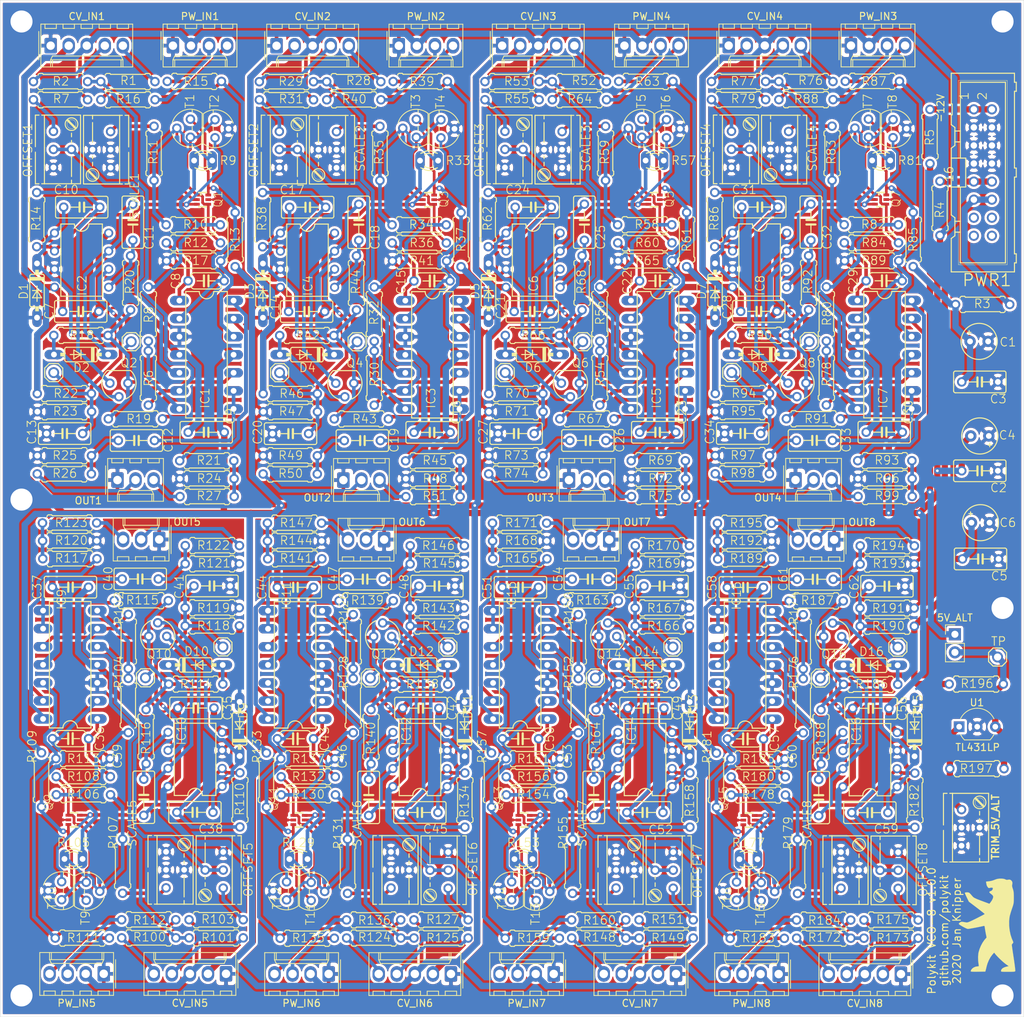
<source format=kicad_pcb>
(kicad_pcb (version 20171130) (host pcbnew 5.1.8-db9833491~88~ubuntu16.04.1)
  (layers (0 Top signal) (31 Bottom signal) (34 B.Paste user) (35 F.Paste user) (36 B.SilkS user) (37 F.SilkS user) (38 B.Mask user) (39 F.Mask user) (44 Edge.Cuts user))
  (net 0 "")
  (net 1 GND)
  (net 2 -12V)
  (net 3 +12V)
  (net 4 +5V)
  (net 5 "Net-(C12-Pad2)")
  (net 6 "Net-(Q1-Pad2)")
  (net 7 "Net-(C10-Pad2)")
  (net 8 "Net-(C11-Pad2)")
  (net 9 "Net-(C10-Pad1)")
  (net 10 "Net-(Q1-Pad1)")
  (net 11 "Net-(C12-Pad1)")
  (net 12 "Net-(D2-PadA)")
  (net 13 "Net-(R21-Pad2)")
  (net 14 "Net-(C8-Pad2)")
  (net 15 "Net-(C8-Pad1)")
  (net 16 "Net-(C11-Pad1)")
  (net 17 "Net-(C13-Pad2)")
  (net 18 "Net-(OFFSET1-PadA)")
  (net 19 "Net-(PWR1-Pad16)")
  (net 20 "Net-(PWR1-Pad15)")
  (net 21 "Net-(PWR1-Pad14)")
  (net 22 "Net-(PWR1-Pad13)")
  (net 23 "Net-(PWR1-Pad11)")
  (net 24 "Net-(PWR1-Pad10)")
  (net 25 "Net-(PWR1-Pad1)")
  (net 26 "Net-(R10-Pad2)")
  (net 27 "Net-(R11-Pad1)")
  (net 28 "Net-(C24-Pad2)")
  (net 29 "Net-(C24-Pad1)")
  (net 30 "Net-(C25-Pad2)")
  (net 31 "Net-(C25-Pad1)")
  (net 32 "Net-(C26-Pad2)")
  (net 33 "Net-(D4-PadA)")
  (net 34 "Net-(IC1-Pad5)")
  (net 35 "Net-(IC1-Pad6)")
  (net 36 "Net-(IC1-Pad7)")
  (net 37 "Net-(IC2-Pad2)")
  (net 38 "Net-(IC3-Pad14)")
  (net 39 "Net-(IC3-Pad13)")
  (net 40 "Net-(IC3-Pad12)")
  (net 41 "Net-(IC3-Pad5)")
  (net 42 "Net-(IC3-Pad6)")
  (net 43 "Net-(IC3-Pad7)")
  (net 44 "Net-(IC4-Pad2)")
  (net 45 "Net-(OFFSET2-PadA)")
  (net 46 "Net-(Q3-Pad1)")
  (net 47 "Net-(Q3-Pad2)")
  (net 48 "Net-(IC1-Pad12)")
  (net 49 "Net-(IC1-Pad13)")
  (net 50 "Net-(IC1-Pad14)")
  (net 51 "Net-(R35-Pad1)")
  (net 52 "Net-(R45-Pad2)")
  (net 53 "Net-(C15-Pad2)")
  (net 54 "Net-(C15-Pad1)")
  (net 55 "Net-(C17-Pad2)")
  (net 56 "Net-(C17-Pad1)")
  (net 57 "Net-(C18-Pad2)")
  (net 58 "Net-(C18-Pad1)")
  (net 59 "Net-(C19-Pad2)")
  (net 60 "Net-(C19-Pad1)")
  (net 61 "Net-(C20-Pad2)")
  (net 62 "Net-(C22-Pad2)")
  (net 63 "Net-(C22-Pad1)")
  (net 64 "Net-(C26-Pad1)")
  (net 65 "Net-(C27-Pad2)")
  (net 66 "Net-(C29-Pad2)")
  (net 67 "Net-(C29-Pad1)")
  (net 68 "Net-(C31-Pad2)")
  (net 69 "Net-(C31-Pad1)")
  (net 70 "Net-(C32-Pad2)")
  (net 71 "Net-(C32-Pad1)")
  (net 72 "Net-(C33-Pad2)")
  (net 73 "Net-(C33-Pad1)")
  (net 74 "Net-(C34-Pad2)")
  (net 75 "Net-(C36-Pad2)")
  (net 76 "Net-(C36-Pad1)")
  (net 77 "Net-(C38-Pad2)")
  (net 78 "Net-(C38-Pad1)")
  (net 79 "Net-(C39-Pad2)")
  (net 80 "Net-(C39-Pad1)")
  (net 81 "Net-(C40-Pad2)")
  (net 82 "Net-(C40-Pad1)")
  (net 83 "Net-(C41-Pad2)")
  (net 84 "Net-(C43-Pad2)")
  (net 85 "Net-(C43-Pad1)")
  (net 86 "Net-(C45-Pad2)")
  (net 87 "Net-(C45-Pad1)")
  (net 88 "Net-(C46-Pad2)")
  (net 89 "Net-(C46-Pad1)")
  (net 90 "Net-(C47-Pad2)")
  (net 91 "Net-(C47-Pad1)")
  (net 92 "Net-(C48-Pad2)")
  (net 93 "Net-(C50-Pad2)")
  (net 94 "Net-(C50-Pad1)")
  (net 95 "Net-(C52-Pad2)")
  (net 96 "Net-(C52-Pad1)")
  (net 97 "Net-(C53-Pad2)")
  (net 98 "Net-(C53-Pad1)")
  (net 99 "Net-(C54-Pad2)")
  (net 100 "Net-(C54-Pad1)")
  (net 101 "Net-(C55-Pad2)")
  (net 102 "Net-(C57-Pad2)")
  (net 103 "Net-(C57-Pad1)")
  (net 104 "Net-(C59-Pad2)")
  (net 105 "Net-(C59-Pad1)")
  (net 106 "Net-(C60-Pad2)")
  (net 107 "Net-(C60-Pad1)")
  (net 108 "Net-(C61-Pad2)")
  (net 109 "Net-(C61-Pad1)")
  (net 110 "Net-(C62-Pad2)")
  (net 111 "Net-(D6-PadA)")
  (net 112 "Net-(D8-PadA)")
  (net 113 "Net-(D10-PadA)")
  (net 114 "Net-(D12-PadA)")
  (net 115 "Net-(D14-PadA)")
  (net 116 "Net-(D16-PadA)")
  (net 117 "Net-(IC5-Pad14)")
  (net 118 "Net-(IC5-Pad13)")
  (net 119 "Net-(IC5-Pad12)")
  (net 120 "Net-(IC5-Pad5)")
  (net 121 "Net-(IC5-Pad6)")
  (net 122 "Net-(IC5-Pad7)")
  (net 123 "Net-(IC6-Pad2)")
  (net 124 "Net-(IC7-Pad14)")
  (net 125 "Net-(IC7-Pad13)")
  (net 126 "Net-(IC7-Pad12)")
  (net 127 "Net-(IC7-Pad5)")
  (net 128 "Net-(IC7-Pad6)")
  (net 129 "Net-(IC7-Pad7)")
  (net 130 "Net-(IC8-Pad2)")
  (net 131 "Net-(IC9-Pad14)")
  (net 132 "Net-(IC9-Pad13)")
  (net 133 "Net-(IC9-Pad12)")
  (net 134 "Net-(IC9-Pad5)")
  (net 135 "Net-(IC9-Pad6)")
  (net 136 "Net-(IC9-Pad7)")
  (net 137 "Net-(IC10-Pad2)")
  (net 138 "Net-(IC11-Pad14)")
  (net 139 "Net-(IC11-Pad13)")
  (net 140 "Net-(IC11-Pad12)")
  (net 141 "Net-(IC11-Pad5)")
  (net 142 "Net-(IC11-Pad6)")
  (net 143 "Net-(IC11-Pad7)")
  (net 144 "Net-(IC12-Pad2)")
  (net 145 "Net-(IC13-Pad14)")
  (net 146 "Net-(IC13-Pad13)")
  (net 147 "Net-(IC13-Pad12)")
  (net 148 "Net-(IC13-Pad5)")
  (net 149 "Net-(IC13-Pad6)")
  (net 150 "Net-(IC13-Pad7)")
  (net 151 "Net-(IC14-Pad2)")
  (net 152 "Net-(IC15-Pad14)")
  (net 153 "Net-(IC15-Pad13)")
  (net 154 "Net-(IC15-Pad12)")
  (net 155 "Net-(IC15-Pad5)")
  (net 156 "Net-(IC15-Pad6)")
  (net 157 "Net-(IC15-Pad7)")
  (net 158 "Net-(IC16-Pad2)")
  (net 159 "Net-(OFFSET3-PadA)")
  (net 160 "Net-(OFFSET4-PadA)")
  (net 161 "Net-(OFFSET5-PadA)")
  (net 162 "Net-(OFFSET6-PadA)")
  (net 163 "Net-(OFFSET7-PadA)")
  (net 164 "Net-(OFFSET8-PadA)")
  (net 165 "Net-(Q5-Pad1)")
  (net 166 "Net-(Q5-Pad2)")
  (net 167 "Net-(Q7-Pad1)")
  (net 168 "Net-(Q7-Pad2)")
  (net 169 "Net-(Q9-Pad1)")
  (net 170 "Net-(Q9-Pad2)")
  (net 171 "Net-(Q11-Pad1)")
  (net 172 "Net-(Q11-Pad2)")
  (net 173 "Net-(Q13-Pad1)")
  (net 174 "Net-(Q13-Pad2)")
  (net 175 "Net-(Q15-Pad1)")
  (net 176 "Net-(Q15-Pad2)")
  (net 177 "Net-(R32-Pad1)")
  (net 178 "Net-(R56-Pad1)")
  (net 179 "Net-(R59-Pad1)")
  (net 180 "Net-(R69-Pad2)")
  (net 181 "Net-(R80-Pad1)")
  (net 182 "Net-(R83-Pad1)")
  (net 183 "Net-(R93-Pad2)")
  (net 184 "Net-(R104-Pad1)")
  (net 185 "Net-(R107-Pad1)")
  (net 186 "Net-(R117-Pad2)")
  (net 187 "Net-(R128-Pad1)")
  (net 188 "Net-(R131-Pad1)")
  (net 189 "Net-(R141-Pad2)")
  (net 190 "Net-(R152-Pad1)")
  (net 191 "Net-(R155-Pad1)")
  (net 192 "Net-(R165-Pad2)")
  (net 193 "Net-(R176-Pad1)")
  (net 194 "Net-(R179-Pad1)")
  (net 195 "Net-(R189-Pad2)")
  (net 196 "Net-(OUT1-Pad2)")
  (net 197 "Net-(OUT2-Pad2)")
  (net 198 "Net-(OUT3-Pad2)")
  (net 199 "Net-(OUT4-Pad2)")
  (net 200 "Net-(OUT5-Pad2)")
  (net 201 "Net-(OUT6-Pad2)")
  (net 202 "Net-(OUT7-Pad2)")
  (net 203 "Net-(OUT8-Pad2)")
  (net 204 "Net-(OUT1-Pad3)")
  (net 205 "Net-(OUT2-Pad3)")
  (net 206 "Net-(OUT3-Pad3)")
  (net 207 "Net-(OUT4-Pad3)")
  (net 208 "Net-(OUT5-Pad3)")
  (net 209 "Net-(OUT6-Pad3)")
  (net 210 "Net-(OUT7-Pad3)")
  (net 211 "Net-(OUT8-Pad3)")
  (net 212 "Net-(CV_IN1-Pad5)")
  (net 213 "Net-(CV_IN1-Pad4)")
  (net 214 "Net-(CV_IN2-Pad5)")
  (net 215 "Net-(CV_IN2-Pad4)")
  (net 216 "Net-(CV_IN3-Pad5)")
  (net 217 "Net-(CV_IN3-Pad4)")
  (net 218 "Net-(CV_IN4-Pad5)")
  (net 219 "Net-(CV_IN4-Pad4)")
  (net 220 "Net-(CV_IN5-Pad5)")
  (net 221 "Net-(CV_IN5-Pad4)")
  (net 222 "Net-(CV_IN6-Pad5)")
  (net 223 "Net-(CV_IN6-Pad4)")
  (net 224 "Net-(CV_IN7-Pad5)")
  (net 225 "Net-(CV_IN7-Pad4)")
  (net 226 "Net-(CV_IN8-Pad5)")
  (net 227 "Net-(CV_IN8-Pad4)")
  (net 228 "Net-(PW_IN1-Pad4)")
  (net 229 "Net-(PW_IN1-Pad3)")
  (net 230 "Net-(PW_IN2-Pad4)")
  (net 231 "Net-(PW_IN2-Pad3)")
  (net 232 "Net-(PW_IN3-Pad4)")
  (net 233 "Net-(PW_IN3-Pad3)")
  (net 234 "Net-(PW_IN4-Pad4)")
  (net 235 "Net-(PW_IN4-Pad3)")
  (net 236 "Net-(PW_IN5-Pad4)")
  (net 237 "Net-(PW_IN5-Pad3)")
  (net 238 "Net-(PW_IN6-Pad4)")
  (net 239 "Net-(PW_IN6-Pad3)")
  (net 240 "Net-(PW_IN7-Pad4)")
  (net 241 "Net-(PW_IN7-Pad3)")
  (net 242 "Net-(PW_IN8-Pad4)")
  (net 243 "Net-(PW_IN8-Pad3)")
  (net 244 5V_ALT)
  (net 245 "Net-(R197-Pad2)")
  (module vco:1X01 (layer Top) (at 159.3 136.4)
    (fp_text reference TP (at -1 -1.5) (layer F.SilkS) (effects (font (size 1.2065 1.2065) (thickness 0.127)) (justify left bottom)))
    (fp_text value Conn_01x01 hide)
    (pad 1 thru_hole circle (at 0 0) (size 1.524 1.524) (drill 1.016) (layers *.Cu *.Mask) (net 244 5V_ALT))
  )
  (module vco:SOT363_PHILIPS (layer Top) (at 47.4721 72.056 270)
    (fp_text reference Q1 (at 1.17854 -2.86298 90) (layer F.SilkS) (effects (font (size 1.2065 1.2065) (thickness 0.09652)) (justify left bottom)))
    (fp_text value BC847BS hide)
    (pad 6 smd rect (at -0.65 -0.8 270) (size 0.4 0.8) (layers Top F.Paste F.Mask) (net 14 "Net-(C8-Pad2)"))
    (pad 5 smd rect (at 0 -0.8 270) (size 0.4 0.8) (layers Top F.Paste F.Mask) (net 1 GND))
    (pad 4 smd rect (at 0.65 -0.8 270) (size 0.4 0.8) (layers Top F.Paste F.Mask) (net 10 "Net-(Q1-Pad1)"))
    (pad 3 smd rect (at 0.65 0.8 270) (size 0.4 0.8) (layers Top F.Paste F.Mask) (net 37 "Net-(IC2-Pad2)"))
    (pad 2 smd rect (at 0 0.8 270) (size 0.4 0.8) (layers Top F.Paste F.Mask) (net 6 "Net-(Q1-Pad2)"))
    (pad 1 smd rect (at -0.65 0.8 270) (size 0.4 0.8) (layers Top F.Paste F.Mask) (net 10 "Net-(Q1-Pad1)"))
  )
  (module vco:SOT363_PHILIPS (layer Top) (at 79.249505 72.067899 270)
    (fp_text reference Q3 (at 1.17854 -2.86298 90) (layer F.SilkS) (effects (font (size 1.2065 1.2065) (thickness 0.09652)) (justify left bottom)))
    (fp_text value BC847BS hide)
    (pad 6 smd rect (at -0.65 -0.8 270) (size 0.4 0.8) (layers Top F.Paste F.Mask) (net 53 "Net-(C15-Pad2)"))
    (pad 5 smd rect (at 0 -0.8 270) (size 0.4 0.8) (layers Top F.Paste F.Mask) (net 1 GND))
    (pad 4 smd rect (at 0.65 -0.8 270) (size 0.4 0.8) (layers Top F.Paste F.Mask) (net 46 "Net-(Q3-Pad1)"))
    (pad 3 smd rect (at 0.65 0.8 270) (size 0.4 0.8) (layers Top F.Paste F.Mask) (net 44 "Net-(IC4-Pad2)"))
    (pad 2 smd rect (at 0 0.8 270) (size 0.4 0.8) (layers Top F.Paste F.Mask) (net 47 "Net-(Q3-Pad2)"))
    (pad 1 smd rect (at -0.65 0.8 270) (size 0.4 0.8) (layers Top F.Paste F.Mask) (net 46 "Net-(Q3-Pad1)"))
  )
  (module vco:SOT363_PHILIPS (layer Top) (at 110.98317 72.057077 270)
    (fp_text reference Q5 (at 1.17854 -2.86298 90) (layer F.SilkS) (effects (font (size 1.2065 1.2065) (thickness 0.09652)) (justify left bottom)))
    (fp_text value BC847BS hide)
    (pad 6 smd rect (at -0.65 -0.8 270) (size 0.4 0.8) (layers Top F.Paste F.Mask) (net 62 "Net-(C22-Pad2)"))
    (pad 5 smd rect (at 0 -0.8 270) (size 0.4 0.8) (layers Top F.Paste F.Mask) (net 1 GND))
    (pad 4 smd rect (at 0.65 -0.8 270) (size 0.4 0.8) (layers Top F.Paste F.Mask) (net 165 "Net-(Q5-Pad1)"))
    (pad 3 smd rect (at 0.65 0.8 270) (size 0.4 0.8) (layers Top F.Paste F.Mask) (net 123 "Net-(IC6-Pad2)"))
    (pad 2 smd rect (at 0 0.8 270) (size 0.4 0.8) (layers Top F.Paste F.Mask) (net 166 "Net-(Q5-Pad2)"))
    (pad 1 smd rect (at -0.65 0.8 270) (size 0.4 0.8) (layers Top F.Paste F.Mask) (net 165 "Net-(Q5-Pad1)"))
  )
  (module vco:SOT363_PHILIPS (layer Top) (at 142.848565 72.04377 270)
    (fp_text reference Q7 (at 1.17854 -2.86298 90) (layer F.SilkS) (effects (font (size 1.2065 1.2065) (thickness 0.09652)) (justify left bottom)))
    (fp_text value BC847BS hide)
    (pad 6 smd rect (at -0.65 -0.8 270) (size 0.4 0.8) (layers Top F.Paste F.Mask) (net 66 "Net-(C29-Pad2)"))
    (pad 5 smd rect (at 0 -0.8 270) (size 0.4 0.8) (layers Top F.Paste F.Mask) (net 1 GND))
    (pad 4 smd rect (at 0.65 -0.8 270) (size 0.4 0.8) (layers Top F.Paste F.Mask) (net 167 "Net-(Q7-Pad1)"))
    (pad 3 smd rect (at 0.65 0.8 270) (size 0.4 0.8) (layers Top F.Paste F.Mask) (net 130 "Net-(IC8-Pad2)"))
    (pad 2 smd rect (at 0 0.8 270) (size 0.4 0.8) (layers Top F.Paste F.Mask) (net 168 "Net-(Q7-Pad2)"))
    (pad 1 smd rect (at -0.65 0.8 270) (size 0.4 0.8) (layers Top F.Paste F.Mask) (net 167 "Net-(Q7-Pad1)"))
  )
  (module vco:SOT363_PHILIPS (layer Top) (at 29.395999 159.3014 90)
    (fp_text reference Q9 (at 1.2014 -2.86298 -90) (layer F.SilkS) (effects (font (size 1.2065 1.2065) (thickness 0.09652)) (justify left bottom)))
    (fp_text value BC847BS hide)
    (pad 6 smd rect (at -0.65 -0.8 90) (size 0.4 0.8) (layers Top F.Paste F.Mask) (net 75 "Net-(C36-Pad2)"))
    (pad 5 smd rect (at 0 -0.8 90) (size 0.4 0.8) (layers Top F.Paste F.Mask) (net 1 GND))
    (pad 4 smd rect (at 0.65 -0.8 90) (size 0.4 0.8) (layers Top F.Paste F.Mask) (net 169 "Net-(Q9-Pad1)"))
    (pad 3 smd rect (at 0.65 0.8 90) (size 0.4 0.8) (layers Top F.Paste F.Mask) (net 137 "Net-(IC10-Pad2)"))
    (pad 2 smd rect (at 0 0.8 90) (size 0.4 0.8) (layers Top F.Paste F.Mask) (net 170 "Net-(Q9-Pad2)"))
    (pad 1 smd rect (at -0.65 0.8 90) (size 0.4 0.8) (layers Top F.Paste F.Mask) (net 169 "Net-(Q9-Pad1)"))
  )
  (module vco:SOT363_PHILIPS (layer Top) (at 61.035999 159.3214 90)
    (fp_text reference Q11 (at 1.2014 -2.86298 -90) (layer F.SilkS) (effects (font (size 1.2065 1.2065) (thickness 0.09652)) (justify left bottom)))
    (fp_text value BC847BS hide)
    (pad 6 smd rect (at -0.65 -0.8 90) (size 0.4 0.8) (layers Top F.Paste F.Mask) (net 84 "Net-(C43-Pad2)"))
    (pad 5 smd rect (at 0 -0.8 90) (size 0.4 0.8) (layers Top F.Paste F.Mask) (net 1 GND))
    (pad 4 smd rect (at 0.65 -0.8 90) (size 0.4 0.8) (layers Top F.Paste F.Mask) (net 171 "Net-(Q11-Pad1)"))
    (pad 3 smd rect (at 0.65 0.8 90) (size 0.4 0.8) (layers Top F.Paste F.Mask) (net 144 "Net-(IC12-Pad2)"))
    (pad 2 smd rect (at 0 0.8 90) (size 0.4 0.8) (layers Top F.Paste F.Mask) (net 172 "Net-(Q11-Pad2)"))
    (pad 1 smd rect (at -0.65 0.8 90) (size 0.4 0.8) (layers Top F.Paste F.Mask) (net 171 "Net-(Q11-Pad1)"))
  )
  (module vco:SOT363_PHILIPS (layer Top) (at 92.695999 159.3214 90)
    (fp_text reference Q13 (at 1.2014 -2.86298 -90) (layer F.SilkS) (effects (font (size 1.2065 1.2065) (thickness 0.09652)) (justify left bottom)))
    (fp_text value BC847BS hide)
    (pad 6 smd rect (at -0.65 -0.8 90) (size 0.4 0.8) (layers Top F.Paste F.Mask) (net 93 "Net-(C50-Pad2)"))
    (pad 5 smd rect (at 0 -0.8 90) (size 0.4 0.8) (layers Top F.Paste F.Mask) (net 1 GND))
    (pad 4 smd rect (at 0.65 -0.8 90) (size 0.4 0.8) (layers Top F.Paste F.Mask) (net 173 "Net-(Q13-Pad1)"))
    (pad 3 smd rect (at 0.65 0.8 90) (size 0.4 0.8) (layers Top F.Paste F.Mask) (net 151 "Net-(IC14-Pad2)"))
    (pad 2 smd rect (at 0 0.8 90) (size 0.4 0.8) (layers Top F.Paste F.Mask) (net 174 "Net-(Q13-Pad2)"))
    (pad 1 smd rect (at -0.65 0.8 90) (size 0.4 0.8) (layers Top F.Paste F.Mask) (net 173 "Net-(Q13-Pad1)"))
  )
  (module vco:SOT363_PHILIPS (layer Top) (at 124.335999 159.3414 90)
    (fp_text reference Q15 (at 1.2014 -2.86298 -90) (layer F.SilkS) (effects (font (size 1.2065 1.2065) (thickness 0.09652)) (justify left bottom)))
    (fp_text value BC847BS hide)
    (pad 6 smd rect (at -0.65 -0.8 90) (size 0.4 0.8) (layers Top F.Paste F.Mask) (net 102 "Net-(C57-Pad2)"))
    (pad 5 smd rect (at 0 -0.8 90) (size 0.4 0.8) (layers Top F.Paste F.Mask) (net 1 GND))
    (pad 4 smd rect (at 0.65 -0.8 90) (size 0.4 0.8) (layers Top F.Paste F.Mask) (net 175 "Net-(Q15-Pad1)"))
    (pad 3 smd rect (at 0.65 0.8 90) (size 0.4 0.8) (layers Top F.Paste F.Mask) (net 158 "Net-(IC16-Pad2)"))
    (pad 2 smd rect (at 0 0.8 90) (size 0.4 0.8) (layers Top F.Paste F.Mask) (net 176 "Net-(Q15-Pad2)"))
    (pad 1 smd rect (at -0.65 0.8 90) (size 0.4 0.8) (layers Top F.Paste F.Mask) (net 175 "Net-(Q15-Pad1)"))
  )
  (module vco:S64YW (layer Top) (at 33.2633 65.0244 270)
    (fp_text reference SCALE1 (at 3.1756 -5.3367 270) (layer F.SilkS) (effects (font (size 1.2065 1.2065) (thickness 0.12065)) (justify right bottom)))
    (fp_text value 100 hide)
    (pad S thru_hole circle (at 0 -1.27 270) (size 1.3208 1.3208) (drill 0.8128) (layers *.Cu *.Mask) (net 1 GND))
    (pad S thru_hole circle (at 0 1.27 270) (size 1.3208 1.3208) (drill 0.8128) (layers *.Cu *.Mask) (net 1 GND))
    (pad E thru_hole circle (at -2.54 -1.27 270) (size 1.3208 1.3208) (drill 0.8128) (layers *.Cu *.Mask) (net 27 "Net-(R11-Pad1)"))
    (pad A thru_hole circle (at 2.54 -1.27 270) (size 1.3208 1.3208) (drill 0.8128) (layers *.Cu *.Mask) (net 1 GND))
  )
  (module vco:S64YW (layer Top) (at 27.7633 64.9944 90)
    (fp_text reference OFFSET1 (at -4.0056 -4.1633 90) (layer F.SilkS) (effects (font (size 1.2065 1.2065) (thickness 0.12065)) (justify left bottom)))
    (fp_text value 100k hide)
    (pad S thru_hole circle (at 0 -1.27 90) (size 1.3208 1.3208) (drill 0.8128) (layers *.Cu *.Mask) (net 34 "Net-(IC1-Pad5)"))
    (pad S thru_hole circle (at 0 1.27 90) (size 1.3208 1.3208) (drill 0.8128) (layers *.Cu *.Mask) (net 34 "Net-(IC1-Pad5)"))
    (pad E thru_hole circle (at -2.54 -1.27 90) (size 1.3208 1.3208) (drill 0.8128) (layers *.Cu *.Mask) (net 1 GND))
    (pad A thru_hole circle (at 2.54 -1.27 90) (size 1.3208 1.3208) (drill 0.8128) (layers *.Cu *.Mask) (net 18 "Net-(OFFSET1-PadA)"))
  )
  (module vco:S64YW (layer Top) (at 155.5 160.4 90)
    (fp_text reference TRIM_5V1 hide)
    (fp_text value 100k hide)
    (pad S thru_hole circle (at 0 -1.27 90) (size 1.3208 1.3208) (drill 0.8128) (layers *.Cu *.Mask) (net 1 GND))
    (pad S thru_hole circle (at 0 1.27 90) (size 1.3208 1.3208) (drill 0.8128) (layers *.Cu *.Mask) (net 1 GND))
    (pad E thru_hole circle (at -2.54 -1.27 90) (size 1.3208 1.3208) (drill 0.8128) (layers *.Cu *.Mask) (net 1 GND))
    (pad A thru_hole circle (at 2.54 -1.27 90) (size 1.3208 1.3208) (drill 0.8128) (layers *.Cu *.Mask) (net 245 "Net-(R197-Pad2)"))
  )
  (module Package_TO_SOT_THT:TO-92_Inline_Wide (layer Top) (at 153.9 146.2)
    (fp_text reference U1 (at 2.5 -3.4) (layer F.SilkS))
    (fp_text value TL431LP (at 2.6 2.9) (layer F.SilkS))
    (pad 1 thru_hole rect (at 0 0) (size 1.5 1.5) (drill 0.8) (layers *.Cu *.Mask) (net 245 "Net-(R197-Pad2)"))
    (pad 3 thru_hole circle (at 5.08 0) (size 1.5 1.5) (drill 0.8) (layers *.Cu *.Mask) (net 244 5V_ALT))
    (pad 2 thru_hole circle (at 2.54 0) (size 1.5 1.5) (drill 0.8) (layers *.Cu *.Mask) (net 1 GND))
  )
  (module Connector_PinHeader_2.54mm:PinHeader_1x02_P2.54mm_Vertical (layer Top) (at 153.3 133.2)
    (fp_text reference 5V_ALT (at 0 -2.33) (layer F.SilkS))
    (fp_text value "" hide)
    (pad 2 thru_hole oval (at 0 2.54) (size 1.7 1.7) (drill 1) (layers *.Cu *.Mask) (net 244 5V_ALT))
    (pad 1 thru_hole rect (at 0 0) (size 1.7 1.7) (drill 1) (layers *.Cu *.Mask) (net 4 +5V))
  )
  (module synth:bär (layer Top) (at 158 174.2)
    (fp_text reference G*** hide)
    (fp_text value LOGO hide)
  )
  (module vco:0207_7 (layer Top) (at 156.4 152.1 180)
    (fp_text reference R197 (at -2.3 -0.7 180) (layer F.SilkS) (effects (font (size 1.2065 1.2065) (thickness 0.12065)) (justify right bottom)))
    (fp_text value 47k hide)
    (pad 2 thru_hole circle (at 3.81 0 180) (size 1.3208 1.3208) (drill 0.8128) (layers *.Cu *.Mask) (net 245 "Net-(R197-Pad2)"))
    (pad 1 thru_hole circle (at -3.81 0 180) (size 1.3208 1.3208) (drill 0.8128) (layers *.Cu *.Mask) (net 244 5V_ALT))
  )
  (module vco:0207_7 (layer Top) (at 156.3 140.2)
    (fp_text reference R196 (at -2.3 0.635 -180) (layer F.SilkS) (effects (font (size 1.2065 1.2065) (thickness 0.12065)) (justify left bottom)))
    (fp_text value 270 hide)
    (pad 2 thru_hole circle (at 3.81 0) (size 1.3208 1.3208) (drill 0.8128) (layers *.Cu *.Mask) (net 244 5V_ALT))
    (pad 1 thru_hole circle (at -3.81 0) (size 1.3208 1.3208) (drill 0.8128) (layers *.Cu *.Mask) (net 3 +12V))
  )
  (module vco:C050-030X075 (layer Top) (at 79.760705 104.796299 180)
    (fp_text reference C16 (at -4.0894 0.994 90) (layer F.SilkS) (effects (font (size 1.2065 1.2065) (thickness 0.12065)) (justify left bottom)))
    (fp_text value 100n hide)
    (pad 2 thru_hole circle (at 2.54 0 180) (size 1.3208 1.3208) (drill 0.8128) (layers *.Cu *.Mask) (net 3 +12V))
    (pad 1 thru_hole circle (at -2.54 0 180) (size 1.3208 1.3208) (drill 0.8128) (layers *.Cu *.Mask) (net 2 -12V))
  )
  (module Connector_Molex:Molex_KK-254_AE-6410-04A_1x04_P2.54mm_Vertical (layer Top) (at 43.3 50.4)
    (fp_text reference PW_IN1 (at 3.81 -4.12) (layer F.SilkS))
    (fp_text value Conn_01x04 hide)
    (pad 4 thru_hole oval (at 7.62 0) (size 1.74 2.19) (drill 1.19) (layers *.Cu *.Mask) (net 228 "Net-(PW_IN1-Pad4)"))
    (pad 3 thru_hole oval (at 5.08 0) (size 1.74 2.19) (drill 1.19) (layers *.Cu *.Mask) (net 229 "Net-(PW_IN1-Pad3)"))
    (pad 2 thru_hole oval (at 2.54 0) (size 1.74 2.19) (drill 1.19) (layers *.Cu *.Mask) (net 3 +12V))
    (pad 1 thru_hole roundrect (at 0 0) (size 1.74 2.19) (drill 1.19) (layers *.Cu *.Mask) (roundrect_rratio 0.1436775862068966) (net 1 GND))
  )
  (module Connector_Molex:Molex_KK-254_AE-6410-04A_1x04_P2.54mm_Vertical (layer Top) (at 128.508099 180.9974 180)
    (fp_text reference PW_IN8 (at 3.81 -4.12 180) (layer F.SilkS))
    (fp_text value Conn_01x04 hide)
    (pad 4 thru_hole oval (at 7.62 0 180) (size 1.74 2.19) (drill 1.19) (layers *.Cu *.Mask) (net 242 "Net-(PW_IN8-Pad4)"))
    (pad 3 thru_hole oval (at 5.08 0 180) (size 1.74 2.19) (drill 1.19) (layers *.Cu *.Mask) (net 243 "Net-(PW_IN8-Pad3)"))
    (pad 2 thru_hole oval (at 2.54 0 180) (size 1.74 2.19) (drill 1.19) (layers *.Cu *.Mask) (net 3 +12V))
    (pad 1 thru_hole roundrect (at 0 0 180) (size 1.74 2.19) (drill 1.19) (layers *.Cu *.Mask) (roundrect_rratio 0.1436775862068966) (net 1 GND))
  )
  (module Connector_Molex:Molex_KK-254_AE-6410-04A_1x04_P2.54mm_Vertical (layer Top) (at 96.868099 180.9774 180)
    (fp_text reference PW_IN7 (at 3.81 -4.12 180) (layer F.SilkS))
    (fp_text value Conn_01x04 hide)
    (pad 4 thru_hole oval (at 7.62 0 180) (size 1.74 2.19) (drill 1.19) (layers *.Cu *.Mask) (net 240 "Net-(PW_IN7-Pad4)"))
    (pad 3 thru_hole oval (at 5.08 0 180) (size 1.74 2.19) (drill 1.19) (layers *.Cu *.Mask) (net 241 "Net-(PW_IN7-Pad3)"))
    (pad 2 thru_hole oval (at 2.54 0 180) (size 1.74 2.19) (drill 1.19) (layers *.Cu *.Mask) (net 3 +12V))
    (pad 1 thru_hole roundrect (at 0 0 180) (size 1.74 2.19) (drill 1.19) (layers *.Cu *.Mask) (roundrect_rratio 0.1436775862068966) (net 1 GND))
  )
  (module Connector_Molex:Molex_KK-254_AE-6410-04A_1x04_P2.54mm_Vertical (layer Top) (at 65.208099 180.9774 180)
    (fp_text reference PW_IN6 (at 3.81 -4.12 180) (layer F.SilkS))
    (fp_text value Conn_01x04 hide)
    (pad 4 thru_hole oval (at 7.62 0 180) (size 1.74 2.19) (drill 1.19) (layers *.Cu *.Mask) (net 238 "Net-(PW_IN6-Pad4)"))
    (pad 3 thru_hole oval (at 5.08 0 180) (size 1.74 2.19) (drill 1.19) (layers *.Cu *.Mask) (net 239 "Net-(PW_IN6-Pad3)"))
    (pad 2 thru_hole oval (at 2.54 0 180) (size 1.74 2.19) (drill 1.19) (layers *.Cu *.Mask) (net 3 +12V))
    (pad 1 thru_hole roundrect (at 0 0 180) (size 1.74 2.19) (drill 1.19) (layers *.Cu *.Mask) (roundrect_rratio 0.1436775862068966) (net 1 GND))
  )
  (module Connector_Molex:Molex_KK-254_AE-6410-04A_1x04_P2.54mm_Vertical (layer Top) (at 33.568099 180.9574 180)
    (fp_text reference PW_IN5 (at 3.81 -4.12 180) (layer F.SilkS))
    (fp_text value Conn_01x04 hide)
    (pad 4 thru_hole oval (at 7.62 0 180) (size 1.74 2.19) (drill 1.19) (layers *.Cu *.Mask) (net 236 "Net-(PW_IN5-Pad4)"))
    (pad 3 thru_hole oval (at 5.08 0 180) (size 1.74 2.19) (drill 1.19) (layers *.Cu *.Mask) (net 237 "Net-(PW_IN5-Pad3)"))
    (pad 2 thru_hole oval (at 2.54 0 180) (size 1.74 2.19) (drill 1.19) (layers *.Cu *.Mask) (net 3 +12V))
    (pad 1 thru_hole roundrect (at 0 0 180) (size 1.74 2.19) (drill 1.19) (layers *.Cu *.Mask) (roundrect_rratio 0.1436775862068966) (net 1 GND))
  )
  (module Connector_Molex:Molex_KK-254_AE-6410-04A_1x04_P2.54mm_Vertical (layer Top) (at 138.676465 50.38777)
    (fp_text reference PW_IN3 (at 3.81 -4.12) (layer F.SilkS))
    (fp_text value Conn_01x04 hide)
    (pad 4 thru_hole oval (at 7.62 0) (size 1.74 2.19) (drill 1.19) (layers *.Cu *.Mask) (net 232 "Net-(PW_IN3-Pad4)"))
    (pad 3 thru_hole oval (at 5.08 0) (size 1.74 2.19) (drill 1.19) (layers *.Cu *.Mask) (net 233 "Net-(PW_IN3-Pad3)"))
    (pad 2 thru_hole oval (at 2.54 0) (size 1.74 2.19) (drill 1.19) (layers *.Cu *.Mask) (net 3 +12V))
    (pad 1 thru_hole roundrect (at 0 0) (size 1.74 2.19) (drill 1.19) (layers *.Cu *.Mask) (roundrect_rratio 0.1436775862068966) (net 1 GND))
  )
  (module Connector_Molex:Molex_KK-254_AE-6410-04A_1x04_P2.54mm_Vertical (layer Top) (at 106.81107 50.401077)
    (fp_text reference PW_IN4 (at 3.81 -4.12) (layer F.SilkS))
    (fp_text value Conn_01x04 hide)
    (pad 4 thru_hole oval (at 7.62 0) (size 1.74 2.19) (drill 1.19) (layers *.Cu *.Mask) (net 234 "Net-(PW_IN4-Pad4)"))
    (pad 3 thru_hole oval (at 5.08 0) (size 1.74 2.19) (drill 1.19) (layers *.Cu *.Mask) (net 235 "Net-(PW_IN4-Pad3)"))
    (pad 2 thru_hole oval (at 2.54 0) (size 1.74 2.19) (drill 1.19) (layers *.Cu *.Mask) (net 3 +12V))
    (pad 1 thru_hole roundrect (at 0 0) (size 1.74 2.19) (drill 1.19) (layers *.Cu *.Mask) (roundrect_rratio 0.1436775862068966) (net 1 GND))
  )
  (module Connector_Molex:Molex_KK-254_AE-6410-04A_1x04_P2.54mm_Vertical (layer Top) (at 75.077405 50.411899)
    (fp_text reference PW_IN2 (at 3.81 -4.12) (layer F.SilkS))
    (fp_text value Conn_01x04 hide)
    (pad 4 thru_hole oval (at 7.62 0) (size 1.74 2.19) (drill 1.19) (layers *.Cu *.Mask) (net 230 "Net-(PW_IN2-Pad4)"))
    (pad 3 thru_hole oval (at 5.08 0) (size 1.74 2.19) (drill 1.19) (layers *.Cu *.Mask) (net 231 "Net-(PW_IN2-Pad3)"))
    (pad 2 thru_hole oval (at 2.54 0) (size 1.74 2.19) (drill 1.19) (layers *.Cu *.Mask) (net 3 +12V))
    (pad 1 thru_hole roundrect (at 0 0) (size 1.74 2.19) (drill 1.19) (layers *.Cu *.Mask) (roundrect_rratio 0.1436775862068966) (net 1 GND))
  )
  (module Connector_Molex:Molex_KK-254_AE-6410-05A_1x05_P2.54mm_Vertical (layer Top) (at 26.1 50.4)
    (fp_text reference CV_IN1 (at 5.08 -4.12) (layer F.SilkS))
    (fp_text value Conn_01x05 hide)
    (pad 5 thru_hole oval (at 10.16 0) (size 1.74 2.19) (drill 1.19) (layers *.Cu *.Mask) (net 212 "Net-(CV_IN1-Pad5)"))
    (pad 4 thru_hole oval (at 7.62 0) (size 1.74 2.19) (drill 1.19) (layers *.Cu *.Mask) (net 213 "Net-(CV_IN1-Pad4)"))
    (pad 3 thru_hole oval (at 5.08 0) (size 1.74 2.19) (drill 1.19) (layers *.Cu *.Mask) (net 3 +12V))
    (pad 2 thru_hole oval (at 2.54 0) (size 1.74 2.19) (drill 1.19) (layers *.Cu *.Mask) (net 2 -12V))
    (pad 1 thru_hole roundrect (at 0 0) (size 1.74 2.19) (drill 1.19) (layers *.Cu *.Mask) (roundrect_rratio 0.1436775862068966) (net 1 GND))
  )
  (module Connector_Molex:Molex_KK-254_AE-6410-05A_1x05_P2.54mm_Vertical (layer Top) (at 145.708099 180.9974 180)
    (fp_text reference CV_IN8 (at 5.08 -4.12 180) (layer F.SilkS))
    (fp_text value Conn_01x05 hide)
    (pad 5 thru_hole oval (at 10.16 0 180) (size 1.74 2.19) (drill 1.19) (layers *.Cu *.Mask) (net 226 "Net-(CV_IN8-Pad5)"))
    (pad 4 thru_hole oval (at 7.62 0 180) (size 1.74 2.19) (drill 1.19) (layers *.Cu *.Mask) (net 227 "Net-(CV_IN8-Pad4)"))
    (pad 3 thru_hole oval (at 5.08 0 180) (size 1.74 2.19) (drill 1.19) (layers *.Cu *.Mask) (net 3 +12V))
    (pad 2 thru_hole oval (at 2.54 0 180) (size 1.74 2.19) (drill 1.19) (layers *.Cu *.Mask) (net 2 -12V))
    (pad 1 thru_hole roundrect (at 0 0 180) (size 1.74 2.19) (drill 1.19) (layers *.Cu *.Mask) (roundrect_rratio 0.1436775862068966) (net 1 GND))
  )
  (module Connector_Molex:Molex_KK-254_AE-6410-05A_1x05_P2.54mm_Vertical (layer Top) (at 114.068099 180.9774 180)
    (fp_text reference CV_IN7 (at 5.08 -4.12 180) (layer F.SilkS))
    (fp_text value Conn_01x05 hide)
    (pad 5 thru_hole oval (at 10.16 0 180) (size 1.74 2.19) (drill 1.19) (layers *.Cu *.Mask) (net 224 "Net-(CV_IN7-Pad5)"))
    (pad 4 thru_hole oval (at 7.62 0 180) (size 1.74 2.19) (drill 1.19) (layers *.Cu *.Mask) (net 225 "Net-(CV_IN7-Pad4)"))
    (pad 3 thru_hole oval (at 5.08 0 180) (size 1.74 2.19) (drill 1.19) (layers *.Cu *.Mask) (net 3 +12V))
    (pad 2 thru_hole oval (at 2.54 0 180) (size 1.74 2.19) (drill 1.19) (layers *.Cu *.Mask) (net 2 -12V))
    (pad 1 thru_hole roundrect (at 0 0 180) (size 1.74 2.19) (drill 1.19) (layers *.Cu *.Mask) (roundrect_rratio 0.1436775862068966) (net 1 GND))
  )
  (module Connector_Molex:Molex_KK-254_AE-6410-05A_1x05_P2.54mm_Vertical (layer Top) (at 82.408099 180.9774 180)
    (fp_text reference CV_IN6 (at 5.08 -4.12 180) (layer F.SilkS))
    (fp_text value Conn_01x05 hide)
    (pad 5 thru_hole oval (at 10.16 0 180) (size 1.74 2.19) (drill 1.19) (layers *.Cu *.Mask) (net 222 "Net-(CV_IN6-Pad5)"))
    (pad 4 thru_hole oval (at 7.62 0 180) (size 1.74 2.19) (drill 1.19) (layers *.Cu *.Mask) (net 223 "Net-(CV_IN6-Pad4)"))
    (pad 3 thru_hole oval (at 5.08 0 180) (size 1.74 2.19) (drill 1.19) (layers *.Cu *.Mask) (net 3 +12V))
    (pad 2 thru_hole oval (at 2.54 0 180) (size 1.74 2.19) (drill 1.19) (layers *.Cu *.Mask) (net 2 -12V))
    (pad 1 thru_hole roundrect (at 0 0 180) (size 1.74 2.19) (drill 1.19) (layers *.Cu *.Mask) (roundrect_rratio 0.1436775862068966) (net 1 GND))
  )
  (module Connector_Molex:Molex_KK-254_AE-6410-05A_1x05_P2.54mm_Vertical (layer Top) (at 50.768099 180.9574 180)
    (fp_text reference CV_IN5 (at 5.08 -4.12 180) (layer F.SilkS))
    (fp_text value Conn_01x05 hide)
    (pad 5 thru_hole oval (at 10.16 0 180) (size 1.74 2.19) (drill 1.19) (layers *.Cu *.Mask) (net 220 "Net-(CV_IN5-Pad5)"))
    (pad 4 thru_hole oval (at 7.62 0 180) (size 1.74 2.19) (drill 1.19) (layers *.Cu *.Mask) (net 221 "Net-(CV_IN5-Pad4)"))
    (pad 3 thru_hole oval (at 5.08 0 180) (size 1.74 2.19) (drill 1.19) (layers *.Cu *.Mask) (net 3 +12V))
    (pad 2 thru_hole oval (at 2.54 0 180) (size 1.74 2.19) (drill 1.19) (layers *.Cu *.Mask) (net 2 -12V))
    (pad 1 thru_hole roundrect (at 0 0 180) (size 1.74 2.19) (drill 1.19) (layers *.Cu *.Mask) (roundrect_rratio 0.1436775862068966) (net 1 GND))
  )
  (module Connector_Molex:Molex_KK-254_AE-6410-05A_1x05_P2.54mm_Vertical (layer Top) (at 121.476465 50.38777)
    (fp_text reference CV_IN4 (at 5.08 -4.12) (layer F.SilkS))
    (fp_text value Conn_01x05 hide)
    (pad 5 thru_hole oval (at 10.16 0) (size 1.74 2.19) (drill 1.19) (layers *.Cu *.Mask) (net 218 "Net-(CV_IN4-Pad5)"))
    (pad 4 thru_hole oval (at 7.62 0) (size 1.74 2.19) (drill 1.19) (layers *.Cu *.Mask) (net 219 "Net-(CV_IN4-Pad4)"))
    (pad 3 thru_hole oval (at 5.08 0) (size 1.74 2.19) (drill 1.19) (layers *.Cu *.Mask) (net 3 +12V))
    (pad 2 thru_hole oval (at 2.54 0) (size 1.74 2.19) (drill 1.19) (layers *.Cu *.Mask) (net 2 -12V))
    (pad 1 thru_hole roundrect (at 0 0) (size 1.74 2.19) (drill 1.19) (layers *.Cu *.Mask) (roundrect_rratio 0.1436775862068966) (net 1 GND))
  )
  (module Connector_Molex:Molex_KK-254_AE-6410-05A_1x05_P2.54mm_Vertical (layer Top) (at 89.61107 50.401077)
    (fp_text reference CV_IN3 (at 5.08 -4.12) (layer F.SilkS))
    (fp_text value Conn_01x05 hide)
    (pad 5 thru_hole oval (at 10.16 0) (size 1.74 2.19) (drill 1.19) (layers *.Cu *.Mask) (net 216 "Net-(CV_IN3-Pad5)"))
    (pad 4 thru_hole oval (at 7.62 0) (size 1.74 2.19) (drill 1.19) (layers *.Cu *.Mask) (net 217 "Net-(CV_IN3-Pad4)"))
    (pad 3 thru_hole oval (at 5.08 0) (size 1.74 2.19) (drill 1.19) (layers *.Cu *.Mask) (net 3 +12V))
    (pad 2 thru_hole oval (at 2.54 0) (size 1.74 2.19) (drill 1.19) (layers *.Cu *.Mask) (net 2 -12V))
    (pad 1 thru_hole roundrect (at 0 0) (size 1.74 2.19) (drill 1.19) (layers *.Cu *.Mask) (roundrect_rratio 0.1436775862068966) (net 1 GND))
  )
  (module Connector_Molex:Molex_KK-254_AE-6410-05A_1x05_P2.54mm_Vertical (layer Top) (at 57.877405 50.411899)
    (fp_text reference CV_IN2 (at 5.08 -4.12) (layer F.SilkS))
    (fp_text value Conn_01x05 hide)
    (pad 5 thru_hole oval (at 10.16 0) (size 1.74 2.19) (drill 1.19) (layers *.Cu *.Mask) (net 214 "Net-(CV_IN2-Pad5)"))
    (pad 4 thru_hole oval (at 7.62 0) (size 1.74 2.19) (drill 1.19) (layers *.Cu *.Mask) (net 215 "Net-(CV_IN2-Pad4)"))
    (pad 3 thru_hole oval (at 5.08 0) (size 1.74 2.19) (drill 1.19) (layers *.Cu *.Mask) (net 3 +12V))
    (pad 2 thru_hole oval (at 2.54 0) (size 1.74 2.19) (drill 1.19) (layers *.Cu *.Mask) (net 2 -12V))
    (pad 1 thru_hole roundrect (at 0 0) (size 1.74 2.19) (drill 1.19) (layers *.Cu *.Mask) (roundrect_rratio 0.1436775862068966) (net 1 GND))
  )
  (module vco:C050-024X044 (layer Top) (at 111.47997 83.485877)
    (fp_text reference C22 (at -3.56218 2.014123 90) (layer F.SilkS) (effects (font (size 1.2065 1.2065) (thickness 0.12065)) (justify left bottom)))
    (fp_text value 1n)
    (pad 2 thru_hole circle (at 2.54 0) (size 1.3208 1.3208) (drill 0.8128) (layers *.Cu *.Mask) (net 62 "Net-(C22-Pad2)"))
    (pad 1 thru_hole circle (at -2.54 0) (size 1.3208 1.3208) (drill 0.8128) (layers *.Cu *.Mask) (net 63 "Net-(C22-Pad1)"))
  )
  (module vco:C050-030X075 (layer Top) (at 93.84437 87.785477)
    (fp_text reference C21 (at -3.7333 1.2156 90) (layer F.SilkS) (effects (font (size 1.2065 1.2065) (thickness 0.12065)) (justify left bottom)))
    (fp_text value 100n hide)
    (pad 2 thru_hole circle (at 2.54 0) (size 1.3208 1.3208) (drill 0.8128) (layers *.Cu *.Mask) (net 3 +12V))
    (pad 1 thru_hole circle (at -2.54 0) (size 1.3208 1.3208) (drill 0.8128) (layers *.Cu *.Mask) (net 2 -12V))
  )
  (module Connector_Molex:Molex_KK-254_AE-6410-03A_1x03_P2.54mm_Vertical (layer Top) (at 35.5 111.5)
    (fp_text reference OUT1 (at -4.1 2.9) (layer F.SilkS))
    (fp_text value Conn_01x03 hide)
    (pad 3 thru_hole oval (at 5.08 0) (size 1.74 2.19) (drill 1.19) (layers *.Cu *.Mask) (net 204 "Net-(OUT1-Pad3)"))
    (pad 2 thru_hole oval (at 2.54 0) (size 1.74 2.19) (drill 1.19) (layers *.Cu *.Mask) (net 196 "Net-(OUT1-Pad2)"))
    (pad 1 thru_hole roundrect (at 0 0) (size 1.74 2.19) (drill 1.19) (layers *.Cu *.Mask) (roundrect_rratio 0.1436775862068966) (net 1 GND))
  )
  (module Connector_Molex:Molex_KK-254_AE-6410-03A_1x03_P2.54mm_Vertical (layer Top) (at 136.308099 119.8974 180)
    (fp_text reference OUT8 (at -3.931901 2.4574 180) (layer F.SilkS))
    (fp_text value Conn_01x03 hide)
    (pad 3 thru_hole oval (at 5.08 0 180) (size 1.74 2.19) (drill 1.19) (layers *.Cu *.Mask) (net 211 "Net-(OUT8-Pad3)"))
    (pad 2 thru_hole oval (at 2.54 0 180) (size 1.74 2.19) (drill 1.19) (layers *.Cu *.Mask) (net 203 "Net-(OUT8-Pad2)"))
    (pad 1 thru_hole roundrect (at 0 0 180) (size 1.74 2.19) (drill 1.19) (layers *.Cu *.Mask) (roundrect_rratio 0.1436775862068966) (net 1 GND))
  )
  (module Connector_Molex:Molex_KK-254_AE-6410-03A_1x03_P2.54mm_Vertical (layer Top) (at 104.668099 119.8774 180)
    (fp_text reference OUT7 (at -3.931901 2.4574 180) (layer F.SilkS))
    (fp_text value Conn_01x03 hide)
    (pad 3 thru_hole oval (at 5.08 0 180) (size 1.74 2.19) (drill 1.19) (layers *.Cu *.Mask) (net 210 "Net-(OUT7-Pad3)"))
    (pad 2 thru_hole oval (at 2.54 0 180) (size 1.74 2.19) (drill 1.19) (layers *.Cu *.Mask) (net 202 "Net-(OUT7-Pad2)"))
    (pad 1 thru_hole roundrect (at 0 0 180) (size 1.74 2.19) (drill 1.19) (layers *.Cu *.Mask) (roundrect_rratio 0.1436775862068966) (net 1 GND))
  )
  (module Connector_Molex:Molex_KK-254_AE-6410-03A_1x03_P2.54mm_Vertical (layer Top) (at 73.008099 119.8774 180)
    (fp_text reference OUT6 (at -3.931901 2.4574 180) (layer F.SilkS))
    (fp_text value Conn_01x03 hide)
    (pad 3 thru_hole oval (at 5.08 0 180) (size 1.74 2.19) (drill 1.19) (layers *.Cu *.Mask) (net 209 "Net-(OUT6-Pad3)"))
    (pad 2 thru_hole oval (at 2.54 0 180) (size 1.74 2.19) (drill 1.19) (layers *.Cu *.Mask) (net 201 "Net-(OUT6-Pad2)"))
    (pad 1 thru_hole roundrect (at 0 0 180) (size 1.74 2.19) (drill 1.19) (layers *.Cu *.Mask) (roundrect_rratio 0.1436775862068966) (net 1 GND))
  )
  (module Connector_Molex:Molex_KK-254_AE-6410-03A_1x03_P2.54mm_Vertical (layer Top) (at 41.368099 119.8574 180)
    (fp_text reference OUT5 (at -3.931901 2.4574 180) (layer F.SilkS))
    (fp_text value Conn_01x03 hide)
    (pad 3 thru_hole oval (at 5.08 0 180) (size 1.74 2.19) (drill 1.19) (layers *.Cu *.Mask) (net 208 "Net-(OUT5-Pad3)"))
    (pad 2 thru_hole oval (at 2.54 0 180) (size 1.74 2.19) (drill 1.19) (layers *.Cu *.Mask) (net 200 "Net-(OUT5-Pad2)"))
    (pad 1 thru_hole roundrect (at 0 0 180) (size 1.74 2.19) (drill 1.19) (layers *.Cu *.Mask) (roundrect_rratio 0.1436775862068966) (net 1 GND))
  )
  (module Connector_Molex:Molex_KK-254_AE-6410-03A_1x03_P2.54mm_Vertical (layer Top) (at 130.876465 111.48777)
    (fp_text reference OUT4 (at -3.876465 2.51223) (layer F.SilkS))
    (fp_text value Conn_01x03 hide)
    (pad 3 thru_hole oval (at 5.08 0) (size 1.74 2.19) (drill 1.19) (layers *.Cu *.Mask) (net 207 "Net-(OUT4-Pad3)"))
    (pad 2 thru_hole oval (at 2.54 0) (size 1.74 2.19) (drill 1.19) (layers *.Cu *.Mask) (net 199 "Net-(OUT4-Pad2)"))
    (pad 1 thru_hole roundrect (at 0 0) (size 1.74 2.19) (drill 1.19) (layers *.Cu *.Mask) (roundrect_rratio 0.1436775862068966) (net 1 GND))
  )
  (module Connector_Molex:Molex_KK-254_AE-6410-03A_1x03_P2.54mm_Vertical (layer Top) (at 99.01107 111.501077)
    (fp_text reference OUT3 (at -4.01107 2.498923) (layer F.SilkS))
    (fp_text value Conn_01x03 hide)
    (pad 3 thru_hole oval (at 5.08 0) (size 1.74 2.19) (drill 1.19) (layers *.Cu *.Mask) (net 206 "Net-(OUT3-Pad3)"))
    (pad 2 thru_hole oval (at 2.54 0) (size 1.74 2.19) (drill 1.19) (layers *.Cu *.Mask) (net 198 "Net-(OUT3-Pad2)"))
    (pad 1 thru_hole roundrect (at 0 0) (size 1.74 2.19) (drill 1.19) (layers *.Cu *.Mask) (roundrect_rratio 0.1436775862068966) (net 1 GND))
  )
  (module Connector_Molex:Molex_KK-254_AE-6410-03A_1x03_P2.54mm_Vertical (layer Top) (at 67.277405 111.511899)
    (fp_text reference OUT2 (at -3.677405 2.488101) (layer F.SilkS))
    (fp_text value Conn_01x03 hide)
    (pad 3 thru_hole oval (at 5.08 0) (size 1.74 2.19) (drill 1.19) (layers *.Cu *.Mask) (net 205 "Net-(OUT2-Pad3)"))
    (pad 2 thru_hole oval (at 2.54 0) (size 1.74 2.19) (drill 1.19) (layers *.Cu *.Mask) (net 197 "Net-(OUT2-Pad2)"))
    (pad 1 thru_hole roundrect (at 0 0) (size 1.74 2.19) (drill 1.19) (layers *.Cu *.Mask) (roundrect_rratio 0.1436775862068966) (net 1 GND))
  )
  (module vco:0207_7 (layer Top) (at 59.797905 110.648699 180)
    (fp_text reference R50 (at 1.76924 -0.62662) (layer F.SilkS) (effects (font (size 1.2065 1.2065) (thickness 0.12065)) (justify left bottom)))
    (fp_text value 1k hide)
    (pad 2 thru_hole circle (at 3.81 0 180) (size 1.3208 1.3208) (drill 0.8128) (layers *.Cu *.Mask) (net 197 "Net-(OUT2-Pad2)"))
    (pad 1 thru_hole circle (at -3.81 0 180) (size 1.3208 1.3208) (drill 0.8128) (layers *.Cu *.Mask) (net 60 "Net-(C19-Pad1)"))
  )
  (module vco:0207_7 (layer Top) (at 77.954705 78.153099 180)
    (fp_text reference R36 (at 1.47594 -0.68134) (layer F.SilkS) (effects (font (size 1.2065 1.2065) (thickness 0.12065)) (justify left bottom)))
    (fp_text value 47k hide)
    (pad 2 thru_hole circle (at 3.81 0 180) (size 1.3208 1.3208) (drill 0.8128) (layers *.Cu *.Mask) (net 54 "Net-(C15-Pad1)"))
    (pad 1 thru_hole circle (at -3.81 0 180) (size 1.3208 1.3208) (drill 0.8128) (layers *.Cu *.Mask) (net 46 "Net-(Q3-Pad1)"))
  )
  (module vco:P640 (layer Top) (at 79.329505 66.567899 180)
    (fp_text reference R33 (at -2.25974 -0.70954) (layer F.SilkS) (effects (font (size 1.2065 1.2065) (thickness 0.12065)) (justify left bottom)))
    (fp_text value "4k7 NTC" hide)
    (pad 2 thru_hole oval (at 1.27 0 270) (size 2.6416 1.3208) (drill 0.8128) (layers *.Cu *.Mask) (net 177 "Net-(R32-Pad1)"))
    (pad 1 thru_hole oval (at -1.27 0 270) (size 2.6416 1.3208) (drill 0.8128) (layers *.Cu *.Mask) (net 47 "Net-(Q3-Pad2)"))
  )
  (module vco:TO92 (layer Top) (at 122.585999 169.3114 90)
    (fp_text reference T16 (at -2.68684 -0.6253 -90) (layer F.SilkS) (effects (font (size 1.2065 1.2065) (thickness 0.12065)) (justify left bottom)))
    (fp_text value 2N3904 hide)
    (pad 3 thru_hole circle (at -1.27 0 90) (size 1.3208 1.3208) (drill 0.8128) (layers *.Cu *.Mask) (net 175 "Net-(Q15-Pad1)"))
    (pad 2 thru_hole circle (at 0 -1.905 90) (size 1.3208 1.3208) (drill 0.8128) (layers *.Cu *.Mask) (net 1 GND))
    (pad 1 thru_hole circle (at 1.27 0 90) (size 1.3208 1.3208) (drill 0.8128) (layers *.Cu *.Mask) (net 158 "Net-(IC16-Pad2)"))
  )
  (module vco:TO92 (layer Top) (at 126.045999 169.3914 270)
    (fp_text reference T15 (at 4.8486 -0.594001 270) (layer F.SilkS) (effects (font (size 1.2065 1.2065) (thickness 0.12065)) (justify left bottom)))
    (fp_text value 2N3904 hide)
    (pad 3 thru_hole circle (at -1.27 0 270) (size 1.3208 1.3208) (drill 0.8128) (layers *.Cu *.Mask) (net 175 "Net-(Q15-Pad1)"))
    (pad 2 thru_hole circle (at 0 -1.905 270) (size 1.3208 1.3208) (drill 0.8128) (layers *.Cu *.Mask) (net 176 "Net-(Q15-Pad2)"))
    (pad 1 thru_hole circle (at 1.27 0 270) (size 1.3208 1.3208) (drill 0.8128) (layers *.Cu *.Mask) (net 102 "Net-(C57-Pad2)"))
  )
  (module vco:TO92 (layer Top) (at 90.945999 169.2914 90)
    (fp_text reference T14 (at -2.68684 -0.6253 -90) (layer F.SilkS) (effects (font (size 1.2065 1.2065) (thickness 0.12065)) (justify left bottom)))
    (fp_text value 2N3904 hide)
    (pad 3 thru_hole circle (at -1.27 0 90) (size 1.3208 1.3208) (drill 0.8128) (layers *.Cu *.Mask) (net 173 "Net-(Q13-Pad1)"))
    (pad 2 thru_hole circle (at 0 -1.905 90) (size 1.3208 1.3208) (drill 0.8128) (layers *.Cu *.Mask) (net 1 GND))
    (pad 1 thru_hole circle (at 1.27 0 90) (size 1.3208 1.3208) (drill 0.8128) (layers *.Cu *.Mask) (net 151 "Net-(IC14-Pad2)"))
  )
  (module vco:TO92 (layer Top) (at 94.405999 169.3714 270)
    (fp_text reference T13 (at 4.8486 -0.594001 270) (layer F.SilkS) (effects (font (size 1.2065 1.2065) (thickness 0.12065)) (justify left bottom)))
    (fp_text value 2N3904 hide)
    (pad 3 thru_hole circle (at -1.27 0 270) (size 1.3208 1.3208) (drill 0.8128) (layers *.Cu *.Mask) (net 173 "Net-(Q13-Pad1)"))
    (pad 2 thru_hole circle (at 0 -1.905 270) (size 1.3208 1.3208) (drill 0.8128) (layers *.Cu *.Mask) (net 174 "Net-(Q13-Pad2)"))
    (pad 1 thru_hole circle (at 1.27 0 270) (size 1.3208 1.3208) (drill 0.8128) (layers *.Cu *.Mask) (net 93 "Net-(C50-Pad2)"))
  )
  (module vco:TO92 (layer Top) (at 59.285999 169.2914 90)
    (fp_text reference T12 (at -2.68684 -0.6253 -90) (layer F.SilkS) (effects (font (size 1.2065 1.2065) (thickness 0.12065)) (justify left bottom)))
    (fp_text value 2N3904 hide)
    (pad 3 thru_hole circle (at -1.27 0 90) (size 1.3208 1.3208) (drill 0.8128) (layers *.Cu *.Mask) (net 171 "Net-(Q11-Pad1)"))
    (pad 2 thru_hole circle (at 0 -1.905 90) (size 1.3208 1.3208) (drill 0.8128) (layers *.Cu *.Mask) (net 1 GND))
    (pad 1 thru_hole circle (at 1.27 0 90) (size 1.3208 1.3208) (drill 0.8128) (layers *.Cu *.Mask) (net 144 "Net-(IC12-Pad2)"))
  )
  (module vco:TO92 (layer Top) (at 62.745999 169.3714 270)
    (fp_text reference T11 (at 4.8486 -0.594001 270) (layer F.SilkS) (effects (font (size 1.2065 1.2065) (thickness 0.12065)) (justify left bottom)))
    (fp_text value 2N3904 hide)
    (pad 3 thru_hole circle (at -1.27 0 270) (size 1.3208 1.3208) (drill 0.8128) (layers *.Cu *.Mask) (net 171 "Net-(Q11-Pad1)"))
    (pad 2 thru_hole circle (at 0 -1.905 270) (size 1.3208 1.3208) (drill 0.8128) (layers *.Cu *.Mask) (net 172 "Net-(Q11-Pad2)"))
    (pad 1 thru_hole circle (at 1.27 0 270) (size 1.3208 1.3208) (drill 0.8128) (layers *.Cu *.Mask) (net 84 "Net-(C43-Pad2)"))
  )
  (module vco:TO92 (layer Top) (at 27.645999 169.2714 90)
    (fp_text reference T10 (at -2.68684 -0.6253 -90) (layer F.SilkS) (effects (font (size 1.2065 1.2065) (thickness 0.12065)) (justify left bottom)))
    (fp_text value 2N3904 hide)
    (pad 3 thru_hole circle (at -1.27 0 90) (size 1.3208 1.3208) (drill 0.8128) (layers *.Cu *.Mask) (net 169 "Net-(Q9-Pad1)"))
    (pad 2 thru_hole circle (at 0 -1.905 90) (size 1.3208 1.3208) (drill 0.8128) (layers *.Cu *.Mask) (net 1 GND))
    (pad 1 thru_hole circle (at 1.27 0 90) (size 1.3208 1.3208) (drill 0.8128) (layers *.Cu *.Mask) (net 137 "Net-(IC10-Pad2)"))
  )
  (module vco:TO92 (layer Top) (at 31.105999 169.3514 270)
    (fp_text reference T9 (at 4.8486 -0.594001 270) (layer F.SilkS) (effects (font (size 1.2065 1.2065) (thickness 0.12065)) (justify left bottom)))
    (fp_text value 2N3904 hide)
    (pad 3 thru_hole circle (at -1.27 0 270) (size 1.3208 1.3208) (drill 0.8128) (layers *.Cu *.Mask) (net 169 "Net-(Q9-Pad1)"))
    (pad 2 thru_hole circle (at 0 -1.905 270) (size 1.3208 1.3208) (drill 0.8128) (layers *.Cu *.Mask) (net 170 "Net-(Q9-Pad2)"))
    (pad 1 thru_hole circle (at 1.27 0 270) (size 1.3208 1.3208) (drill 0.8128) (layers *.Cu *.Mask) (net 75 "Net-(C36-Pad2)"))
  )
  (module vco:TO92 (layer Top) (at 144.598565 62.07377 270)
    (fp_text reference T8 (at -2.68684 -0.6253 90) (layer F.SilkS) (effects (font (size 1.2065 1.2065) (thickness 0.12065)) (justify left bottom)))
    (fp_text value 2N3904 hide)
    (pad 3 thru_hole circle (at -1.27 0 270) (size 1.3208 1.3208) (drill 0.8128) (layers *.Cu *.Mask) (net 167 "Net-(Q7-Pad1)"))
    (pad 2 thru_hole circle (at 0 -1.905 270) (size 1.3208 1.3208) (drill 0.8128) (layers *.Cu *.Mask) (net 1 GND))
    (pad 1 thru_hole circle (at 1.27 0 270) (size 1.3208 1.3208) (drill 0.8128) (layers *.Cu *.Mask) (net 130 "Net-(IC8-Pad2)"))
  )
  (module vco:TO92 (layer Top) (at 141.138565 61.99377 90)
    (fp_text reference T7 (at 2.67796 0.62328 90) (layer F.SilkS) (effects (font (size 1.2065 1.2065) (thickness 0.12065)) (justify left bottom)))
    (fp_text value 2N3904 hide)
    (pad 3 thru_hole circle (at -1.27 0 90) (size 1.3208 1.3208) (drill 0.8128) (layers *.Cu *.Mask) (net 167 "Net-(Q7-Pad1)"))
    (pad 2 thru_hole circle (at 0 -1.905 90) (size 1.3208 1.3208) (drill 0.8128) (layers *.Cu *.Mask) (net 168 "Net-(Q7-Pad2)"))
    (pad 1 thru_hole circle (at 1.27 0 90) (size 1.3208 1.3208) (drill 0.8128) (layers *.Cu *.Mask) (net 66 "Net-(C29-Pad2)"))
  )
  (module vco:TO92 (layer Top) (at 112.73317 62.087077 270)
    (fp_text reference T6 (at -2.68684 -0.6253 90) (layer F.SilkS) (effects (font (size 1.2065 1.2065) (thickness 0.12065)) (justify left bottom)))
    (fp_text value 2N3904 hide)
    (pad 3 thru_hole circle (at -1.27 0 270) (size 1.3208 1.3208) (drill 0.8128) (layers *.Cu *.Mask) (net 165 "Net-(Q5-Pad1)"))
    (pad 2 thru_hole circle (at 0 -1.905 270) (size 1.3208 1.3208) (drill 0.8128) (layers *.Cu *.Mask) (net 1 GND))
    (pad 1 thru_hole circle (at 1.27 0 270) (size 1.3208 1.3208) (drill 0.8128) (layers *.Cu *.Mask) (net 123 "Net-(IC6-Pad2)"))
  )
  (module vco:TO92 (layer Top) (at 109.27317 62.007077 90)
    (fp_text reference T5 (at 2.67796 0.62328 90) (layer F.SilkS) (effects (font (size 1.2065 1.2065) (thickness 0.12065)) (justify left bottom)))
    (fp_text value 2N3904 hide)
    (pad 3 thru_hole circle (at -1.27 0 90) (size 1.3208 1.3208) (drill 0.8128) (layers *.Cu *.Mask) (net 165 "Net-(Q5-Pad1)"))
    (pad 2 thru_hole circle (at 0 -1.905 90) (size 1.3208 1.3208) (drill 0.8128) (layers *.Cu *.Mask) (net 166 "Net-(Q5-Pad2)"))
    (pad 1 thru_hole circle (at 1.27 0 90) (size 1.3208 1.3208) (drill 0.8128) (layers *.Cu *.Mask) (net 62 "Net-(C22-Pad2)"))
  )
  (module vco:1X01 (layer Top) (at 145.276799 135.0094 180)
    (fp_text reference SYNC_MOD8 hide)
    (fp_text value PINHD-1X1 hide)
    (pad 1 thru_hole circle (at 0 0 180) (size 1.524 1.524) (drill 1.016) (layers *.Cu *.Mask) (net 110 "Net-(C62-Pad2)"))
  )
  (module vco:1X01 (layer Top) (at 113.636799 134.9894 180)
    (fp_text reference SYNC_MOD7 hide)
    (fp_text value PINHD-1X1 hide)
    (pad 1 thru_hole circle (at 0 0 180) (size 1.524 1.524) (drill 1.016) (layers *.Cu *.Mask) (net 101 "Net-(C55-Pad2)"))
  )
  (module vco:1X01 (layer Top) (at 81.976799 134.9894 180)
    (fp_text reference SYNC_MOD6 hide)
    (fp_text value PINHD-1X1 hide)
    (pad 1 thru_hole circle (at 0 0 180) (size 1.524 1.524) (drill 1.016) (layers *.Cu *.Mask) (net 92 "Net-(C48-Pad2)"))
  )
  (module vco:1X01 (layer Top) (at 50.336799 134.9694 180)
    (fp_text reference SYNC_MOD5 hide)
    (fp_text value PINHD-1X1 hide)
    (pad 1 thru_hole circle (at 0 0 180) (size 1.524 1.524) (drill 1.016) (layers *.Cu *.Mask) (net 83 "Net-(C41-Pad2)"))
  )
  (module vco:1X01 (layer Top) (at 121.907765 96.37577)
    (fp_text reference SYNC_MOD4 hide)
    (fp_text value PINHD-1X1 hide)
    (pad 1 thru_hole circle (at 0 0) (size 1.524 1.524) (drill 1.016) (layers *.Cu *.Mask) (net 74 "Net-(C34-Pad2)"))
  )
  (module vco:1X01 (layer Top) (at 90.04237 96.389077)
    (fp_text reference SYNC_MOD3 hide)
    (fp_text value PINHD-1X1 hide)
    (pad 1 thru_hole circle (at 0 0) (size 1.524 1.524) (drill 1.016) (layers *.Cu *.Mask) (net 65 "Net-(C27-Pad2)"))
  )
  (module vco:S64YW (layer Top) (at 138.544799 166.373 90)
    (fp_text reference SCALE8 (at 3.1756 -5.3367 -90) (layer F.SilkS) (effects (font (size 1.2065 1.2065) (thickness 0.12065)) (justify left bottom)))
    (fp_text value 100 hide)
    (pad S thru_hole circle (at 0 -1.27 90) (size 1.3208 1.3208) (drill 0.8128) (layers *.Cu *.Mask) (net 1 GND))
    (pad S thru_hole circle (at 0 1.27 90) (size 1.3208 1.3208) (drill 0.8128) (layers *.Cu *.Mask) (net 1 GND))
    (pad E thru_hole circle (at -2.54 -1.27 90) (size 1.3208 1.3208) (drill 0.8128) (layers *.Cu *.Mask) (net 194 "Net-(R179-Pad1)"))
    (pad A thru_hole circle (at 2.54 -1.27 90) (size 1.3208 1.3208) (drill 0.8128) (layers *.Cu *.Mask) (net 1 GND))
  )
  (module vco:S64YW (layer Top) (at 106.904799 166.353 90)
    (fp_text reference SCALE7 (at 3.1756 -5.3367 -90) (layer F.SilkS) (effects (font (size 1.2065 1.2065) (thickness 0.12065)) (justify left bottom)))
    (fp_text value 100 hide)
    (pad S thru_hole circle (at 0 -1.27 90) (size 1.3208 1.3208) (drill 0.8128) (layers *.Cu *.Mask) (net 1 GND))
    (pad S thru_hole circle (at 0 1.27 90) (size 1.3208 1.3208) (drill 0.8128) (layers *.Cu *.Mask) (net 1 GND))
    (pad E thru_hole circle (at -2.54 -1.27 90) (size 1.3208 1.3208) (drill 0.8128) (layers *.Cu *.Mask) (net 191 "Net-(R155-Pad1)"))
    (pad A thru_hole circle (at 2.54 -1.27 90) (size 1.3208 1.3208) (drill 0.8128) (layers *.Cu *.Mask) (net 1 GND))
  )
  (module vco:S64YW (layer Top) (at 75.244799 166.353 90)
    (fp_text reference SCALE6 (at 3.1756 -5.3367 -90) (layer F.SilkS) (effects (font (size 1.2065 1.2065) (thickness 0.12065)) (justify left bottom)))
    (fp_text value 100 hide)
    (pad S thru_hole circle (at 0 -1.27 90) (size 1.3208 1.3208) (drill 0.8128) (layers *.Cu *.Mask) (net 1 GND))
    (pad S thru_hole circle (at 0 1.27 90) (size 1.3208 1.3208) (drill 0.8128) (layers *.Cu *.Mask) (net 1 GND))
    (pad E thru_hole circle (at -2.54 -1.27 90) (size 1.3208 1.3208) (drill 0.8128) (layers *.Cu *.Mask) (net 188 "Net-(R131-Pad1)"))
    (pad A thru_hole circle (at 2.54 -1.27 90) (size 1.3208 1.3208) (drill 0.8128) (layers *.Cu *.Mask) (net 1 GND))
  )
  (module vco:S64YW (layer Top) (at 43.604799 166.333 90)
    (fp_text reference SCALE5 (at 3.1756 -5.3367 -90) (layer F.SilkS) (effects (font (size 1.2065 1.2065) (thickness 0.12065)) (justify left bottom)))
    (fp_text value 100 hide)
    (pad S thru_hole circle (at 0 -1.27 90) (size 1.3208 1.3208) (drill 0.8128) (layers *.Cu *.Mask) (net 1 GND))
    (pad S thru_hole circle (at 0 1.27 90) (size 1.3208 1.3208) (drill 0.8128) (layers *.Cu *.Mask) (net 1 GND))
    (pad E thru_hole circle (at -2.54 -1.27 90) (size 1.3208 1.3208) (drill 0.8128) (layers *.Cu *.Mask) (net 185 "Net-(R107-Pad1)"))
    (pad A thru_hole circle (at 2.54 -1.27 90) (size 1.3208 1.3208) (drill 0.8128) (layers *.Cu *.Mask) (net 1 GND))
  )
  (module vco:S64YW (layer Top) (at 128.639765 65.01217 270)
    (fp_text reference SCALE4 (at 3.1756 -5.3367 90) (layer F.SilkS) (effects (font (size 1.2065 1.2065) (thickness 0.12065)) (justify left bottom)))
    (fp_text value 100 hide)
    (pad S thru_hole circle (at 0 -1.27 270) (size 1.3208 1.3208) (drill 0.8128) (layers *.Cu *.Mask) (net 1 GND))
    (pad S thru_hole circle (at 0 1.27 270) (size 1.3208 1.3208) (drill 0.8128) (layers *.Cu *.Mask) (net 1 GND))
    (pad E thru_hole circle (at -2.54 -1.27 270) (size 1.3208 1.3208) (drill 0.8128) (layers *.Cu *.Mask) (net 182 "Net-(R83-Pad1)"))
    (pad A thru_hole circle (at 2.54 -1.27 270) (size 1.3208 1.3208) (drill 0.8128) (layers *.Cu *.Mask) (net 1 GND))
  )
  (module vco:S64YW (layer Top) (at 96.77437 65.025477 270)
    (fp_text reference SCALE3 (at 3.1756 -5.3367 90) (layer F.SilkS) (effects (font (size 1.2065 1.2065) (thickness 0.12065)) (justify left bottom)))
    (fp_text value 100 hide)
    (pad S thru_hole circle (at 0 -1.27 270) (size 1.3208 1.3208) (drill 0.8128) (layers *.Cu *.Mask) (net 1 GND))
    (pad S thru_hole circle (at 0 1.27 270) (size 1.3208 1.3208) (drill 0.8128) (layers *.Cu *.Mask) (net 1 GND))
    (pad E thru_hole circle (at -2.54 -1.27 270) (size 1.3208 1.3208) (drill 0.8128) (layers *.Cu *.Mask) (net 179 "Net-(R59-Pad1)"))
    (pad A thru_hole circle (at 2.54 -1.27 270) (size 1.3208 1.3208) (drill 0.8128) (layers *.Cu *.Mask) (net 1 GND))
  )
  (module vco:1X01 (layer Top) (at 134.373679 139.35924 180)
    (fp_text reference SAW_0-10V8 hide)
    (fp_text value PINHD-1X1 hide)
    (pad 1 thru_hole circle (at 0 0 180) (size 1.524 1.524) (drill 1.016) (layers *.Cu *.Mask) (net 105 "Net-(C59-Pad1)"))
  )
  (module vco:1X01 (layer Top) (at 102.733679 139.33924 180)
    (fp_text reference SAW_0-10V7 hide)
    (fp_text value PINHD-1X1 hide)
    (pad 1 thru_hole circle (at 0 0 180) (size 1.524 1.524) (drill 1.016) (layers *.Cu *.Mask) (net 96 "Net-(C52-Pad1)"))
  )
  (module vco:1X01 (layer Top) (at 71.073679 139.33924 180)
    (fp_text reference SAW_0-10V6 hide)
    (fp_text value PINHD-1X1 hide)
    (pad 1 thru_hole circle (at 0 0 180) (size 1.524 1.524) (drill 1.016) (layers *.Cu *.Mask) (net 87 "Net-(C45-Pad1)"))
  )
  (module vco:1X01 (layer Top) (at 39.433679 139.31924 180)
    (fp_text reference SAW_0-10V5 hide)
    (fp_text value PINHD-1X1 hide)
    (pad 1 thru_hole circle (at 0 0 180) (size 1.524 1.524) (drill 1.016) (layers *.Cu *.Mask) (net 78 "Net-(C38-Pad1)"))
  )
  (module vco:1X01 (layer Top) (at 132.810885 92.02593)
    (fp_text reference SAW_0-10V4 hide)
    (fp_text value PINHD-1X1 hide)
    (pad 1 thru_hole circle (at 0 0) (size 1.524 1.524) (drill 1.016) (layers *.Cu *.Mask) (net 69 "Net-(C31-Pad1)"))
  )
  (module vco:1X01 (layer Top) (at 100.94549 92.039237)
    (fp_text reference SAW_0-10V3 hide)
    (fp_text value PINHD-1X1 hide)
    (pad 1 thru_hole circle (at 0 0) (size 1.524 1.524) (drill 1.016) (layers *.Cu *.Mask) (net 29 "Net-(C24-Pad1)"))
  )
  (module vco:0207_7 (layer Top) (at 123.701998 117.577 180)
    (fp_text reference R195 (at 2.161998 -0.663 180) (layer F.SilkS) (effects (font (size 1.2065 1.2065) (thickness 0.12065)) (justify left bottom)))
    (fp_text value 1k hide)
    (pad 2 thru_hole circle (at 3.81 0 180) (size 1.3208 1.3208) (drill 0.8128) (layers *.Cu *.Mask) (net 195 "Net-(R189-Pad2)"))
    (pad 1 thru_hole circle (at -3.81 0 180) (size 1.3208 1.3208) (drill 0.8128) (layers *.Cu *.Mask) (net 211 "Net-(OUT8-Pad3)"))
  )
  (module vco:0207_7 (layer Top) (at 143.787599 120.7606)
    (fp_text reference R194 (at -2.247599 0.6794 -180) (layer F.SilkS) (effects (font (size 1.2065 1.2065) (thickness 0.12065)) (justify left bottom)))
    (fp_text value 1k hide)
    (pad 2 thru_hole circle (at 3.81 0) (size 1.3208 1.3208) (drill 0.8128) (layers *.Cu *.Mask) (net 203 "Net-(OUT8-Pad2)"))
    (pad 1 thru_hole circle (at -3.81 0) (size 1.3208 1.3208) (drill 0.8128) (layers *.Cu *.Mask) (net 109 "Net-(C61-Pad1)"))
  )
  (module vco:0207_7 (layer Top) (at 143.775199 123.3254)
    (fp_text reference R193 (at -2.135199 0.6146 -180) (layer F.SilkS) (effects (font (size 1.2065 1.2065) (thickness 0.12065)) (justify left bottom)))
    (fp_text value 100k hide)
    (pad 2 thru_hole circle (at 3.81 0) (size 1.3208 1.3208) (drill 0.8128) (layers *.Cu *.Mask) (net 1 GND))
    (pad 1 thru_hole circle (at -3.81 0) (size 1.3208 1.3208) (drill 0.8128) (layers *.Cu *.Mask) (net 109 "Net-(C61-Pad1)"))
  )
  (module vco:0207_7 (layer Top) (at 123.713598 120.0874)
    (fp_text reference R192 (at -2.173598 0.6526 -180) (layer F.SilkS) (effects (font (size 1.2065 1.2065) (thickness 0.12065)) (justify left bottom)))
    (fp_text value 4k7 hide)
    (pad 2 thru_hole circle (at 3.81 0) (size 1.3208 1.3208) (drill 0.8128) (layers *.Cu *.Mask) (net 1 GND))
    (pad 1 thru_hole circle (at -3.81 0) (size 1.3208 1.3208) (drill 0.8128) (layers *.Cu *.Mask) (net 195 "Net-(R189-Pad2)"))
  )
  (module vco:0207_7 (layer Top) (at 143.761199 129.5094)
    (fp_text reference R191 (at -2.221199 0.7306 -180) (layer F.SilkS) (effects (font (size 1.2065 1.2065) (thickness 0.12065)) (justify left bottom)))
    (fp_text value 10k hide)
    (pad 2 thru_hole circle (at 3.81 0) (size 1.3208 1.3208) (drill 0.8128) (layers *.Cu *.Mask) (net 1 GND))
    (pad 1 thru_hole circle (at -3.81 0) (size 1.3208 1.3208) (drill 0.8128) (layers *.Cu *.Mask) (net 110 "Net-(C62-Pad2)"))
  )
  (module vco:0207_7 (layer Top) (at 143.781199 132.057 180)
    (fp_text reference R190 (at 2.241199 -0.683 180) (layer F.SilkS) (effects (font (size 1.2065 1.2065) (thickness 0.12065)) (justify left bottom)))
    (fp_text value 2k hide)
    (pad 2 thru_hole circle (at 3.81 0 180) (size 1.3208 1.3208) (drill 0.8128) (layers *.Cu *.Mask) (net 110 "Net-(C62-Pad2)"))
    (pad 1 thru_hole circle (at -3.81 0 180) (size 1.3208 1.3208) (drill 0.8128) (layers *.Cu *.Mask) (net 3 +12V))
  )
  (module vco:0207_7 (layer Top) (at 123.744798 122.607 180)
    (fp_text reference R189 (at 2.204798 -0.633 180) (layer F.SilkS) (effects (font (size 1.2065 1.2065) (thickness 0.12065)) (justify left bottom)))
    (fp_text value 10k hide)
    (pad 2 thru_hole circle (at 3.81 0 180) (size 1.3208 1.3208) (drill 0.8128) (layers *.Cu *.Mask) (net 195 "Net-(R189-Pad2)"))
    (pad 1 thru_hole circle (at -3.81 0 180) (size 1.3208 1.3208) (drill 0.8128) (layers *.Cu *.Mask) (net 152 "Net-(IC15-Pad14)"))
  )
  (module vco:0207_7 (layer Top) (at 134.464799 147.633 270)
    (fp_text reference R188 (at 2.607 -0.675201 270) (layer F.SilkS) (effects (font (size 1.2065 1.2065) (thickness 0.12065)) (justify left bottom)))
    (fp_text value 1k8 hide)
    (pad 2 thru_hole circle (at 3.81 0 270) (size 1.3208 1.3208) (drill 0.8128) (layers *.Cu *.Mask) (net 106 "Net-(C60-Pad2)"))
    (pad 1 thru_hole circle (at -3.81 0 270) (size 1.3208 1.3208) (drill 0.8128) (layers *.Cu *.Mask) (net 105 "Net-(C59-Pad1)"))
  )
  (module vco:0207_7 (layer Top) (at 133.781999 128.505 180)
    (fp_text reference R187 (at 2.241999 -0.635 180) (layer F.SilkS) (effects (font (size 1.2065 1.2065) (thickness 0.12065)) (justify left bottom)))
    (fp_text value 10k hide)
    (pad 2 thru_hole circle (at 3.81 0 180) (size 1.3208 1.3208) (drill 0.8128) (layers *.Cu *.Mask) (net 153 "Net-(IC15-Pad13)"))
    (pad 1 thru_hole circle (at -3.81 0 180) (size 1.3208 1.3208) (drill 0.8128) (layers *.Cu *.Mask) (net 105 "Net-(C59-Pad1)"))
  )
  (module vco:0207_7 (layer Top) (at 141.454799 140.243)
    (fp_text reference R186 (at -2.254799 0.657 -180) (layer F.SilkS) (effects (font (size 1.2065 1.2065) (thickness 0.12065)) (justify left bottom)))
    (fp_text value 4k7 hide)
    (pad 2 thru_hole circle (at 3.81 0) (size 1.3208 1.3208) (drill 0.8128) (layers *.Cu *.Mask) (net 116 "Net-(D16-PadA)"))
    (pad 1 thru_hole circle (at -3.81 0) (size 1.3208 1.3208) (drill 0.8128) (layers *.Cu *.Mask) (net 105 "Net-(C59-Pad1)"))
  )
  (module vco:0207_7 (layer Top) (at 125.592799 150.7238)
    (fp_text reference R185 (at -2.352799 0.7162 -180) (layer F.SilkS) (effects (font (size 1.2065 1.2065) (thickness 0.12065)) (justify left bottom)))
    (fp_text value 470k hide)
    (pad 2 thru_hole circle (at 3.81 0) (size 1.3208 1.3208) (drill 0.8128) (layers *.Cu *.Mask) (net 1 GND))
    (pad 1 thru_hole circle (at -3.81 0) (size 1.3208 1.3208) (drill 0.8128) (layers *.Cu *.Mask) (net 154 "Net-(IC15-Pad12)"))
  )
  (module vco:0207_7 (layer Top) (at 134.834399 173.3954 180)
    (fp_text reference R184 (at 2.294399 -0.7446 180) (layer F.SilkS) (effects (font (size 1.2065 1.2065) (thickness 0.12065)) (justify left bottom)))
    (fp_text value 100k hide)
    (pad 2 thru_hole circle (at 3.81 0 180) (size 1.3208 1.3208) (drill 0.8128) (layers *.Cu *.Mask) (net 243 "Net-(PW_IN8-Pad3)"))
    (pad 1 thru_hole circle (at -3.81 0 180) (size 1.3208 1.3208) (drill 0.8128) (layers *.Cu *.Mask) (net 154 "Net-(IC15-Pad12)"))
  )
  (module vco:0207_7 (layer Top) (at 125.493199 175.9722)
    (fp_text reference R183 (at -2.253199 0.6678 -180) (layer F.SilkS) (effects (font (size 1.2065 1.2065) (thickness 0.12065)) (justify left bottom)))
    (fp_text value 180k hide)
    (pad 2 thru_hole circle (at 3.81 0) (size 1.3208 1.3208) (drill 0.8128) (layers *.Cu *.Mask) (net 242 "Net-(PW_IN8-Pad4)"))
    (pad 1 thru_hole circle (at -3.81 0) (size 1.3208 1.3208) (drill 0.8128) (layers *.Cu *.Mask) (net 154 "Net-(IC15-Pad12)"))
  )
  (module vco:0207_7 (layer Top) (at 147.664799 156.533 270)
    (fp_text reference R182 (at 2.467 -0.635201 270) (layer F.SilkS) (effects (font (size 1.2065 1.2065) (thickness 0.12065)) (justify left bottom)))
    (fp_text value 270 hide)
    (pad 2 thru_hole circle (at 3.81 0 270) (size 1.3208 1.3208) (drill 0.8128) (layers *.Cu *.Mask) (net 104 "Net-(C59-Pad2)"))
    (pad 1 thru_hole circle (at -3.81 0 270) (size 1.3208 1.3208) (drill 0.8128) (layers *.Cu *.Mask) (net 158 "Net-(IC16-Pad2)"))
  )
  (module vco:0207_7 (layer Top) (at 119.754799 153.7226 90)
    (fp_text reference R181 (at 2.2826 -0.614799 -90) (layer F.SilkS) (effects (font (size 1.2065 1.2065) (thickness 0.12065)) (justify left bottom)))
    (fp_text value 1M hide)
    (pad 2 thru_hole circle (at 3.81 0 90) (size 1.3208 1.3208) (drill 0.8128) (layers *.Cu *.Mask) (net 4 +5V))
    (pad 1 thru_hole circle (at -3.81 0 90) (size 1.3208 1.3208) (drill 0.8128) (layers *.Cu *.Mask) (net 102 "Net-(C57-Pad2)"))
  )
  (module vco:0207_7 (layer Top) (at 125.630799 153.2562)
    (fp_text reference R180 (at -2.390799 0.6838 -180) (layer F.SilkS) (effects (font (size 1.2065 1.2065) (thickness 0.12065)) (justify left bottom)))
    (fp_text value 47k hide)
    (pad 2 thru_hole circle (at 3.81 0) (size 1.3208 1.3208) (drill 0.8128) (layers *.Cu *.Mask) (net 103 "Net-(C57-Pad1)"))
    (pad 1 thru_hole circle (at -3.81 0) (size 1.3208 1.3208) (drill 0.8128) (layers *.Cu *.Mask) (net 175 "Net-(Q15-Pad1)"))
  )
  (module vco:0207_7 (layer Top) (at 131.164799 165.853 90)
    (fp_text reference R179 (at 2.313 -0.624799 -90) (layer F.SilkS) (effects (font (size 1.2065 1.2065) (thickness 0.12065)) (justify left bottom)))
    (fp_text value 100* hide)
    (pad 2 thru_hole circle (at 3.81 0 90) (size 1.3208 1.3208) (drill 0.8128) (layers *.Cu *.Mask) (net 176 "Net-(Q15-Pad2)"))
    (pad 1 thru_hole circle (at -3.81 0 90) (size 1.3208 1.3208) (drill 0.8128) (layers *.Cu *.Mask) (net 194 "Net-(R179-Pad1)"))
  )
  (module vco:0207_7 (layer Top) (at 125.650799 155.8054 180)
    (fp_text reference R178 (at 2.410799 -0.6346 180) (layer F.SilkS) (effects (font (size 1.2065 1.2065) (thickness 0.12065)) (justify left bottom)))
    (fp_text value 2k2 hide)
    (pad 2 thru_hole circle (at 3.81 0 180) (size 1.3208 1.3208) (drill 0.8128) (layers *.Cu *.Mask) (net 193 "Net-(R176-Pad1)"))
    (pad 1 thru_hole circle (at -3.81 0 180) (size 1.3208 1.3208) (drill 0.8128) (layers *.Cu *.Mask) (net 176 "Net-(Q15-Pad2)"))
  )
  (module vco:P640 (layer Top) (at 124.255999 164.8414)
    (fp_text reference R177 (at -2.415999 -1.6014 -180) (layer F.SilkS) (effects (font (size 1.2065 1.2065) (thickness 0.12065)) (justify left bottom)))
    (fp_text value "4k7 NTC" hide)
    (pad 2 thru_hole oval (at 1.27 0 90) (size 2.6416 1.3208) (drill 0.8128) (layers *.Cu *.Mask) (net 193 "Net-(R176-Pad1)"))
    (pad 1 thru_hole oval (at -1.27 0 90) (size 2.6416 1.3208) (drill 0.8128) (layers *.Cu *.Mask) (net 176 "Net-(Q15-Pad2)"))
  )
  (module vco:0207_7 (layer Top) (at 131.964799 143.253 90)
    (fp_text reference R176 (at 2.313 -0.624799 -90) (layer F.SilkS) (effects (font (size 1.2065 1.2065) (thickness 0.12065)) (justify left bottom)))
    (fp_text value 4k7 hide)
    (pad 2 thru_hole circle (at 3.81 0 90) (size 1.3208 1.3208) (drill 0.8128) (layers *.Cu *.Mask) (net 157 "Net-(IC15-Pad7)"))
    (pad 1 thru_hole circle (at -3.81 0 90) (size 1.3208 1.3208) (drill 0.8128) (layers *.Cu *.Mask) (net 193 "Net-(R176-Pad1)"))
  )
  (module vco:0207_7 (layer Top) (at 144.318799 173.3938 180)
    (fp_text reference R175 (at 2.178799 -0.6462 180) (layer F.SilkS) (effects (font (size 1.2065 1.2065) (thickness 0.12065)) (justify left bottom)))
    (fp_text value 100k hide)
    (pad 2 thru_hole circle (at 3.81 0 180) (size 1.3208 1.3208) (drill 0.8128) (layers *.Cu *.Mask) (net 3 +12V))
    (pad 1 thru_hole circle (at -3.81 0 180) (size 1.3208 1.3208) (drill 0.8128) (layers *.Cu *.Mask) (net 164 "Net-(OFFSET8-PadA)"))
  )
  (module vco:0207_7 (layer Top) (at 131.964799 134.253 90)
    (fp_text reference R174 (at 2.313 -0.624799 -90) (layer F.SilkS) (effects (font (size 1.2065 1.2065) (thickness 0.12065)) (justify left bottom)))
    (fp_text value 100k hide)
    (pad 2 thru_hole circle (at 3.81 0 90) (size 1.3208 1.3208) (drill 0.8128) (layers *.Cu *.Mask) (net 156 "Net-(IC15-Pad6)"))
    (pad 1 thru_hole circle (at -3.81 0 90) (size 1.3208 1.3208) (drill 0.8128) (layers *.Cu *.Mask) (net 157 "Net-(IC15-Pad7)"))
  )
  (module vco:0207_7 (layer Top) (at 144.318799 175.9446)
    (fp_text reference R173 (at -2.178799 0.6954 -180) (layer F.SilkS) (effects (font (size 1.2065 1.2065) (thickness 0.12065)) (justify left bottom)))
    (fp_text value 100k hide)
    (pad 2 thru_hole circle (at 3.81 0) (size 1.3208 1.3208) (drill 0.8128) (layers *.Cu *.Mask) (net 227 "Net-(CV_IN8-Pad4)"))
    (pad 1 thru_hole circle (at -3.81 0) (size 1.3208 1.3208) (drill 0.8128) (layers *.Cu *.Mask) (net 156 "Net-(IC15-Pad6)"))
  )
  (module vco:0207_7 (layer Top) (at 134.845199 175.9446 180)
    (fp_text reference R172 (at 2.305199 -0.5954 180) (layer F.SilkS) (effects (font (size 1.2065 1.2065) (thickness 0.12065)) (justify left bottom)))
    (fp_text value 100k hide)
    (pad 2 thru_hole circle (at 3.81 0 180) (size 1.3208 1.3208) (drill 0.8128) (layers *.Cu *.Mask) (net 226 "Net-(CV_IN8-Pad5)"))
    (pad 1 thru_hole circle (at -3.81 0 180) (size 1.3208 1.3208) (drill 0.8128) (layers *.Cu *.Mask) (net 156 "Net-(IC15-Pad6)"))
  )
  (module vco:0207_7 (layer Top) (at 92.061998 117.557 180)
    (fp_text reference R171 (at 2.161998 -0.663 180) (layer F.SilkS) (effects (font (size 1.2065 1.2065) (thickness 0.12065)) (justify left bottom)))
    (fp_text value 1k hide)
    (pad 2 thru_hole circle (at 3.81 0 180) (size 1.3208 1.3208) (drill 0.8128) (layers *.Cu *.Mask) (net 192 "Net-(R165-Pad2)"))
    (pad 1 thru_hole circle (at -3.81 0 180) (size 1.3208 1.3208) (drill 0.8128) (layers *.Cu *.Mask) (net 210 "Net-(OUT7-Pad3)"))
  )
  (module vco:0207_7 (layer Top) (at 112.147599 120.7406)
    (fp_text reference R170 (at -2.247599 0.6794 -180) (layer F.SilkS) (effects (font (size 1.2065 1.2065) (thickness 0.12065)) (justify left bottom)))
    (fp_text value 1k hide)
    (pad 2 thru_hole circle (at 3.81 0) (size 1.3208 1.3208) (drill 0.8128) (layers *.Cu *.Mask) (net 202 "Net-(OUT7-Pad2)"))
    (pad 1 thru_hole circle (at -3.81 0) (size 1.3208 1.3208) (drill 0.8128) (layers *.Cu *.Mask) (net 100 "Net-(C54-Pad1)"))
  )
  (module vco:0207_7 (layer Top) (at 112.135199 123.3054)
    (fp_text reference R169 (at -2.135199 0.6146 -180) (layer F.SilkS) (effects (font (size 1.2065 1.2065) (thickness 0.12065)) (justify left bottom)))
    (fp_text value 100k hide)
    (pad 2 thru_hole circle (at 3.81 0) (size 1.3208 1.3208) (drill 0.8128) (layers *.Cu *.Mask) (net 1 GND))
    (pad 1 thru_hole circle (at -3.81 0) (size 1.3208 1.3208) (drill 0.8128) (layers *.Cu *.Mask) (net 100 "Net-(C54-Pad1)"))
  )
  (module vco:0207_7 (layer Top) (at 92.073598 120.0674)
    (fp_text reference R168 (at -2.173598 0.6526 -180) (layer F.SilkS) (effects (font (size 1.2065 1.2065) (thickness 0.12065)) (justify left bottom)))
    (fp_text value 4k7 hide)
    (pad 2 thru_hole circle (at 3.81 0) (size 1.3208 1.3208) (drill 0.8128) (layers *.Cu *.Mask) (net 1 GND))
    (pad 1 thru_hole circle (at -3.81 0) (size 1.3208 1.3208) (drill 0.8128) (layers *.Cu *.Mask) (net 192 "Net-(R165-Pad2)"))
  )
  (module vco:0207_7 (layer Top) (at 112.121199 129.4894)
    (fp_text reference R167 (at -2.221199 0.7306 -180) (layer F.SilkS) (effects (font (size 1.2065 1.2065) (thickness 0.12065)) (justify left bottom)))
    (fp_text value 10k hide)
    (pad 2 thru_hole circle (at 3.81 0) (size 1.3208 1.3208) (drill 0.8128) (layers *.Cu *.Mask) (net 1 GND))
    (pad 1 thru_hole circle (at -3.81 0) (size 1.3208 1.3208) (drill 0.8128) (layers *.Cu *.Mask) (net 101 "Net-(C55-Pad2)"))
  )
  (module vco:0207_7 (layer Top) (at 112.141199 132.037 180)
    (fp_text reference R166 (at 2.241199 -0.683 180) (layer F.SilkS) (effects (font (size 1.2065 1.2065) (thickness 0.12065)) (justify left bottom)))
    (fp_text value 2k hide)
    (pad 2 thru_hole circle (at 3.81 0 180) (size 1.3208 1.3208) (drill 0.8128) (layers *.Cu *.Mask) (net 101 "Net-(C55-Pad2)"))
    (pad 1 thru_hole circle (at -3.81 0 180) (size 1.3208 1.3208) (drill 0.8128) (layers *.Cu *.Mask) (net 3 +12V))
  )
  (module vco:0207_7 (layer Top) (at 92.104798 122.587 180)
    (fp_text reference R165 (at 2.204798 -0.633 180) (layer F.SilkS) (effects (font (size 1.2065 1.2065) (thickness 0.12065)) (justify left bottom)))
    (fp_text value 10k hide)
    (pad 2 thru_hole circle (at 3.81 0 180) (size 1.3208 1.3208) (drill 0.8128) (layers *.Cu *.Mask) (net 192 "Net-(R165-Pad2)"))
    (pad 1 thru_hole circle (at -3.81 0 180) (size 1.3208 1.3208) (drill 0.8128) (layers *.Cu *.Mask) (net 145 "Net-(IC13-Pad14)"))
  )
  (module vco:0207_7 (layer Top) (at 102.824799 147.613 270)
    (fp_text reference R164 (at 2.607 -0.675201 270) (layer F.SilkS) (effects (font (size 1.2065 1.2065) (thickness 0.12065)) (justify left bottom)))
    (fp_text value 1k8 hide)
    (pad 2 thru_hole circle (at 3.81 0 270) (size 1.3208 1.3208) (drill 0.8128) (layers *.Cu *.Mask) (net 97 "Net-(C53-Pad2)"))
    (pad 1 thru_hole circle (at -3.81 0 270) (size 1.3208 1.3208) (drill 0.8128) (layers *.Cu *.Mask) (net 96 "Net-(C52-Pad1)"))
  )
  (module vco:0207_7 (layer Top) (at 102.141999 128.485 180)
    (fp_text reference R163 (at 2.241999 -0.635 180) (layer F.SilkS) (effects (font (size 1.2065 1.2065) (thickness 0.12065)) (justify left bottom)))
    (fp_text value 10k hide)
    (pad 2 thru_hole circle (at 3.81 0 180) (size 1.3208 1.3208) (drill 0.8128) (layers *.Cu *.Mask) (net 146 "Net-(IC13-Pad13)"))
    (pad 1 thru_hole circle (at -3.81 0 180) (size 1.3208 1.3208) (drill 0.8128) (layers *.Cu *.Mask) (net 96 "Net-(C52-Pad1)"))
  )
  (module vco:0207_7 (layer Top) (at 109.814799 140.223)
    (fp_text reference R162 (at -2.214799 0.677 -180) (layer F.SilkS) (effects (font (size 1.2065 1.2065) (thickness 0.12065)) (justify left bottom)))
    (fp_text value 4k7 hide)
    (pad 2 thru_hole circle (at 3.81 0) (size 1.3208 1.3208) (drill 0.8128) (layers *.Cu *.Mask) (net 115 "Net-(D14-PadA)"))
    (pad 1 thru_hole circle (at -3.81 0) (size 1.3208 1.3208) (drill 0.8128) (layers *.Cu *.Mask) (net 96 "Net-(C52-Pad1)"))
  )
  (module vco:0207_7 (layer Top) (at 93.952799 150.7038)
    (fp_text reference R161 (at -2.352799 0.7162 -180) (layer F.SilkS) (effects (font (size 1.2065 1.2065) (thickness 0.12065)) (justify left bottom)))
    (fp_text value 470k hide)
    (pad 2 thru_hole circle (at 3.81 0) (size 1.3208 1.3208) (drill 0.8128) (layers *.Cu *.Mask) (net 1 GND))
    (pad 1 thru_hole circle (at -3.81 0) (size 1.3208 1.3208) (drill 0.8128) (layers *.Cu *.Mask) (net 147 "Net-(IC13-Pad12)"))
  )
  (module vco:0207_7 (layer Top) (at 103.194399 173.3754 180)
    (fp_text reference R160 (at 2.294399 -0.7446 180) (layer F.SilkS) (effects (font (size 1.2065 1.2065) (thickness 0.12065)) (justify left bottom)))
    (fp_text value 100k hide)
    (pad 2 thru_hole circle (at 3.81 0 180) (size 1.3208 1.3208) (drill 0.8128) (layers *.Cu *.Mask) (net 241 "Net-(PW_IN7-Pad3)"))
    (pad 1 thru_hole circle (at -3.81 0 180) (size 1.3208 1.3208) (drill 0.8128) (layers *.Cu *.Mask) (net 147 "Net-(IC13-Pad12)"))
  )
  (module vco:0207_7 (layer Top) (at 93.853199 175.9522)
    (fp_text reference R159 (at -2.253199 0.6678 -180) (layer F.SilkS) (effects (font (size 1.2065 1.2065) (thickness 0.12065)) (justify left bottom)))
    (fp_text value 180k hide)
    (pad 2 thru_hole circle (at 3.81 0) (size 1.3208 1.3208) (drill 0.8128) (layers *.Cu *.Mask) (net 240 "Net-(PW_IN7-Pad4)"))
    (pad 1 thru_hole circle (at -3.81 0) (size 1.3208 1.3208) (drill 0.8128) (layers *.Cu *.Mask) (net 147 "Net-(IC13-Pad12)"))
  )
  (module vco:0207_7 (layer Top) (at 116.024799 156.513 270)
    (fp_text reference R158 (at 2.487 -0.675201 270) (layer F.SilkS) (effects (font (size 1.2065 1.2065) (thickness 0.12065)) (justify left bottom)))
    (fp_text value 270 hide)
    (pad 2 thru_hole circle (at 3.81 0 270) (size 1.3208 1.3208) (drill 0.8128) (layers *.Cu *.Mask) (net 95 "Net-(C52-Pad2)"))
    (pad 1 thru_hole circle (at -3.81 0 270) (size 1.3208 1.3208) (drill 0.8128) (layers *.Cu *.Mask) (net 151 "Net-(IC14-Pad2)"))
  )
  (module vco:0207_7 (layer Top) (at 88.114799 153.7026 90)
    (fp_text reference R157 (at 2.2826 -0.614799 -90) (layer F.SilkS) (effects (font (size 1.2065 1.2065) (thickness 0.12065)) (justify left bottom)))
    (fp_text value 1M hide)
    (pad 2 thru_hole circle (at 3.81 0 90) (size 1.3208 1.3208) (drill 0.8128) (layers *.Cu *.Mask) (net 4 +5V))
    (pad 1 thru_hole circle (at -3.81 0 90) (size 1.3208 1.3208) (drill 0.8128) (layers *.Cu *.Mask) (net 93 "Net-(C50-Pad2)"))
  )
  (module vco:0207_7 (layer Top) (at 93.990799 153.2362)
    (fp_text reference R156 (at -2.390799 0.6838 -180) (layer F.SilkS) (effects (font (size 1.2065 1.2065) (thickness 0.12065)) (justify left bottom)))
    (fp_text value 47k hide)
    (pad 2 thru_hole circle (at 3.81 0) (size 1.3208 1.3208) (drill 0.8128) (layers *.Cu *.Mask) (net 94 "Net-(C50-Pad1)"))
    (pad 1 thru_hole circle (at -3.81 0) (size 1.3208 1.3208) (drill 0.8128) (layers *.Cu *.Mask) (net 173 "Net-(Q13-Pad1)"))
  )
  (module vco:0207_7 (layer Top) (at 99.524799 165.833 90)
    (fp_text reference R155 (at 2.313 -0.624799 -90) (layer F.SilkS) (effects (font (size 1.2065 1.2065) (thickness 0.12065)) (justify left bottom)))
    (fp_text value 100* hide)
    (pad 2 thru_hole circle (at 3.81 0 90) (size 1.3208 1.3208) (drill 0.8128) (layers *.Cu *.Mask) (net 174 "Net-(Q13-Pad2)"))
    (pad 1 thru_hole circle (at -3.81 0 90) (size 1.3208 1.3208) (drill 0.8128) (layers *.Cu *.Mask) (net 191 "Net-(R155-Pad1)"))
  )
  (module vco:0207_7 (layer Top) (at 94.010799 155.7854 180)
    (fp_text reference R154 (at 2.410799 -0.6346 180) (layer F.SilkS) (effects (font (size 1.2065 1.2065) (thickness 0.12065)) (justify left bottom)))
    (fp_text value 2k2 hide)
    (pad 2 thru_hole circle (at 3.81 0 180) (size 1.3208 1.3208) (drill 0.8128) (layers *.Cu *.Mask) (net 190 "Net-(R152-Pad1)"))
    (pad 1 thru_hole circle (at -3.81 0 180) (size 1.3208 1.3208) (drill 0.8128) (layers *.Cu *.Mask) (net 174 "Net-(Q13-Pad2)"))
  )
  (module vco:P640 (layer Top) (at 92.615999 164.8214)
    (fp_text reference R153 (at -2.415999 -1.6014 -180) (layer F.SilkS) (effects (font (size 1.2065 1.2065) (thickness 0.12065)) (justify left bottom)))
    (fp_text value "4k7 NTC" hide)
    (pad 2 thru_hole oval (at 1.27 0 90) (size 2.6416 1.3208) (drill 0.8128) (layers *.Cu *.Mask) (net 190 "Net-(R152-Pad1)"))
    (pad 1 thru_hole oval (at -1.27 0 90) (size 2.6416 1.3208) (drill 0.8128) (layers *.Cu *.Mask) (net 174 "Net-(Q13-Pad2)"))
  )
  (module vco:0207_7 (layer Top) (at 100.324799 143.233 90)
    (fp_text reference R152 (at 2.313 -0.624799 -90) (layer F.SilkS) (effects (font (size 1.2065 1.2065) (thickness 0.12065)) (justify left bottom)))
    (fp_text value 4k7 hide)
    (pad 2 thru_hole circle (at 3.81 0 90) (size 1.3208 1.3208) (drill 0.8128) (layers *.Cu *.Mask) (net 150 "Net-(IC13-Pad7)"))
    (pad 1 thru_hole circle (at -3.81 0 90) (size 1.3208 1.3208) (drill 0.8128) (layers *.Cu *.Mask) (net 190 "Net-(R152-Pad1)"))
  )
  (module vco:0207_7 (layer Top) (at 112.678799 173.3738 180)
    (fp_text reference R151 (at 2.178799 -0.6462 180) (layer F.SilkS) (effects (font (size 1.2065 1.2065) (thickness 0.12065)) (justify left bottom)))
    (fp_text value 100k hide)
    (pad 2 thru_hole circle (at 3.81 0 180) (size 1.3208 1.3208) (drill 0.8128) (layers *.Cu *.Mask) (net 3 +12V))
    (pad 1 thru_hole circle (at -3.81 0 180) (size 1.3208 1.3208) (drill 0.8128) (layers *.Cu *.Mask) (net 163 "Net-(OFFSET7-PadA)"))
  )
  (module vco:0207_7 (layer Top) (at 100.324799 134.233 90)
    (fp_text reference R150 (at 2.313 -0.624799 -90) (layer F.SilkS) (effects (font (size 1.2065 1.2065) (thickness 0.12065)) (justify left bottom)))
    (fp_text value 100k hide)
    (pad 2 thru_hole circle (at 3.81 0 90) (size 1.3208 1.3208) (drill 0.8128) (layers *.Cu *.Mask) (net 149 "Net-(IC13-Pad6)"))
    (pad 1 thru_hole circle (at -3.81 0 90) (size 1.3208 1.3208) (drill 0.8128) (layers *.Cu *.Mask) (net 150 "Net-(IC13-Pad7)"))
  )
  (module vco:0207_7 (layer Top) (at 112.678799 175.9246)
    (fp_text reference R149 (at -2.178799 0.6954 -180) (layer F.SilkS) (effects (font (size 1.2065 1.2065) (thickness 0.12065)) (justify left bottom)))
    (fp_text value 100k hide)
    (pad 2 thru_hole circle (at 3.81 0) (size 1.3208 1.3208) (drill 0.8128) (layers *.Cu *.Mask) (net 225 "Net-(CV_IN7-Pad4)"))
    (pad 1 thru_hole circle (at -3.81 0) (size 1.3208 1.3208) (drill 0.8128) (layers *.Cu *.Mask) (net 149 "Net-(IC13-Pad6)"))
  )
  (module vco:0207_7 (layer Top) (at 103.205199 175.9246 180)
    (fp_text reference R148 (at 2.305199 -0.5954 180) (layer F.SilkS) (effects (font (size 1.2065 1.2065) (thickness 0.12065)) (justify left bottom)))
    (fp_text value 100k hide)
    (pad 2 thru_hole circle (at 3.81 0 180) (size 1.3208 1.3208) (drill 0.8128) (layers *.Cu *.Mask) (net 224 "Net-(CV_IN7-Pad5)"))
    (pad 1 thru_hole circle (at -3.81 0 180) (size 1.3208 1.3208) (drill 0.8128) (layers *.Cu *.Mask) (net 149 "Net-(IC13-Pad6)"))
  )
  (module vco:0207_7 (layer Top) (at 60.401998 117.557 180)
    (fp_text reference R147 (at 2.161998 -0.663 180) (layer F.SilkS) (effects (font (size 1.2065 1.2065) (thickness 0.12065)) (justify left bottom)))
    (fp_text value 1k hide)
    (pad 2 thru_hole circle (at 3.81 0 180) (size 1.3208 1.3208) (drill 0.8128) (layers *.Cu *.Mask) (net 189 "Net-(R141-Pad2)"))
    (pad 1 thru_hole circle (at -3.81 0 180) (size 1.3208 1.3208) (drill 0.8128) (layers *.Cu *.Mask) (net 209 "Net-(OUT6-Pad3)"))
  )
  (module vco:0207_7 (layer Top) (at 80.487599 120.7406)
    (fp_text reference R146 (at -2.247599 0.6794 -180) (layer F.SilkS) (effects (font (size 1.2065 1.2065) (thickness 0.12065)) (justify left bottom)))
    (fp_text value 1k hide)
    (pad 2 thru_hole circle (at 3.81 0) (size 1.3208 1.3208) (drill 0.8128) (layers *.Cu *.Mask) (net 201 "Net-(OUT6-Pad2)"))
    (pad 1 thru_hole circle (at -3.81 0) (size 1.3208 1.3208) (drill 0.8128) (layers *.Cu *.Mask) (net 91 "Net-(C47-Pad1)"))
  )
  (module vco:0207_7 (layer Top) (at 80.475199 123.3054)
    (fp_text reference R145 (at -2.135199 0.6146 -180) (layer F.SilkS) (effects (font (size 1.2065 1.2065) (thickness 0.12065)) (justify left bottom)))
    (fp_text value 100k hide)
    (pad 2 thru_hole circle (at 3.81 0) (size 1.3208 1.3208) (drill 0.8128) (layers *.Cu *.Mask) (net 1 GND))
    (pad 1 thru_hole circle (at -3.81 0) (size 1.3208 1.3208) (drill 0.8128) (layers *.Cu *.Mask) (net 91 "Net-(C47-Pad1)"))
  )
  (module vco:0207_7 (layer Top) (at 60.413598 120.0674)
    (fp_text reference R144 (at -2.173598 0.6526 -180) (layer F.SilkS) (effects (font (size 1.2065 1.2065) (thickness 0.12065)) (justify left bottom)))
    (fp_text value 4k7 hide)
    (pad 2 thru_hole circle (at 3.81 0) (size 1.3208 1.3208) (drill 0.8128) (layers *.Cu *.Mask) (net 1 GND))
    (pad 1 thru_hole circle (at -3.81 0) (size 1.3208 1.3208) (drill 0.8128) (layers *.Cu *.Mask) (net 189 "Net-(R141-Pad2)"))
  )
  (module vco:0207_7 (layer Top) (at 80.461199 129.4894)
    (fp_text reference R143 (at -2.221199 0.7306 -180) (layer F.SilkS) (effects (font (size 1.2065 1.2065) (thickness 0.12065)) (justify left bottom)))
    (fp_text value 10k hide)
    (pad 2 thru_hole circle (at 3.81 0) (size 1.3208 1.3208) (drill 0.8128) (layers *.Cu *.Mask) (net 1 GND))
    (pad 1 thru_hole circle (at -3.81 0) (size 1.3208 1.3208) (drill 0.8128) (layers *.Cu *.Mask) (net 92 "Net-(C48-Pad2)"))
  )
  (module vco:0207_7 (layer Top) (at 80.481199 132.037 180)
    (fp_text reference R142 (at 2.241199 -0.683 180) (layer F.SilkS) (effects (font (size 1.2065 1.2065) (thickness 0.12065)) (justify left bottom)))
    (fp_text value 2k hide)
    (pad 2 thru_hole circle (at 3.81 0 180) (size 1.3208 1.3208) (drill 0.8128) (layers *.Cu *.Mask) (net 92 "Net-(C48-Pad2)"))
    (pad 1 thru_hole circle (at -3.81 0 180) (size 1.3208 1.3208) (drill 0.8128) (layers *.Cu *.Mask) (net 3 +12V))
  )
  (module vco:0207_7 (layer Top) (at 60.444798 122.587 180)
    (fp_text reference R141 (at 2.204798 -0.633 180) (layer F.SilkS) (effects (font (size 1.2065 1.2065) (thickness 0.12065)) (justify left bottom)))
    (fp_text value 10k hide)
    (pad 2 thru_hole circle (at 3.81 0 180) (size 1.3208 1.3208) (drill 0.8128) (layers *.Cu *.Mask) (net 189 "Net-(R141-Pad2)"))
    (pad 1 thru_hole circle (at -3.81 0 180) (size 1.3208 1.3208) (drill 0.8128) (layers *.Cu *.Mask) (net 138 "Net-(IC11-Pad14)"))
  )
  (module vco:0207_7 (layer Top) (at 71.164799 147.613 270)
    (fp_text reference R140 (at 2.607 -0.675201 270) (layer F.SilkS) (effects (font (size 1.2065 1.2065) (thickness 0.12065)) (justify left bottom)))
    (fp_text value 1k8 hide)
    (pad 2 thru_hole circle (at 3.81 0 270) (size 1.3208 1.3208) (drill 0.8128) (layers *.Cu *.Mask) (net 88 "Net-(C46-Pad2)"))
    (pad 1 thru_hole circle (at -3.81 0 270) (size 1.3208 1.3208) (drill 0.8128) (layers *.Cu *.Mask) (net 87 "Net-(C45-Pad1)"))
  )
  (module vco:0207_7 (layer Top) (at 70.481999 128.485 180)
    (fp_text reference R139 (at 2.241999 -0.635 180) (layer F.SilkS) (effects (font (size 1.2065 1.2065) (thickness 0.12065)) (justify left bottom)))
    (fp_text value 10k hide)
    (pad 2 thru_hole circle (at 3.81 0 180) (size 1.3208 1.3208) (drill 0.8128) (layers *.Cu *.Mask) (net 139 "Net-(IC11-Pad13)"))
    (pad 1 thru_hole circle (at -3.81 0 180) (size 1.3208 1.3208) (drill 0.8128) (layers *.Cu *.Mask) (net 87 "Net-(C45-Pad1)"))
  )
  (module vco:0207_7 (layer Top) (at 78.154799 140.223)
    (fp_text reference R138 (at -2.154799 0.677 -180) (layer F.SilkS) (effects (font (size 1.2065 1.2065) (thickness 0.12065)) (justify left bottom)))
    (fp_text value 4k7 hide)
    (pad 2 thru_hole circle (at 3.81 0) (size 1.3208 1.3208) (drill 0.8128) (layers *.Cu *.Mask) (net 114 "Net-(D12-PadA)"))
    (pad 1 thru_hole circle (at -3.81 0) (size 1.3208 1.3208) (drill 0.8128) (layers *.Cu *.Mask) (net 87 "Net-(C45-Pad1)"))
  )
  (module vco:0207_7 (layer Top) (at 62.292799 150.7038)
    (fp_text reference R137 (at -2.352799 0.7162 -180) (layer F.SilkS) (effects (font (size 1.2065 1.2065) (thickness 0.12065)) (justify left bottom)))
    (fp_text value 470k hide)
    (pad 2 thru_hole circle (at 3.81 0) (size 1.3208 1.3208) (drill 0.8128) (layers *.Cu *.Mask) (net 1 GND))
    (pad 1 thru_hole circle (at -3.81 0) (size 1.3208 1.3208) (drill 0.8128) (layers *.Cu *.Mask) (net 140 "Net-(IC11-Pad12)"))
  )
  (module vco:0207_7 (layer Top) (at 71.534399 173.3754 180)
    (fp_text reference R136 (at 2.294399 -0.7446 180) (layer F.SilkS) (effects (font (size 1.2065 1.2065) (thickness 0.12065)) (justify left bottom)))
    (fp_text value 100k hide)
    (pad 2 thru_hole circle (at 3.81 0 180) (size 1.3208 1.3208) (drill 0.8128) (layers *.Cu *.Mask) (net 239 "Net-(PW_IN6-Pad3)"))
    (pad 1 thru_hole circle (at -3.81 0 180) (size 1.3208 1.3208) (drill 0.8128) (layers *.Cu *.Mask) (net 140 "Net-(IC11-Pad12)"))
  )
  (module vco:0207_7 (layer Top) (at 62.193199 175.9522)
    (fp_text reference R135 (at -2.253199 0.6678 -180) (layer F.SilkS) (effects (font (size 1.2065 1.2065) (thickness 0.12065)) (justify left bottom)))
    (fp_text value 180k hide)
    (pad 2 thru_hole circle (at 3.81 0) (size 1.3208 1.3208) (drill 0.8128) (layers *.Cu *.Mask) (net 238 "Net-(PW_IN6-Pad4)"))
    (pad 1 thru_hole circle (at -3.81 0) (size 1.3208 1.3208) (drill 0.8128) (layers *.Cu *.Mask) (net 140 "Net-(IC11-Pad12)"))
  )
  (module vco:0207_7 (layer Top) (at 84.364799 156.513 270)
    (fp_text reference R134 (at 2.587 -0.635201 270) (layer F.SilkS) (effects (font (size 1.2065 1.2065) (thickness 0.12065)) (justify left bottom)))
    (fp_text value 270 hide)
    (pad 2 thru_hole circle (at 3.81 0 270) (size 1.3208 1.3208) (drill 0.8128) (layers *.Cu *.Mask) (net 86 "Net-(C45-Pad2)"))
    (pad 1 thru_hole circle (at -3.81 0 270) (size 1.3208 1.3208) (drill 0.8128) (layers *.Cu *.Mask) (net 144 "Net-(IC12-Pad2)"))
  )
  (module vco:0207_7 (layer Top) (at 56.454799 153.7026 90)
    (fp_text reference R133 (at 2.2826 -0.614799 -90) (layer F.SilkS) (effects (font (size 1.2065 1.2065) (thickness 0.12065)) (justify left bottom)))
    (fp_text value 1M hide)
    (pad 2 thru_hole circle (at 3.81 0 90) (size 1.3208 1.3208) (drill 0.8128) (layers *.Cu *.Mask) (net 4 +5V))
    (pad 1 thru_hole circle (at -3.81 0 90) (size 1.3208 1.3208) (drill 0.8128) (layers *.Cu *.Mask) (net 84 "Net-(C43-Pad2)"))
  )
  (module vco:0207_7 (layer Top) (at 62.330799 153.2362)
    (fp_text reference R132 (at -2.390799 0.6838 -180) (layer F.SilkS) (effects (font (size 1.2065 1.2065) (thickness 0.12065)) (justify left bottom)))
    (fp_text value 47k hide)
    (pad 2 thru_hole circle (at 3.81 0) (size 1.3208 1.3208) (drill 0.8128) (layers *.Cu *.Mask) (net 85 "Net-(C43-Pad1)"))
    (pad 1 thru_hole circle (at -3.81 0) (size 1.3208 1.3208) (drill 0.8128) (layers *.Cu *.Mask) (net 171 "Net-(Q11-Pad1)"))
  )
  (module vco:0207_7 (layer Top) (at 67.864799 165.833 90)
    (fp_text reference R131 (at 2.313 -0.624799 -90) (layer F.SilkS) (effects (font (size 1.2065 1.2065) (thickness 0.12065)) (justify left bottom)))
    (fp_text value 100* hide)
    (pad 2 thru_hole circle (at 3.81 0 90) (size 1.3208 1.3208) (drill 0.8128) (layers *.Cu *.Mask) (net 172 "Net-(Q11-Pad2)"))
    (pad 1 thru_hole circle (at -3.81 0 90) (size 1.3208 1.3208) (drill 0.8128) (layers *.Cu *.Mask) (net 188 "Net-(R131-Pad1)"))
  )
  (module vco:0207_7 (layer Top) (at 62.350799 155.7854 180)
    (fp_text reference R130 (at 2.410799 -0.6346 180) (layer F.SilkS) (effects (font (size 1.2065 1.2065) (thickness 0.12065)) (justify left bottom)))
    (fp_text value 2k2 hide)
    (pad 2 thru_hole circle (at 3.81 0 180) (size 1.3208 1.3208) (drill 0.8128) (layers *.Cu *.Mask) (net 187 "Net-(R128-Pad1)"))
    (pad 1 thru_hole circle (at -3.81 0 180) (size 1.3208 1.3208) (drill 0.8128) (layers *.Cu *.Mask) (net 172 "Net-(Q11-Pad2)"))
  )
  (module vco:P640 (layer Top) (at 60.955999 164.8214)
    (fp_text reference R129 (at -2.415999 -1.6014 -180) (layer F.SilkS) (effects (font (size 1.2065 1.2065) (thickness 0.12065)) (justify left bottom)))
    (fp_text value "4k7 NTC" hide)
    (pad 2 thru_hole oval (at 1.27 0 90) (size 2.6416 1.3208) (drill 0.8128) (layers *.Cu *.Mask) (net 187 "Net-(R128-Pad1)"))
    (pad 1 thru_hole oval (at -1.27 0 90) (size 2.6416 1.3208) (drill 0.8128) (layers *.Cu *.Mask) (net 172 "Net-(Q11-Pad2)"))
  )
  (module vco:0207_7 (layer Top) (at 68.664799 143.233 90)
    (fp_text reference R128 (at 2.313 -0.624799 -90) (layer F.SilkS) (effects (font (size 1.2065 1.2065) (thickness 0.12065)) (justify left bottom)))
    (fp_text value 4k7 hide)
    (pad 2 thru_hole circle (at 3.81 0 90) (size 1.3208 1.3208) (drill 0.8128) (layers *.Cu *.Mask) (net 143 "Net-(IC11-Pad7)"))
    (pad 1 thru_hole circle (at -3.81 0 90) (size 1.3208 1.3208) (drill 0.8128) (layers *.Cu *.Mask) (net 187 "Net-(R128-Pad1)"))
  )
  (module vco:0207_7 (layer Top) (at 81.018799 173.3738 180)
    (fp_text reference R127 (at 2.178799 -0.6462 180) (layer F.SilkS) (effects (font (size 1.2065 1.2065) (thickness 0.12065)) (justify left bottom)))
    (fp_text value 100k hide)
    (pad 2 thru_hole circle (at 3.81 0 180) (size 1.3208 1.3208) (drill 0.8128) (layers *.Cu *.Mask) (net 3 +12V))
    (pad 1 thru_hole circle (at -3.81 0 180) (size 1.3208 1.3208) (drill 0.8128) (layers *.Cu *.Mask) (net 162 "Net-(OFFSET6-PadA)"))
  )
  (module vco:0207_7 (layer Top) (at 68.664799 134.233 90)
    (fp_text reference R126 (at 2.313 -0.624799 -90) (layer F.SilkS) (effects (font (size 1.2065 1.2065) (thickness 0.12065)) (justify left bottom)))
    (fp_text value 100k hide)
    (pad 2 thru_hole circle (at 3.81 0 90) (size 1.3208 1.3208) (drill 0.8128) (layers *.Cu *.Mask) (net 142 "Net-(IC11-Pad6)"))
    (pad 1 thru_hole circle (at -3.81 0 90) (size 1.3208 1.3208) (drill 0.8128) (layers *.Cu *.Mask) (net 143 "Net-(IC11-Pad7)"))
  )
  (module vco:0207_7 (layer Top) (at 81.018799 175.9246)
    (fp_text reference R125 (at -2.178799 0.6954 -180) (layer F.SilkS) (effects (font (size 1.2065 1.2065) (thickness 0.12065)) (justify left bottom)))
    (fp_text value 100k hide)
    (pad 2 thru_hole circle (at 3.81 0) (size 1.3208 1.3208) (drill 0.8128) (layers *.Cu *.Mask) (net 223 "Net-(CV_IN6-Pad4)"))
    (pad 1 thru_hole circle (at -3.81 0) (size 1.3208 1.3208) (drill 0.8128) (layers *.Cu *.Mask) (net 142 "Net-(IC11-Pad6)"))
  )
  (module vco:0207_7 (layer Top) (at 71.545199 175.9246 180)
    (fp_text reference R124 (at 2.305199 -0.5954 180) (layer F.SilkS) (effects (font (size 1.2065 1.2065) (thickness 0.12065)) (justify left bottom)))
    (fp_text value 100k hide)
    (pad 2 thru_hole circle (at 3.81 0 180) (size 1.3208 1.3208) (drill 0.8128) (layers *.Cu *.Mask) (net 222 "Net-(CV_IN6-Pad5)"))
    (pad 1 thru_hole circle (at -3.81 0 180) (size 1.3208 1.3208) (drill 0.8128) (layers *.Cu *.Mask) (net 142 "Net-(IC11-Pad6)"))
  )
  (module vco:0207_7 (layer Top) (at 28.761998 117.537 180)
    (fp_text reference R123 (at 2.161998 -0.663 180) (layer F.SilkS) (effects (font (size 1.2065 1.2065) (thickness 0.12065)) (justify left bottom)))
    (fp_text value 1k hide)
    (pad 2 thru_hole circle (at 3.81 0 180) (size 1.3208 1.3208) (drill 0.8128) (layers *.Cu *.Mask) (net 186 "Net-(R117-Pad2)"))
    (pad 1 thru_hole circle (at -3.81 0 180) (size 1.3208 1.3208) (drill 0.8128) (layers *.Cu *.Mask) (net 208 "Net-(OUT5-Pad3)"))
  )
  (module vco:0207_7 (layer Top) (at 48.847599 120.7206)
    (fp_text reference R122 (at -2.247599 0.6794 -180) (layer F.SilkS) (effects (font (size 1.2065 1.2065) (thickness 0.12065)) (justify left bottom)))
    (fp_text value 1k hide)
    (pad 2 thru_hole circle (at 3.81 0) (size 1.3208 1.3208) (drill 0.8128) (layers *.Cu *.Mask) (net 200 "Net-(OUT5-Pad2)"))
    (pad 1 thru_hole circle (at -3.81 0) (size 1.3208 1.3208) (drill 0.8128) (layers *.Cu *.Mask) (net 82 "Net-(C40-Pad1)"))
  )
  (module vco:0207_7 (layer Top) (at 48.835199 123.2854)
    (fp_text reference R121 (at -2.135199 0.6146 -180) (layer F.SilkS) (effects (font (size 1.2065 1.2065) (thickness 0.12065)) (justify left bottom)))
    (fp_text value 100k hide)
    (pad 2 thru_hole circle (at 3.81 0) (size 1.3208 1.3208) (drill 0.8128) (layers *.Cu *.Mask) (net 1 GND))
    (pad 1 thru_hole circle (at -3.81 0) (size 1.3208 1.3208) (drill 0.8128) (layers *.Cu *.Mask) (net 82 "Net-(C40-Pad1)"))
  )
  (module vco:0207_7 (layer Top) (at 28.773598 120.0474)
    (fp_text reference R120 (at -2.173598 0.6526 -180) (layer F.SilkS) (effects (font (size 1.2065 1.2065) (thickness 0.12065)) (justify left bottom)))
    (fp_text value 4k7 hide)
    (pad 2 thru_hole circle (at 3.81 0) (size 1.3208 1.3208) (drill 0.8128) (layers *.Cu *.Mask) (net 1 GND))
    (pad 1 thru_hole circle (at -3.81 0) (size 1.3208 1.3208) (drill 0.8128) (layers *.Cu *.Mask) (net 186 "Net-(R117-Pad2)"))
  )
  (module vco:0207_7 (layer Top) (at 48.821199 129.4694)
    (fp_text reference R119 (at -2.221199 0.7306 -180) (layer F.SilkS) (effects (font (size 1.2065 1.2065) (thickness 0.12065)) (justify left bottom)))
    (fp_text value 10k hide)
    (pad 2 thru_hole circle (at 3.81 0) (size 1.3208 1.3208) (drill 0.8128) (layers *.Cu *.Mask) (net 1 GND))
    (pad 1 thru_hole circle (at -3.81 0) (size 1.3208 1.3208) (drill 0.8128) (layers *.Cu *.Mask) (net 83 "Net-(C41-Pad2)"))
  )
  (module vco:0207_7 (layer Top) (at 48.841199 132.017 180)
    (fp_text reference R118 (at 2.241199 -0.683 180) (layer F.SilkS) (effects (font (size 1.2065 1.2065) (thickness 0.12065)) (justify left bottom)))
    (fp_text value 2k hide)
    (pad 2 thru_hole circle (at 3.81 0 180) (size 1.3208 1.3208) (drill 0.8128) (layers *.Cu *.Mask) (net 83 "Net-(C41-Pad2)"))
    (pad 1 thru_hole circle (at -3.81 0 180) (size 1.3208 1.3208) (drill 0.8128) (layers *.Cu *.Mask) (net 3 +12V))
  )
  (module vco:0207_7 (layer Top) (at 28.804798 122.567 180)
    (fp_text reference R117 (at 2.204798 -0.633 180) (layer F.SilkS) (effects (font (size 1.2065 1.2065) (thickness 0.12065)) (justify left bottom)))
    (fp_text value 10k hide)
    (pad 2 thru_hole circle (at 3.81 0 180) (size 1.3208 1.3208) (drill 0.8128) (layers *.Cu *.Mask) (net 186 "Net-(R117-Pad2)"))
    (pad 1 thru_hole circle (at -3.81 0 180) (size 1.3208 1.3208) (drill 0.8128) (layers *.Cu *.Mask) (net 131 "Net-(IC9-Pad14)"))
  )
  (module vco:0207_7 (layer Top) (at 39.524799 147.593 270)
    (fp_text reference R116 (at 2.607 -0.675201 270) (layer F.SilkS) (effects (font (size 1.2065 1.2065) (thickness 0.12065)) (justify left bottom)))
    (fp_text value 1k8 hide)
    (pad 2 thru_hole circle (at 3.81 0 270) (size 1.3208 1.3208) (drill 0.8128) (layers *.Cu *.Mask) (net 79 "Net-(C39-Pad2)"))
    (pad 1 thru_hole circle (at -3.81 0 270) (size 1.3208 1.3208) (drill 0.8128) (layers *.Cu *.Mask) (net 78 "Net-(C38-Pad1)"))
  )
  (module vco:0207_7 (layer Top) (at 38.841999 128.465 180)
    (fp_text reference R115 (at 2.241999 -0.635 180) (layer F.SilkS) (effects (font (size 1.2065 1.2065) (thickness 0.12065)) (justify left bottom)))
    (fp_text value 10k hide)
    (pad 2 thru_hole circle (at 3.81 0 180) (size 1.3208 1.3208) (drill 0.8128) (layers *.Cu *.Mask) (net 132 "Net-(IC9-Pad13)"))
    (pad 1 thru_hole circle (at -3.81 0 180) (size 1.3208 1.3208) (drill 0.8128) (layers *.Cu *.Mask) (net 78 "Net-(C38-Pad1)"))
  )
  (module vco:0207_7 (layer Top) (at 46.514799 140.203)
    (fp_text reference R114 (at -2.314799 0.697 -180) (layer F.SilkS) (effects (font (size 1.2065 1.2065) (thickness 0.12065)) (justify left bottom)))
    (fp_text value 4k7 hide)
    (pad 2 thru_hole circle (at 3.81 0) (size 1.3208 1.3208) (drill 0.8128) (layers *.Cu *.Mask) (net 113 "Net-(D10-PadA)"))
    (pad 1 thru_hole circle (at -3.81 0) (size 1.3208 1.3208) (drill 0.8128) (layers *.Cu *.Mask) (net 78 "Net-(C38-Pad1)"))
  )
  (module vco:0207_7 (layer Top) (at 30.652799 150.6838)
    (fp_text reference R113 (at -2.352799 0.7162 -180) (layer F.SilkS) (effects (font (size 1.2065 1.2065) (thickness 0.12065)) (justify left bottom)))
    (fp_text value 470k hide)
    (pad 2 thru_hole circle (at 3.81 0) (size 1.3208 1.3208) (drill 0.8128) (layers *.Cu *.Mask) (net 1 GND))
    (pad 1 thru_hole circle (at -3.81 0) (size 1.3208 1.3208) (drill 0.8128) (layers *.Cu *.Mask) (net 133 "Net-(IC9-Pad12)"))
  )
  (module vco:0207_7 (layer Top) (at 39.894399 173.3554 180)
    (fp_text reference R112 (at 2.294399 -0.7446 180) (layer F.SilkS) (effects (font (size 1.2065 1.2065) (thickness 0.12065)) (justify left bottom)))
    (fp_text value 100k hide)
    (pad 2 thru_hole circle (at 3.81 0 180) (size 1.3208 1.3208) (drill 0.8128) (layers *.Cu *.Mask) (net 237 "Net-(PW_IN5-Pad3)"))
    (pad 1 thru_hole circle (at -3.81 0 180) (size 1.3208 1.3208) (drill 0.8128) (layers *.Cu *.Mask) (net 133 "Net-(IC9-Pad12)"))
  )
  (module vco:0207_7 (layer Top) (at 30.553199 175.9322)
    (fp_text reference R111 (at -2.253199 0.6678 -180) (layer F.SilkS) (effects (font (size 1.2065 1.2065) (thickness 0.12065)) (justify left bottom)))
    (fp_text value 180k hide)
    (pad 2 thru_hole circle (at 3.81 0) (size 1.3208 1.3208) (drill 0.8128) (layers *.Cu *.Mask) (net 236 "Net-(PW_IN5-Pad4)"))
    (pad 1 thru_hole circle (at -3.81 0) (size 1.3208 1.3208) (drill 0.8128) (layers *.Cu *.Mask) (net 133 "Net-(IC9-Pad12)"))
  )
  (module vco:0207_7 (layer Top) (at 52.724799 156.493 270)
    (fp_text reference R110 (at 2.307 -0.675201 270) (layer F.SilkS) (effects (font (size 1.2065 1.2065) (thickness 0.12065)) (justify left bottom)))
    (fp_text value 270 hide)
    (pad 2 thru_hole circle (at 3.81 0 270) (size 1.3208 1.3208) (drill 0.8128) (layers *.Cu *.Mask) (net 77 "Net-(C38-Pad2)"))
    (pad 1 thru_hole circle (at -3.81 0 270) (size 1.3208 1.3208) (drill 0.8128) (layers *.Cu *.Mask) (net 137 "Net-(IC10-Pad2)"))
  )
  (module vco:0207_7 (layer Top) (at 24.814799 153.6826 90)
    (fp_text reference R109 (at 2.2826 -0.614799 -90) (layer F.SilkS) (effects (font (size 1.2065 1.2065) (thickness 0.12065)) (justify left bottom)))
    (fp_text value 1M hide)
    (pad 2 thru_hole circle (at 3.81 0 90) (size 1.3208 1.3208) (drill 0.8128) (layers *.Cu *.Mask) (net 4 +5V))
    (pad 1 thru_hole circle (at -3.81 0 90) (size 1.3208 1.3208) (drill 0.8128) (layers *.Cu *.Mask) (net 75 "Net-(C36-Pad2)"))
  )
  (module vco:0207_7 (layer Top) (at 30.690799 153.2162)
    (fp_text reference R108 (at -2.390799 0.6838 -180) (layer F.SilkS) (effects (font (size 1.2065 1.2065) (thickness 0.12065)) (justify left bottom)))
    (fp_text value 47k hide)
    (pad 2 thru_hole circle (at 3.81 0) (size 1.3208 1.3208) (drill 0.8128) (layers *.Cu *.Mask) (net 76 "Net-(C36-Pad1)"))
    (pad 1 thru_hole circle (at -3.81 0) (size 1.3208 1.3208) (drill 0.8128) (layers *.Cu *.Mask) (net 169 "Net-(Q9-Pad1)"))
  )
  (module vco:0207_7 (layer Top) (at 36.224799 165.813 90)
    (fp_text reference R107 (at 2.313 -0.624799 -90) (layer F.SilkS) (effects (font (size 1.2065 1.2065) (thickness 0.12065)) (justify left bottom)))
    (fp_text value 100* hide)
    (pad 2 thru_hole circle (at 3.81 0 90) (size 1.3208 1.3208) (drill 0.8128) (layers *.Cu *.Mask) (net 170 "Net-(Q9-Pad2)"))
    (pad 1 thru_hole circle (at -3.81 0 90) (size 1.3208 1.3208) (drill 0.8128) (layers *.Cu *.Mask) (net 185 "Net-(R107-Pad1)"))
  )
  (module vco:0207_7 (layer Top) (at 30.710799 155.7654 180)
    (fp_text reference R106 (at 2.410799 -0.6346 180) (layer F.SilkS) (effects (font (size 1.2065 1.2065) (thickness 0.12065)) (justify left bottom)))
    (fp_text value 2k2 hide)
    (pad 2 thru_hole circle (at 3.81 0 180) (size 1.3208 1.3208) (drill 0.8128) (layers *.Cu *.Mask) (net 184 "Net-(R104-Pad1)"))
    (pad 1 thru_hole circle (at -3.81 0 180) (size 1.3208 1.3208) (drill 0.8128) (layers *.Cu *.Mask) (net 170 "Net-(Q9-Pad2)"))
  )
  (module vco:P640 (layer Top) (at 29.315999 164.8014)
    (fp_text reference R105 (at -2.415999 -1.6014 -180) (layer F.SilkS) (effects (font (size 1.2065 1.2065) (thickness 0.12065)) (justify left bottom)))
    (fp_text value "4k7 NTC" hide)
    (pad 2 thru_hole oval (at 1.27 0 90) (size 2.6416 1.3208) (drill 0.8128) (layers *.Cu *.Mask) (net 184 "Net-(R104-Pad1)"))
    (pad 1 thru_hole oval (at -1.27 0 90) (size 2.6416 1.3208) (drill 0.8128) (layers *.Cu *.Mask) (net 170 "Net-(Q9-Pad2)"))
  )
  (module vco:0207_7 (layer Top) (at 37.024799 143.213 90)
    (fp_text reference R104 (at 2.313 -0.624799 -90) (layer F.SilkS) (effects (font (size 1.2065 1.2065) (thickness 0.12065)) (justify left bottom)))
    (fp_text value 4k7 hide)
    (pad 2 thru_hole circle (at 3.81 0 90) (size 1.3208 1.3208) (drill 0.8128) (layers *.Cu *.Mask) (net 136 "Net-(IC9-Pad7)"))
    (pad 1 thru_hole circle (at -3.81 0 90) (size 1.3208 1.3208) (drill 0.8128) (layers *.Cu *.Mask) (net 184 "Net-(R104-Pad1)"))
  )
  (module vco:0207_7 (layer Top) (at 49.378799 173.3538 180)
    (fp_text reference R103 (at 2.178799 -0.6462 180) (layer F.SilkS) (effects (font (size 1.2065 1.2065) (thickness 0.12065)) (justify left bottom)))
    (fp_text value 100k hide)
    (pad 2 thru_hole circle (at 3.81 0 180) (size 1.3208 1.3208) (drill 0.8128) (layers *.Cu *.Mask) (net 3 +12V))
    (pad 1 thru_hole circle (at -3.81 0 180) (size 1.3208 1.3208) (drill 0.8128) (layers *.Cu *.Mask) (net 161 "Net-(OFFSET5-PadA)"))
  )
  (module vco:0207_7 (layer Top) (at 37.024799 134.213 90)
    (fp_text reference R102 (at 2.313 -0.624799 -90) (layer F.SilkS) (effects (font (size 1.2065 1.2065) (thickness 0.12065)) (justify left bottom)))
    (fp_text value 100k hide)
    (pad 2 thru_hole circle (at 3.81 0 90) (size 1.3208 1.3208) (drill 0.8128) (layers *.Cu *.Mask) (net 135 "Net-(IC9-Pad6)"))
    (pad 1 thru_hole circle (at -3.81 0 90) (size 1.3208 1.3208) (drill 0.8128) (layers *.Cu *.Mask) (net 136 "Net-(IC9-Pad7)"))
  )
  (module vco:0207_7 (layer Top) (at 49.378799 175.9046)
    (fp_text reference R101 (at -2.178799 0.6954 -180) (layer F.SilkS) (effects (font (size 1.2065 1.2065) (thickness 0.12065)) (justify left bottom)))
    (fp_text value 100k hide)
    (pad 2 thru_hole circle (at 3.81 0) (size 1.3208 1.3208) (drill 0.8128) (layers *.Cu *.Mask) (net 221 "Net-(CV_IN5-Pad4)"))
    (pad 1 thru_hole circle (at -3.81 0) (size 1.3208 1.3208) (drill 0.8128) (layers *.Cu *.Mask) (net 135 "Net-(IC9-Pad6)"))
  )
  (module vco:0207_7 (layer Top) (at 39.905199 175.9046 180)
    (fp_text reference R100 (at 2.305199 -0.5954 180) (layer F.SilkS) (effects (font (size 1.2065 1.2065) (thickness 0.12065)) (justify left bottom)))
    (fp_text value 100k hide)
    (pad 2 thru_hole circle (at 3.81 0 180) (size 1.3208 1.3208) (drill 0.8128) (layers *.Cu *.Mask) (net 220 "Net-(CV_IN5-Pad5)"))
    (pad 1 thru_hole circle (at -3.81 0 180) (size 1.3208 1.3208) (drill 0.8128) (layers *.Cu *.Mask) (net 135 "Net-(IC9-Pad6)"))
  )
  (module vco:0207_7 (layer Top) (at 143.482565 113.80817)
    (fp_text reference R99 (at -1.556 0.6096) (layer F.SilkS) (effects (font (size 1.2065 1.2065) (thickness 0.12065)) (justify left bottom)))
    (fp_text value 1k hide)
    (pad 2 thru_hole circle (at 3.81 0) (size 1.3208 1.3208) (drill 0.8128) (layers *.Cu *.Mask) (net 183 "Net-(R93-Pad2)"))
    (pad 1 thru_hole circle (at -3.81 0) (size 1.3208 1.3208) (drill 0.8128) (layers *.Cu *.Mask) (net 207 "Net-(OUT4-Pad3)"))
  )
  (module vco:0207_7 (layer Top) (at 123.396965 110.62457 180)
    (fp_text reference R98 (at 1.76924 -0.62662) (layer F.SilkS) (effects (font (size 1.2065 1.2065) (thickness 0.12065)) (justify left bottom)))
    (fp_text value 1k hide)
    (pad 2 thru_hole circle (at 3.81 0 180) (size 1.3208 1.3208) (drill 0.8128) (layers *.Cu *.Mask) (net 199 "Net-(OUT4-Pad2)"))
    (pad 1 thru_hole circle (at -3.81 0 180) (size 1.3208 1.3208) (drill 0.8128) (layers *.Cu *.Mask) (net 73 "Net-(C33-Pad1)"))
  )
  (module vco:0207_7 (layer Top) (at 123.409365 108.05977 180)
    (fp_text reference R97 (at 1.77656 -0.6692) (layer F.SilkS) (effects (font (size 1.2065 1.2065) (thickness 0.12065)) (justify left bottom)))
    (fp_text value 100k hide)
    (pad 2 thru_hole circle (at 3.81 0 180) (size 1.3208 1.3208) (drill 0.8128) (layers *.Cu *.Mask) (net 1 GND))
    (pad 1 thru_hole circle (at -3.81 0 180) (size 1.3208 1.3208) (drill 0.8128) (layers *.Cu *.Mask) (net 73 "Net-(C33-Pad1)"))
  )
  (module vco:0207_7 (layer Top) (at 143.470965 111.29777 180)
    (fp_text reference R96 (at 1.52624 -0.67478) (layer F.SilkS) (effects (font (size 1.2065 1.2065) (thickness 0.12065)) (justify left bottom)))
    (fp_text value 4k7 hide)
    (pad 2 thru_hole circle (at 3.81 0 180) (size 1.3208 1.3208) (drill 0.8128) (layers *.Cu *.Mask) (net 1 GND))
    (pad 1 thru_hole circle (at -3.81 0 180) (size 1.3208 1.3208) (drill 0.8128) (layers *.Cu *.Mask) (net 183 "Net-(R93-Pad2)"))
  )
  (module vco:0207_7 (layer Top) (at 123.423365 101.87577 180)
    (fp_text reference R95 (at 1.70974 -0.64544) (layer F.SilkS) (effects (font (size 1.2065 1.2065) (thickness 0.12065)) (justify left bottom)))
    (fp_text value 10k hide)
    (pad 2 thru_hole circle (at 3.81 0 180) (size 1.3208 1.3208) (drill 0.8128) (layers *.Cu *.Mask) (net 1 GND))
    (pad 1 thru_hole circle (at -3.81 0 180) (size 1.3208 1.3208) (drill 0.8128) (layers *.Cu *.Mask) (net 74 "Net-(C34-Pad2)"))
  )
  (module vco:0207_7 (layer Top) (at 123.403365 99.32817)
    (fp_text reference R94 (at -1.61862 0.67844) (layer F.SilkS) (effects (font (size 1.2065 1.2065) (thickness 0.12065)) (justify left bottom)))
    (fp_text value 2k hide)
    (pad 2 thru_hole circle (at 3.81 0) (size 1.3208 1.3208) (drill 0.8128) (layers *.Cu *.Mask) (net 74 "Net-(C34-Pad2)"))
    (pad 1 thru_hole circle (at -3.81 0) (size 1.3208 1.3208) (drill 0.8128) (layers *.Cu *.Mask) (net 3 +12V))
  )
  (module vco:0207_7 (layer Top) (at 143.439765 108.77817)
    (fp_text reference R93 (at -1.5324 0.6444) (layer F.SilkS) (effects (font (size 1.2065 1.2065) (thickness 0.12065)) (justify left bottom)))
    (fp_text value 10k hide)
    (pad 2 thru_hole circle (at 3.81 0) (size 1.3208 1.3208) (drill 0.8128) (layers *.Cu *.Mask) (net 183 "Net-(R93-Pad2)"))
    (pad 1 thru_hole circle (at -3.81 0) (size 1.3208 1.3208) (drill 0.8128) (layers *.Cu *.Mask) (net 124 "Net-(IC7-Pad14)"))
  )
  (module vco:0207_7 (layer Top) (at 132.719765 83.75217 90)
    (fp_text reference R92 (at -1.6764 0.6096 90) (layer F.SilkS) (effects (font (size 1.2065 1.2065) (thickness 0.12065)) (justify left bottom)))
    (fp_text value 1k8 hide)
    (pad 2 thru_hole circle (at 3.81 0 90) (size 1.3208 1.3208) (drill 0.8128) (layers *.Cu *.Mask) (net 70 "Net-(C32-Pad2)"))
    (pad 1 thru_hole circle (at -3.81 0 90) (size 1.3208 1.3208) (drill 0.8128) (layers *.Cu *.Mask) (net 69 "Net-(C31-Pad1)"))
  )
  (module vco:0207_7 (layer Top) (at 133.402565 102.88017)
    (fp_text reference R91 (at -1.3716 0.7112) (layer F.SilkS) (effects (font (size 1.2065 1.2065) (thickness 0.12065)) (justify left bottom)))
    (fp_text value 10k hide)
    (pad 2 thru_hole circle (at 3.81 0) (size 1.3208 1.3208) (drill 0.8128) (layers *.Cu *.Mask) (net 125 "Net-(IC7-Pad13)"))
    (pad 1 thru_hole circle (at -3.81 0) (size 1.3208 1.3208) (drill 0.8128) (layers *.Cu *.Mask) (net 69 "Net-(C31-Pad1)"))
  )
  (module vco:0207_7 (layer Top) (at 125.729765 91.14217 180)
    (fp_text reference R90 (at 1.69712 -0.67802) (layer F.SilkS) (effects (font (size 1.2065 1.2065) (thickness 0.12065)) (justify left bottom)))
    (fp_text value 4k7 hide)
    (pad 2 thru_hole circle (at 3.81 0 180) (size 1.3208 1.3208) (drill 0.8128) (layers *.Cu *.Mask) (net 112 "Net-(D8-PadA)"))
    (pad 1 thru_hole circle (at -3.81 0 180) (size 1.3208 1.3208) (drill 0.8128) (layers *.Cu *.Mask) (net 69 "Net-(C31-Pad1)"))
  )
  (module vco:0207_7 (layer Top) (at 141.591765 80.66137 180)
    (fp_text reference R89 (at 1.50886 -0.6737) (layer F.SilkS) (effects (font (size 1.2065 1.2065) (thickness 0.12065)) (justify left bottom)))
    (fp_text value 470k hide)
    (pad 2 thru_hole circle (at 3.81 0 180) (size 1.3208 1.3208) (drill 0.8128) (layers *.Cu *.Mask) (net 1 GND))
    (pad 1 thru_hole circle (at -3.81 0 180) (size 1.3208 1.3208) (drill 0.8128) (layers *.Cu *.Mask) (net 126 "Net-(IC7-Pad12)"))
  )
  (module vco:0207_7 (layer Top) (at 132.350165 57.98977)
    (fp_text reference R88 (at -1.778 0.6096) (layer F.SilkS) (effects (font (size 1.2065 1.2065) (thickness 0.12065)) (justify left bottom)))
    (fp_text value 100k hide)
    (pad 2 thru_hole circle (at 3.81 0) (size 1.3208 1.3208) (drill 0.8128) (layers *.Cu *.Mask) (net 233 "Net-(PW_IN3-Pad3)"))
    (pad 1 thru_hole circle (at -3.81 0) (size 1.3208 1.3208) (drill 0.8128) (layers *.Cu *.Mask) (net 126 "Net-(IC7-Pad12)"))
  )
  (module vco:0207_7 (layer Top) (at 141.691365 55.41297 180)
    (fp_text reference R87 (at 1.5983 -0.70498) (layer F.SilkS) (effects (font (size 1.2065 1.2065) (thickness 0.12065)) (justify left bottom)))
    (fp_text value 180k hide)
    (pad 2 thru_hole circle (at 3.81 0 180) (size 1.3208 1.3208) (drill 0.8128) (layers *.Cu *.Mask) (net 232 "Net-(PW_IN3-Pad4)"))
    (pad 1 thru_hole circle (at -3.81 0 180) (size 1.3208 1.3208) (drill 0.8128) (layers *.Cu *.Mask) (net 126 "Net-(IC7-Pad12)"))
  )
  (module vco:0207_7 (layer Top) (at 119.519765 74.85217 90)
    (fp_text reference R86 (at -1.6764 0.6096 90) (layer F.SilkS) (effects (font (size 1.2065 1.2065) (thickness 0.12065)) (justify left bottom)))
    (fp_text value 270 hide)
    (pad 2 thru_hole circle (at 3.81 0 90) (size 1.3208 1.3208) (drill 0.8128) (layers *.Cu *.Mask) (net 68 "Net-(C31-Pad2)"))
    (pad 1 thru_hole circle (at -3.81 0 90) (size 1.3208 1.3208) (drill 0.8128) (layers *.Cu *.Mask) (net 130 "Net-(IC8-Pad2)"))
  )
  (module vco:0207_7 (layer Top) (at 147.429765 77.66257 270)
    (fp_text reference R85 (at 1.82592 -0.7024 90) (layer F.SilkS) (effects (font (size 1.2065 1.2065) (thickness 0.12065)) (justify left bottom)))
    (fp_text value 1M hide)
    (pad 2 thru_hole circle (at 3.81 0 270) (size 1.3208 1.3208) (drill 0.8128) (layers *.Cu *.Mask) (net 4 +5V))
    (pad 1 thru_hole circle (at -3.81 0 270) (size 1.3208 1.3208) (drill 0.8128) (layers *.Cu *.Mask) (net 66 "Net-(C29-Pad2)"))
  )
  (module vco:0207_7 (layer Top) (at 141.553765 78.12897 180)
    (fp_text reference R84 (at 1.47594 -0.68134) (layer F.SilkS) (effects (font (size 1.2065 1.2065) (thickness 0.12065)) (justify left bottom)))
    (fp_text value 47k hide)
    (pad 2 thru_hole circle (at 3.81 0 180) (size 1.3208 1.3208) (drill 0.8128) (layers *.Cu *.Mask) (net 67 "Net-(C29-Pad1)"))
    (pad 1 thru_hole circle (at -3.81 0 180) (size 1.3208 1.3208) (drill 0.8128) (layers *.Cu *.Mask) (net 167 "Net-(Q7-Pad1)"))
  )
  (module vco:0207_7 (layer Top) (at 136.019765 65.53217 270)
    (fp_text reference R83 (at 1.66272 -0.58334 90) (layer F.SilkS) (effects (font (size 1.2065 1.2065) (thickness 0.12065)) (justify left bottom)))
    (fp_text value 100* hide)
    (pad 2 thru_hole circle (at 3.81 0 270) (size 1.3208 1.3208) (drill 0.8128) (layers *.Cu *.Mask) (net 168 "Net-(Q7-Pad2)"))
    (pad 1 thru_hole circle (at -3.81 0 270) (size 1.3208 1.3208) (drill 0.8128) (layers *.Cu *.Mask) (net 182 "Net-(R83-Pad1)"))
  )
  (module vco:0207_7 (layer Top) (at 141.533765 75.57977)
    (fp_text reference R82 (at -1.524 0.6604) (layer F.SilkS) (effects (font (size 1.2065 1.2065) (thickness 0.12065)) (justify left bottom)))
    (fp_text value 2k2 hide)
    (pad 2 thru_hole circle (at 3.81 0) (size 1.3208 1.3208) (drill 0.8128) (layers *.Cu *.Mask) (net 181 "Net-(R80-Pad1)"))
    (pad 1 thru_hole circle (at -3.81 0) (size 1.3208 1.3208) (drill 0.8128) (layers *.Cu *.Mask) (net 168 "Net-(Q7-Pad2)"))
  )
  (module vco:P640 (layer Top) (at 142.928565 66.54377 180)
    (fp_text reference R81 (at -2.25974 -0.70954) (layer F.SilkS) (effects (font (size 1.2065 1.2065) (thickness 0.12065)) (justify left bottom)))
    (fp_text value "4k7 NTC" hide)
    (pad 2 thru_hole oval (at 1.27 0 270) (size 2.6416 1.3208) (drill 0.8128) (layers *.Cu *.Mask) (net 181 "Net-(R80-Pad1)"))
    (pad 1 thru_hole oval (at -1.27 0 270) (size 2.6416 1.3208) (drill 0.8128) (layers *.Cu *.Mask) (net 168 "Net-(Q7-Pad2)"))
  )
  (module vco:0207_7 (layer Top) (at 135.219765 88.13217 270)
    (fp_text reference R80 (at 1.76783 -0.780235 90) (layer F.SilkS) (effects (font (size 1.2065 1.2065) (thickness 0.12065)) (justify left bottom)))
    (fp_text value 4k7 hide)
    (pad 2 thru_hole circle (at 3.81 0 270) (size 1.3208 1.3208) (drill 0.8128) (layers *.Cu *.Mask) (net 129 "Net-(IC7-Pad7)"))
    (pad 1 thru_hole circle (at -3.81 0 270) (size 1.3208 1.3208) (drill 0.8128) (layers *.Cu *.Mask) (net 181 "Net-(R80-Pad1)"))
  )
  (module vco:0207_7 (layer Top) (at 122.865765 57.99137)
    (fp_text reference R79 (at -1.1684 0.5842) (layer F.SilkS) (effects (font (size 1.2065 1.2065) (thickness 0.12065)) (justify left bottom)))
    (fp_text value 100k hide)
    (pad 2 thru_hole circle (at 3.81 0) (size 1.3208 1.3208) (drill 0.8128) (layers *.Cu *.Mask) (net 3 +12V))
    (pad 1 thru_hole circle (at -3.81 0) (size 1.3208 1.3208) (drill 0.8128) (layers *.Cu *.Mask) (net 160 "Net-(OFFSET4-PadA)"))
  )
  (module vco:0207_7 (layer Top) (at 135.219765 97.13217 270)
    (fp_text reference R78 (at 1.28186 -0.74834 90) (layer F.SilkS) (effects (font (size 1.2065 1.2065) (thickness 0.12065)) (justify left bottom)))
    (fp_text value 100k hide)
    (pad 2 thru_hole circle (at 3.81 0 270) (size 1.3208 1.3208) (drill 0.8128) (layers *.Cu *.Mask) (net 128 "Net-(IC7-Pad6)"))
    (pad 1 thru_hole circle (at -3.81 0 270) (size 1.3208 1.3208) (drill 0.8128) (layers *.Cu *.Mask) (net 129 "Net-(IC7-Pad7)"))
  )
  (module vco:0207_7 (layer Top) (at 122.865765 55.44057 180)
    (fp_text reference R77 (at 1.20802 -0.65706) (layer F.SilkS) (effects (font (size 1.2065 1.2065) (thickness 0.12065)) (justify left bottom)))
    (fp_text value 100k hide)
    (pad 2 thru_hole circle (at 3.81 0 180) (size 1.3208 1.3208) (drill 0.8128) (layers *.Cu *.Mask) (net 219 "Net-(CV_IN4-Pad4)"))
    (pad 1 thru_hole circle (at -3.81 0 180) (size 1.3208 1.3208) (drill 0.8128) (layers *.Cu *.Mask) (net 128 "Net-(IC7-Pad6)"))
  )
  (module vco:0207_7 (layer Top) (at 132.339365 55.44057)
    (fp_text reference R76 (at -1.1684 0.5588) (layer F.SilkS) (effects (font (size 1.2065 1.2065) (thickness 0.12065)) (justify left bottom)))
    (fp_text value 100k hide)
    (pad 2 thru_hole circle (at 3.81 0) (size 1.3208 1.3208) (drill 0.8128) (layers *.Cu *.Mask) (net 218 "Net-(CV_IN4-Pad5)"))
    (pad 1 thru_hole circle (at -3.81 0) (size 1.3208 1.3208) (drill 0.8128) (layers *.Cu *.Mask) (net 128 "Net-(IC7-Pad6)"))
  )
  (module vco:0207_7 (layer Top) (at 111.61717 113.821477)
    (fp_text reference R75 (at -1.556 0.6096) (layer F.SilkS) (effects (font (size 1.2065 1.2065) (thickness 0.12065)) (justify left bottom)))
    (fp_text value 1k hide)
    (pad 2 thru_hole circle (at 3.81 0) (size 1.3208 1.3208) (drill 0.8128) (layers *.Cu *.Mask) (net 180 "Net-(R69-Pad2)"))
    (pad 1 thru_hole circle (at -3.81 0) (size 1.3208 1.3208) (drill 0.8128) (layers *.Cu *.Mask) (net 206 "Net-(OUT3-Pad3)"))
  )
  (module vco:0207_7 (layer Top) (at 91.53157 110.637877 180)
    (fp_text reference R74 (at 1.76924 -0.62662) (layer F.SilkS) (effects (font (size 1.2065 1.2065) (thickness 0.12065)) (justify left bottom)))
    (fp_text value 1k hide)
    (pad 2 thru_hole circle (at 3.81 0 180) (size 1.3208 1.3208) (drill 0.8128) (layers *.Cu *.Mask) (net 198 "Net-(OUT3-Pad2)"))
    (pad 1 thru_hole circle (at -3.81 0 180) (size 1.3208 1.3208) (drill 0.8128) (layers *.Cu *.Mask) (net 64 "Net-(C26-Pad1)"))
  )
  (module vco:0207_7 (layer Top) (at 91.54397 108.073077 180)
    (fp_text reference R73 (at 1.77656 -0.6692) (layer F.SilkS) (effects (font (size 1.2065 1.2065) (thickness 0.12065)) (justify left bottom)))
    (fp_text value 100k hide)
    (pad 2 thru_hole circle (at 3.81 0 180) (size 1.3208 1.3208) (drill 0.8128) (layers *.Cu *.Mask) (net 1 GND))
    (pad 1 thru_hole circle (at -3.81 0 180) (size 1.3208 1.3208) (drill 0.8128) (layers *.Cu *.Mask) (net 64 "Net-(C26-Pad1)"))
  )
  (module vco:0207_7 (layer Top) (at 111.60557 111.311077 180)
    (fp_text reference R72 (at 1.52624 -0.67478) (layer F.SilkS) (effects (font (size 1.2065 1.2065) (thickness 0.12065)) (justify left bottom)))
    (fp_text value 4k7 hide)
    (pad 2 thru_hole circle (at 3.81 0 180) (size 1.3208 1.3208) (drill 0.8128) (layers *.Cu *.Mask) (net 1 GND))
    (pad 1 thru_hole circle (at -3.81 0 180) (size 1.3208 1.3208) (drill 0.8128) (layers *.Cu *.Mask) (net 180 "Net-(R69-Pad2)"))
  )
  (module vco:0207_7 (layer Top) (at 91.55797 101.889077 180)
    (fp_text reference R71 (at 1.70974 -0.64544) (layer F.SilkS) (effects (font (size 1.2065 1.2065) (thickness 0.12065)) (justify left bottom)))
    (fp_text value 10k hide)
    (pad 2 thru_hole circle (at 3.81 0 180) (size 1.3208 1.3208) (drill 0.8128) (layers *.Cu *.Mask) (net 1 GND))
    (pad 1 thru_hole circle (at -3.81 0 180) (size 1.3208 1.3208) (drill 0.8128) (layers *.Cu *.Mask) (net 65 "Net-(C27-Pad2)"))
  )
  (module vco:0207_7 (layer Top) (at 91.53797 99.341477)
    (fp_text reference R70 (at -1.61862 0.67844) (layer F.SilkS) (effects (font (size 1.2065 1.2065) (thickness 0.12065)) (justify left bottom)))
    (fp_text value 2k hide)
    (pad 2 thru_hole circle (at 3.81 0) (size 1.3208 1.3208) (drill 0.8128) (layers *.Cu *.Mask) (net 65 "Net-(C27-Pad2)"))
    (pad 1 thru_hole circle (at -3.81 0) (size 1.3208 1.3208) (drill 0.8128) (layers *.Cu *.Mask) (net 3 +12V))
  )
  (module vco:0207_7 (layer Top) (at 111.57437 108.791477)
    (fp_text reference R69 (at -1.5324 0.6444) (layer F.SilkS) (effects (font (size 1.2065 1.2065) (thickness 0.12065)) (justify left bottom)))
    (fp_text value 10k hide)
    (pad 2 thru_hole circle (at 3.81 0) (size 1.3208 1.3208) (drill 0.8128) (layers *.Cu *.Mask) (net 180 "Net-(R69-Pad2)"))
    (pad 1 thru_hole circle (at -3.81 0) (size 1.3208 1.3208) (drill 0.8128) (layers *.Cu *.Mask) (net 117 "Net-(IC5-Pad14)"))
  )
  (module vco:0207_7 (layer Top) (at 100.85437 83.765477 90)
    (fp_text reference R68 (at -1.6764 0.6096 90) (layer F.SilkS) (effects (font (size 1.2065 1.2065) (thickness 0.12065)) (justify left bottom)))
    (fp_text value 1k8 hide)
    (pad 2 thru_hole circle (at 3.81 0 90) (size 1.3208 1.3208) (drill 0.8128) (layers *.Cu *.Mask) (net 30 "Net-(C25-Pad2)"))
    (pad 1 thru_hole circle (at -3.81 0 90) (size 1.3208 1.3208) (drill 0.8128) (layers *.Cu *.Mask) (net 29 "Net-(C24-Pad1)"))
  )
  (module vco:0207_7 (layer Top) (at 101.53717 102.893477)
    (fp_text reference R67 (at -1.3716 0.7112) (layer F.SilkS) (effects (font (size 1.2065 1.2065) (thickness 0.12065)) (justify left bottom)))
    (fp_text value 10k hide)
    (pad 2 thru_hole circle (at 3.81 0) (size 1.3208 1.3208) (drill 0.8128) (layers *.Cu *.Mask) (net 118 "Net-(IC5-Pad13)"))
    (pad 1 thru_hole circle (at -3.81 0) (size 1.3208 1.3208) (drill 0.8128) (layers *.Cu *.Mask) (net 29 "Net-(C24-Pad1)"))
  )
  (module vco:0207_7 (layer Top) (at 93.86437 91.155477 180)
    (fp_text reference R66 (at 1.69712 -0.67802) (layer F.SilkS) (effects (font (size 1.2065 1.2065) (thickness 0.12065)) (justify left bottom)))
    (fp_text value 4k7 hide)
    (pad 2 thru_hole circle (at 3.81 0 180) (size 1.3208 1.3208) (drill 0.8128) (layers *.Cu *.Mask) (net 111 "Net-(D6-PadA)"))
    (pad 1 thru_hole circle (at -3.81 0 180) (size 1.3208 1.3208) (drill 0.8128) (layers *.Cu *.Mask) (net 29 "Net-(C24-Pad1)"))
  )
  (module vco:0207_7 (layer Top) (at 109.72637 80.674677 180)
    (fp_text reference R65 (at 1.50886 -0.6737) (layer F.SilkS) (effects (font (size 1.2065 1.2065) (thickness 0.12065)) (justify left bottom)))
    (fp_text value 470k hide)
    (pad 2 thru_hole circle (at 3.81 0 180) (size 1.3208 1.3208) (drill 0.8128) (layers *.Cu *.Mask) (net 1 GND))
    (pad 1 thru_hole circle (at -3.81 0 180) (size 1.3208 1.3208) (drill 0.8128) (layers *.Cu *.Mask) (net 119 "Net-(IC5-Pad12)"))
  )
  (module vco:0207_7 (layer Top) (at 100.48477 58.003077)
    (fp_text reference R64 (at -1.778 0.6096) (layer F.SilkS) (effects (font (size 1.2065 1.2065) (thickness 0.12065)) (justify left bottom)))
    (fp_text value 100k hide)
    (pad 2 thru_hole circle (at 3.81 0) (size 1.3208 1.3208) (drill 0.8128) (layers *.Cu *.Mask) (net 235 "Net-(PW_IN4-Pad3)"))
    (pad 1 thru_hole circle (at -3.81 0) (size 1.3208 1.3208) (drill 0.8128) (layers *.Cu *.Mask) (net 119 "Net-(IC5-Pad12)"))
  )
  (module vco:0207_7 (layer Top) (at 109.82597 55.426277 180)
    (fp_text reference R63 (at 1.5983 -0.70498) (layer F.SilkS) (effects (font (size 1.2065 1.2065) (thickness 0.12065)) (justify left bottom)))
    (fp_text value 180k hide)
    (pad 2 thru_hole circle (at 3.81 0 180) (size 1.3208 1.3208) (drill 0.8128) (layers *.Cu *.Mask) (net 234 "Net-(PW_IN4-Pad4)"))
    (pad 1 thru_hole circle (at -3.81 0 180) (size 1.3208 1.3208) (drill 0.8128) (layers *.Cu *.Mask) (net 119 "Net-(IC5-Pad12)"))
  )
  (module vco:0207_7 (layer Top) (at 87.65437 74.865477 90)
    (fp_text reference R62 (at -1.6764 0.6096 90) (layer F.SilkS) (effects (font (size 1.2065 1.2065) (thickness 0.12065)) (justify left bottom)))
    (fp_text value 270 hide)
    (pad 2 thru_hole circle (at 3.81 0 90) (size 1.3208 1.3208) (drill 0.8128) (layers *.Cu *.Mask) (net 28 "Net-(C24-Pad2)"))
    (pad 1 thru_hole circle (at -3.81 0 90) (size 1.3208 1.3208) (drill 0.8128) (layers *.Cu *.Mask) (net 123 "Net-(IC6-Pad2)"))
  )
  (module vco:0207_7 (layer Top) (at 115.56437 77.675877 270)
    (fp_text reference R61 (at 1.82592 -0.7024 90) (layer F.SilkS) (effects (font (size 1.2065 1.2065) (thickness 0.12065)) (justify left bottom)))
    (fp_text value 1M hide)
    (pad 2 thru_hole circle (at 3.81 0 270) (size 1.3208 1.3208) (drill 0.8128) (layers *.Cu *.Mask) (net 4 +5V))
    (pad 1 thru_hole circle (at -3.81 0 270) (size 1.3208 1.3208) (drill 0.8128) (layers *.Cu *.Mask) (net 62 "Net-(C22-Pad2)"))
  )
  (module vco:0207_7 (layer Top) (at 109.68837 78.142277 180)
    (fp_text reference R60 (at 1.47594 -0.68134) (layer F.SilkS) (effects (font (size 1.2065 1.2065) (thickness 0.12065)) (justify left bottom)))
    (fp_text value 47k hide)
    (pad 2 thru_hole circle (at 3.81 0 180) (size 1.3208 1.3208) (drill 0.8128) (layers *.Cu *.Mask) (net 63 "Net-(C22-Pad1)"))
    (pad 1 thru_hole circle (at -3.81 0 180) (size 1.3208 1.3208) (drill 0.8128) (layers *.Cu *.Mask) (net 165 "Net-(Q5-Pad1)"))
  )
  (module vco:0207_7 (layer Top) (at 104.15437 65.545477 270)
    (fp_text reference R59 (at 1.66272 -0.58334 90) (layer F.SilkS) (effects (font (size 1.2065 1.2065) (thickness 0.12065)) (justify left bottom)))
    (fp_text value 100* hide)
    (pad 2 thru_hole circle (at 3.81 0 270) (size 1.3208 1.3208) (drill 0.8128) (layers *.Cu *.Mask) (net 166 "Net-(Q5-Pad2)"))
    (pad 1 thru_hole circle (at -3.81 0 270) (size 1.3208 1.3208) (drill 0.8128) (layers *.Cu *.Mask) (net 179 "Net-(R59-Pad1)"))
  )
  (module vco:0207_7 (layer Top) (at 109.66837 75.593077)
    (fp_text reference R58 (at -1.524 0.6604) (layer F.SilkS) (effects (font (size 1.2065 1.2065) (thickness 0.12065)) (justify left bottom)))
    (fp_text value 2k2 hide)
    (pad 2 thru_hole circle (at 3.81 0) (size 1.3208 1.3208) (drill 0.8128) (layers *.Cu *.Mask) (net 178 "Net-(R56-Pad1)"))
    (pad 1 thru_hole circle (at -3.81 0) (size 1.3208 1.3208) (drill 0.8128) (layers *.Cu *.Mask) (net 166 "Net-(Q5-Pad2)"))
  )
  (module vco:P640 (layer Top) (at 111.06317 66.557077 180)
    (fp_text reference R57 (at -2.25974 -0.70954) (layer F.SilkS) (effects (font (size 1.2065 1.2065) (thickness 0.12065)) (justify left bottom)))
    (fp_text value "4k7 NTC" hide)
    (pad 2 thru_hole oval (at 1.27 0 270) (size 2.6416 1.3208) (drill 0.8128) (layers *.Cu *.Mask) (net 178 "Net-(R56-Pad1)"))
    (pad 1 thru_hole oval (at -1.27 0 270) (size 2.6416 1.3208) (drill 0.8128) (layers *.Cu *.Mask) (net 166 "Net-(Q5-Pad2)"))
  )
  (module vco:0207_7 (layer Top) (at 103.35437 88.145477 270)
    (fp_text reference R56 (at 1.654523 -0.74563 90) (layer F.SilkS) (effects (font (size 1.2065 1.2065) (thickness 0.12065)) (justify left bottom)))
    (fp_text value 4k7 hide)
    (pad 2 thru_hole circle (at 3.81 0 270) (size 1.3208 1.3208) (drill 0.8128) (layers *.Cu *.Mask) (net 122 "Net-(IC5-Pad7)"))
    (pad 1 thru_hole circle (at -3.81 0 270) (size 1.3208 1.3208) (drill 0.8128) (layers *.Cu *.Mask) (net 178 "Net-(R56-Pad1)"))
  )
  (module vco:0207_7 (layer Top) (at 91.00037 58.004677)
    (fp_text reference R55 (at -1.1684 0.5842) (layer F.SilkS) (effects (font (size 1.2065 1.2065) (thickness 0.12065)) (justify left bottom)))
    (fp_text value 100k hide)
    (pad 2 thru_hole circle (at 3.81 0) (size 1.3208 1.3208) (drill 0.8128) (layers *.Cu *.Mask) (net 3 +12V))
    (pad 1 thru_hole circle (at -3.81 0) (size 1.3208 1.3208) (drill 0.8128) (layers *.Cu *.Mask) (net 159 "Net-(OFFSET3-PadA)"))
  )
  (module vco:0207_7 (layer Top) (at 71.620705 88.156299 270)
    (fp_text reference R32 (at 1.643701 -0.679295 90) (layer F.SilkS) (effects (font (size 1.2065 1.2065) (thickness 0.12065)) (justify left bottom)))
    (fp_text value 4k7 hide)
    (pad 2 thru_hole circle (at 3.81 0 270) (size 1.3208 1.3208) (drill 0.8128) (layers *.Cu *.Mask) (net 43 "Net-(IC3-Pad7)"))
    (pad 1 thru_hole circle (at -3.81 0 270) (size 1.3208 1.3208) (drill 0.8128) (layers *.Cu *.Mask) (net 177 "Net-(R32-Pad1)"))
  )
  (module vco:0207_7 (layer Top) (at 59.266705 58.015499)
    (fp_text reference R31 (at -1.1684 0.5842) (layer F.SilkS) (effects (font (size 1.2065 1.2065) (thickness 0.12065)) (justify left bottom)))
    (fp_text value 100k hide)
    (pad 2 thru_hole circle (at 3.81 0) (size 1.3208 1.3208) (drill 0.8128) (layers *.Cu *.Mask) (net 3 +12V))
    (pad 1 thru_hole circle (at -3.81 0) (size 1.3208 1.3208) (drill 0.8128) (layers *.Cu *.Mask) (net 45 "Net-(OFFSET2-PadA)"))
  )
  (module vco:0207_7 (layer Top) (at 71.620705 97.156299 270)
    (fp_text reference R30 (at 1.28186 -0.74834 90) (layer F.SilkS) (effects (font (size 1.2065 1.2065) (thickness 0.12065)) (justify left bottom)))
    (fp_text value 100k hide)
    (pad 2 thru_hole circle (at 3.81 0 270) (size 1.3208 1.3208) (drill 0.8128) (layers *.Cu *.Mask) (net 42 "Net-(IC3-Pad6)"))
    (pad 1 thru_hole circle (at -3.81 0 270) (size 1.3208 1.3208) (drill 0.8128) (layers *.Cu *.Mask) (net 43 "Net-(IC3-Pad7)"))
  )
  (module vco:SOT54E (layer Top) (at 136.104799 133.523)
    (fp_text reference Q16 (at -1.664799 3.217 -180) (layer F.SilkS) (effects (font (size 1.2065 1.2065) (thickness 0.12065)) (justify left bottom)))
    (fp_text value BS170 hide)
    (pad S thru_hole circle (at 1.27 0) (size 1.3208 1.3208) (drill 0.8128) (layers *.Cu *.Mask) (net 104 "Net-(C59-Pad2)"))
    (pad G thru_hole circle (at 0 -1.905) (size 1.3208 1.3208) (drill 0.8128) (layers *.Cu *.Mask) (net 116 "Net-(D16-PadA)"))
    (pad D thru_hole circle (at -1.27 0) (size 1.3208 1.3208) (drill 0.8128) (layers *.Cu *.Mask) (net 105 "Net-(C59-Pad1)"))
  )
  (module vco:SOT54E (layer Top) (at 104.464799 133.503)
    (fp_text reference Q14 (at -1.664799 3.217 -180) (layer F.SilkS) (effects (font (size 1.2065 1.2065) (thickness 0.12065)) (justify left bottom)))
    (fp_text value BS170 hide)
    (pad S thru_hole circle (at 1.27 0) (size 1.3208 1.3208) (drill 0.8128) (layers *.Cu *.Mask) (net 95 "Net-(C52-Pad2)"))
    (pad G thru_hole circle (at 0 -1.905) (size 1.3208 1.3208) (drill 0.8128) (layers *.Cu *.Mask) (net 115 "Net-(D14-PadA)"))
    (pad D thru_hole circle (at -1.27 0) (size 1.3208 1.3208) (drill 0.8128) (layers *.Cu *.Mask) (net 96 "Net-(C52-Pad1)"))
  )
  (module vco:SOT54E (layer Top) (at 72.804799 133.503)
    (fp_text reference Q12 (at -1.664799 3.217 -180) (layer F.SilkS) (effects (font (size 1.2065 1.2065) (thickness 0.12065)) (justify left bottom)))
    (fp_text value BS170 hide)
    (pad S thru_hole circle (at 1.27 0) (size 1.3208 1.3208) (drill 0.8128) (layers *.Cu *.Mask) (net 86 "Net-(C45-Pad2)"))
    (pad G thru_hole circle (at 0 -1.905) (size 1.3208 1.3208) (drill 0.8128) (layers *.Cu *.Mask) (net 114 "Net-(D12-PadA)"))
    (pad D thru_hole circle (at -1.27 0) (size 1.3208 1.3208) (drill 0.8128) (layers *.Cu *.Mask) (net 87 "Net-(C45-Pad1)"))
  )
  (module vco:SOT54E (layer Top) (at 41.164799 133.483)
    (fp_text reference Q10 (at -1.664799 3.217 -180) (layer F.SilkS) (effects (font (size 1.2065 1.2065) (thickness 0.12065)) (justify left bottom)))
    (fp_text value BS170 hide)
    (pad S thru_hole circle (at 1.27 0) (size 1.3208 1.3208) (drill 0.8128) (layers *.Cu *.Mask) (net 77 "Net-(C38-Pad2)"))
    (pad G thru_hole circle (at 0 -1.905) (size 1.3208 1.3208) (drill 0.8128) (layers *.Cu *.Mask) (net 113 "Net-(D10-PadA)"))
    (pad D thru_hole circle (at -1.27 0) (size 1.3208 1.3208) (drill 0.8128) (layers *.Cu *.Mask) (net 78 "Net-(C38-Pad1)"))
  )
  (module vco:SOT54E (layer Top) (at 131.079765 97.86217 180)
    (fp_text reference Q8 (at -0.1233 2.14562) (layer F.SilkS) (effects (font (size 1.2065 1.2065) (thickness 0.12065)) (justify left bottom)))
    (fp_text value BS170 hide)
    (pad S thru_hole circle (at 1.27 0 180) (size 1.3208 1.3208) (drill 0.8128) (layers *.Cu *.Mask) (net 68 "Net-(C31-Pad2)"))
    (pad G thru_hole circle (at 0 -1.905 180) (size 1.3208 1.3208) (drill 0.8128) (layers *.Cu *.Mask) (net 112 "Net-(D8-PadA)"))
    (pad D thru_hole circle (at -1.27 0 180) (size 1.3208 1.3208) (drill 0.8128) (layers *.Cu *.Mask) (net 69 "Net-(C31-Pad1)"))
  )
  (module vco:SOT54E (layer Top) (at 99.21437 97.875477 180)
    (fp_text reference Q6 (at -0.1233 2.14562) (layer F.SilkS) (effects (font (size 1.2065 1.2065) (thickness 0.12065)) (justify left bottom)))
    (fp_text value BS170 hide)
    (pad S thru_hole circle (at 1.27 0 180) (size 1.3208 1.3208) (drill 0.8128) (layers *.Cu *.Mask) (net 28 "Net-(C24-Pad2)"))
    (pad G thru_hole circle (at 0 -1.905 180) (size 1.3208 1.3208) (drill 0.8128) (layers *.Cu *.Mask) (net 111 "Net-(D6-PadA)"))
    (pad D thru_hole circle (at -1.27 0 180) (size 1.3208 1.3208) (drill 0.8128) (layers *.Cu *.Mask) (net 29 "Net-(C24-Pad1)"))
  )
  (module vco:S64YW (layer Top) (at 144.044799 166.403 270)
    (fp_text reference OFFSET8 (at 3.797 -5.455201 270) (layer F.SilkS) (effects (font (size 1.2065 1.2065) (thickness 0.12065)) (justify left bottom)))
    (fp_text value 100k hide)
    (pad S thru_hole circle (at 0 -1.27 270) (size 1.3208 1.3208) (drill 0.8128) (layers *.Cu *.Mask) (net 155 "Net-(IC15-Pad5)"))
    (pad S thru_hole circle (at 0 1.27 270) (size 1.3208 1.3208) (drill 0.8128) (layers *.Cu *.Mask) (net 155 "Net-(IC15-Pad5)"))
    (pad E thru_hole circle (at -2.54 -1.27 270) (size 1.3208 1.3208) (drill 0.8128) (layers *.Cu *.Mask) (net 1 GND))
    (pad A thru_hole circle (at 2.54 -1.27 270) (size 1.3208 1.3208) (drill 0.8128) (layers *.Cu *.Mask) (net 164 "Net-(OFFSET8-PadA)"))
  )
  (module vco:S64YW (layer Top) (at 112.404799 166.383 270)
    (fp_text reference OFFSET7 (at 4.017 -5.395201 270) (layer F.SilkS) (effects (font (size 1.2065 1.2065) (thickness 0.12065)) (justify left bottom)))
    (fp_text value 100k hide)
    (pad S thru_hole circle (at 0 -1.27 270) (size 1.3208 1.3208) (drill 0.8128) (layers *.Cu *.Mask) (net 148 "Net-(IC13-Pad5)"))
    (pad S thru_hole circle (at 0 1.27 270) (size 1.3208 1.3208) (drill 0.8128) (layers *.Cu *.Mask) (net 148 "Net-(IC13-Pad5)"))
    (pad E thru_hole circle (at -2.54 -1.27 270) (size 1.3208 1.3208) (drill 0.8128) (layers *.Cu *.Mask) (net 1 GND))
    (pad A thru_hole circle (at 2.54 -1.27 270) (size 1.3208 1.3208) (drill 0.8128) (layers *.Cu *.Mask) (net 163 "Net-(OFFSET7-PadA)"))
  )
  (module vco:S64YW (layer Top) (at 80.744799 166.383 270)
    (fp_text reference OFFSET6 (at 3.717 -5.455201 270) (layer F.SilkS) (effects (font (size 1.2065 1.2065) (thickness 0.12065)) (justify left bottom)))
    (fp_text value 100k hide)
    (pad S thru_hole circle (at 0 -1.27 270) (size 1.3208 1.3208) (drill 0.8128) (layers *.Cu *.Mask) (net 141 "Net-(IC11-Pad5)"))
    (pad S thru_hole circle (at 0 1.27 270) (size 1.3208 1.3208) (drill 0.8128) (layers *.Cu *.Mask) (net 141 "Net-(IC11-Pad5)"))
    (pad E thru_hole circle (at -2.54 -1.27 270) (size 1.3208 1.3208) (drill 0.8128) (layers *.Cu *.Mask) (net 1 GND))
    (pad A thru_hole circle (at 2.54 -1.27 270) (size 1.3208 1.3208) (drill 0.8128) (layers *.Cu *.Mask) (net 162 "Net-(OFFSET6-PadA)"))
  )
  (module vco:S64YW (layer Top) (at 49.104799 166.363 270)
    (fp_text reference OFFSET5 (at 3.837 -5.495201 270) (layer F.SilkS) (effects (font (size 1.2065 1.2065) (thickness 0.12065)) (justify left bottom)))
    (fp_text value 100k hide)
    (pad S thru_hole circle (at 0 -1.27 270) (size 1.3208 1.3208) (drill 0.8128) (layers *.Cu *.Mask) (net 134 "Net-(IC9-Pad5)"))
    (pad S thru_hole circle (at 0 1.27 270) (size 1.3208 1.3208) (drill 0.8128) (layers *.Cu *.Mask) (net 134 "Net-(IC9-Pad5)"))
    (pad E thru_hole circle (at -2.54 -1.27 270) (size 1.3208 1.3208) (drill 0.8128) (layers *.Cu *.Mask) (net 1 GND))
    (pad A thru_hole circle (at 2.54 -1.27 270) (size 1.3208 1.3208) (drill 0.8128) (layers *.Cu *.Mask) (net 161 "Net-(OFFSET5-PadA)"))
  )
  (module vco:S64YW (layer Top) (at 123.139765 64.98217 90)
    (fp_text reference OFFSET4 (at -4.0056 -4.1633 90) (layer F.SilkS) (effects (font (size 1.2065 1.2065) (thickness 0.12065)) (justify left bottom)))
    (fp_text value 100k hide)
    (pad S thru_hole circle (at 0 -1.27 90) (size 1.3208 1.3208) (drill 0.8128) (layers *.Cu *.Mask) (net 127 "Net-(IC7-Pad5)"))
    (pad S thru_hole circle (at 0 1.27 90) (size 1.3208 1.3208) (drill 0.8128) (layers *.Cu *.Mask) (net 127 "Net-(IC7-Pad5)"))
    (pad E thru_hole circle (at -2.54 -1.27 90) (size 1.3208 1.3208) (drill 0.8128) (layers *.Cu *.Mask) (net 1 GND))
    (pad A thru_hole circle (at 2.54 -1.27 90) (size 1.3208 1.3208) (drill 0.8128) (layers *.Cu *.Mask) (net 160 "Net-(OFFSET4-PadA)"))
  )
  (module vco:S64YW (layer Top) (at 91.27437 64.995477 90)
    (fp_text reference OFFSET3 (at -4.0056 -4.1633 90) (layer F.SilkS) (effects (font (size 1.2065 1.2065) (thickness 0.12065)) (justify left bottom)))
    (fp_text value 100k hide)
    (pad S thru_hole circle (at 0 -1.27 90) (size 1.3208 1.3208) (drill 0.8128) (layers *.Cu *.Mask) (net 120 "Net-(IC5-Pad5)"))
    (pad S thru_hole circle (at 0 1.27 90) (size 1.3208 1.3208) (drill 0.8128) (layers *.Cu *.Mask) (net 120 "Net-(IC5-Pad5)"))
    (pad E thru_hole circle (at -2.54 -1.27 90) (size 1.3208 1.3208) (drill 0.8128) (layers *.Cu *.Mask) (net 1 GND))
    (pad A thru_hole circle (at 2.54 -1.27 90) (size 1.3208 1.3208) (drill 0.8128) (layers *.Cu *.Mask) (net 159 "Net-(OFFSET3-PadA)"))
  )
  (module vco:DIL08 (layer Top) (at 141.354799 150.833 90)
    (fp_text reference IC16 (at 1.893 -1.214799 -90) (layer F.SilkS) (effects (font (size 1.2065 1.2065) (thickness 0.12065)) (justify left bottom)))
    (fp_text value TL072P)
    (pad 5 thru_hole circle (at 3.81 -3.81 180) (size 1.27 1.27) (drill 0.8128) (layers *.Cu *.Mask) (net 106 "Net-(C60-Pad2)"))
    (pad 6 thru_hole circle (at 1.27 -3.81 180) (size 1.27 1.27) (drill 0.8128) (layers *.Cu *.Mask) (net 110 "Net-(C62-Pad2)"))
    (pad 4 thru_hole circle (at 3.81 3.81 180) (size 1.27 1.27) (drill 0.8128) (layers *.Cu *.Mask) (net 2 -12V))
    (pad 3 thru_hole circle (at 1.27 3.81 180) (size 1.27 1.27) (drill 0.8128) (layers *.Cu *.Mask) (net 1 GND))
    (pad 8 thru_hole circle (at -3.81 -3.81 180) (size 1.27 1.27) (drill 0.8128) (layers *.Cu *.Mask) (net 3 +12V))
    (pad 7 thru_hole circle (at -1.27 -3.81 180) (size 1.27 1.27) (drill 0.8128) (layers *.Cu *.Mask) (net 107 "Net-(C60-Pad1)"))
    (pad 2 thru_hole circle (at -1.27 3.81 180) (size 1.27 1.27) (drill 0.8128) (layers *.Cu *.Mask) (net 158 "Net-(IC16-Pad2)"))
    (pad 1 thru_hole circle (at -3.81 3.81 180) (size 1.27 1.27) (drill 0.8128) (layers *.Cu *.Mask) (net 105 "Net-(C59-Pad1)"))
  )
  (module vco:DIL14 (layer Top) (at 123.784799 137.523 90)
    (fp_text reference IC15 (at 7.6408 -0.505401 -90) (layer F.SilkS) (effects (font (size 1.2065 1.2065) (thickness 0.12065)) (justify left bottom)))
    (fp_text value TL074P)
    (pad 14 thru_hole oval (at -7.62 -3.81 180) (size 2.6416 1.3208) (drill 0.8128) (layers *.Cu *.Mask) (net 152 "Net-(IC15-Pad14)"))
    (pad 13 thru_hole oval (at -5.08 -3.81 180) (size 2.6416 1.3208) (drill 0.8128) (layers *.Cu *.Mask) (net 153 "Net-(IC15-Pad13)"))
    (pad 12 thru_hole oval (at -2.54 -3.81 180) (size 2.6416 1.3208) (drill 0.8128) (layers *.Cu *.Mask) (net 154 "Net-(IC15-Pad12)"))
    (pad 11 thru_hole oval (at 0 -3.81 180) (size 2.6416 1.3208) (drill 0.8128) (layers *.Cu *.Mask) (net 2 -12V))
    (pad 10 thru_hole oval (at 2.54 -3.81 180) (size 2.6416 1.3208) (drill 0.8128) (layers *.Cu *.Mask) (net 105 "Net-(C59-Pad1)"))
    (pad 9 thru_hole oval (at 5.08 -3.81 180) (size 2.6416 1.3208) (drill 0.8128) (layers *.Cu *.Mask) (net 108 "Net-(C61-Pad2)"))
    (pad 5 thru_hole oval (at 2.54 3.81 180) (size 2.6416 1.3208) (drill 0.8128) (layers *.Cu *.Mask) (net 155 "Net-(IC15-Pad5)"))
    (pad 6 thru_hole oval (at 5.08 3.81 180) (size 2.6416 1.3208) (drill 0.8128) (layers *.Cu *.Mask) (net 156 "Net-(IC15-Pad6)"))
    (pad 4 thru_hole oval (at 0 3.81 180) (size 2.6416 1.3208) (drill 0.8128) (layers *.Cu *.Mask) (net 3 +12V))
    (pad 3 thru_hole oval (at -2.54 3.81 180) (size 2.6416 1.3208) (drill 0.8128) (layers *.Cu *.Mask) (net 1 GND))
    (pad 8 thru_hole oval (at 7.62 -3.81 180) (size 2.6416 1.3208) (drill 0.8128) (layers *.Cu *.Mask) (net 108 "Net-(C61-Pad2)"))
    (pad 7 thru_hole oval (at 7.62 3.81 180) (size 2.6416 1.3208) (drill 0.8128) (layers *.Cu *.Mask) (net 157 "Net-(IC15-Pad7)"))
    (pad 2 thru_hole oval (at -5.08 3.81 180) (size 2.6416 1.3208) (drill 0.8128) (layers *.Cu *.Mask) (net 102 "Net-(C57-Pad2)"))
    (pad 1 thru_hole oval (at -7.62 3.81 180) (size 2.6416 1.3208) (drill 0.8128) (layers *.Cu *.Mask) (net 103 "Net-(C57-Pad1)"))
  )
  (module vco:DIL08 (layer Top) (at 109.714799 150.813 90)
    (fp_text reference IC14 (at 1.893 -1.214799 -90) (layer F.SilkS) (effects (font (size 1.2065 1.2065) (thickness 0.12065)) (justify left bottom)))
    (fp_text value TL072P)
    (pad 5 thru_hole circle (at 3.81 -3.81 180) (size 1.27 1.27) (drill 0.8128) (layers *.Cu *.Mask) (net 97 "Net-(C53-Pad2)"))
    (pad 6 thru_hole circle (at 1.27 -3.81 180) (size 1.27 1.27) (drill 0.8128) (layers *.Cu *.Mask) (net 101 "Net-(C55-Pad2)"))
    (pad 4 thru_hole circle (at 3.81 3.81 180) (size 1.27 1.27) (drill 0.8128) (layers *.Cu *.Mask) (net 2 -12V))
    (pad 3 thru_hole circle (at 1.27 3.81 180) (size 1.27 1.27) (drill 0.8128) (layers *.Cu *.Mask) (net 1 GND))
    (pad 8 thru_hole circle (at -3.81 -3.81 180) (size 1.27 1.27) (drill 0.8128) (layers *.Cu *.Mask) (net 3 +12V))
    (pad 7 thru_hole circle (at -1.27 -3.81 180) (size 1.27 1.27) (drill 0.8128) (layers *.Cu *.Mask) (net 98 "Net-(C53-Pad1)"))
    (pad 2 thru_hole circle (at -1.27 3.81 180) (size 1.27 1.27) (drill 0.8128) (layers *.Cu *.Mask) (net 151 "Net-(IC14-Pad2)"))
    (pad 1 thru_hole circle (at -3.81 3.81 180) (size 1.27 1.27) (drill 0.8128) (layers *.Cu *.Mask) (net 96 "Net-(C52-Pad1)"))
  )
  (module vco:DIL14 (layer Top) (at 92.144799 137.503 90)
    (fp_text reference IC13 (at 7.6408 -0.505401 -90) (layer F.SilkS) (effects (font (size 1.2065 1.2065) (thickness 0.12065)) (justify left bottom)))
    (fp_text value TL074P)
    (pad 14 thru_hole oval (at -7.62 -3.81 180) (size 2.6416 1.3208) (drill 0.8128) (layers *.Cu *.Mask) (net 145 "Net-(IC13-Pad14)"))
    (pad 13 thru_hole oval (at -5.08 -3.81 180) (size 2.6416 1.3208) (drill 0.8128) (layers *.Cu *.Mask) (net 146 "Net-(IC13-Pad13)"))
    (pad 12 thru_hole oval (at -2.54 -3.81 180) (size 2.6416 1.3208) (drill 0.8128) (layers *.Cu *.Mask) (net 147 "Net-(IC13-Pad12)"))
    (pad 11 thru_hole oval (at 0 -3.81 180) (size 2.6416 1.3208) (drill 0.8128) (layers *.Cu *.Mask) (net 2 -12V))
    (pad 10 thru_hole oval (at 2.54 -3.81 180) (size 2.6416 1.3208) (drill 0.8128) (layers *.Cu *.Mask) (net 96 "Net-(C52-Pad1)"))
    (pad 9 thru_hole oval (at 5.08 -3.81 180) (size 2.6416 1.3208) (drill 0.8128) (layers *.Cu *.Mask) (net 99 "Net-(C54-Pad2)"))
    (pad 5 thru_hole oval (at 2.54 3.81 180) (size 2.6416 1.3208) (drill 0.8128) (layers *.Cu *.Mask) (net 148 "Net-(IC13-Pad5)"))
    (pad 6 thru_hole oval (at 5.08 3.81 180) (size 2.6416 1.3208) (drill 0.8128) (layers *.Cu *.Mask) (net 149 "Net-(IC13-Pad6)"))
    (pad 4 thru_hole oval (at 0 3.81 180) (size 2.6416 1.3208) (drill 0.8128) (layers *.Cu *.Mask) (net 3 +12V))
    (pad 3 thru_hole oval (at -2.54 3.81 180) (size 2.6416 1.3208) (drill 0.8128) (layers *.Cu *.Mask) (net 1 GND))
    (pad 8 thru_hole oval (at 7.62 -3.81 180) (size 2.6416 1.3208) (drill 0.8128) (layers *.Cu *.Mask) (net 99 "Net-(C54-Pad2)"))
    (pad 7 thru_hole oval (at 7.62 3.81 180) (size 2.6416 1.3208) (drill 0.8128) (layers *.Cu *.Mask) (net 150 "Net-(IC13-Pad7)"))
    (pad 2 thru_hole oval (at -5.08 3.81 180) (size 2.6416 1.3208) (drill 0.8128) (layers *.Cu *.Mask) (net 93 "Net-(C50-Pad2)"))
    (pad 1 thru_hole oval (at -7.62 3.81 180) (size 2.6416 1.3208) (drill 0.8128) (layers *.Cu *.Mask) (net 94 "Net-(C50-Pad1)"))
  )
  (module vco:DIL08 (layer Top) (at 78.054799 150.813 90)
    (fp_text reference IC12 (at 1.893 -1.214799 -90) (layer F.SilkS) (effects (font (size 1.2065 1.2065) (thickness 0.12065)) (justify left bottom)))
    (fp_text value TL072P)
    (pad 5 thru_hole circle (at 3.81 -3.81 180) (size 1.27 1.27) (drill 0.8128) (layers *.Cu *.Mask) (net 88 "Net-(C46-Pad2)"))
    (pad 6 thru_hole circle (at 1.27 -3.81 180) (size 1.27 1.27) (drill 0.8128) (layers *.Cu *.Mask) (net 92 "Net-(C48-Pad2)"))
    (pad 4 thru_hole circle (at 3.81 3.81 180) (size 1.27 1.27) (drill 0.8128) (layers *.Cu *.Mask) (net 2 -12V))
    (pad 3 thru_hole circle (at 1.27 3.81 180) (size 1.27 1.27) (drill 0.8128) (layers *.Cu *.Mask) (net 1 GND))
    (pad 8 thru_hole circle (at -3.81 -3.81 180) (size 1.27 1.27) (drill 0.8128) (layers *.Cu *.Mask) (net 3 +12V))
    (pad 7 thru_hole circle (at -1.27 -3.81 180) (size 1.27 1.27) (drill 0.8128) (layers *.Cu *.Mask) (net 89 "Net-(C46-Pad1)"))
    (pad 2 thru_hole circle (at -1.27 3.81 180) (size 1.27 1.27) (drill 0.8128) (layers *.Cu *.Mask) (net 144 "Net-(IC12-Pad2)"))
    (pad 1 thru_hole circle (at -3.81 3.81 180) (size 1.27 1.27) (drill 0.8128) (layers *.Cu *.Mask) (net 87 "Net-(C45-Pad1)"))
  )
  (module vco:DIL14 (layer Top) (at 60.484799 137.503 90)
    (fp_text reference IC11 (at 7.6408 -0.505401 -90) (layer F.SilkS) (effects (font (size 1.2065 1.2065) (thickness 0.12065)) (justify left bottom)))
    (fp_text value TL074P)
    (pad 14 thru_hole oval (at -7.62 -3.81 180) (size 2.6416 1.3208) (drill 0.8128) (layers *.Cu *.Mask) (net 138 "Net-(IC11-Pad14)"))
    (pad 13 thru_hole oval (at -5.08 -3.81 180) (size 2.6416 1.3208) (drill 0.8128) (layers *.Cu *.Mask) (net 139 "Net-(IC11-Pad13)"))
    (pad 12 thru_hole oval (at -2.54 -3.81 180) (size 2.6416 1.3208) (drill 0.8128) (layers *.Cu *.Mask) (net 140 "Net-(IC11-Pad12)"))
    (pad 11 thru_hole oval (at 0 -3.81 180) (size 2.6416 1.3208) (drill 0.8128) (layers *.Cu *.Mask) (net 2 -12V))
    (pad 10 thru_hole oval (at 2.54 -3.81 180) (size 2.6416 1.3208) (drill 0.8128) (layers *.Cu *.Mask) (net 87 "Net-(C45-Pad1)"))
    (pad 9 thru_hole oval (at 5.08 -3.81 180) (size 2.6416 1.3208) (drill 0.8128) (layers *.Cu *.Mask) (net 90 "Net-(C47-Pad2)"))
    (pad 5 thru_hole oval (at 2.54 3.81 180) (size 2.6416 1.3208) (drill 0.8128) (layers *.Cu *.Mask) (net 141 "Net-(IC11-Pad5)"))
    (pad 6 thru_hole oval (at 5.08 3.81 180) (size 2.6416 1.3208) (drill 0.8128) (layers *.Cu *.Mask) (net 142 "Net-(IC11-Pad6)"))
    (pad 4 thru_hole oval (at 0 3.81 180) (size 2.6416 1.3208) (drill 0.8128) (layers *.Cu *.Mask) (net 3 +12V))
    (pad 3 thru_hole oval (at -2.54 3.81 180) (size 2.6416 1.3208) (drill 0.8128) (layers *.Cu *.Mask) (net 1 GND))
    (pad 8 thru_hole oval (at 7.62 -3.81 180) (size 2.6416 1.3208) (drill 0.8128) (layers *.Cu *.Mask) (net 90 "Net-(C47-Pad2)"))
    (pad 7 thru_hole oval (at 7.62 3.81 180) (size 2.6416 1.3208) (drill 0.8128) (layers *.Cu *.Mask) (net 143 "Net-(IC11-Pad7)"))
    (pad 2 thru_hole oval (at -5.08 3.81 180) (size 2.6416 1.3208) (drill 0.8128) (layers *.Cu *.Mask) (net 84 "Net-(C43-Pad2)"))
    (pad 1 thru_hole oval (at -7.62 3.81 180) (size 2.6416 1.3208) (drill 0.8128) (layers *.Cu *.Mask) (net 85 "Net-(C43-Pad1)"))
  )
  (module vco:DIL08 (layer Top) (at 46.414799 150.793 90)
    (fp_text reference IC10 (at 1.893 -1.214799 -90) (layer F.SilkS) (effects (font (size 1.2065 1.2065) (thickness 0.12065)) (justify left bottom)))
    (fp_text value TL072P)
    (pad 5 thru_hole circle (at 3.81 -3.81 180) (size 1.27 1.27) (drill 0.8128) (layers *.Cu *.Mask) (net 79 "Net-(C39-Pad2)"))
    (pad 6 thru_hole circle (at 1.27 -3.81 180) (size 1.27 1.27) (drill 0.8128) (layers *.Cu *.Mask) (net 83 "Net-(C41-Pad2)"))
    (pad 4 thru_hole circle (at 3.81 3.81 180) (size 1.27 1.27) (drill 0.8128) (layers *.Cu *.Mask) (net 2 -12V))
    (pad 3 thru_hole circle (at 1.27 3.81 180) (size 1.27 1.27) (drill 0.8128) (layers *.Cu *.Mask) (net 1 GND))
    (pad 8 thru_hole circle (at -3.81 -3.81 180) (size 1.27 1.27) (drill 0.8128) (layers *.Cu *.Mask) (net 3 +12V))
    (pad 7 thru_hole circle (at -1.27 -3.81 180) (size 1.27 1.27) (drill 0.8128) (layers *.Cu *.Mask) (net 80 "Net-(C39-Pad1)"))
    (pad 2 thru_hole circle (at -1.27 3.81 180) (size 1.27 1.27) (drill 0.8128) (layers *.Cu *.Mask) (net 137 "Net-(IC10-Pad2)"))
    (pad 1 thru_hole circle (at -3.81 3.81 180) (size 1.27 1.27) (drill 0.8128) (layers *.Cu *.Mask) (net 78 "Net-(C38-Pad1)"))
  )
  (module vco:DIL14 (layer Top) (at 28.844799 137.483 90)
    (fp_text reference IC9 (at 7.6408 -0.505401 -90) (layer F.SilkS) (effects (font (size 1.2065 1.2065) (thickness 0.12065)) (justify left bottom)))
    (fp_text value TL074P)
    (pad 14 thru_hole oval (at -7.62 -3.81 180) (size 2.6416 1.3208) (drill 0.8128) (layers *.Cu *.Mask) (net 131 "Net-(IC9-Pad14)"))
    (pad 13 thru_hole oval (at -5.08 -3.81 180) (size 2.6416 1.3208) (drill 0.8128) (layers *.Cu *.Mask) (net 132 "Net-(IC9-Pad13)"))
    (pad 12 thru_hole oval (at -2.54 -3.81 180) (size 2.6416 1.3208) (drill 0.8128) (layers *.Cu *.Mask) (net 133 "Net-(IC9-Pad12)"))
    (pad 11 thru_hole oval (at 0 -3.81 180) (size 2.6416 1.3208) (drill 0.8128) (layers *.Cu *.Mask) (net 2 -12V))
    (pad 10 thru_hole oval (at 2.54 -3.81 180) (size 2.6416 1.3208) (drill 0.8128) (layers *.Cu *.Mask) (net 78 "Net-(C38-Pad1)"))
    (pad 9 thru_hole oval (at 5.08 -3.81 180) (size 2.6416 1.3208) (drill 0.8128) (layers *.Cu *.Mask) (net 81 "Net-(C40-Pad2)"))
    (pad 5 thru_hole oval (at 2.54 3.81 180) (size 2.6416 1.3208) (drill 0.8128) (layers *.Cu *.Mask) (net 134 "Net-(IC9-Pad5)"))
    (pad 6 thru_hole oval (at 5.08 3.81 180) (size 2.6416 1.3208) (drill 0.8128) (layers *.Cu *.Mask) (net 135 "Net-(IC9-Pad6)"))
    (pad 4 thru_hole oval (at 0 3.81 180) (size 2.6416 1.3208) (drill 0.8128) (layers *.Cu *.Mask) (net 3 +12V))
    (pad 3 thru_hole oval (at -2.54 3.81 180) (size 2.6416 1.3208) (drill 0.8128) (layers *.Cu *.Mask) (net 1 GND))
    (pad 8 thru_hole oval (at 7.62 -3.81 180) (size 2.6416 1.3208) (drill 0.8128) (layers *.Cu *.Mask) (net 81 "Net-(C40-Pad2)"))
    (pad 7 thru_hole oval (at 7.62 3.81 180) (size 2.6416 1.3208) (drill 0.8128) (layers *.Cu *.Mask) (net 136 "Net-(IC9-Pad7)"))
    (pad 2 thru_hole oval (at -5.08 3.81 180) (size 2.6416 1.3208) (drill 0.8128) (layers *.Cu *.Mask) (net 75 "Net-(C36-Pad2)"))
    (pad 1 thru_hole oval (at -7.62 3.81 180) (size 2.6416 1.3208) (drill 0.8128) (layers *.Cu *.Mask) (net 76 "Net-(C36-Pad1)"))
  )
  (module vco:DIL08 (layer Top) (at 125.829765 80.55217 270)
    (fp_text reference IC8 (at 5.1198 -0.7776 90) (layer F.SilkS) (effects (font (size 1.2065 1.2065) (thickness 0.12065)) (justify left bottom)))
    (fp_text value TL072P)
    (pad 5 thru_hole circle (at 3.81 -3.81) (size 1.27 1.27) (drill 0.8128) (layers *.Cu *.Mask) (net 70 "Net-(C32-Pad2)"))
    (pad 6 thru_hole circle (at 1.27 -3.81) (size 1.27 1.27) (drill 0.8128) (layers *.Cu *.Mask) (net 74 "Net-(C34-Pad2)"))
    (pad 4 thru_hole circle (at 3.81 3.81) (size 1.27 1.27) (drill 0.8128) (layers *.Cu *.Mask) (net 2 -12V))
    (pad 3 thru_hole circle (at 1.27 3.81) (size 1.27 1.27) (drill 0.8128) (layers *.Cu *.Mask) (net 1 GND))
    (pad 8 thru_hole circle (at -3.81 -3.81) (size 1.27 1.27) (drill 0.8128) (layers *.Cu *.Mask) (net 3 +12V))
    (pad 7 thru_hole circle (at -1.27 -3.81) (size 1.27 1.27) (drill 0.8128) (layers *.Cu *.Mask) (net 71 "Net-(C32-Pad1)"))
    (pad 2 thru_hole circle (at -1.27 3.81) (size 1.27 1.27) (drill 0.8128) (layers *.Cu *.Mask) (net 130 "Net-(IC8-Pad2)"))
    (pad 1 thru_hole circle (at -3.81 3.81) (size 1.27 1.27) (drill 0.8128) (layers *.Cu *.Mask) (net 69 "Net-(C31-Pad1)"))
  )
  (module vco:DIL14 (layer Top) (at 143.399765 93.86217 270)
    (fp_text reference IC7 (at 7.6408 -0.5054 90) (layer F.SilkS) (effects (font (size 1.2065 1.2065) (thickness 0.12065)) (justify left bottom)))
    (fp_text value TL074P)
    (pad 14 thru_hole oval (at -7.62 -3.81) (size 2.6416 1.3208) (drill 0.8128) (layers *.Cu *.Mask) (net 124 "Net-(IC7-Pad14)"))
    (pad 13 thru_hole oval (at -5.08 -3.81) (size 2.6416 1.3208) (drill 0.8128) (layers *.Cu *.Mask) (net 125 "Net-(IC7-Pad13)"))
    (pad 12 thru_hole oval (at -2.54 -3.81) (size 2.6416 1.3208) (drill 0.8128) (layers *.Cu *.Mask) (net 126 "Net-(IC7-Pad12)"))
    (pad 11 thru_hole oval (at 0 -3.81) (size 2.6416 1.3208) (drill 0.8128) (layers *.Cu *.Mask) (net 2 -12V))
    (pad 10 thru_hole oval (at 2.54 -3.81) (size 2.6416 1.3208) (drill 0.8128) (layers *.Cu *.Mask) (net 69 "Net-(C31-Pad1)"))
    (pad 9 thru_hole oval (at 5.08 -3.81) (size 2.6416 1.3208) (drill 0.8128) (layers *.Cu *.Mask) (net 72 "Net-(C33-Pad2)"))
    (pad 5 thru_hole oval (at 2.54 3.81) (size 2.6416 1.3208) (drill 0.8128) (layers *.Cu *.Mask) (net 127 "Net-(IC7-Pad5)"))
    (pad 6 thru_hole oval (at 5.08 3.81) (size 2.6416 1.3208) (drill 0.8128) (layers *.Cu *.Mask) (net 128 "Net-(IC7-Pad6)"))
    (pad 4 thru_hole oval (at 0 3.81) (size 2.6416 1.3208) (drill 0.8128) (layers *.Cu *.Mask) (net 3 +12V))
    (pad 3 thru_hole oval (at -2.54 3.81) (size 2.6416 1.3208) (drill 0.8128) (layers *.Cu *.Mask) (net 1 GND))
    (pad 8 thru_hole oval (at 7.62 -3.81) (size 2.6416 1.3208) (drill 0.8128) (layers *.Cu *.Mask) (net 72 "Net-(C33-Pad2)"))
    (pad 7 thru_hole oval (at 7.62 3.81) (size 2.6416 1.3208) (drill 0.8128) (layers *.Cu *.Mask) (net 129 "Net-(IC7-Pad7)"))
    (pad 2 thru_hole oval (at -5.08 3.81) (size 2.6416 1.3208) (drill 0.8128) (layers *.Cu *.Mask) (net 66 "Net-(C29-Pad2)"))
    (pad 1 thru_hole oval (at -7.62 3.81) (size 2.6416 1.3208) (drill 0.8128) (layers *.Cu *.Mask) (net 67 "Net-(C29-Pad1)"))
  )
  (module vco:DIL08 (layer Top) (at 93.96437 80.565477 270)
    (fp_text reference IC6 (at 5.1198 -0.7776 90) (layer F.SilkS) (effects (font (size 1.2065 1.2065) (thickness 0.12065)) (justify left bottom)))
    (fp_text value TL072P)
    (pad 5 thru_hole circle (at 3.81 -3.81) (size 1.27 1.27) (drill 0.8128) (layers *.Cu *.Mask) (net 30 "Net-(C25-Pad2)"))
    (pad 6 thru_hole circle (at 1.27 -3.81) (size 1.27 1.27) (drill 0.8128) (layers *.Cu *.Mask) (net 65 "Net-(C27-Pad2)"))
    (pad 4 thru_hole circle (at 3.81 3.81) (size 1.27 1.27) (drill 0.8128) (layers *.Cu *.Mask) (net 2 -12V))
    (pad 3 thru_hole circle (at 1.27 3.81) (size 1.27 1.27) (drill 0.8128) (layers *.Cu *.Mask) (net 1 GND))
    (pad 8 thru_hole circle (at -3.81 -3.81) (size 1.27 1.27) (drill 0.8128) (layers *.Cu *.Mask) (net 3 +12V))
    (pad 7 thru_hole circle (at -1.27 -3.81) (size 1.27 1.27) (drill 0.8128) (layers *.Cu *.Mask) (net 31 "Net-(C25-Pad1)"))
    (pad 2 thru_hole circle (at -1.27 3.81) (size 1.27 1.27) (drill 0.8128) (layers *.Cu *.Mask) (net 123 "Net-(IC6-Pad2)"))
    (pad 1 thru_hole circle (at -3.81 3.81) (size 1.27 1.27) (drill 0.8128) (layers *.Cu *.Mask) (net 29 "Net-(C24-Pad1)"))
  )
  (module vco:DIL14 (layer Top) (at 111.53437 93.875477 270)
    (fp_text reference IC5 (at 7.6408 -0.5054 90) (layer F.SilkS) (effects (font (size 1.2065 1.2065) (thickness 0.12065)) (justify left bottom)))
    (fp_text value TL074P)
    (pad 14 thru_hole oval (at -7.62 -3.81) (size 2.6416 1.3208) (drill 0.8128) (layers *.Cu *.Mask) (net 117 "Net-(IC5-Pad14)"))
    (pad 13 thru_hole oval (at -5.08 -3.81) (size 2.6416 1.3208) (drill 0.8128) (layers *.Cu *.Mask) (net 118 "Net-(IC5-Pad13)"))
    (pad 12 thru_hole oval (at -2.54 -3.81) (size 2.6416 1.3208) (drill 0.8128) (layers *.Cu *.Mask) (net 119 "Net-(IC5-Pad12)"))
    (pad 11 thru_hole oval (at 0 -3.81) (size 2.6416 1.3208) (drill 0.8128) (layers *.Cu *.Mask) (net 2 -12V))
    (pad 10 thru_hole oval (at 2.54 -3.81) (size 2.6416 1.3208) (drill 0.8128) (layers *.Cu *.Mask) (net 29 "Net-(C24-Pad1)"))
    (pad 9 thru_hole oval (at 5.08 -3.81) (size 2.6416 1.3208) (drill 0.8128) (layers *.Cu *.Mask) (net 32 "Net-(C26-Pad2)"))
    (pad 5 thru_hole oval (at 2.54 3.81) (size 2.6416 1.3208) (drill 0.8128) (layers *.Cu *.Mask) (net 120 "Net-(IC5-Pad5)"))
    (pad 6 thru_hole oval (at 5.08 3.81) (size 2.6416 1.3208) (drill 0.8128) (layers *.Cu *.Mask) (net 121 "Net-(IC5-Pad6)"))
    (pad 4 thru_hole oval (at 0 3.81) (size 2.6416 1.3208) (drill 0.8128) (layers *.Cu *.Mask) (net 3 +12V))
    (pad 3 thru_hole oval (at -2.54 3.81) (size 2.6416 1.3208) (drill 0.8128) (layers *.Cu *.Mask) (net 1 GND))
    (pad 8 thru_hole oval (at 7.62 -3.81) (size 2.6416 1.3208) (drill 0.8128) (layers *.Cu *.Mask) (net 32 "Net-(C26-Pad2)"))
    (pad 7 thru_hole oval (at 7.62 3.81) (size 2.6416 1.3208) (drill 0.8128) (layers *.Cu *.Mask) (net 122 "Net-(IC5-Pad7)"))
    (pad 2 thru_hole oval (at -5.08 3.81) (size 2.6416 1.3208) (drill 0.8128) (layers *.Cu *.Mask) (net 62 "Net-(C22-Pad2)"))
    (pad 1 thru_hole oval (at -7.62 3.81) (size 2.6416 1.3208) (drill 0.8128) (layers *.Cu *.Mask) (net 63 "Net-(C22-Pad1)"))
  )
  (module vco:DO35-7 (layer Top) (at 141.434799 137.553)
    (fp_text reference D16 (at -1.694799 -1.213 -180) (layer F.SilkS) (effects (font (size 1.2065 1.2065) (thickness 0.12065)) (justify left bottom)))
    (fp_text value 1N4148DO35-7 hide)
    (pad A thru_hole oval (at 3.81 0) (size 2.6416 1.3208) (drill 0.8128) (layers *.Cu *.Mask) (net 116 "Net-(D16-PadA)"))
    (pad C thru_hole oval (at -3.81 0) (size 2.6416 1.3208) (drill 0.8128) (layers *.Cu *.Mask) (net 107 "Net-(C60-Pad1)"))
  )
  (module vco:DO35-7 (layer Top) (at 147.624799 146.553 90)
    (fp_text reference D15 (at 1.3556 1.1833 -90) (layer F.SilkS) (effects (font (size 1.2065 1.2065) (thickness 0.12065)) (justify left bottom)))
    (fp_text value 1N4148DO35-7 hide)
    (pad A thru_hole oval (at 3.81 0 90) (size 2.6416 1.3208) (drill 0.8128) (layers *.Cu *.Mask) (net 1 GND))
    (pad C thru_hole oval (at -3.81 0 90) (size 2.6416 1.3208) (drill 0.8128) (layers *.Cu *.Mask) (net 105 "Net-(C59-Pad1)"))
  )
  (module vco:DO35-7 (layer Top) (at 109.794799 137.533)
    (fp_text reference D14 (at -1.694799 -1.213 -180) (layer F.SilkS) (effects (font (size 1.2065 1.2065) (thickness 0.12065)) (justify left bottom)))
    (fp_text value 1N4148DO35-7 hide)
    (pad A thru_hole oval (at 3.81 0) (size 2.6416 1.3208) (drill 0.8128) (layers *.Cu *.Mask) (net 115 "Net-(D14-PadA)"))
    (pad C thru_hole oval (at -3.81 0) (size 2.6416 1.3208) (drill 0.8128) (layers *.Cu *.Mask) (net 98 "Net-(C53-Pad1)"))
  )
  (module vco:DO35-7 (layer Top) (at 115.984799 146.533 90)
    (fp_text reference D13 (at 1.3556 1.1833 -90) (layer F.SilkS) (effects (font (size 1.2065 1.2065) (thickness 0.12065)) (justify left bottom)))
    (fp_text value 1N4148DO35-7 hide)
    (pad A thru_hole oval (at 3.81 0 90) (size 2.6416 1.3208) (drill 0.8128) (layers *.Cu *.Mask) (net 1 GND))
    (pad C thru_hole oval (at -3.81 0 90) (size 2.6416 1.3208) (drill 0.8128) (layers *.Cu *.Mask) (net 96 "Net-(C52-Pad1)"))
  )
  (module vco:DO35-7 (layer Top) (at 78.134799 137.533)
    (fp_text reference D12 (at -1.694799 -1.213 -180) (layer F.SilkS) (effects (font (size 1.2065 1.2065) (thickness 0.12065)) (justify left bottom)))
    (fp_text value 1N4148DO35-7 hide)
    (pad A thru_hole oval (at 3.81 0) (size 2.6416 1.3208) (drill 0.8128) (layers *.Cu *.Mask) (net 114 "Net-(D12-PadA)"))
    (pad C thru_hole oval (at -3.81 0) (size 2.6416 1.3208) (drill 0.8128) (layers *.Cu *.Mask) (net 89 "Net-(C46-Pad1)"))
  )
  (module vco:DO35-7 (layer Top) (at 84.324799 146.533 90)
    (fp_text reference D11 (at 1.3556 1.1833 -90) (layer F.SilkS) (effects (font (size 1.2065 1.2065) (thickness 0.12065)) (justify left bottom)))
    (fp_text value 1N4148DO35-7 hide)
    (pad A thru_hole oval (at 3.81 0 90) (size 2.6416 1.3208) (drill 0.8128) (layers *.Cu *.Mask) (net 1 GND))
    (pad C thru_hole oval (at -3.81 0 90) (size 2.6416 1.3208) (drill 0.8128) (layers *.Cu *.Mask) (net 87 "Net-(C45-Pad1)"))
  )
  (module vco:DO35-7 (layer Top) (at 46.494799 137.513)
    (fp_text reference D10 (at -1.694799 -1.213 -180) (layer F.SilkS) (effects (font (size 1.2065 1.2065) (thickness 0.12065)) (justify left bottom)))
    (fp_text value 1N4148DO35-7 hide)
    (pad A thru_hole oval (at 3.81 0) (size 2.6416 1.3208) (drill 0.8128) (layers *.Cu *.Mask) (net 113 "Net-(D10-PadA)"))
    (pad C thru_hole oval (at -3.81 0) (size 2.6416 1.3208) (drill 0.8128) (layers *.Cu *.Mask) (net 80 "Net-(C39-Pad1)"))
  )
  (module vco:DO35-7 (layer Top) (at 52.684799 146.513 90)
    (fp_text reference D9 (at 1.3556 1.1833 -90) (layer F.SilkS) (effects (font (size 1.2065 1.2065) (thickness 0.12065)) (justify left bottom)))
    (fp_text value 1N4148DO35-7 hide)
    (pad A thru_hole oval (at 3.81 0 90) (size 2.6416 1.3208) (drill 0.8128) (layers *.Cu *.Mask) (net 1 GND))
    (pad C thru_hole oval (at -3.81 0 90) (size 2.6416 1.3208) (drill 0.8128) (layers *.Cu *.Mask) (net 78 "Net-(C38-Pad1)"))
  )
  (module vco:DO35-7 (layer Top) (at 125.749765 93.83217 180)
    (fp_text reference D8 (at 1.18372 -2.54986) (layer F.SilkS) (effects (font (size 1.2065 1.2065) (thickness 0.12065)) (justify left bottom)))
    (fp_text value 1N4148DO35-7 hide)
    (pad A thru_hole oval (at 3.81 0 180) (size 2.6416 1.3208) (drill 0.8128) (layers *.Cu *.Mask) (net 112 "Net-(D8-PadA)"))
    (pad C thru_hole oval (at -3.81 0 180) (size 2.6416 1.3208) (drill 0.8128) (layers *.Cu *.Mask) (net 71 "Net-(C32-Pad1)"))
  )
  (module vco:DO35-7 (layer Top) (at 119.559765 84.83217 270)
    (fp_text reference D7 (at 1.3556 1.1833 90) (layer F.SilkS) (effects (font (size 1.2065 1.2065) (thickness 0.12065)) (justify left bottom)))
    (fp_text value 1N4148DO35-7 hide)
    (pad A thru_hole oval (at 3.81 0 270) (size 2.6416 1.3208) (drill 0.8128) (layers *.Cu *.Mask) (net 1 GND))
    (pad C thru_hole oval (at -3.81 0 270) (size 2.6416 1.3208) (drill 0.8128) (layers *.Cu *.Mask) (net 69 "Net-(C31-Pad1)"))
  )
  (module vco:DO35-7 (layer Top) (at 93.88437 93.845477 180)
    (fp_text reference D6 (at 1.18372 -2.54986) (layer F.SilkS) (effects (font (size 1.2065 1.2065) (thickness 0.12065)) (justify left bottom)))
    (fp_text value 1N4148DO35-7 hide)
    (pad A thru_hole oval (at 3.81 0 180) (size 2.6416 1.3208) (drill 0.8128) (layers *.Cu *.Mask) (net 111 "Net-(D6-PadA)"))
    (pad C thru_hole oval (at -3.81 0 180) (size 2.6416 1.3208) (drill 0.8128) (layers *.Cu *.Mask) (net 31 "Net-(C25-Pad1)"))
  )
  (module vco:DO35-7 (layer Top) (at 87.69437 84.845477 270)
    (fp_text reference D5 (at 1.3556 1.1833 90) (layer F.SilkS) (effects (font (size 1.2065 1.2065) (thickness 0.12065)) (justify left bottom)))
    (fp_text value 1N4148DO35-7 hide)
    (pad A thru_hole oval (at 3.81 0 270) (size 2.6416 1.3208) (drill 0.8128) (layers *.Cu *.Mask) (net 1 GND))
    (pad C thru_hole oval (at -3.81 0 270) (size 2.6416 1.3208) (drill 0.8128) (layers *.Cu *.Mask) (net 29 "Net-(C24-Pad1)"))
  )
  (module vco:C050-030X075 (layer Top) (at 143.740399 126.435 180)
    (fp_text reference C62 (at 3.900399 -1.905 270) (layer F.SilkS) (effects (font (size 1.2065 1.2065) (thickness 0.12065)) (justify left bottom)))
    (fp_text value 10n hide)
    (pad 2 thru_hole circle (at 2.54 0 180) (size 1.3208 1.3208) (drill 0.8128) (layers *.Cu *.Mask) (net 110 "Net-(C62-Pad2)"))
    (pad 1 thru_hole circle (at -2.54 0 180) (size 1.3208 1.3208) (drill 0.8128) (layers *.Cu *.Mask) (net 1 GND))
  )
  (module vco:C050-030X075 (layer Top) (at 133.643599 125.459 180)
    (fp_text reference C61 (at 3.803599 -1.781 270) (layer F.SilkS) (effects (font (size 1.2065 1.2065) (thickness 0.12065)) (justify left bottom)))
    (fp_text value 1µ hide)
    (pad 2 thru_hole circle (at 2.54 0 180) (size 1.3208 1.3208) (drill 0.8128) (layers *.Cu *.Mask) (net 108 "Net-(C61-Pad2)"))
    (pad 1 thru_hole circle (at -2.54 0 180) (size 1.3208 1.3208) (drill 0.8128) (layers *.Cu *.Mask) (net 109 "Net-(C61-Pad1)"))
  )
  (module vco:C050-030X075 (layer Top) (at 134.139199 156.1638 90)
    (fp_text reference C60 (at 3.942 -2.9964 -90) (layer F.SilkS) (effects (font (size 1.2065 1.2065) (thickness 0.12065)) (justify left bottom)))
    (fp_text value 100p)
    (pad 2 thru_hole circle (at 2.54 0 90) (size 1.3208 1.3208) (drill 0.8128) (layers *.Cu *.Mask) (net 106 "Net-(C60-Pad2)"))
    (pad 1 thru_hole circle (at -2.54 0 90) (size 1.3208 1.3208) (drill 0.8128) (layers *.Cu *.Mask) (net 107 "Net-(C60-Pad1)"))
  )
  (module vco:C050-030X075 (layer Top) (at 141.334799 158.283 180)
    (fp_text reference C59 (at -0.465201 -3.017 180) (layer F.SilkS) (effects (font (size 1.2065 1.2065) (thickness 0.12065)) (justify left bottom)))
    (fp_text value 1n**)
    (pad 2 thru_hole circle (at 2.54 0 180) (size 1.3208 1.3208) (drill 0.8128) (layers *.Cu *.Mask) (net 104 "Net-(C59-Pad2)"))
    (pad 1 thru_hole circle (at -2.54 0 180) (size 1.3208 1.3208) (drill 0.8128) (layers *.Cu *.Mask) (net 105 "Net-(C59-Pad1)"))
  )
  (module vco:C050-030X075 (layer Top) (at 123.824798 126.613)
    (fp_text reference C58 (at -3.984798 1.827 90) (layer F.SilkS) (effects (font (size 1.2065 1.2065) (thickness 0.12065)) (justify left bottom)))
    (fp_text value 100n hide)
    (pad 2 thru_hole circle (at 2.54 0) (size 1.3208 1.3208) (drill 0.8128) (layers *.Cu *.Mask) (net 3 +12V))
    (pad 1 thru_hole circle (at -2.54 0) (size 1.3208 1.3208) (drill 0.8128) (layers *.Cu *.Mask) (net 2 -12V))
  )
  (module vco:C050-024X044 (layer Top) (at 123.839199 147.9126 180)
    (fp_text reference C57 (at -4.800801 -1.8274 270) (layer F.SilkS) (effects (font (size 1.2065 1.2065) (thickness 0.12065)) (justify left bottom)))
    (fp_text value 1n)
    (pad 2 thru_hole circle (at 2.54 0 180) (size 1.3208 1.3208) (drill 0.8128) (layers *.Cu *.Mask) (net 102 "Net-(C57-Pad2)"))
    (pad 1 thru_hole circle (at -2.54 0 180) (size 1.3208 1.3208) (drill 0.8128) (layers *.Cu *.Mask) (net 103 "Net-(C57-Pad1)"))
  )
  (module vco:C050-030X075 (layer Top) (at 141.474799 143.613 180)
    (fp_text reference C56 (at -5.125201 -1.887 270) (layer F.SilkS) (effects (font (size 1.2065 1.2065) (thickness 0.12065)) (justify left bottom)))
    (fp_text value 100n hide)
    (pad 2 thru_hole circle (at 2.54 0 180) (size 1.3208 1.3208) (drill 0.8128) (layers *.Cu *.Mask) (net 3 +12V))
    (pad 1 thru_hole circle (at -2.54 0 180) (size 1.3208 1.3208) (drill 0.8128) (layers *.Cu *.Mask) (net 2 -12V))
  )
  (module vco:C050-030X075 (layer Top) (at 112.100399 126.415 180)
    (fp_text reference C55 (at 3.900399 -1.905 270) (layer F.SilkS) (effects (font (size 1.2065 1.2065) (thickness 0.12065)) (justify left bottom)))
    (fp_text value 10n hide)
    (pad 2 thru_hole circle (at 2.54 0 180) (size 1.3208 1.3208) (drill 0.8128) (layers *.Cu *.Mask) (net 101 "Net-(C55-Pad2)"))
    (pad 1 thru_hole circle (at -2.54 0 180) (size 1.3208 1.3208) (drill 0.8128) (layers *.Cu *.Mask) (net 1 GND))
  )
  (module vco:C050-030X075 (layer Top) (at 102.003599 125.439 180)
    (fp_text reference C54 (at 3.803599 -1.781 270) (layer F.SilkS) (effects (font (size 1.2065 1.2065) (thickness 0.12065)) (justify left bottom)))
    (fp_text value 1µ hide)
    (pad 2 thru_hole circle (at 2.54 0 180) (size 1.3208 1.3208) (drill 0.8128) (layers *.Cu *.Mask) (net 99 "Net-(C54-Pad2)"))
    (pad 1 thru_hole circle (at -2.54 0 180) (size 1.3208 1.3208) (drill 0.8128) (layers *.Cu *.Mask) (net 100 "Net-(C54-Pad1)"))
  )
  (module vco:C050-030X075 (layer Top) (at 102.499199 156.1438 90)
    (fp_text reference C53 (at 3.942 -2.9964 -90) (layer F.SilkS) (effects (font (size 1.2065 1.2065) (thickness 0.12065)) (justify left bottom)))
    (fp_text value 100p)
    (pad 2 thru_hole circle (at 2.54 0 90) (size 1.3208 1.3208) (drill 0.8128) (layers *.Cu *.Mask) (net 97 "Net-(C53-Pad2)"))
    (pad 1 thru_hole circle (at -2.54 0 90) (size 1.3208 1.3208) (drill 0.8128) (layers *.Cu *.Mask) (net 98 "Net-(C53-Pad1)"))
  )
  (module vco:C050-030X075 (layer Top) (at 109.694799 158.263 180)
    (fp_text reference C52 (at -0.405201 -3.137 180) (layer F.SilkS) (effects (font (size 1.2065 1.2065) (thickness 0.12065)) (justify left bottom)))
    (fp_text value 1n**)
    (pad 2 thru_hole circle (at 2.54 0 180) (size 1.3208 1.3208) (drill 0.8128) (layers *.Cu *.Mask) (net 95 "Net-(C52-Pad2)"))
    (pad 1 thru_hole circle (at -2.54 0 180) (size 1.3208 1.3208) (drill 0.8128) (layers *.Cu *.Mask) (net 96 "Net-(C52-Pad1)"))
  )
  (module vco:C050-030X075 (layer Top) (at 92.184798 126.593)
    (fp_text reference C51 (at -3.984798 1.827 90) (layer F.SilkS) (effects (font (size 1.2065 1.2065) (thickness 0.12065)) (justify left bottom)))
    (fp_text value 100n hide)
    (pad 2 thru_hole circle (at 2.54 0) (size 1.3208 1.3208) (drill 0.8128) (layers *.Cu *.Mask) (net 3 +12V))
    (pad 1 thru_hole circle (at -2.54 0) (size 1.3208 1.3208) (drill 0.8128) (layers *.Cu *.Mask) (net 2 -12V))
  )
  (module vco:C050-024X044 (layer Top) (at 92.199199 147.8926 180)
    (fp_text reference C50 (at -4.800801 -1.8274 270) (layer F.SilkS) (effects (font (size 1.2065 1.2065) (thickness 0.12065)) (justify left bottom)))
    (fp_text value 1n)
    (pad 2 thru_hole circle (at 2.54 0 180) (size 1.3208 1.3208) (drill 0.8128) (layers *.Cu *.Mask) (net 93 "Net-(C50-Pad2)"))
    (pad 1 thru_hole circle (at -2.54 0 180) (size 1.3208 1.3208) (drill 0.8128) (layers *.Cu *.Mask) (net 94 "Net-(C50-Pad1)"))
  )
  (module vco:C050-030X075 (layer Top) (at 109.834799 143.593 180)
    (fp_text reference C49 (at -5.165201 -1.807 270) (layer F.SilkS) (effects (font (size 1.2065 1.2065) (thickness 0.12065)) (justify left bottom)))
    (fp_text value 100n hide)
    (pad 2 thru_hole circle (at 2.54 0 180) (size 1.3208 1.3208) (drill 0.8128) (layers *.Cu *.Mask) (net 3 +12V))
    (pad 1 thru_hole circle (at -2.54 0 180) (size 1.3208 1.3208) (drill 0.8128) (layers *.Cu *.Mask) (net 2 -12V))
  )
  (module vco:C050-030X075 (layer Top) (at 80.440399 126.415 180)
    (fp_text reference C48 (at 3.900399 -1.905 270) (layer F.SilkS) (effects (font (size 1.2065 1.2065) (thickness 0.12065)) (justify left bottom)))
    (fp_text value 10n hide)
    (pad 2 thru_hole circle (at 2.54 0 180) (size 1.3208 1.3208) (drill 0.8128) (layers *.Cu *.Mask) (net 92 "Net-(C48-Pad2)"))
    (pad 1 thru_hole circle (at -2.54 0 180) (size 1.3208 1.3208) (drill 0.8128) (layers *.Cu *.Mask) (net 1 GND))
  )
  (module vco:C050-030X075 (layer Top) (at 70.343599 125.439 180)
    (fp_text reference C47 (at 3.803599 -1.781 270) (layer F.SilkS) (effects (font (size 1.2065 1.2065) (thickness 0.12065)) (justify left bottom)))
    (fp_text value 1µ hide)
    (pad 2 thru_hole circle (at 2.54 0 180) (size 1.3208 1.3208) (drill 0.8128) (layers *.Cu *.Mask) (net 90 "Net-(C47-Pad2)"))
    (pad 1 thru_hole circle (at -2.54 0 180) (size 1.3208 1.3208) (drill 0.8128) (layers *.Cu *.Mask) (net 91 "Net-(C47-Pad1)"))
  )
  (module vco:C050-030X075 (layer Top) (at 70.839199 156.1438 90)
    (fp_text reference C46 (at 3.942 -2.9964 -90) (layer F.SilkS) (effects (font (size 1.2065 1.2065) (thickness 0.12065)) (justify left bottom)))
    (fp_text value 100p)
    (pad 2 thru_hole circle (at 2.54 0 90) (size 1.3208 1.3208) (drill 0.8128) (layers *.Cu *.Mask) (net 88 "Net-(C46-Pad2)"))
    (pad 1 thru_hole circle (at -2.54 0 90) (size 1.3208 1.3208) (drill 0.8128) (layers *.Cu *.Mask) (net 89 "Net-(C46-Pad1)"))
  )
  (module vco:C050-030X075 (layer Top) (at 78.034799 158.263 180)
    (fp_text reference C45 (at -0.365201 -3.037 180) (layer F.SilkS) (effects (font (size 1.2065 1.2065) (thickness 0.12065)) (justify left bottom)))
    (fp_text value 1n**)
    (pad 2 thru_hole circle (at 2.54 0 180) (size 1.3208 1.3208) (drill 0.8128) (layers *.Cu *.Mask) (net 86 "Net-(C45-Pad2)"))
    (pad 1 thru_hole circle (at -2.54 0 180) (size 1.3208 1.3208) (drill 0.8128) (layers *.Cu *.Mask) (net 87 "Net-(C45-Pad1)"))
  )
  (module vco:C050-030X075 (layer Top) (at 60.524798 126.593)
    (fp_text reference C44 (at -3.984798 1.827 90) (layer F.SilkS) (effects (font (size 1.2065 1.2065) (thickness 0.12065)) (justify left bottom)))
    (fp_text value 100n hide)
    (pad 2 thru_hole circle (at 2.54 0) (size 1.3208 1.3208) (drill 0.8128) (layers *.Cu *.Mask) (net 3 +12V))
    (pad 1 thru_hole circle (at -2.54 0) (size 1.3208 1.3208) (drill 0.8128) (layers *.Cu *.Mask) (net 2 -12V))
  )
  (module vco:C050-024X044 (layer Top) (at 60.539199 147.8926 180)
    (fp_text reference C43 (at -4.800801 -1.8274 270) (layer F.SilkS) (effects (font (size 1.2065 1.2065) (thickness 0.12065)) (justify left bottom)))
    (fp_text value 1n)
    (pad 2 thru_hole circle (at 2.54 0 180) (size 1.3208 1.3208) (drill 0.8128) (layers *.Cu *.Mask) (net 84 "Net-(C43-Pad2)"))
    (pad 1 thru_hole circle (at -2.54 0 180) (size 1.3208 1.3208) (drill 0.8128) (layers *.Cu *.Mask) (net 85 "Net-(C43-Pad1)"))
  )
  (module vco:C050-030X075 (layer Top) (at 78.174799 143.593 180)
    (fp_text reference C42 (at -5.125201 -1.807 270) (layer F.SilkS) (effects (font (size 1.2065 1.2065) (thickness 0.12065)) (justify left bottom)))
    (fp_text value 100n hide)
    (pad 2 thru_hole circle (at 2.54 0 180) (size 1.3208 1.3208) (drill 0.8128) (layers *.Cu *.Mask) (net 3 +12V))
    (pad 1 thru_hole circle (at -2.54 0 180) (size 1.3208 1.3208) (drill 0.8128) (layers *.Cu *.Mask) (net 2 -12V))
  )
  (module vco:C050-030X075 (layer Top) (at 48.800399 126.395 180)
    (fp_text reference C41 (at 3.900399 -1.905 270) (layer F.SilkS) (effects (font (size 1.2065 1.2065) (thickness 0.12065)) (justify left bottom)))
    (fp_text value 10n hide)
    (pad 2 thru_hole circle (at 2.54 0 180) (size 1.3208 1.3208) (drill 0.8128) (layers *.Cu *.Mask) (net 83 "Net-(C41-Pad2)"))
    (pad 1 thru_hole circle (at -2.54 0 180) (size 1.3208 1.3208) (drill 0.8128) (layers *.Cu *.Mask) (net 1 GND))
  )
  (module vco:C050-030X075 (layer Top) (at 38.703599 125.419 180)
    (fp_text reference C40 (at 3.803599 -1.781 270) (layer F.SilkS) (effects (font (size 1.2065 1.2065) (thickness 0.12065)) (justify left bottom)))
    (fp_text value 1µ hide)
    (pad 2 thru_hole circle (at 2.54 0 180) (size 1.3208 1.3208) (drill 0.8128) (layers *.Cu *.Mask) (net 81 "Net-(C40-Pad2)"))
    (pad 1 thru_hole circle (at -2.54 0 180) (size 1.3208 1.3208) (drill 0.8128) (layers *.Cu *.Mask) (net 82 "Net-(C40-Pad1)"))
  )
  (module vco:C050-030X075 (layer Top) (at 39.199199 156.1238 90)
    (fp_text reference C39 (at 3.942 -2.9964 -90) (layer F.SilkS) (effects (font (size 1.2065 1.2065) (thickness 0.12065)) (justify left bottom)))
    (fp_text value 100p)
    (pad 2 thru_hole circle (at 2.54 0 90) (size 1.3208 1.3208) (drill 0.8128) (layers *.Cu *.Mask) (net 79 "Net-(C39-Pad2)"))
    (pad 1 thru_hole circle (at -2.54 0 90) (size 1.3208 1.3208) (drill 0.8128) (layers *.Cu *.Mask) (net 80 "Net-(C39-Pad1)"))
  )
  (module vco:C050-030X075 (layer Top) (at 46.394799 158.243 180)
    (fp_text reference C38 (at -0.405201 -3.057 180) (layer F.SilkS) (effects (font (size 1.2065 1.2065) (thickness 0.12065)) (justify left bottom)))
    (fp_text value 1n**)
    (pad 2 thru_hole circle (at 2.54 0 180) (size 1.3208 1.3208) (drill 0.8128) (layers *.Cu *.Mask) (net 77 "Net-(C38-Pad2)"))
    (pad 1 thru_hole circle (at -2.54 0 180) (size 1.3208 1.3208) (drill 0.8128) (layers *.Cu *.Mask) (net 78 "Net-(C38-Pad1)"))
  )
  (module vco:C050-030X075 (layer Top) (at 28.884798 126.573)
    (fp_text reference C37 (at -3.984798 1.827 90) (layer F.SilkS) (effects (font (size 1.2065 1.2065) (thickness 0.12065)) (justify left bottom)))
    (fp_text value 100n hide)
    (pad 2 thru_hole circle (at 2.54 0) (size 1.3208 1.3208) (drill 0.8128) (layers *.Cu *.Mask) (net 3 +12V))
    (pad 1 thru_hole circle (at -2.54 0) (size 1.3208 1.3208) (drill 0.8128) (layers *.Cu *.Mask) (net 2 -12V))
  )
  (module vco:C050-024X044 (layer Top) (at 28.899199 147.8726 180)
    (fp_text reference C36 (at -4.800801 -1.8274 270) (layer F.SilkS) (effects (font (size 1.2065 1.2065) (thickness 0.12065)) (justify left bottom)))
    (fp_text value 1n)
    (pad 2 thru_hole circle (at 2.54 0 180) (size 1.3208 1.3208) (drill 0.8128) (layers *.Cu *.Mask) (net 75 "Net-(C36-Pad2)"))
    (pad 1 thru_hole circle (at -2.54 0 180) (size 1.3208 1.3208) (drill 0.8128) (layers *.Cu *.Mask) (net 76 "Net-(C36-Pad1)"))
  )
  (module vco:C050-030X075 (layer Top) (at 46.534799 143.573 180)
    (fp_text reference C35 (at -5.165201 -1.827 270) (layer F.SilkS) (effects (font (size 1.2065 1.2065) (thickness 0.12065)) (justify left bottom)))
    (fp_text value 100n hide)
    (pad 2 thru_hole circle (at 2.54 0 180) (size 1.3208 1.3208) (drill 0.8128) (layers *.Cu *.Mask) (net 3 +12V))
    (pad 1 thru_hole circle (at -2.54 0 180) (size 1.3208 1.3208) (drill 0.8128) (layers *.Cu *.Mask) (net 2 -12V))
  )
  (module vco:C050-030X075 (layer Top) (at 123.444165 104.95017)
    (fp_text reference C34 (at -3.9094 1.624 90) (layer F.SilkS) (effects (font (size 1.2065 1.2065) (thickness 0.12065)) (justify left bottom)))
    (fp_text value 10n hide)
    (pad 2 thru_hole circle (at 2.54 0) (size 1.3208 1.3208) (drill 0.8128) (layers *.Cu *.Mask) (net 74 "Net-(C34-Pad2)"))
    (pad 1 thru_hole circle (at -2.54 0) (size 1.3208 1.3208) (drill 0.8128) (layers *.Cu *.Mask) (net 1 GND))
  )
  (module vco:C050-030X075 (layer Top) (at 133.540965 105.92617)
    (fp_text reference C33 (at 5.19574 1.78426 90) (layer F.SilkS) (effects (font (size 1.2065 1.2065) (thickness 0.12065)) (justify left bottom)))
    (fp_text value 1µ hide)
    (pad 2 thru_hole circle (at 2.54 0) (size 1.3208 1.3208) (drill 0.8128) (layers *.Cu *.Mask) (net 72 "Net-(C33-Pad2)"))
    (pad 1 thru_hole circle (at -2.54 0) (size 1.3208 1.3208) (drill 0.8128) (layers *.Cu *.Mask) (net 73 "Net-(C33-Pad1)"))
  )
  (module vco:C050-030X075 (layer Top) (at 133.045365 75.22137 270)
    (fp_text reference C32 (at 3.942 -2.9964 90) (layer F.SilkS) (effects (font (size 1.2065 1.2065) (thickness 0.12065)) (justify left bottom)))
    (fp_text value 100p)
    (pad 2 thru_hole circle (at 2.54 0 270) (size 1.3208 1.3208) (drill 0.8128) (layers *.Cu *.Mask) (net 70 "Net-(C32-Pad2)"))
    (pad 1 thru_hole circle (at -2.54 0 270) (size 1.3208 1.3208) (drill 0.8128) (layers *.Cu *.Mask) (net 71 "Net-(C32-Pad1)"))
  )
  (module vco:C050-030X075 (layer Top) (at 125.849765 73.10217)
    (fp_text reference C31 (at -4.0193 -1.73406) (layer F.SilkS) (effects (font (size 1.2065 1.2065) (thickness 0.12065)) (justify left bottom)))
    (fp_text value 1n**)
    (pad 2 thru_hole circle (at 2.54 0) (size 1.3208 1.3208) (drill 0.8128) (layers *.Cu *.Mask) (net 68 "Net-(C31-Pad2)"))
    (pad 1 thru_hole circle (at -2.54 0) (size 1.3208 1.3208) (drill 0.8128) (layers *.Cu *.Mask) (net 69 "Net-(C31-Pad1)"))
  )
  (module vco:C050-030X075 (layer Top) (at 143.359765 104.77217 180)
    (fp_text reference C30 (at -4.0894 0.994 90) (layer F.SilkS) (effects (font (size 1.2065 1.2065) (thickness 0.12065)) (justify left bottom)))
    (fp_text value 100n hide)
    (pad 2 thru_hole circle (at 2.54 0 180) (size 1.3208 1.3208) (drill 0.8128) (layers *.Cu *.Mask) (net 3 +12V))
    (pad 1 thru_hole circle (at -2.54 0 180) (size 1.3208 1.3208) (drill 0.8128) (layers *.Cu *.Mask) (net 2 -12V))
  )
  (module vco:C050-024X044 (layer Top) (at 143.345365 83.47257)
    (fp_text reference C29 (at -3.645365 1.92743 90) (layer F.SilkS) (effects (font (size 1.2065 1.2065) (thickness 0.12065)) (justify left bottom)))
    (fp_text value 1n)
    (pad 2 thru_hole circle (at 2.54 0) (size 1.3208 1.3208) (drill 0.8128) (layers *.Cu *.Mask) (net 66 "Net-(C29-Pad2)"))
    (pad 1 thru_hole circle (at -2.54 0) (size 1.3208 1.3208) (drill 0.8128) (layers *.Cu *.Mask) (net 67 "Net-(C29-Pad1)"))
  )
  (module vco:C050-030X075 (layer Top) (at 125.709765 87.77217)
    (fp_text reference C28 (at -3.7333 1.2156 90) (layer F.SilkS) (effects (font (size 1.2065 1.2065) (thickness 0.12065)) (justify left bottom)))
    (fp_text value 100n hide)
    (pad 2 thru_hole circle (at 2.54 0) (size 1.3208 1.3208) (drill 0.8128) (layers *.Cu *.Mask) (net 3 +12V))
    (pad 1 thru_hole circle (at -2.54 0) (size 1.3208 1.3208) (drill 0.8128) (layers *.Cu *.Mask) (net 2 -12V))
  )
  (module vco:C050-030X075 (layer Top) (at 91.57877 104.963477)
    (fp_text reference C27 (at -3.9094 1.624 90) (layer F.SilkS) (effects (font (size 1.2065 1.2065) (thickness 0.12065)) (justify left bottom)))
    (fp_text value 10n hide)
    (pad 2 thru_hole circle (at 2.54 0) (size 1.3208 1.3208) (drill 0.8128) (layers *.Cu *.Mask) (net 65 "Net-(C27-Pad2)"))
    (pad 1 thru_hole circle (at -2.54 0) (size 1.3208 1.3208) (drill 0.8128) (layers *.Cu *.Mask) (net 1 GND))
  )
  (module vco:C050-030X075 (layer Top) (at 69.941905 105.950299)
    (fp_text reference C19 (at 5.19574 1.78426 90) (layer F.SilkS) (effects (font (size 1.2065 1.2065) (thickness 0.12065)) (justify left bottom)))
    (fp_text value 1µ hide)
    (pad 2 thru_hole circle (at 2.54 0) (size 1.3208 1.3208) (drill 0.8128) (layers *.Cu *.Mask) (net 59 "Net-(C19-Pad2)"))
    (pad 1 thru_hole circle (at -2.54 0) (size 1.3208 1.3208) (drill 0.8128) (layers *.Cu *.Mask) (net 60 "Net-(C19-Pad1)"))
  )
  (module vco:C050-030X075 (layer Top) (at 69.446305 75.245499 270)
    (fp_text reference C18 (at 3.942 -2.9964 90) (layer F.SilkS) (effects (font (size 1.2065 1.2065) (thickness 0.12065)) (justify left bottom)))
    (fp_text value 100p)
    (pad 2 thru_hole circle (at 2.54 0 270) (size 1.3208 1.3208) (drill 0.8128) (layers *.Cu *.Mask) (net 57 "Net-(C18-Pad2)"))
    (pad 1 thru_hole circle (at -2.54 0 270) (size 1.3208 1.3208) (drill 0.8128) (layers *.Cu *.Mask) (net 58 "Net-(C18-Pad1)"))
  )
  (module vco:C050-030X075 (layer Top) (at 62.250705 73.126299)
    (fp_text reference C17 (at -4.0193 -1.73406) (layer F.SilkS) (effects (font (size 1.2065 1.2065) (thickness 0.12065)) (justify left bottom)))
    (fp_text value 1n**)
    (pad 2 thru_hole circle (at 2.54 0) (size 1.3208 1.3208) (drill 0.8128) (layers *.Cu *.Mask) (net 55 "Net-(C17-Pad2)"))
    (pad 1 thru_hole circle (at -2.54 0) (size 1.3208 1.3208) (drill 0.8128) (layers *.Cu *.Mask) (net 56 "Net-(C17-Pad1)"))
  )
  (module vco:C050-024X044 (layer Top) (at 79.746305 83.496699)
    (fp_text reference C15 (at -3.646305 2.003301 90) (layer F.SilkS) (effects (font (size 1.2065 1.2065) (thickness 0.12065)) (justify left bottom)))
    (fp_text value 1n)
    (pad 2 thru_hole circle (at 2.54 0) (size 1.3208 1.3208) (drill 0.8128) (layers *.Cu *.Mask) (net 53 "Net-(C15-Pad2)"))
    (pad 1 thru_hole circle (at -2.54 0) (size 1.3208 1.3208) (drill 0.8128) (layers *.Cu *.Mask) (net 54 "Net-(C15-Pad1)"))
  )
  (module vco:C050-030X075 (layer Top) (at 62.110705 87.796299)
    (fp_text reference C14 (at -3.7333 1.2156 90) (layer F.SilkS) (effects (font (size 1.2065 1.2065) (thickness 0.12065)) (justify left bottom)))
    (fp_text value 100n hide)
    (pad 2 thru_hole circle (at 2.54 0) (size 1.3208 1.3208) (drill 0.8128) (layers *.Cu *.Mask) (net 3 +12V))
    (pad 1 thru_hole circle (at -2.54 0) (size 1.3208 1.3208) (drill 0.8128) (layers *.Cu *.Mask) (net 2 -12V))
  )
  (module vco:E2,5-5 (layer Top) (at 156.9 117.5)
    (fp_text reference C6 (at 5.1 0.7) (layer F.SilkS) (effects (font (size 1.2065 1.2065) (thickness 0.12065)) (justify right bottom)))
    (fp_text value 47µ)
    (pad + thru_hole circle (at -1.27 0) (size 1.6002 1.6002) (drill 0.8128) (layers *.Cu *.Mask) (net 3 +12V))
    (pad - thru_hole circle (at 1.27 0) (size 1.6002 1.6002) (drill 0.8128) (layers *.Cu *.Mask) (net 1 GND))
  )
  (module vco:0207_7 (layer Top) (at 151.2 73.273942 90)
    (fp_text reference R4 (at 1.023942 0.663163 90) (layer F.SilkS) (effects (font (size 1.2065 1.2065) (thickness 0.12065)) (justify right bottom)))
    (fp_text value 10 hide)
    (pad 2 thru_hole circle (at 3.81 0 90) (size 1.3208 1.3208) (drill 0.8128) (layers *.Cu *.Mask) (net 24 "Net-(PWR1-Pad10)"))
    (pad 1 thru_hole circle (at -3.81 0 90) (size 1.3208 1.3208) (drill 0.8128) (layers *.Cu *.Mask) (net 3 +12V))
  )
  (module vco:0207_7 (layer Top) (at 149.796145 63.17495 90)
    (fp_text reference R5 (at 1.126258 0.648948 90) (layer F.SilkS) (effects (font (size 1.2065 1.2065) (thickness 0.12065)) (justify right bottom)))
    (fp_text value 10 hide)
    (pad 2 thru_hole circle (at 3.81 0 90) (size 1.3208 1.3208) (drill 0.8128) (layers *.Cu *.Mask) (net 25 "Net-(PWR1-Pad1)"))
    (pad 1 thru_hole circle (at -3.81 0 90) (size 1.3208 1.3208) (drill 0.8128) (layers *.Cu *.Mask) (net 2 -12V))
  )
  (module vco:ML16 (layer Top) (at 157.232345 68.248649 270)
    (fp_text reference PWR1 (at 16.1232 2.994) (layer F.SilkS) (effects (font (size 1.6891 1.6891) (thickness 0.16891)) (justify left bottom)))
    (fp_text value ML16 hide)
    (fp_text user 2 (at -11.43 -0.635 90) (layer F.SilkS) (effects (font (size 1.2065 1.2065) (thickness 0.127)) (justify right bottom)))
    (fp_text user 1 (at -11.43 1.905 90) (layer F.SilkS) (effects (font (size 1.2065 1.2065) (thickness 0.127)) (justify right bottom)))
    (fp_text user 16 (at -1.016 4.064 90) (layer F.SilkS) (effects (font (size 1.2065 1.2065) (thickness 0.127)) (justify right bottom)))
    (pad 16 thru_hole circle (at 8.89 -1.27 270) (size 1.4224 1.4224) (drill 0.9144) (layers *.Cu *.Mask) (net 19 "Net-(PWR1-Pad16)"))
    (pad 15 thru_hole circle (at 8.89 1.27 270) (size 1.4224 1.4224) (drill 0.9144) (layers *.Cu *.Mask) (net 20 "Net-(PWR1-Pad15)"))
    (pad 14 thru_hole circle (at 6.35 -1.27 270) (size 1.4224 1.4224) (drill 0.9144) (layers *.Cu *.Mask) (net 21 "Net-(PWR1-Pad14)"))
    (pad 13 thru_hole circle (at 6.35 1.27 270) (size 1.4224 1.4224) (drill 0.9144) (layers *.Cu *.Mask) (net 22 "Net-(PWR1-Pad13)"))
    (pad 12 thru_hole circle (at 3.81 -1.27 270) (size 1.4224 1.4224) (drill 0.9144) (layers *.Cu *.Mask) (net 23 "Net-(PWR1-Pad11)"))
    (pad 11 thru_hole circle (at 3.81 1.27 270) (size 1.4224 1.4224) (drill 0.9144) (layers *.Cu *.Mask) (net 23 "Net-(PWR1-Pad11)"))
    (pad 10 thru_hole circle (at 1.27 -1.27 270) (size 1.4224 1.4224) (drill 0.9144) (layers *.Cu *.Mask) (net 24 "Net-(PWR1-Pad10)"))
    (pad 9 thru_hole circle (at 1.27 1.27 270) (size 1.4224 1.4224) (drill 0.9144) (layers *.Cu *.Mask) (net 24 "Net-(PWR1-Pad10)"))
    (pad 8 thru_hole circle (at -1.27 -1.27 270) (size 1.4224 1.4224) (drill 0.9144) (layers *.Cu *.Mask) (net 1 GND))
    (pad 7 thru_hole circle (at -1.27 1.27 270) (size 1.4224 1.4224) (drill 0.9144) (layers *.Cu *.Mask) (net 1 GND))
    (pad 6 thru_hole circle (at -3.81 -1.27 270) (size 1.4224 1.4224) (drill 0.9144) (layers *.Cu *.Mask) (net 1 GND))
    (pad 5 thru_hole circle (at -3.81 1.27 270) (size 1.4224 1.4224) (drill 0.9144) (layers *.Cu *.Mask) (net 1 GND))
    (pad 4 thru_hole circle (at -6.35 -1.27 270) (size 1.4224 1.4224) (drill 0.9144) (layers *.Cu *.Mask) (net 1 GND))
    (pad 3 thru_hole circle (at -6.35 1.27 270) (size 1.4224 1.4224) (drill 0.9144) (layers *.Cu *.Mask) (net 1 GND))
    (pad 2 thru_hole circle (at -8.89 -1.27 270) (size 1.4224 1.4224) (drill 0.9144) (layers *.Cu *.Mask) (net 25 "Net-(PWR1-Pad1)"))
    (pad 1 thru_hole circle (at -8.89 1.27 270) (size 1.4224 1.4224) (drill 0.9144) (layers *.Cu *.Mask) (net 25 "Net-(PWR1-Pad1)"))
  )
  (module vco:C050-030X075 (layer Top) (at 156.8 110.2 180)
    (fp_text reference C2 (at -3.9 -3.1) (layer F.SilkS) (effects (font (size 1.2065 1.2065) (thickness 0.12065)) (justify right bottom)))
    (fp_text value 100n)
    (pad 2 thru_hole circle (at 2.54 0 180) (size 1.3208 1.3208) (drill 0.8128) (layers *.Cu *.Mask) (net 2 -12V))
    (pad 1 thru_hole circle (at -2.54 0 180) (size 1.3208 1.3208) (drill 0.8128) (layers *.Cu *.Mask) (net 1 GND))
  )
  (module vco:C050-030X075 (layer Top) (at 156.9 122.6 180)
    (fp_text reference C5 (at -3.9 -3.1) (layer F.SilkS) (effects (font (size 1.2065 1.2065) (thickness 0.12065)) (justify right bottom)))
    (fp_text value 100n)
    (pad 2 thru_hole circle (at 2.54 0 180) (size 1.3208 1.3208) (drill 0.8128) (layers *.Cu *.Mask) (net 3 +12V))
    (pad 1 thru_hole circle (at -2.54 0 180) (size 1.3208 1.3208) (drill 0.8128) (layers *.Cu *.Mask) (net 1 GND))
  )
  (module vco:E2,5-5 (layer Top) (at 156.8 105.3 180)
    (fp_text reference C4 (at -2.6 -0.6 180) (layer F.SilkS) (effects (font (size 1.2065 1.2065) (thickness 0.12065)) (justify left bottom)))
    (fp_text value 47µ)
    (pad + thru_hole circle (at -1.27 0 180) (size 1.6002 1.6002) (drill 0.8128) (layers *.Cu *.Mask) (net 1 GND))
    (pad - thru_hole circle (at 1.27 0 180) (size 1.6002 1.6002) (drill 0.8128) (layers *.Cu *.Mask) (net 2 -12V))
  )
  (module vco:0207_7 (layer Top) (at 157.2 86.8)
    (fp_text reference R3 (at 1.2 0.6) (layer F.SilkS) (effects (font (size 1.2065 1.2065) (thickness 0.12065)) (justify right bottom)))
    (fp_text value 10 hide)
    (pad 2 thru_hole circle (at 3.81 0) (size 1.3208 1.3208) (drill 0.8128) (layers *.Cu *.Mask) (net 23 "Net-(PWR1-Pad11)"))
    (pad 1 thru_hole circle (at -3.81 0) (size 1.3208 1.3208) (drill 0.8128) (layers *.Cu *.Mask) (net 4 +5V))
  )
  (module vco:C050-030X075 (layer Top) (at 156.8 97.7 180)
    (fp_text reference C3 (at -3.85 -3.1) (layer F.SilkS) (effects (font (size 1.2065 1.2065) (thickness 0.12065)) (justify right bottom)))
    (fp_text value 100n)
    (pad 2 thru_hole circle (at 2.54 0 180) (size 1.3208 1.3208) (drill 0.8128) (layers *.Cu *.Mask) (net 4 +5V))
    (pad 1 thru_hole circle (at -2.54 0 180) (size 1.3208 1.3208) (drill 0.8128) (layers *.Cu *.Mask) (net 1 GND))
  )
  (module vco:E2,5-5 (layer Top) (at 156.7 92)
    (fp_text reference C1 (at 2.8 0.8) (layer F.SilkS) (effects (font (size 1.2065 1.2065) (thickness 0.12065)) (justify left bottom)))
    (fp_text value 47µ)
    (pad + thru_hole circle (at -1.27 0) (size 1.6002 1.6002) (drill 0.8128) (layers *.Cu *.Mask) (net 4 +5V))
    (pad - thru_hole circle (at 1.27 0) (size 1.6002 1.6002) (drill 0.8128) (layers *.Cu *.Mask) (net 1 GND))
  )
  (module vco:DIL08 (layer Top) (at 30.4533 80.5644 270)
    (fp_text reference IC2 (at 5.1198 -0.7776 90) (layer F.SilkS) (effects (font (size 1.2065 1.2065) (thickness 0.12065)) (justify left bottom)))
    (fp_text value TL072P)
    (pad 5 thru_hole circle (at 3.81 -3.81) (size 1.27 1.27) (drill 0.8128) (layers *.Cu *.Mask) (net 8 "Net-(C11-Pad2)"))
    (pad 6 thru_hole circle (at 1.27 -3.81) (size 1.27 1.27) (drill 0.8128) (layers *.Cu *.Mask) (net 17 "Net-(C13-Pad2)"))
    (pad 4 thru_hole circle (at 3.81 3.81) (size 1.27 1.27) (drill 0.8128) (layers *.Cu *.Mask) (net 2 -12V))
    (pad 3 thru_hole circle (at 1.27 3.81) (size 1.27 1.27) (drill 0.8128) (layers *.Cu *.Mask) (net 1 GND))
    (pad 8 thru_hole circle (at -3.81 -3.81) (size 1.27 1.27) (drill 0.8128) (layers *.Cu *.Mask) (net 3 +12V))
    (pad 7 thru_hole circle (at -1.27 -3.81) (size 1.27 1.27) (drill 0.8128) (layers *.Cu *.Mask) (net 16 "Net-(C11-Pad1)"))
    (pad 2 thru_hole circle (at -1.27 3.81) (size 1.27 1.27) (drill 0.8128) (layers *.Cu *.Mask) (net 37 "Net-(IC2-Pad2)"))
    (pad 1 thru_hole circle (at -3.81 3.81) (size 1.27 1.27) (drill 0.8128) (layers *.Cu *.Mask) (net 9 "Net-(C10-Pad1)"))
  )
  (module vco:DIL14 (layer Top) (at 48.0233 93.8744 270)
    (fp_text reference IC1 (at 7.6408 -0.5054 90) (layer F.SilkS) (effects (font (size 1.2065 1.2065) (thickness 0.12065)) (justify left bottom)))
    (fp_text value TL074P)
    (pad 14 thru_hole oval (at -7.62 -3.81) (size 2.6416 1.3208) (drill 0.8128) (layers *.Cu *.Mask) (net 50 "Net-(IC1-Pad14)"))
    (pad 13 thru_hole oval (at -5.08 -3.81) (size 2.6416 1.3208) (drill 0.8128) (layers *.Cu *.Mask) (net 49 "Net-(IC1-Pad13)"))
    (pad 12 thru_hole oval (at -2.54 -3.81) (size 2.6416 1.3208) (drill 0.8128) (layers *.Cu *.Mask) (net 48 "Net-(IC1-Pad12)"))
    (pad 11 thru_hole oval (at 0 -3.81) (size 2.6416 1.3208) (drill 0.8128) (layers *.Cu *.Mask) (net 2 -12V))
    (pad 10 thru_hole oval (at 2.54 -3.81) (size 2.6416 1.3208) (drill 0.8128) (layers *.Cu *.Mask) (net 9 "Net-(C10-Pad1)"))
    (pad 9 thru_hole oval (at 5.08 -3.81) (size 2.6416 1.3208) (drill 0.8128) (layers *.Cu *.Mask) (net 5 "Net-(C12-Pad2)"))
    (pad 5 thru_hole oval (at 2.54 3.81) (size 2.6416 1.3208) (drill 0.8128) (layers *.Cu *.Mask) (net 34 "Net-(IC1-Pad5)"))
    (pad 6 thru_hole oval (at 5.08 3.81) (size 2.6416 1.3208) (drill 0.8128) (layers *.Cu *.Mask) (net 35 "Net-(IC1-Pad6)"))
    (pad 4 thru_hole oval (at 0 3.81) (size 2.6416 1.3208) (drill 0.8128) (layers *.Cu *.Mask) (net 3 +12V))
    (pad 3 thru_hole oval (at -2.54 3.81) (size 2.6416 1.3208) (drill 0.8128) (layers *.Cu *.Mask) (net 1 GND))
    (pad 8 thru_hole oval (at 7.62 -3.81) (size 2.6416 1.3208) (drill 0.8128) (layers *.Cu *.Mask) (net 5 "Net-(C12-Pad2)"))
    (pad 7 thru_hole oval (at 7.62 3.81) (size 2.6416 1.3208) (drill 0.8128) (layers *.Cu *.Mask) (net 36 "Net-(IC1-Pad7)"))
    (pad 2 thru_hole oval (at -5.08 3.81) (size 2.6416 1.3208) (drill 0.8128) (layers *.Cu *.Mask) (net 14 "Net-(C8-Pad2)"))
    (pad 1 thru_hole oval (at -7.62 3.81) (size 2.6416 1.3208) (drill 0.8128) (layers *.Cu *.Mask) (net 15 "Net-(C8-Pad1)"))
  )
  (module vco:TO92 (layer Top) (at 80.999505 62.097899 270)
    (fp_text reference T4 (at -2.68684 -0.6253 90) (layer F.SilkS) (effects (font (size 1.2065 1.2065) (thickness 0.12065)) (justify left bottom)))
    (fp_text value 2N3904 hide)
    (pad 3 thru_hole circle (at -1.27 0 270) (size 1.3208 1.3208) (drill 0.8128) (layers *.Cu *.Mask) (net 46 "Net-(Q3-Pad1)"))
    (pad 2 thru_hole circle (at 0 -1.905 270) (size 1.3208 1.3208) (drill 0.8128) (layers *.Cu *.Mask) (net 1 GND))
    (pad 1 thru_hole circle (at 1.27 0 270) (size 1.3208 1.3208) (drill 0.8128) (layers *.Cu *.Mask) (net 44 "Net-(IC4-Pad2)"))
  )
  (module vco:TO92 (layer Top) (at 77.539505 62.017899 90)
    (fp_text reference T3 (at 2.67796 0.62328 90) (layer F.SilkS) (effects (font (size 1.2065 1.2065) (thickness 0.12065)) (justify left bottom)))
    (fp_text value 2N3904 hide)
    (pad 3 thru_hole circle (at -1.27 0 90) (size 1.3208 1.3208) (drill 0.8128) (layers *.Cu *.Mask) (net 46 "Net-(Q3-Pad1)"))
    (pad 2 thru_hole circle (at 0 -1.905 90) (size 1.3208 1.3208) (drill 0.8128) (layers *.Cu *.Mask) (net 47 "Net-(Q3-Pad2)"))
    (pad 1 thru_hole circle (at 1.27 0 90) (size 1.3208 1.3208) (drill 0.8128) (layers *.Cu *.Mask) (net 53 "Net-(C15-Pad2)"))
  )
  (module vco:1X01 (layer Top) (at 58.308705 96.399899)
    (fp_text reference SYNC_MOD2 hide)
    (fp_text value PINHD-1X1 hide)
    (pad 1 thru_hole circle (at 0 0) (size 1.524 1.524) (drill 1.016) (layers *.Cu *.Mask) (net 61 "Net-(C20-Pad2)"))
  )
  (module vco:S64YW (layer Top) (at 65.040705 65.036299 270)
    (fp_text reference SCALE2 (at 3.1756 -5.3367 90) (layer F.SilkS) (effects (font (size 1.2065 1.2065) (thickness 0.12065)) (justify left bottom)))
    (fp_text value 100 hide)
    (pad S thru_hole circle (at 0 -1.27 270) (size 1.3208 1.3208) (drill 0.8128) (layers *.Cu *.Mask) (net 1 GND))
    (pad S thru_hole circle (at 0 1.27 270) (size 1.3208 1.3208) (drill 0.8128) (layers *.Cu *.Mask) (net 1 GND))
    (pad E thru_hole circle (at -2.54 -1.27 270) (size 1.3208 1.3208) (drill 0.8128) (layers *.Cu *.Mask) (net 51 "Net-(R35-Pad1)"))
    (pad A thru_hole circle (at 2.54 -1.27 270) (size 1.3208 1.3208) (drill 0.8128) (layers *.Cu *.Mask) (net 1 GND))
  )
  (module vco:1X01 (layer Top) (at 69.211825 92.050059)
    (fp_text reference SAW_0-10V2 hide)
    (fp_text value PINHD-1X1 hide)
    (pad 1 thru_hole circle (at 0 0) (size 1.524 1.524) (drill 1.016) (layers *.Cu *.Mask) (net 56 "Net-(C17-Pad1)"))
  )
  (module vco:0207_7 (layer Top) (at 103.35437 97.145477 270)
    (fp_text reference R54 (at 1.28186 -0.74834 90) (layer F.SilkS) (effects (font (size 1.2065 1.2065) (thickness 0.12065)) (justify left bottom)))
    (fp_text value 100k hide)
    (pad 2 thru_hole circle (at 3.81 0 270) (size 1.3208 1.3208) (drill 0.8128) (layers *.Cu *.Mask) (net 121 "Net-(IC5-Pad6)"))
    (pad 1 thru_hole circle (at -3.81 0 270) (size 1.3208 1.3208) (drill 0.8128) (layers *.Cu *.Mask) (net 122 "Net-(IC5-Pad7)"))
  )
  (module vco:0207_7 (layer Top) (at 91.00037 55.453877 180)
    (fp_text reference R53 (at 1.20802 -0.65706) (layer F.SilkS) (effects (font (size 1.2065 1.2065) (thickness 0.12065)) (justify left bottom)))
    (fp_text value 100k hide)
    (pad 2 thru_hole circle (at 3.81 0 180) (size 1.3208 1.3208) (drill 0.8128) (layers *.Cu *.Mask) (net 217 "Net-(CV_IN3-Pad4)"))
    (pad 1 thru_hole circle (at -3.81 0 180) (size 1.3208 1.3208) (drill 0.8128) (layers *.Cu *.Mask) (net 121 "Net-(IC5-Pad6)"))
  )
  (module vco:0207_7 (layer Top) (at 100.47397 55.453877)
    (fp_text reference R52 (at -1.1684 0.5588) (layer F.SilkS) (effects (font (size 1.2065 1.2065) (thickness 0.12065)) (justify left bottom)))
    (fp_text value 100k hide)
    (pad 2 thru_hole circle (at 3.81 0) (size 1.3208 1.3208) (drill 0.8128) (layers *.Cu *.Mask) (net 216 "Net-(CV_IN3-Pad5)"))
    (pad 1 thru_hole circle (at -3.81 0) (size 1.3208 1.3208) (drill 0.8128) (layers *.Cu *.Mask) (net 121 "Net-(IC5-Pad6)"))
  )
  (module vco:0207_7 (layer Top) (at 79.883505 113.832299)
    (fp_text reference R51 (at -1.556 0.6096) (layer F.SilkS) (effects (font (size 1.2065 1.2065) (thickness 0.12065)) (justify left bottom)))
    (fp_text value 1k hide)
    (pad 2 thru_hole circle (at 3.81 0) (size 1.3208 1.3208) (drill 0.8128) (layers *.Cu *.Mask) (net 52 "Net-(R45-Pad2)"))
    (pad 1 thru_hole circle (at -3.81 0) (size 1.3208 1.3208) (drill 0.8128) (layers *.Cu *.Mask) (net 205 "Net-(OUT2-Pad3)"))
  )
  (module vco:0207_7 (layer Top) (at 59.810305 108.083899 180)
    (fp_text reference R49 (at 1.77656 -0.6692) (layer F.SilkS) (effects (font (size 1.2065 1.2065) (thickness 0.12065)) (justify left bottom)))
    (fp_text value 100k hide)
    (pad 2 thru_hole circle (at 3.81 0 180) (size 1.3208 1.3208) (drill 0.8128) (layers *.Cu *.Mask) (net 1 GND))
    (pad 1 thru_hole circle (at -3.81 0 180) (size 1.3208 1.3208) (drill 0.8128) (layers *.Cu *.Mask) (net 60 "Net-(C19-Pad1)"))
  )
  (module vco:0207_7 (layer Top) (at 79.871905 111.321899 180)
    (fp_text reference R48 (at 1.52624 -0.67478) (layer F.SilkS) (effects (font (size 1.2065 1.2065) (thickness 0.12065)) (justify left bottom)))
    (fp_text value 4k7 hide)
    (pad 2 thru_hole circle (at 3.81 0 180) (size 1.3208 1.3208) (drill 0.8128) (layers *.Cu *.Mask) (net 1 GND))
    (pad 1 thru_hole circle (at -3.81 0 180) (size 1.3208 1.3208) (drill 0.8128) (layers *.Cu *.Mask) (net 52 "Net-(R45-Pad2)"))
  )
  (module vco:0207_7 (layer Top) (at 59.824305 101.899899 180)
    (fp_text reference R47 (at 1.70974 -0.64544) (layer F.SilkS) (effects (font (size 1.2065 1.2065) (thickness 0.12065)) (justify left bottom)))
    (fp_text value 10k hide)
    (pad 2 thru_hole circle (at 3.81 0 180) (size 1.3208 1.3208) (drill 0.8128) (layers *.Cu *.Mask) (net 1 GND))
    (pad 1 thru_hole circle (at -3.81 0 180) (size 1.3208 1.3208) (drill 0.8128) (layers *.Cu *.Mask) (net 61 "Net-(C20-Pad2)"))
  )
  (module vco:0207_7 (layer Top) (at 59.804305 99.352299)
    (fp_text reference R46 (at -1.61862 0.67844) (layer F.SilkS) (effects (font (size 1.2065 1.2065) (thickness 0.12065)) (justify left bottom)))
    (fp_text value 2k hide)
    (pad 2 thru_hole circle (at 3.81 0) (size 1.3208 1.3208) (drill 0.8128) (layers *.Cu *.Mask) (net 61 "Net-(C20-Pad2)"))
    (pad 1 thru_hole circle (at -3.81 0) (size 1.3208 1.3208) (drill 0.8128) (layers *.Cu *.Mask) (net 3 +12V))
  )
  (module vco:0207_7 (layer Top) (at 79.840705 108.802299)
    (fp_text reference R45 (at -1.5324 0.6444) (layer F.SilkS) (effects (font (size 1.2065 1.2065) (thickness 0.12065)) (justify left bottom)))
    (fp_text value 10k hide)
    (pad 2 thru_hole circle (at 3.81 0) (size 1.3208 1.3208) (drill 0.8128) (layers *.Cu *.Mask) (net 52 "Net-(R45-Pad2)"))
    (pad 1 thru_hole circle (at -3.81 0) (size 1.3208 1.3208) (drill 0.8128) (layers *.Cu *.Mask) (net 38 "Net-(IC3-Pad14)"))
  )
  (module vco:0207_7 (layer Top) (at 69.120705 83.776299 90)
    (fp_text reference R44 (at -1.6764 0.6096 90) (layer F.SilkS) (effects (font (size 1.2065 1.2065) (thickness 0.12065)) (justify left bottom)))
    (fp_text value 1k8 hide)
    (pad 2 thru_hole circle (at 3.81 0 90) (size 1.3208 1.3208) (drill 0.8128) (layers *.Cu *.Mask) (net 57 "Net-(C18-Pad2)"))
    (pad 1 thru_hole circle (at -3.81 0 90) (size 1.3208 1.3208) (drill 0.8128) (layers *.Cu *.Mask) (net 56 "Net-(C17-Pad1)"))
  )
  (module vco:0207_7 (layer Top) (at 69.803505 102.904299)
    (fp_text reference R43 (at -1.3716 0.7112) (layer F.SilkS) (effects (font (size 1.2065 1.2065) (thickness 0.12065)) (justify left bottom)))
    (fp_text value 10k hide)
    (pad 2 thru_hole circle (at 3.81 0) (size 1.3208 1.3208) (drill 0.8128) (layers *.Cu *.Mask) (net 39 "Net-(IC3-Pad13)"))
    (pad 1 thru_hole circle (at -3.81 0) (size 1.3208 1.3208) (drill 0.8128) (layers *.Cu *.Mask) (net 56 "Net-(C17-Pad1)"))
  )
  (module vco:0207_7 (layer Top) (at 62.130705 91.166299 180)
    (fp_text reference R42 (at 1.69712 -0.67802) (layer F.SilkS) (effects (font (size 1.2065 1.2065) (thickness 0.12065)) (justify left bottom)))
    (fp_text value 4k7 hide)
    (pad 2 thru_hole circle (at 3.81 0 180) (size 1.3208 1.3208) (drill 0.8128) (layers *.Cu *.Mask) (net 33 "Net-(D4-PadA)"))
    (pad 1 thru_hole circle (at -3.81 0 180) (size 1.3208 1.3208) (drill 0.8128) (layers *.Cu *.Mask) (net 56 "Net-(C17-Pad1)"))
  )
  (module vco:0207_7 (layer Top) (at 77.992705 80.685499 180)
    (fp_text reference R41 (at 1.50886 -0.6737) (layer F.SilkS) (effects (font (size 1.2065 1.2065) (thickness 0.12065)) (justify left bottom)))
    (fp_text value 470k hide)
    (pad 2 thru_hole circle (at 3.81 0 180) (size 1.3208 1.3208) (drill 0.8128) (layers *.Cu *.Mask) (net 1 GND))
    (pad 1 thru_hole circle (at -3.81 0 180) (size 1.3208 1.3208) (drill 0.8128) (layers *.Cu *.Mask) (net 40 "Net-(IC3-Pad12)"))
  )
  (module vco:0207_7 (layer Top) (at 68.751105 58.013899)
    (fp_text reference R40 (at -1.778 0.6096) (layer F.SilkS) (effects (font (size 1.2065 1.2065) (thickness 0.12065)) (justify left bottom)))
    (fp_text value 100k hide)
    (pad 2 thru_hole circle (at 3.81 0) (size 1.3208 1.3208) (drill 0.8128) (layers *.Cu *.Mask) (net 231 "Net-(PW_IN2-Pad3)"))
    (pad 1 thru_hole circle (at -3.81 0) (size 1.3208 1.3208) (drill 0.8128) (layers *.Cu *.Mask) (net 40 "Net-(IC3-Pad12)"))
  )
  (module vco:0207_7 (layer Top) (at 78.092305 55.437099 180)
    (fp_text reference R39 (at 1.5983 -0.70498) (layer F.SilkS) (effects (font (size 1.2065 1.2065) (thickness 0.12065)) (justify left bottom)))
    (fp_text value 180k hide)
    (pad 2 thru_hole circle (at 3.81 0 180) (size 1.3208 1.3208) (drill 0.8128) (layers *.Cu *.Mask) (net 230 "Net-(PW_IN2-Pad4)"))
    (pad 1 thru_hole circle (at -3.81 0 180) (size 1.3208 1.3208) (drill 0.8128) (layers *.Cu *.Mask) (net 40 "Net-(IC3-Pad12)"))
  )
  (module vco:0207_7 (layer Top) (at 55.920705 74.876299 90)
    (fp_text reference R38 (at -1.6764 0.6096 90) (layer F.SilkS) (effects (font (size 1.2065 1.2065) (thickness 0.12065)) (justify left bottom)))
    (fp_text value 270 hide)
    (pad 2 thru_hole circle (at 3.81 0 90) (size 1.3208 1.3208) (drill 0.8128) (layers *.Cu *.Mask) (net 55 "Net-(C17-Pad2)"))
    (pad 1 thru_hole circle (at -3.81 0 90) (size 1.3208 1.3208) (drill 0.8128) (layers *.Cu *.Mask) (net 44 "Net-(IC4-Pad2)"))
  )
  (module vco:0207_7 (layer Top) (at 83.830705 77.686699 270)
    (fp_text reference R37 (at 1.82592 -0.7024 90) (layer F.SilkS) (effects (font (size 1.2065 1.2065) (thickness 0.12065)) (justify left bottom)))
    (fp_text value 1M hide)
    (pad 2 thru_hole circle (at 3.81 0 270) (size 1.3208 1.3208) (drill 0.8128) (layers *.Cu *.Mask) (net 4 +5V))
    (pad 1 thru_hole circle (at -3.81 0 270) (size 1.3208 1.3208) (drill 0.8128) (layers *.Cu *.Mask) (net 53 "Net-(C15-Pad2)"))
  )
  (module vco:0207_7 (layer Top) (at 72.420705 65.556299 270)
    (fp_text reference R35 (at 1.66272 -0.58334 90) (layer F.SilkS) (effects (font (size 1.2065 1.2065) (thickness 0.12065)) (justify left bottom)))
    (fp_text value 100* hide)
    (pad 2 thru_hole circle (at 3.81 0 270) (size 1.3208 1.3208) (drill 0.8128) (layers *.Cu *.Mask) (net 47 "Net-(Q3-Pad2)"))
    (pad 1 thru_hole circle (at -3.81 0 270) (size 1.3208 1.3208) (drill 0.8128) (layers *.Cu *.Mask) (net 51 "Net-(R35-Pad1)"))
  )
  (module vco:0207_7 (layer Top) (at 77.934705 75.603899)
    (fp_text reference R34 (at -1.524 0.6604) (layer F.SilkS) (effects (font (size 1.2065 1.2065) (thickness 0.12065)) (justify left bottom)))
    (fp_text value 2k2 hide)
    (pad 2 thru_hole circle (at 3.81 0) (size 1.3208 1.3208) (drill 0.8128) (layers *.Cu *.Mask) (net 177 "Net-(R32-Pad1)"))
    (pad 1 thru_hole circle (at -3.81 0) (size 1.3208 1.3208) (drill 0.8128) (layers *.Cu *.Mask) (net 47 "Net-(Q3-Pad2)"))
  )
  (module vco:0207_7 (layer Top) (at 59.266705 55.464699 180)
    (fp_text reference R29 (at 1.20802 -0.65706) (layer F.SilkS) (effects (font (size 1.2065 1.2065) (thickness 0.12065)) (justify left bottom)))
    (fp_text value 100k hide)
    (pad 2 thru_hole circle (at 3.81 0 180) (size 1.3208 1.3208) (drill 0.8128) (layers *.Cu *.Mask) (net 215 "Net-(CV_IN2-Pad4)"))
    (pad 1 thru_hole circle (at -3.81 0 180) (size 1.3208 1.3208) (drill 0.8128) (layers *.Cu *.Mask) (net 42 "Net-(IC3-Pad6)"))
  )
  (module vco:0207_7 (layer Top) (at 68.740305 55.464699)
    (fp_text reference R28 (at -1.1684 0.5588) (layer F.SilkS) (effects (font (size 1.2065 1.2065) (thickness 0.12065)) (justify left bottom)))
    (fp_text value 100k hide)
    (pad 2 thru_hole circle (at 3.81 0) (size 1.3208 1.3208) (drill 0.8128) (layers *.Cu *.Mask) (net 214 "Net-(CV_IN2-Pad5)"))
    (pad 1 thru_hole circle (at -3.81 0) (size 1.3208 1.3208) (drill 0.8128) (layers *.Cu *.Mask) (net 42 "Net-(IC3-Pad6)"))
  )
  (module vco:SOT54E (layer Top) (at 67.480705 97.886299 180)
    (fp_text reference Q4 (at -0.1233 2.14562) (layer F.SilkS) (effects (font (size 1.2065 1.2065) (thickness 0.12065)) (justify left bottom)))
    (fp_text value BS170 hide)
    (pad S thru_hole circle (at 1.27 0 180) (size 1.3208 1.3208) (drill 0.8128) (layers *.Cu *.Mask) (net 55 "Net-(C17-Pad2)"))
    (pad G thru_hole circle (at 0 -1.905 180) (size 1.3208 1.3208) (drill 0.8128) (layers *.Cu *.Mask) (net 33 "Net-(D4-PadA)"))
    (pad D thru_hole circle (at -1.27 0 180) (size 1.3208 1.3208) (drill 0.8128) (layers *.Cu *.Mask) (net 56 "Net-(C17-Pad1)"))
  )
  (module vco:S64YW (layer Top) (at 59.540705 65.006299 90)
    (fp_text reference OFFSET2 (at -4.0056 -4.1633 90) (layer F.SilkS) (effects (font (size 1.2065 1.2065) (thickness 0.12065)) (justify left bottom)))
    (fp_text value 100k hide)
    (pad S thru_hole circle (at 0 -1.27 90) (size 1.3208 1.3208) (drill 0.8128) (layers *.Cu *.Mask) (net 41 "Net-(IC3-Pad5)"))
    (pad S thru_hole circle (at 0 1.27 90) (size 1.3208 1.3208) (drill 0.8128) (layers *.Cu *.Mask) (net 41 "Net-(IC3-Pad5)"))
    (pad E thru_hole circle (at -2.54 -1.27 90) (size 1.3208 1.3208) (drill 0.8128) (layers *.Cu *.Mask) (net 1 GND))
    (pad A thru_hole circle (at 2.54 -1.27 90) (size 1.3208 1.3208) (drill 0.8128) (layers *.Cu *.Mask) (net 45 "Net-(OFFSET2-PadA)"))
  )
  (module vco:DIL08 (layer Top) (at 62.230705 80.576299 270)
    (fp_text reference IC4 (at 5.1198 -0.7776 90) (layer F.SilkS) (effects (font (size 1.2065 1.2065) (thickness 0.12065)) (justify left bottom)))
    (fp_text value TL072P)
    (pad 5 thru_hole circle (at 3.81 -3.81) (size 1.27 1.27) (drill 0.8128) (layers *.Cu *.Mask) (net 57 "Net-(C18-Pad2)"))
    (pad 6 thru_hole circle (at 1.27 -3.81) (size 1.27 1.27) (drill 0.8128) (layers *.Cu *.Mask) (net 61 "Net-(C20-Pad2)"))
    (pad 4 thru_hole circle (at 3.81 3.81) (size 1.27 1.27) (drill 0.8128) (layers *.Cu *.Mask) (net 2 -12V))
    (pad 3 thru_hole circle (at 1.27 3.81) (size 1.27 1.27) (drill 0.8128) (layers *.Cu *.Mask) (net 1 GND))
    (pad 8 thru_hole circle (at -3.81 -3.81) (size 1.27 1.27) (drill 0.8128) (layers *.Cu *.Mask) (net 3 +12V))
    (pad 7 thru_hole circle (at -1.27 -3.81) (size 1.27 1.27) (drill 0.8128) (layers *.Cu *.Mask) (net 58 "Net-(C18-Pad1)"))
    (pad 2 thru_hole circle (at -1.27 3.81) (size 1.27 1.27) (drill 0.8128) (layers *.Cu *.Mask) (net 44 "Net-(IC4-Pad2)"))
    (pad 1 thru_hole circle (at -3.81 3.81) (size 1.27 1.27) (drill 0.8128) (layers *.Cu *.Mask) (net 56 "Net-(C17-Pad1)"))
  )
  (module vco:DIL14 (layer Top) (at 79.800705 93.886299 270)
    (fp_text reference IC3 (at 7.6408 -0.5054 90) (layer F.SilkS) (effects (font (size 1.2065 1.2065) (thickness 0.12065)) (justify left bottom)))
    (fp_text value TL074P)
    (pad 14 thru_hole oval (at -7.62 -3.81) (size 2.6416 1.3208) (drill 0.8128) (layers *.Cu *.Mask) (net 38 "Net-(IC3-Pad14)"))
    (pad 13 thru_hole oval (at -5.08 -3.81) (size 2.6416 1.3208) (drill 0.8128) (layers *.Cu *.Mask) (net 39 "Net-(IC3-Pad13)"))
    (pad 12 thru_hole oval (at -2.54 -3.81) (size 2.6416 1.3208) (drill 0.8128) (layers *.Cu *.Mask) (net 40 "Net-(IC3-Pad12)"))
    (pad 11 thru_hole oval (at 0 -3.81) (size 2.6416 1.3208) (drill 0.8128) (layers *.Cu *.Mask) (net 2 -12V))
    (pad 10 thru_hole oval (at 2.54 -3.81) (size 2.6416 1.3208) (drill 0.8128) (layers *.Cu *.Mask) (net 56 "Net-(C17-Pad1)"))
    (pad 9 thru_hole oval (at 5.08 -3.81) (size 2.6416 1.3208) (drill 0.8128) (layers *.Cu *.Mask) (net 59 "Net-(C19-Pad2)"))
    (pad 5 thru_hole oval (at 2.54 3.81) (size 2.6416 1.3208) (drill 0.8128) (layers *.Cu *.Mask) (net 41 "Net-(IC3-Pad5)"))
    (pad 6 thru_hole oval (at 5.08 3.81) (size 2.6416 1.3208) (drill 0.8128) (layers *.Cu *.Mask) (net 42 "Net-(IC3-Pad6)"))
    (pad 4 thru_hole oval (at 0 3.81) (size 2.6416 1.3208) (drill 0.8128) (layers *.Cu *.Mask) (net 3 +12V))
    (pad 3 thru_hole oval (at -2.54 3.81) (size 2.6416 1.3208) (drill 0.8128) (layers *.Cu *.Mask) (net 1 GND))
    (pad 8 thru_hole oval (at 7.62 -3.81) (size 2.6416 1.3208) (drill 0.8128) (layers *.Cu *.Mask) (net 59 "Net-(C19-Pad2)"))
    (pad 7 thru_hole oval (at 7.62 3.81) (size 2.6416 1.3208) (drill 0.8128) (layers *.Cu *.Mask) (net 43 "Net-(IC3-Pad7)"))
    (pad 2 thru_hole oval (at -5.08 3.81) (size 2.6416 1.3208) (drill 0.8128) (layers *.Cu *.Mask) (net 53 "Net-(C15-Pad2)"))
    (pad 1 thru_hole oval (at -7.62 3.81) (size 2.6416 1.3208) (drill 0.8128) (layers *.Cu *.Mask) (net 54 "Net-(C15-Pad1)"))
  )
  (module vco:DO35-7 (layer Top) (at 62.150705 93.856299 180)
    (fp_text reference D4 (at 1.18372 -2.54986) (layer F.SilkS) (effects (font (size 1.2065 1.2065) (thickness 0.12065)) (justify left bottom)))
    (fp_text value 1N4148DO35-7 hide)
    (pad A thru_hole oval (at 3.81 0 180) (size 2.6416 1.3208) (drill 0.8128) (layers *.Cu *.Mask) (net 33 "Net-(D4-PadA)"))
    (pad C thru_hole oval (at -3.81 0 180) (size 2.6416 1.3208) (drill 0.8128) (layers *.Cu *.Mask) (net 58 "Net-(C18-Pad1)"))
  )
  (module vco:DO35-7 (layer Top) (at 55.960705 84.856299 270)
    (fp_text reference D3 (at 1.3556 1.1833 90) (layer F.SilkS) (effects (font (size 1.2065 1.2065) (thickness 0.12065)) (justify left bottom)))
    (fp_text value 1N4148DO35-7 hide)
    (pad A thru_hole oval (at 3.81 0 270) (size 2.6416 1.3208) (drill 0.8128) (layers *.Cu *.Mask) (net 1 GND))
    (pad C thru_hole oval (at -3.81 0 270) (size 2.6416 1.3208) (drill 0.8128) (layers *.Cu *.Mask) (net 56 "Net-(C17-Pad1)"))
  )
  (module vco:C050-030X075 (layer Top) (at 101.67557 105.939477)
    (fp_text reference C26 (at 5.19574 1.78426 90) (layer F.SilkS) (effects (font (size 1.2065 1.2065) (thickness 0.12065)) (justify left bottom)))
    (fp_text value 1µ hide)
    (pad 2 thru_hole circle (at 2.54 0) (size 1.3208 1.3208) (drill 0.8128) (layers *.Cu *.Mask) (net 32 "Net-(C26-Pad2)"))
    (pad 1 thru_hole circle (at -2.54 0) (size 1.3208 1.3208) (drill 0.8128) (layers *.Cu *.Mask) (net 64 "Net-(C26-Pad1)"))
  )
  (module vco:C050-030X075 (layer Top) (at 101.17997 75.234677 270)
    (fp_text reference C25 (at 3.942 -2.9964 90) (layer F.SilkS) (effects (font (size 1.2065 1.2065) (thickness 0.12065)) (justify left bottom)))
    (fp_text value 100p)
    (pad 2 thru_hole circle (at 2.54 0 270) (size 1.3208 1.3208) (drill 0.8128) (layers *.Cu *.Mask) (net 30 "Net-(C25-Pad2)"))
    (pad 1 thru_hole circle (at -2.54 0 270) (size 1.3208 1.3208) (drill 0.8128) (layers *.Cu *.Mask) (net 31 "Net-(C25-Pad1)"))
  )
  (module vco:C050-030X075 (layer Top) (at 93.98437 73.115477)
    (fp_text reference C24 (at -4.0193 -1.73406) (layer F.SilkS) (effects (font (size 1.2065 1.2065) (thickness 0.12065)) (justify left bottom)))
    (fp_text value 1n**)
    (pad 2 thru_hole circle (at 2.54 0) (size 1.3208 1.3208) (drill 0.8128) (layers *.Cu *.Mask) (net 28 "Net-(C24-Pad2)"))
    (pad 1 thru_hole circle (at -2.54 0) (size 1.3208 1.3208) (drill 0.8128) (layers *.Cu *.Mask) (net 29 "Net-(C24-Pad1)"))
  )
  (module vco:C050-030X075 (layer Top) (at 111.49437 104.785477 180)
    (fp_text reference C23 (at -4.0894 0.994 90) (layer F.SilkS) (effects (font (size 1.2065 1.2065) (thickness 0.12065)) (justify left bottom)))
    (fp_text value 100n hide)
    (pad 2 thru_hole circle (at 2.54 0 180) (size 1.3208 1.3208) (drill 0.8128) (layers *.Cu *.Mask) (net 3 +12V))
    (pad 1 thru_hole circle (at -2.54 0 180) (size 1.3208 1.3208) (drill 0.8128) (layers *.Cu *.Mask) (net 2 -12V))
  )
  (module vco:C050-030X075 (layer Top) (at 59.845105 104.974299)
    (fp_text reference C20 (at -3.9094 1.624 90) (layer F.SilkS) (effects (font (size 1.2065 1.2065) (thickness 0.12065)) (justify left bottom)))
    (fp_text value 10n hide)
    (pad 2 thru_hole circle (at 2.54 0) (size 1.3208 1.3208) (drill 0.8128) (layers *.Cu *.Mask) (net 61 "Net-(C20-Pad2)"))
    (pad 1 thru_hole circle (at -2.54 0) (size 1.3208 1.3208) (drill 0.8128) (layers *.Cu *.Mask) (net 1 GND))
  )
  (module vco:C050-030X075 (layer Top) (at 30.4733 73.1144)
    (fp_text reference C10 (at -4.0193 -1.73406) (layer F.SilkS) (effects (font (size 1.2065 1.2065) (thickness 0.12065)) (justify left bottom)))
    (fp_text value 1n**)
    (pad 2 thru_hole circle (at 2.54 0) (size 1.3208 1.3208) (drill 0.8128) (layers *.Cu *.Mask) (net 7 "Net-(C10-Pad2)"))
    (pad 1 thru_hole circle (at -2.54 0) (size 1.3208 1.3208) (drill 0.8128) (layers *.Cu *.Mask) (net 9 "Net-(C10-Pad1)"))
  )
  (module vco:C050-030X075 (layer Top) (at 30.3333 87.7844)
    (fp_text reference C7 (at -3.7333 1.2156 90) (layer F.SilkS) (effects (font (size 1.2065 1.2065) (thickness 0.12065)) (justify left bottom)))
    (fp_text value 100n hide)
    (pad 2 thru_hole circle (at 2.54 0) (size 1.3208 1.3208) (drill 0.8128) (layers *.Cu *.Mask) (net 3 +12V))
    (pad 1 thru_hole circle (at -2.54 0) (size 1.3208 1.3208) (drill 0.8128) (layers *.Cu *.Mask) (net 2 -12V))
  )
  (module vco:C050-030X075 (layer Top) (at 28.0677 104.9624)
    (fp_text reference C13 (at -3.9094 1.624 90) (layer F.SilkS) (effects (font (size 1.2065 1.2065) (thickness 0.12065)) (justify left bottom)))
    (fp_text value 10n hide)
    (pad 2 thru_hole circle (at 2.54 0) (size 1.3208 1.3208) (drill 0.8128) (layers *.Cu *.Mask) (net 17 "Net-(C13-Pad2)"))
    (pad 1 thru_hole circle (at -2.54 0) (size 1.3208 1.3208) (drill 0.8128) (layers *.Cu *.Mask) (net 1 GND))
  )
  (module vco:C050-030X075 (layer Top) (at 37.6689 75.2336 270)
    (fp_text reference C11 (at 3.942 -2.9964 90) (layer F.SilkS) (effects (font (size 1.2065 1.2065) (thickness 0.12065)) (justify left bottom)))
    (fp_text value 100p)
    (pad 2 thru_hole circle (at 2.54 0 270) (size 1.3208 1.3208) (drill 0.8128) (layers *.Cu *.Mask) (net 8 "Net-(C11-Pad2)"))
    (pad 1 thru_hole circle (at -2.54 0 270) (size 1.3208 1.3208) (drill 0.8128) (layers *.Cu *.Mask) (net 16 "Net-(C11-Pad1)"))
  )
  (module vco:C050-030X075 (layer Top) (at 47.9833 104.7844 180)
    (fp_text reference C9 (at -4.0894 0.994 90) (layer F.SilkS) (effects (font (size 1.2065 1.2065) (thickness 0.12065)) (justify left bottom)))
    (fp_text value 100n hide)
    (pad 2 thru_hole circle (at 2.54 0 180) (size 1.3208 1.3208) (drill 0.8128) (layers *.Cu *.Mask) (net 3 +12V))
    (pad 1 thru_hole circle (at -2.54 0 180) (size 1.3208 1.3208) (drill 0.8128) (layers *.Cu *.Mask) (net 2 -12V))
  )
  (module vco:DO35-7 (layer Top) (at 30.3733 93.8444 180)
    (fp_text reference D2 (at 1.18372 -2.54986) (layer F.SilkS) (effects (font (size 1.2065 1.2065) (thickness 0.12065)) (justify left bottom)))
    (fp_text value 1N4148DO35-7 hide)
    (pad A thru_hole oval (at 3.81 0 180) (size 2.6416 1.3208) (drill 0.8128) (layers *.Cu *.Mask) (net 12 "Net-(D2-PadA)"))
    (pad C thru_hole oval (at -3.81 0 180) (size 2.6416 1.3208) (drill 0.8128) (layers *.Cu *.Mask) (net 16 "Net-(C11-Pad1)"))
  )
  (module vco:DO35-7 (layer Top) (at 24.1833 84.8444 270)
    (fp_text reference D1 (at 1.3556 1.1833 90) (layer F.SilkS) (effects (font (size 1.2065 1.2065) (thickness 0.12065)) (justify left bottom)))
    (fp_text value 1N4148DO35-7 hide)
    (pad A thru_hole oval (at 3.81 0 270) (size 2.6416 1.3208) (drill 0.8128) (layers *.Cu *.Mask) (net 1 GND))
    (pad C thru_hole oval (at -3.81 0 270) (size 2.6416 1.3208) (drill 0.8128) (layers *.Cu *.Mask) (net 9 "Net-(C10-Pad1)"))
  )
  (module vco:SOT54E (layer Top) (at 35.7033 97.8744 180)
    (fp_text reference Q2 (at -0.1233 2.14562) (layer F.SilkS) (effects (font (size 1.2065 1.2065) (thickness 0.12065)) (justify left bottom)))
    (fp_text value BS170 hide)
    (pad S thru_hole circle (at 1.27 0 180) (size 1.3208 1.3208) (drill 0.8128) (layers *.Cu *.Mask) (net 7 "Net-(C10-Pad2)"))
    (pad G thru_hole circle (at 0 -1.905 180) (size 1.3208 1.3208) (drill 0.8128) (layers *.Cu *.Mask) (net 12 "Net-(D2-PadA)"))
    (pad D thru_hole circle (at -1.27 0 180) (size 1.3208 1.3208) (drill 0.8128) (layers *.Cu *.Mask) (net 9 "Net-(C10-Pad1)"))
  )
  (module vco:0207_7 (layer Top) (at 39.8433 97.1444 270)
    (fp_text reference R6 (at 1.28186 -0.74834 90) (layer F.SilkS) (effects (font (size 1.2065 1.2065) (thickness 0.12065)) (justify left bottom)))
    (fp_text value 100k hide)
    (pad 2 thru_hole circle (at 3.81 0 270) (size 1.3208 1.3208) (drill 0.8128) (layers *.Cu *.Mask) (net 35 "Net-(IC1-Pad6)"))
    (pad 1 thru_hole circle (at -3.81 0 270) (size 1.3208 1.3208) (drill 0.8128) (layers *.Cu *.Mask) (net 36 "Net-(IC1-Pad7)"))
  )
  (module vco:0207_7 (layer Top) (at 27.4893 58.0036)
    (fp_text reference R7 (at -1.1684 0.5842) (layer F.SilkS) (effects (font (size 1.2065 1.2065) (thickness 0.12065)) (justify left bottom)))
    (fp_text value 100k hide)
    (pad 2 thru_hole circle (at 3.81 0) (size 1.3208 1.3208) (drill 0.8128) (layers *.Cu *.Mask) (net 3 +12V))
    (pad 1 thru_hole circle (at -3.81 0) (size 1.3208 1.3208) (drill 0.8128) (layers *.Cu *.Mask) (net 18 "Net-(OFFSET1-PadA)"))
  )
  (module vco:0207_7 (layer Top) (at 46.1773 78.1412 180)
    (fp_text reference R12 (at 1.47594 -0.68134) (layer F.SilkS) (effects (font (size 1.2065 1.2065) (thickness 0.12065)) (justify left bottom)))
    (fp_text value 47k hide)
    (pad 2 thru_hole circle (at 3.81 0 180) (size 1.3208 1.3208) (drill 0.8128) (layers *.Cu *.Mask) (net 15 "Net-(C8-Pad1)"))
    (pad 1 thru_hole circle (at -3.81 0 180) (size 1.3208 1.3208) (drill 0.8128) (layers *.Cu *.Mask) (net 10 "Net-(Q1-Pad1)"))
  )
  (module vco:0207_7 (layer Top) (at 37.3433 83.7644 90)
    (fp_text reference R20 (at -1.6764 0.6096 90) (layer F.SilkS) (effects (font (size 1.2065 1.2065) (thickness 0.12065)) (justify left bottom)))
    (fp_text value 1k8 hide)
    (pad 2 thru_hole circle (at 3.81 0 90) (size 1.3208 1.3208) (drill 0.8128) (layers *.Cu *.Mask) (net 8 "Net-(C11-Pad2)"))
    (pad 1 thru_hole circle (at -3.81 0 90) (size 1.3208 1.3208) (drill 0.8128) (layers *.Cu *.Mask) (net 9 "Net-(C10-Pad1)"))
  )
  (module vco:0207_7 (layer Top) (at 27.4893 55.4528 180)
    (fp_text reference R2 (at 1.20802 -0.65706) (layer F.SilkS) (effects (font (size 1.2065 1.2065) (thickness 0.12065)) (justify left bottom)))
    (fp_text value 100k hide)
    (pad 2 thru_hole circle (at 3.81 0 180) (size 1.3208 1.3208) (drill 0.8128) (layers *.Cu *.Mask) (net 213 "Net-(CV_IN1-Pad4)"))
    (pad 1 thru_hole circle (at -3.81 0 180) (size 1.3208 1.3208) (drill 0.8128) (layers *.Cu *.Mask) (net 35 "Net-(IC1-Pad6)"))
  )
  (module vco:0207_7 (layer Top) (at 38.0261 102.8924)
    (fp_text reference R19 (at -1.3716 0.7112) (layer F.SilkS) (effects (font (size 1.2065 1.2065) (thickness 0.12065)) (justify left bottom)))
    (fp_text value 10k hide)
    (pad 2 thru_hole circle (at 3.81 0) (size 1.3208 1.3208) (drill 0.8128) (layers *.Cu *.Mask) (net 49 "Net-(IC1-Pad13)"))
    (pad 1 thru_hole circle (at -3.81 0) (size 1.3208 1.3208) (drill 0.8128) (layers *.Cu *.Mask) (net 9 "Net-(C10-Pad1)"))
  )
  (module vco:0207_7 (layer Top) (at 48.0633 108.7904)
    (fp_text reference R21 (at -1.5324 0.6444) (layer F.SilkS) (effects (font (size 1.2065 1.2065) (thickness 0.12065)) (justify left bottom)))
    (fp_text value 10k hide)
    (pad 2 thru_hole circle (at 3.81 0) (size 1.3208 1.3208) (drill 0.8128) (layers *.Cu *.Mask) (net 13 "Net-(R21-Pad2)"))
    (pad 1 thru_hole circle (at -3.81 0) (size 1.3208 1.3208) (drill 0.8128) (layers *.Cu *.Mask) (net 50 "Net-(IC1-Pad14)"))
  )
  (module vco:0207_7 (layer Top) (at 48.0945 111.31 180)
    (fp_text reference R24 (at 1.52624 -0.67478) (layer F.SilkS) (effects (font (size 1.2065 1.2065) (thickness 0.12065)) (justify left bottom)))
    (fp_text value 4k7 hide)
    (pad 2 thru_hole circle (at 3.81 0 180) (size 1.3208 1.3208) (drill 0.8128) (layers *.Cu *.Mask) (net 1 GND))
    (pad 1 thru_hole circle (at -3.81 0 180) (size 1.3208 1.3208) (drill 0.8128) (layers *.Cu *.Mask) (net 13 "Net-(R21-Pad2)"))
  )
  (module vco:0207_7 (layer Top) (at 52.0533 77.6748 270)
    (fp_text reference R13 (at 1.82592 -0.7024 90) (layer F.SilkS) (effects (font (size 1.2065 1.2065) (thickness 0.12065)) (justify left bottom)))
    (fp_text value 1M hide)
    (pad 2 thru_hole circle (at 3.81 0 270) (size 1.3208 1.3208) (drill 0.8128) (layers *.Cu *.Mask) (net 4 +5V))
    (pad 1 thru_hole circle (at -3.81 0 270) (size 1.3208 1.3208) (drill 0.8128) (layers *.Cu *.Mask) (net 14 "Net-(C8-Pad2)"))
  )
  (module vco:0207_7 (layer Top) (at 48.1061 113.8204)
    (fp_text reference R27 (at -1.556 0.6096) (layer F.SilkS) (effects (font (size 1.2065 1.2065) (thickness 0.12065)) (justify left bottom)))
    (fp_text value 1k hide)
    (pad 2 thru_hole circle (at 3.81 0) (size 1.3208 1.3208) (drill 0.8128) (layers *.Cu *.Mask) (net 13 "Net-(R21-Pad2)"))
    (pad 1 thru_hole circle (at -3.81 0) (size 1.3208 1.3208) (drill 0.8128) (layers *.Cu *.Mask) (net 204 "Net-(OUT1-Pad3)"))
  )
  (module vco:0207_7 (layer Top) (at 46.3149 55.4252 180)
    (fp_text reference R15 (at 1.5983 -0.70498) (layer F.SilkS) (effects (font (size 1.2065 1.2065) (thickness 0.12065)) (justify left bottom)))
    (fp_text value 180k hide)
    (pad 2 thru_hole circle (at 3.81 0 180) (size 1.3208 1.3208) (drill 0.8128) (layers *.Cu *.Mask) (net 228 "Net-(PW_IN1-Pad4)"))
    (pad 1 thru_hole circle (at -3.81 0 180) (size 1.3208 1.3208) (drill 0.8128) (layers *.Cu *.Mask) (net 48 "Net-(IC1-Pad12)"))
  )
  (module vco:0207_7 (layer Top) (at 36.9737 58.002)
    (fp_text reference R16 (at -1.778 0.6096) (layer F.SilkS) (effects (font (size 1.2065 1.2065) (thickness 0.12065)) (justify left bottom)))
    (fp_text value 100k hide)
    (pad 2 thru_hole circle (at 3.81 0) (size 1.3208 1.3208) (drill 0.8128) (layers *.Cu *.Mask) (net 229 "Net-(PW_IN1-Pad3)"))
    (pad 1 thru_hole circle (at -3.81 0) (size 1.3208 1.3208) (drill 0.8128) (layers *.Cu *.Mask) (net 48 "Net-(IC1-Pad12)"))
  )
  (module vco:0207_7 (layer Top) (at 39.8433 88.1444 270)
    (fp_text reference R8 (at 1.3556 -0.7567 90) (layer F.SilkS) (effects (font (size 1.2065 1.2065) (thickness 0.12065)) (justify left bottom)))
    (fp_text value 4k7 hide)
    (pad 2 thru_hole circle (at 3.81 0 270) (size 1.3208 1.3208) (drill 0.8128) (layers *.Cu *.Mask) (net 36 "Net-(IC1-Pad7)"))
    (pad 1 thru_hole circle (at -3.81 0 270) (size 1.3208 1.3208) (drill 0.8128) (layers *.Cu *.Mask) (net 26 "Net-(R10-Pad2)"))
  )
  (module vco:0207_7 (layer Top) (at 30.3533 91.1544 180)
    (fp_text reference R18 (at 1.69712 -0.67802) (layer F.SilkS) (effects (font (size 1.2065 1.2065) (thickness 0.12065)) (justify left bottom)))
    (fp_text value 4k7 hide)
    (pad 2 thru_hole circle (at 3.81 0 180) (size 1.3208 1.3208) (drill 0.8128) (layers *.Cu *.Mask) (net 12 "Net-(D2-PadA)"))
    (pad 1 thru_hole circle (at -3.81 0 180) (size 1.3208 1.3208) (drill 0.8128) (layers *.Cu *.Mask) (net 9 "Net-(C10-Pad1)"))
  )
  (module vco:0207_7 (layer Top) (at 24.1433 74.8644 90)
    (fp_text reference R14 (at -1.6764 0.6096 90) (layer F.SilkS) (effects (font (size 1.2065 1.2065) (thickness 0.12065)) (justify left bottom)))
    (fp_text value 270 hide)
    (pad 2 thru_hole circle (at 3.81 0 90) (size 1.3208 1.3208) (drill 0.8128) (layers *.Cu *.Mask) (net 7 "Net-(C10-Pad2)"))
    (pad 1 thru_hole circle (at -3.81 0 90) (size 1.3208 1.3208) (drill 0.8128) (layers *.Cu *.Mask) (net 37 "Net-(IC2-Pad2)"))
  )
  (module vco:0207_7 (layer Top) (at 28.0469 101.888 180)
    (fp_text reference R23 (at 1.70974 -0.64544) (layer F.SilkS) (effects (font (size 1.2065 1.2065) (thickness 0.12065)) (justify left bottom)))
    (fp_text value 10k hide)
    (pad 2 thru_hole circle (at 3.81 0 180) (size 1.3208 1.3208) (drill 0.8128) (layers *.Cu *.Mask) (net 1 GND))
    (pad 1 thru_hole circle (at -3.81 0 180) (size 1.3208 1.3208) (drill 0.8128) (layers *.Cu *.Mask) (net 17 "Net-(C13-Pad2)"))
  )
  (module vco:0207_7 (layer Top) (at 46.1573 75.592)
    (fp_text reference R10 (at -1.524 0.6604) (layer F.SilkS) (effects (font (size 1.2065 1.2065) (thickness 0.12065)) (justify left bottom)))
    (fp_text value 2k2 hide)
    (pad 2 thru_hole circle (at 3.81 0) (size 1.3208 1.3208) (drill 0.8128) (layers *.Cu *.Mask) (net 26 "Net-(R10-Pad2)"))
    (pad 1 thru_hole circle (at -3.81 0) (size 1.3208 1.3208) (drill 0.8128) (layers *.Cu *.Mask) (net 6 "Net-(Q1-Pad2)"))
  )
  (module vco:0207_7 (layer Top) (at 28.0269 99.3404)
    (fp_text reference R22 (at -1.61862 0.67844) (layer F.SilkS) (effects (font (size 1.2065 1.2065) (thickness 0.12065)) (justify left bottom)))
    (fp_text value 2k hide)
    (pad 2 thru_hole circle (at 3.81 0) (size 1.3208 1.3208) (drill 0.8128) (layers *.Cu *.Mask) (net 17 "Net-(C13-Pad2)"))
    (pad 1 thru_hole circle (at -3.81 0) (size 1.3208 1.3208) (drill 0.8128) (layers *.Cu *.Mask) (net 3 +12V))
  )
  (module vco:0207_7 (layer Top) (at 36.9629 55.4528)
    (fp_text reference R1 (at -1.1684 0.5588) (layer F.SilkS) (effects (font (size 1.2065 1.2065) (thickness 0.12065)) (justify left bottom)))
    (fp_text value 100k hide)
    (pad 2 thru_hole circle (at 3.81 0) (size 1.3208 1.3208) (drill 0.8128) (layers *.Cu *.Mask) (net 212 "Net-(CV_IN1-Pad5)"))
    (pad 1 thru_hole circle (at -3.81 0) (size 1.3208 1.3208) (drill 0.8128) (layers *.Cu *.Mask) (net 35 "Net-(IC1-Pad6)"))
  )
  (module vco:P640 (layer Top) (at 47.5521 66.556 180)
    (fp_text reference R9 (at -2.25974 -0.70954) (layer F.SilkS) (effects (font (size 1.2065 1.2065) (thickness 0.12065)) (justify left bottom)))
    (fp_text value "4k7 NTC" hide)
    (pad 2 thru_hole oval (at 1.27 0 270) (size 2.6416 1.3208) (drill 0.8128) (layers *.Cu *.Mask) (net 26 "Net-(R10-Pad2)"))
    (pad 1 thru_hole oval (at -1.27 0 270) (size 2.6416 1.3208) (drill 0.8128) (layers *.Cu *.Mask) (net 6 "Net-(Q1-Pad2)"))
  )
  (module vco:0207_7 (layer Top) (at 28.0205 110.6368 180)
    (fp_text reference R26 (at 1.76924 -0.62662) (layer F.SilkS) (effects (font (size 1.2065 1.2065) (thickness 0.12065)) (justify left bottom)))
    (fp_text value 1k hide)
    (pad 2 thru_hole circle (at 3.81 0 180) (size 1.3208 1.3208) (drill 0.8128) (layers *.Cu *.Mask) (net 196 "Net-(OUT1-Pad2)"))
    (pad 1 thru_hole circle (at -3.81 0 180) (size 1.3208 1.3208) (drill 0.8128) (layers *.Cu *.Mask) (net 11 "Net-(C12-Pad1)"))
  )
  (module vco:TO92 (layer Top) (at 45.7621 62.006 90)
    (fp_text reference T1 (at 2.67796 0.62328 90) (layer F.SilkS) (effects (font (size 1.2065 1.2065) (thickness 0.12065)) (justify left bottom)))
    (fp_text value 2N3904 hide)
    (pad 3 thru_hole circle (at -1.27 0 90) (size 1.3208 1.3208) (drill 0.8128) (layers *.Cu *.Mask) (net 10 "Net-(Q1-Pad1)"))
    (pad 2 thru_hole circle (at 0 -1.905 90) (size 1.3208 1.3208) (drill 0.8128) (layers *.Cu *.Mask) (net 6 "Net-(Q1-Pad2)"))
    (pad 1 thru_hole circle (at 1.27 0 90) (size 1.3208 1.3208) (drill 0.8128) (layers *.Cu *.Mask) (net 14 "Net-(C8-Pad2)"))
  )
  (module vco:TO92 (layer Top) (at 49.2221 62.086 270)
    (fp_text reference T2 (at -2.68684 -0.6253 90) (layer F.SilkS) (effects (font (size 1.2065 1.2065) (thickness 0.12065)) (justify left bottom)))
    (fp_text value 2N3904 hide)
    (pad 3 thru_hole circle (at -1.27 0 270) (size 1.3208 1.3208) (drill 0.8128) (layers *.Cu *.Mask) (net 10 "Net-(Q1-Pad1)"))
    (pad 2 thru_hole circle (at 0 -1.905 270) (size 1.3208 1.3208) (drill 0.8128) (layers *.Cu *.Mask) (net 1 GND))
    (pad 1 thru_hole circle (at 1.27 0 270) (size 1.3208 1.3208) (drill 0.8128) (layers *.Cu *.Mask) (net 37 "Net-(IC2-Pad2)"))
  )
  (module vco:0207_7 (layer Top) (at 46.2153 80.6736 180)
    (fp_text reference R17 (at 1.50886 -0.6737) (layer F.SilkS) (effects (font (size 1.2065 1.2065) (thickness 0.12065)) (justify left bottom)))
    (fp_text value 470k hide)
    (pad 2 thru_hole circle (at 3.81 0 180) (size 1.3208 1.3208) (drill 0.8128) (layers *.Cu *.Mask) (net 1 GND))
    (pad 1 thru_hole circle (at -3.81 0 180) (size 1.3208 1.3208) (drill 0.8128) (layers *.Cu *.Mask) (net 48 "Net-(IC1-Pad12)"))
  )
  (module vco:0207_7 (layer Top) (at 40.6433 65.5444 270)
    (fp_text reference R11 (at 1.66272 -0.58334 90) (layer F.SilkS) (effects (font (size 1.2065 1.2065) (thickness 0.12065)) (justify left bottom)))
    (fp_text value 100* hide)
    (pad 2 thru_hole circle (at 3.81 0 270) (size 1.3208 1.3208) (drill 0.8128) (layers *.Cu *.Mask) (net 6 "Net-(Q1-Pad2)"))
    (pad 1 thru_hole circle (at -3.81 0 270) (size 1.3208 1.3208) (drill 0.8128) (layers *.Cu *.Mask) (net 27 "Net-(R11-Pad1)"))
  )
  (module vco:0207_7 (layer Top) (at 28.0329 108.072 180)
    (fp_text reference R25 (at 1.77656 -0.6692) (layer F.SilkS) (effects (font (size 1.2065 1.2065) (thickness 0.12065)) (justify left bottom)))
    (fp_text value 100k hide)
    (pad 2 thru_hole circle (at 3.81 0 180) (size 1.3208 1.3208) (drill 0.8128) (layers *.Cu *.Mask) (net 1 GND))
    (pad 1 thru_hole circle (at -3.81 0 180) (size 1.3208 1.3208) (drill 0.8128) (layers *.Cu *.Mask) (net 11 "Net-(C12-Pad1)"))
  )
  (module vco:C050-030X075 (layer Top) (at 38.1645 105.9384)
    (fp_text reference C12 (at 5.19574 1.78426 90) (layer F.SilkS) (effects (font (size 1.2065 1.2065) (thickness 0.12065)) (justify left bottom)))
    (fp_text value 1µ hide)
    (pad 2 thru_hole circle (at 2.54 0) (size 1.3208 1.3208) (drill 0.8128) (layers *.Cu *.Mask) (net 5 "Net-(C12-Pad2)"))
    (pad 1 thru_hole circle (at -2.54 0) (size 1.3208 1.3208) (drill 0.8128) (layers *.Cu *.Mask) (net 11 "Net-(C12-Pad1)"))
  )
  (module vco:1X01 (layer Top) (at 37.43442 92.03816)
    (fp_text reference SAW_0-10V1 hide)
    (fp_text value PINHD-1X1 hide)
    (pad 1 thru_hole circle (at 0 0) (size 1.524 1.524) (drill 1.016) (layers *.Cu *.Mask) (net 9 "Net-(C10-Pad1)"))
  )
  (module vco:1X01 (layer Top) (at 26.5313 96.388)
    (fp_text reference SYNC_MOD1 hide)
    (fp_text value PINHD-1X1 hide)
    (pad 1 thru_hole circle (at 0 0) (size 1.524 1.524) (drill 1.016) (layers *.Cu *.Mask) (net 17 "Net-(C13-Pad2)"))
  )
  (module vco:C050-024X044 (layer Top) (at 47.9689 83.4848)
    (fp_text reference C8 (at -3.56218 1.28388 90) (layer F.SilkS) (effects (font (size 1.2065 1.2065) (thickness 0.12065)) (justify left bottom)))
    (fp_text value 1n)
    (pad 2 thru_hole circle (at 2.54 0) (size 1.3208 1.3208) (drill 0.8128) (layers *.Cu *.Mask) (net 14 "Net-(C8-Pad2)"))
    (pad 1 thru_hole circle (at -2.54 0) (size 1.3208 1.3208) (drill 0.8128) (layers *.Cu *.Mask) (net 15 "Net-(C8-Pad1)"))
  )
  (gr_text TRIM_5V_ALT (at 159 160.3 90) (layer F.SilkS) (effects (font (size 1 1) (thickness 0.2))))
  (gr_text -12V (at 151.3 59.2 90) (layer F.SilkS) (effects (font (size 1 1))))
  (gr_text "Polykit VCO-8 v1.0.0\ngithub.com/polykit\n2020 Jan Knipper" (at 151.8 174.9 90) (layer F.SilkS) (effects (font (size 1.1 1.1))))
  (gr_line (start 163 187) (end 19 187) (layer Edge.Cuts) (width 0.05))
  (gr_line (start 163 44) (end 163 187) (layer Edge.Cuts) (width 0.05))
  (gr_line (start 19 44) (end 163 44) (layer Edge.Cuts) (width 0.05))
  (gr_line (start 19 187) (end 19 44) (layer Edge.Cuts) (width 0.05))
  (via (at 22 184) (size 4) (drill 3.1) (layers Top Bottom) (net 1))
  (via (at 160 184) (size 4) (drill 3.1) (layers Top Bottom) (net 1))
  (via (at 22 47) (size 4) (drill 3.1) (layers Top Bottom) (net 1))
  (via (at 160 47) (size 4) (drill 3.1) (layers Top Bottom) (net 1))
  (via (at 22 114.25) (size 4) (drill 3.1) (layers Top Bottom) (net 1))
  (via (at 160 129.5) (size 4) (drill 3.1) (layers Top Bottom) (net 1))
  (via (at 144 111.3) (size 0.889) (drill 0.381) (layers Top Bottom) (net 2))
  (via (at 112 111) (size 0.889) (drill 0.381) (layers Top Bottom) (net 2))
  (via (at 80 111.4) (size 0.889) (drill 0.381) (layers Top Bottom) (net 2))
  (segment (start 27.7933 85.5244) (end 26.6433 84.3744) (width 0.889) (layer Top) (net 2))
  (segment (start 27.7933 87.7844) (end 27.7933 85.5244) (width 0.889) (layer Top) (net 2))
  (segment (start 49.91559 95.79211) (end 49.91559 104.17669) (width 0.889) (layer Bottom) (net 2))
  (segment (start 49.91559 104.17669) (end 50.5233 104.7844) (width 0.889) (layer Bottom) (net 2))
  (segment (start 51.8333 93.8744) (end 49.91559 95.79211) (width 0.889) (layer Bottom) (net 2))
  (segment (start 28.64 50.522714) (end 28.64 50.4) (width 0.889) (layer Top) (net 2))
  (segment (start 27.070804 52.09191) (end 28.64 50.522714) (width 0.889) (layer Top) (net 2))
  (segment (start 25.179384 52.09191) (end 27.070804 52.09191) (width 0.889) (layer Top) (net 2))
  (segment (start 22.421999 54.849295) (end 25.179384 52.09191) (width 0.889) (layer Top) (net 2))
  (segment (start 22.421999 81.711603) (end 22.421999 54.849295) (width 0.889) (layer Top) (net 2))
  (segment (start 25.084796 84.3744) (end 22.421999 81.711603) (width 0.889) (layer Top) (net 2))
  (segment (start 26.6433 84.3744) (end 25.084796 84.3744) (width 0.889) (layer Top) (net 2))
  (segment (start 54.199404 54.861194) (end 54.199404 81.723502) (width 0.889) (layer Top) (net 2))
  (segment (start 59.570705 85.536299) (end 58.420705 84.386299) (width 0.889) (layer Top) (net 2))
  (segment (start 59.570705 87.796299) (end 59.570705 85.536299) (width 0.889) (layer Top) (net 2))
  (segment (start 81.692995 95.804009) (end 81.692995 104.188589) (width 0.889) (layer Bottom) (net 2))
  (segment (start 81.692995 104.188589) (end 82.300705 104.796299) (width 0.889) (layer Bottom) (net 2))
  (segment (start 83.610705 93.886299) (end 81.692995 95.804009) (width 0.889) (layer Bottom) (net 2))
  (segment (start 60.417405 50.534613) (end 60.417405 50.411899) (width 0.889) (layer Top) (net 2))
  (segment (start 58.848209 52.103809) (end 60.417405 50.534613) (width 0.889) (layer Top) (net 2))
  (segment (start 56.956789 52.103809) (end 58.848209 52.103809) (width 0.889) (layer Top) (net 2))
  (segment (start 54.199404 54.861194) (end 56.956789 52.103809) (width 0.889) (layer Top) (net 2))
  (segment (start 56.862201 84.386299) (end 54.199404 81.723502) (width 0.889) (layer Top) (net 2))
  (segment (start 58.420705 84.386299) (end 56.862201 84.386299) (width 0.889) (layer Top) (net 2))
  (segment (start 91.30437 85.525477) (end 90.15437 84.375477) (width 0.889) (layer Top) (net 2))
  (segment (start 91.30437 87.785477) (end 91.30437 85.525477) (width 0.889) (layer Top) (net 2))
  (segment (start 113.42666 95.793187) (end 113.42666 104.177767) (width 0.889) (layer Bottom) (net 2))
  (segment (start 113.42666 104.177767) (end 114.03437 104.785477) (width 0.889) (layer Bottom) (net 2))
  (segment (start 115.34437 93.875477) (end 113.42666 95.793187) (width 0.889) (layer Bottom) (net 2))
  (segment (start 92.15107 50.523791) (end 92.15107 50.401077) (width 0.889) (layer Top) (net 2))
  (segment (start 90.581874 52.092987) (end 92.15107 50.523791) (width 0.889) (layer Top) (net 2))
  (segment (start 88.690454 52.092987) (end 90.581874 52.092987) (width 0.889) (layer Top) (net 2))
  (segment (start 85.933069 54.850372) (end 88.690454 52.092987) (width 0.889) (layer Top) (net 2))
  (segment (start 88.595866 84.375477) (end 85.933069 81.71268) (width 0.889) (layer Top) (net 2))
  (segment (start 90.15437 84.375477) (end 88.595866 84.375477) (width 0.889) (layer Top) (net 2))
  (segment (start 123.169765 85.51217) (end 122.019765 84.36217) (width 0.889) (layer Top) (net 2))
  (segment (start 123.169765 87.77217) (end 123.169765 85.51217) (width 0.889) (layer Top) (net 2))
  (segment (start 145.292055 95.77988) (end 145.292055 104.16446) (width 0.889) (layer Bottom) (net 2))
  (segment (start 145.292055 104.16446) (end 145.899765 104.77217) (width 0.889) (layer Bottom) (net 2))
  (segment (start 147.209765 93.86217) (end 145.292055 95.77988) (width 0.889) (layer Bottom) (net 2))
  (segment (start 124.016465 50.510484) (end 124.016465 50.38777) (width 0.889) (layer Top) (net 2))
  (segment (start 122.447269 52.07968) (end 124.016465 50.510484) (width 0.889) (layer Top) (net 2))
  (segment (start 120.555849 52.07968) (end 122.447269 52.07968) (width 0.889) (layer Top) (net 2))
  (segment (start 117.798464 54.837065) (end 120.555849 52.07968) (width 0.889) (layer Top) (net 2))
  (segment (start 120.461261 84.36217) (end 117.798464 81.699373) (width 0.889) (layer Top) (net 2))
  (segment (start 122.019765 84.36217) (end 120.461261 84.36217) (width 0.889) (layer Top) (net 2))
  (segment (start 49.074799 145.833) (end 50.224799 146.983) (width 0.889) (layer Top) (net 2))
  (segment (start 49.074799 143.573) (end 49.074799 145.833) (width 0.889) (layer Top) (net 2))
  (segment (start 26.952509 135.56529) (end 26.952509 127.18071) (width 0.889) (layer Bottom) (net 2))
  (segment (start 26.952509 127.18071) (end 26.344799 126.573) (width 0.889) (layer Bottom) (net 2))
  (segment (start 25.034799 137.483) (end 26.952509 135.56529) (width 0.889) (layer Bottom) (net 2))
  (segment (start 80.714799 145.853) (end 81.864799 147.003) (width 0.889) (layer Top) (net 2))
  (segment (start 80.714799 143.593) (end 80.714799 145.853) (width 0.889) (layer Top) (net 2))
  (segment (start 58.592509 135.58529) (end 58.592509 127.20071) (width 0.889) (layer Bottom) (net 2))
  (segment (start 58.592509 127.20071) (end 57.984799 126.593) (width 0.889) (layer Bottom) (net 2))
  (segment (start 56.674799 137.503) (end 58.592509 135.58529) (width 0.889) (layer Bottom) (net 2))
  (segment (start 112.374799 145.853) (end 113.524799 147.003) (width 0.889) (layer Top) (net 2))
  (segment (start 112.374799 143.593) (end 112.374799 145.853) (width 0.889) (layer Top) (net 2))
  (segment (start 90.252509 135.58529) (end 90.252509 127.20071) (width 0.889) (layer Bottom) (net 2))
  (segment (start 90.252509 127.20071) (end 89.644799 126.593) (width 0.889) (layer Bottom) (net 2))
  (segment (start 88.334799 137.503) (end 90.252509 135.58529) (width 0.889) (layer Bottom) (net 2))
  (segment (start 111.528099 180.854686) (end 111.528099 180.9774) (width 0.889) (layer Top) (net 2))
  (segment (start 113.097295 179.28549) (end 111.528099 180.854686) (width 0.889) (layer Top) (net 2))
  (segment (start 114.988715 179.28549) (end 113.097295 179.28549) (width 0.889) (layer Top) (net 2))
  (segment (start 117.7461 176.528105) (end 114.988715 179.28549) (width 0.889) (layer Top) (net 2))
  (segment (start 115.083303 147.003) (end 117.7461 149.665797) (width 0.889) (layer Top) (net 2))
  (segment (start 113.524799 147.003) (end 115.083303 147.003) (width 0.889) (layer Top) (net 2))
  (segment (start 144.014799 145.873) (end 145.164799 147.023) (width 0.889) (layer Top) (net 2))
  (segment (start 144.014799 143.613) (end 144.014799 145.873) (width 0.889) (layer Top) (net 2))
  (segment (start 121.892509 135.60529) (end 121.892509 127.22071) (width 0.889) (layer Bottom) (net 2))
  (segment (start 121.892509 127.22071) (end 121.284799 126.613) (width 0.889) (layer Bottom) (net 2))
  (segment (start 119.974799 137.523) (end 121.892509 135.60529) (width 0.889) (layer Bottom) (net 2))
  (segment (start 143.168099 180.874686) (end 143.168099 180.9974) (width 0.889) (layer Top) (net 2))
  (segment (start 144.737295 179.30549) (end 143.168099 180.874686) (width 0.889) (layer Top) (net 2))
  (segment (start 146.628715 179.30549) (end 144.737295 179.30549) (width 0.889) (layer Top) (net 2))
  (segment (start 149.3861 176.548105) (end 146.628715 179.30549) (width 0.889) (layer Top) (net 2))
  (segment (start 146.723303 147.023) (end 149.3861 149.685797) (width 0.889) (layer Top) (net 2))
  (segment (start 145.164799 147.023) (end 146.723303 147.023) (width 0.889) (layer Top) (net 2))
  (segment (start 85.933069 81.71268) (end 85.933069 54.850372) (width 0.889) (layer Top) (net 2))
  (segment (start 117.798464 54.837065) (end 117.798464 81.699373) (width 0.889) (layer Top) (net 2))
  (segment (start 22.421999 110.709105) (end 27.843904 116.13101) (width 0.889) (layer Top) (net 2))
  (segment (start 22.421999 81.711603) (end 22.421999 110.709105) (width 0.889) (layer Top) (net 2))
  (segment (start 50.5233 116.0767) (end 50.46899 116.13101) (width 0.889) (layer Top) (net 2))
  (segment (start 27.843904 116.13101) (end 50.46899 116.13101) (width 0.889) (layer Top) (net 2))
  (segment (start 82.300705 104.796299) (end 80 107.097004) (width 0.889) (layer Top) (net 2))
  (segment (start 80 107.097004) (end 80 111.4) (width 0.889) (layer Top) (net 2))
  (via (at 111.968991 116.131009) (size 0.889) (drill 0.381) (layers Top Bottom) (net 2))
  (segment (start 111.968991 111.031009) (end 112 111) (width 0.889) (layer Bottom) (net 2))
  (segment (start 111.968991 116.131009) (end 111.968991 111.031009) (width 0.889) (layer Bottom) (net 2))
  (segment (start 114.03437 104.785477) (end 112 106.819847) (width 0.889) (layer Top) (net 2))
  (segment (start 112 106.819847) (end 112 111) (width 0.889) (layer Top) (net 2))
  (via (at 143.968991 116.131009) (size 0.889) (drill 0.381) (layers Top Bottom) (net 2))
  (segment (start 145.899765 104.77217) (end 144 106.671935) (width 0.889) (layer Top) (net 2))
  (segment (start 144 106.671935) (end 144 111.3) (width 0.889) (layer Top) (net 2))
  (segment (start 144 116.1) (end 143.968991 116.131009) (width 0.889) (layer Bottom) (net 2))
  (segment (start 144 111.3) (end 144 116.1) (width 0.889) (layer Bottom) (net 2))
  (segment (start 26.344798 117.630116) (end 27.843904 116.13101) (width 0.889) (layer Top) (net 2))
  (segment (start 26.344798 126.573) (end 26.344798 117.630116) (width 0.889) (layer Top) (net 2))
  (segment (start 48.228099 180.834686) (end 48.228099 180.9574) (width 0.889) (layer Top) (net 2))
  (segment (start 49.797295 179.26549) (end 48.228099 180.834686) (width 0.889) (layer Top) (net 2))
  (segment (start 51.688715 179.26549) (end 49.797295 179.26549) (width 0.889) (layer Top) (net 2))
  (segment (start 50.224799 146.983) (end 51.783303 146.983) (width 0.889) (layer Top) (net 2))
  (segment (start 86.0861 149.665797) (end 83.423303 147.003) (width 0.889) (layer Top) (net 2))
  (segment (start 86.0861 176.528105) (end 86.0861 149.665797) (width 0.889) (layer Top) (net 2))
  (segment (start 83.423303 147.003) (end 81.864799 147.003) (width 0.889) (layer Top) (net 2))
  (segment (start 83.328715 179.28549) (end 86.0861 176.528105) (width 0.889) (layer Top) (net 2))
  (segment (start 79.868099 180.9774) (end 79.868099 180.854686) (width 0.889) (layer Top) (net 2))
  (segment (start 79.868099 180.854686) (end 81.437295 179.28549) (width 0.889) (layer Top) (net 2))
  (segment (start 81.437295 179.28549) (end 83.328715 179.28549) (width 0.889) (layer Top) (net 2))
  (segment (start 79.96899 116.13101) (end 79.96899 116.13101) (width 0.889) (layer Top) (net 2))
  (via (at 79.96899 116.13101) (size 0.889) (drill 0.381) (layers Top Bottom) (net 2))
  (segment (start 80 116.1) (end 79.96899 116.13101) (width 0.889) (layer Bottom) (net 2))
  (segment (start 80 111.4) (end 80 116.1) (width 0.889) (layer Bottom) (net 2))
  (segment (start 54.537089 176.417116) (end 51.688715 179.26549) (width 0.889) (layer Top) (net 2))
  (segment (start 54.537089 149.736786) (end 54.537089 176.417116) (width 0.889) (layer Top) (net 2))
  (segment (start 51.783303 146.983) (end 54.537089 149.736786) (width 0.889) (layer Top) (net 2))
  (segment (start 57.984798 126.593) (end 57.984798 116.184798) (width 0.889) (layer Top) (net 2))
  (segment (start 57.984798 116.184798) (end 57.93101 116.13101) (width 0.889) (layer Top) (net 2))
  (segment (start 57.93101 116.13101) (end 79.96899 116.13101) (width 0.889) (layer Top) (net 2))
  (segment (start 149.3861 149.685797) (end 149.3861 176.548105) (width 0.889) (layer Top) (net 2))
  (segment (start 117.7461 149.665797) (end 117.7461 176.528105) (width 0.889) (layer Top) (net 2))
  (segment (start 149.8 82.3) (end 149.8 66.91) (width 0.889) (layer Top) (net 2))
  (segment (start 143.968991 116.131009) (end 148.303308 116.131009) (width 0.889) (layer Top) (net 2))
  (segment (start 148.303308 116.131009) (end 149.617158 114.817158) (width 0.889) (layer Top) (net 2))
  (segment (start 150.829285 113.605032) (end 150.829285 113.270715) (width 0.889) (layer Top) (net 2))
  (segment (start 150.829285 83.329285) (end 149.8 82.3) (width 0.889) (layer Top) (net 2))
  (segment (start 154.26 106.57) (end 155.53 105.3) (width 0.889) (layer Top) (net 2))
  (segment (start 154.26 110.2) (end 154.26 106.57) (width 0.889) (layer Top) (net 2))
  (segment (start 150.829285 113.270715) (end 150.829285 110.270715) (width 0.889) (layer Top) (net 2))
  (segment (start 149.617158 114.817158) (end 150.829285 113.605032) (width 0.889) (layer Top) (net 2))
  (via (at 148.3 116.1) (size 0.889) (drill 0.381) (layers Top Bottom) (net 2))
  (segment (start 121.284798 116.384798) (end 121.031009 116.131009) (width 0.889) (layer Top) (net 2))
  (segment (start 121.284798 126.613) (end 121.284798 116.384798) (width 0.889) (layer Top) (net 2))
  (segment (start 121.031009 116.131009) (end 143.968991 116.131009) (width 0.889) (layer Top) (net 2))
  (segment (start 89.644798 116.455202) (end 89.96899 116.13101) (width 0.889) (layer Top) (net 2))
  (segment (start 89.644798 126.593) (end 89.644798 116.455202) (width 0.889) (layer Top) (net 2))
  (segment (start 89.96899 116.13101) (end 111.968991 116.131009) (width 0.889) (layer Top) (net 2))
  (segment (start 54.096689 144.009135) (end 54.096689 116.303311) (width 0.889) (layer Top) (net 2))
  (segment (start 51.122824 146.983) (end 54.096689 144.009135) (width 0.889) (layer Top) (net 2))
  (segment (start 50.224799 146.983) (end 51.122824 146.983) (width 0.889) (layer Top) (net 2))
  (segment (start 54.096689 116.303311) (end 54.26899 116.13101) (width 0.889) (layer Top) (net 2))
  (segment (start 50.46899 116.13101) (end 54.26899 116.13101) (width 0.889) (layer Top) (net 2))
  (segment (start 54.26899 116.13101) (end 57.93101 116.13101) (width 0.889) (layer Top) (net 2))
  (segment (start 85.756689 144.009135) (end 85.756689 116.456689) (width 0.889) (layer Top) (net 2))
  (segment (start 85.756689 116.456689) (end 85.43101 116.13101) (width 0.889) (layer Top) (net 2))
  (segment (start 82.762824 147.003) (end 85.756689 144.009135) (width 0.889) (layer Top) (net 2))
  (segment (start 85.43101 116.13101) (end 89.96899 116.13101) (width 0.889) (layer Top) (net 2))
  (segment (start 81.864799 147.003) (end 82.762824 147.003) (width 0.889) (layer Top) (net 2))
  (segment (start 79.96899 116.13101) (end 85.43101 116.13101) (width 0.889) (layer Top) (net 2))
  (segment (start 117.396689 116.296689) (end 117.231009 116.131009) (width 0.889) (layer Top) (net 2))
  (segment (start 117.396689 144.029135) (end 117.396689 116.296689) (width 0.889) (layer Top) (net 2))
  (segment (start 114.422824 147.003) (end 117.396689 144.029135) (width 0.889) (layer Top) (net 2))
  (segment (start 113.524799 147.003) (end 114.422824 147.003) (width 0.889) (layer Top) (net 2))
  (segment (start 111.968991 116.131009) (end 117.231009 116.131009) (width 0.889) (layer Top) (net 2))
  (segment (start 117.231009 116.131009) (end 121.031009 116.131009) (width 0.889) (layer Top) (net 2))
  (segment (start 81.692995 91.968589) (end 83.610705 93.886299) (width 0.889) (layer Top) (net 2))
  (segment (start 81.692995 85.745505) (end 81.692995 91.968589) (width 0.889) (layer Top) (net 2))
  (segment (start 82.429511 85.008989) (end 81.692995 85.745505) (width 0.889) (layer Top) (net 2))
  (segment (start 89.256345 84.375477) (end 88.622833 85.008989) (width 0.889) (layer Top) (net 2))
  (segment (start 88.622833 85.008989) (end 82.429511 85.008989) (width 0.889) (layer Top) (net 2))
  (segment (start 90.15437 84.375477) (end 89.256345 84.375477) (width 0.889) (layer Top) (net 2))
  (segment (start 49.91559 91.95669) (end 51.8333 93.8744) (width 0.889) (layer Top) (net 2))
  (segment (start 49.91559 85.733606) (end 49.91559 91.95669) (width 0.889) (layer Top) (net 2))
  (segment (start 50.652106 84.99709) (end 49.91559 85.733606) (width 0.889) (layer Top) (net 2))
  (segment (start 57.809914 84.99709) (end 50.652106 84.99709) (width 0.889) (layer Top) (net 2))
  (segment (start 58.420705 84.386299) (end 57.809914 84.99709) (width 0.889) (layer Top) (net 2))
  (segment (start 113.42666 91.957767) (end 115.34437 93.875477) (width 0.889) (layer Top) (net 2))
  (segment (start 113.42666 85.734683) (end 113.42666 91.957767) (width 0.889) (layer Top) (net 2))
  (segment (start 114.163176 84.998167) (end 113.42666 85.734683) (width 0.889) (layer Top) (net 2))
  (segment (start 115.004483 84.36217) (end 114.368486 84.998167) (width 0.889) (layer Top) (net 2))
  (segment (start 114.368486 84.998167) (end 114.163176 84.998167) (width 0.889) (layer Top) (net 2))
  (segment (start 122.019765 84.36217) (end 115.004483 84.36217) (width 0.889) (layer Top) (net 2))
  (segment (start 144.014799 143.353806) (end 144.014799 143.613) (width 0.889) (layer Bottom) (net 2))
  (segment (start 148.8549 116.6549) (end 148.8549 138.513705) (width 0.889) (layer Bottom) (net 2))
  (segment (start 148.8549 138.513705) (end 144.014799 143.353806) (width 0.889) (layer Bottom) (net 2))
  (segment (start 148.3 116.1) (end 148.8549 116.6549) (width 0.889) (layer Bottom) (net 2))
  (segment (start 150.829285 110.270715) (end 150.829285 110.270715) (width 0.889) (layer Top) (net 2))
  (segment (start 150.829285 110.270715) (end 150.829285 83.329285) (width 0.889) (layer Top) (net 2))
  (via (at 150.829285 110.2) (size 0.889) (drill 0.381) (layers Top Bottom) (net 2))
  (segment (start 154.26 110.2) (end 150.829285 110.2) (width 0.889) (layer Bottom) (net 2))
  (segment (start 50.46899 114.342716) (end 50.46899 116.13101) (width 0.889) (layer Top) (net 2))
  (segment (start 50.5233 114.288406) (end 50.46899 114.342716) (width 0.889) (layer Top) (net 2))
  (segment (start 50.5233 104.7844) (end 50.5233 114.288406) (width 0.889) (layer Top) (net 2))
  (segment (start 32.8733 78.1444) (end 32.8733 87.7844) (width 0.889) (layer Top) (net 3))
  (segment (start 34.2633 76.7544) (end 32.8733 78.1444) (width 0.889) (layer Top) (net 3))
  (segment (start 46.89141 95.580342) (end 46.89141 103.33629) (width 0.889) (layer Bottom) (net 3))
  (segment (start 46.89141 103.33629) (end 45.4433 104.7844) (width 0.889) (layer Bottom) (net 3))
  (segment (start 45.185468 93.8744) (end 46.89141 95.580342) (width 0.889) (layer Bottom) (net 3))
  (segment (start 44.2133 93.8744) (end 45.185468 93.8744) (width 0.889) (layer Bottom) (net 3))
  (segment (start 42.29559 91.95669) (end 44.2133 93.8744) (width 0.889) (layer Top) (net 3))
  (segment (start 42.29559 90.665884) (end 42.29559 91.95669) (width 0.889) (layer Top) (net 3))
  (segment (start 37.946805 86.317099) (end 42.29559 90.665884) (width 0.889) (layer Top) (net 3))
  (segment (start 34.340601 86.317099) (end 37.946805 86.317099) (width 0.889) (layer Top) (net 3))
  (segment (start 32.8733 87.7844) (end 34.340601 86.317099) (width 0.889) (layer Top) (net 3))
  (segment (start 24.2169 91.619994) (end 24.2169 99.3404) (width 0.889) (layer Top) (net 3))
  (segment (start 26.795193 89.041701) (end 24.2169 91.619994) (width 0.889) (layer Top) (net 3))
  (segment (start 31.615999 89.041701) (end 26.795193 89.041701) (width 0.889) (layer Top) (net 3))
  (segment (start 32.8733 87.7844) (end 31.615999 89.041701) (width 0.889) (layer Top) (net 3))
  (segment (start 29.48809 52.09191) (end 31.18 50.4) (width 0.889) (layer Bottom) (net 3))
  (segment (start 25.179384 52.09191) (end 29.48809 52.09191) (width 0.889) (layer Bottom) (net 3))
  (segment (start 22.421999 54.849295) (end 25.179384 52.09191) (width 0.889) (layer Bottom) (net 3))
  (segment (start 22.421999 81.976313) (end 22.421999 54.849295) (width 0.889) (layer Bottom) (net 3))
  (segment (start 25.44061 84.994924) (end 22.421999 81.976313) (width 0.889) (layer Bottom) (net 3))
  (segment (start 25.44061 89.835594) (end 25.44061 84.994924) (width 0.889) (layer Bottom) (net 3))
  (segment (start 24.2169 91.059304) (end 25.44061 89.835594) (width 0.889) (layer Bottom) (net 3))
  (segment (start 24.2169 99.3404) (end 24.2169 91.059304) (width 0.889) (layer Bottom) (net 3))
  (segment (start 44.270804 48.70809) (end 45.84 50.277286) (width 0.889) (layer Bottom) (net 3))
  (segment (start 32.87191 48.70809) (end 44.270804 48.70809) (width 0.889) (layer Bottom) (net 3))
  (segment (start 45.84 50.277286) (end 45.84 50.4) (width 0.889) (layer Bottom) (net 3))
  (segment (start 31.18 50.4) (end 32.87191 48.70809) (width 0.889) (layer Bottom) (net 3))
  (segment (start 54.199404 54.861194) (end 54.199404 81.988212) (width 0.889) (layer Bottom) (net 3))
  (segment (start 64.650705 78.156299) (end 64.650705 87.796299) (width 0.889) (layer Top) (net 3))
  (segment (start 66.040705 76.766299) (end 64.650705 78.156299) (width 0.889) (layer Top) (net 3))
  (segment (start 78.668815 95.592241) (end 78.668815 103.348189) (width 0.889) (layer Bottom) (net 3))
  (segment (start 78.668815 103.348189) (end 77.220705 104.796299) (width 0.889) (layer Bottom) (net 3))
  (segment (start 76.962873 93.886299) (end 78.668815 95.592241) (width 0.889) (layer Bottom) (net 3))
  (segment (start 75.990705 93.886299) (end 76.962873 93.886299) (width 0.889) (layer Bottom) (net 3))
  (segment (start 74.072995 91.968589) (end 75.990705 93.886299) (width 0.889) (layer Top) (net 3))
  (segment (start 74.072995 90.677783) (end 74.072995 91.968589) (width 0.889) (layer Top) (net 3))
  (segment (start 69.72421 86.328998) (end 74.072995 90.677783) (width 0.889) (layer Top) (net 3))
  (segment (start 66.118006 86.328998) (end 69.72421 86.328998) (width 0.889) (layer Top) (net 3))
  (segment (start 64.650705 87.796299) (end 66.118006 86.328998) (width 0.889) (layer Top) (net 3))
  (segment (start 55.994305 91.631893) (end 55.994305 99.352299) (width 0.889) (layer Top) (net 3))
  (segment (start 58.572598 89.0536) (end 55.994305 91.631893) (width 0.889) (layer Top) (net 3))
  (segment (start 63.393404 89.0536) (end 58.572598 89.0536) (width 0.889) (layer Top) (net 3))
  (segment (start 64.650705 87.796299) (end 63.393404 89.0536) (width 0.889) (layer Top) (net 3))
  (segment (start 61.265495 52.103809) (end 62.957405 50.411899) (width 0.889) (layer Bottom) (net 3))
  (segment (start 56.956789 52.103809) (end 61.265495 52.103809) (width 0.889) (layer Bottom) (net 3))
  (segment (start 54.199404 54.861194) (end 56.956789 52.103809) (width 0.889) (layer Bottom) (net 3))
  (segment (start 57.218015 85.006823) (end 54.199404 81.988212) (width 0.889) (layer Bottom) (net 3))
  (segment (start 57.218015 89.847493) (end 57.218015 85.006823) (width 0.889) (layer Bottom) (net 3))
  (segment (start 55.994305 91.071203) (end 57.218015 89.847493) (width 0.889) (layer Bottom) (net 3))
  (segment (start 55.994305 99.352299) (end 55.994305 91.071203) (width 0.889) (layer Bottom) (net 3))
  (segment (start 76.048209 48.719989) (end 77.617405 50.289185) (width 0.889) (layer Bottom) (net 3))
  (segment (start 64.649315 48.719989) (end 76.048209 48.719989) (width 0.889) (layer Bottom) (net 3))
  (segment (start 77.617405 50.289185) (end 77.617405 50.411899) (width 0.889) (layer Bottom) (net 3))
  (segment (start 62.957405 50.411899) (end 64.649315 48.719989) (width 0.889) (layer Bottom) (net 3))
  (segment (start 96.38437 78.145477) (end 96.38437 87.785477) (width 0.889) (layer Top) (net 3))
  (segment (start 97.77437 76.755477) (end 96.38437 78.145477) (width 0.889) (layer Top) (net 3))
  (segment (start 110.40248 95.581419) (end 110.40248 103.337367) (width 0.889) (layer Bottom) (net 3))
  (segment (start 110.40248 103.337367) (end 108.95437 104.785477) (width 0.889) (layer Bottom) (net 3))
  (segment (start 108.696538 93.875477) (end 110.40248 95.581419) (width 0.889) (layer Bottom) (net 3))
  (segment (start 107.72437 93.875477) (end 108.696538 93.875477) (width 0.889) (layer Bottom) (net 3))
  (segment (start 105.80666 91.957767) (end 107.72437 93.875477) (width 0.889) (layer Top) (net 3))
  (segment (start 105.80666 90.666961) (end 105.80666 91.957767) (width 0.889) (layer Top) (net 3))
  (segment (start 101.457875 86.318176) (end 105.80666 90.666961) (width 0.889) (layer Top) (net 3))
  (segment (start 97.851671 86.318176) (end 101.457875 86.318176) (width 0.889) (layer Top) (net 3))
  (segment (start 96.38437 87.785477) (end 97.851671 86.318176) (width 0.889) (layer Top) (net 3))
  (segment (start 87.72797 91.621071) (end 87.72797 99.341477) (width 0.889) (layer Top) (net 3))
  (segment (start 90.306263 89.042778) (end 87.72797 91.621071) (width 0.889) (layer Top) (net 3))
  (segment (start 95.127069 89.042778) (end 90.306263 89.042778) (width 0.889) (layer Top) (net 3))
  (segment (start 96.38437 87.785477) (end 95.127069 89.042778) (width 0.889) (layer Top) (net 3))
  (segment (start 107.781874 48.709167) (end 109.35107 50.278363) (width 0.889) (layer Bottom) (net 3))
  (segment (start 96.38298 48.709167) (end 107.781874 48.709167) (width 0.889) (layer Bottom) (net 3))
  (segment (start 109.35107 50.278363) (end 109.35107 50.401077) (width 0.889) (layer Bottom) (net 3))
  (segment (start 94.69107 50.401077) (end 96.38298 48.709167) (width 0.889) (layer Bottom) (net 3))
  (segment (start 128.249765 78.13217) (end 128.249765 87.77217) (width 0.889) (layer Top) (net 3))
  (segment (start 129.639765 76.74217) (end 128.249765 78.13217) (width 0.889) (layer Top) (net 3))
  (segment (start 142.267875 95.568112) (end 142.267875 103.32406) (width 0.889) (layer Bottom) (net 3))
  (segment (start 142.267875 103.32406) (end 140.819765 104.77217) (width 0.889) (layer Bottom) (net 3))
  (segment (start 140.561933 93.86217) (end 142.267875 95.568112) (width 0.889) (layer Bottom) (net 3))
  (segment (start 139.589765 93.86217) (end 140.561933 93.86217) (width 0.889) (layer Bottom) (net 3))
  (segment (start 137.672055 91.94446) (end 139.589765 93.86217) (width 0.889) (layer Top) (net 3))
  (segment (start 137.672055 90.653654) (end 137.672055 91.94446) (width 0.889) (layer Top) (net 3))
  (segment (start 133.32327 86.304869) (end 137.672055 90.653654) (width 0.889) (layer Top) (net 3))
  (segment (start 129.717066 86.304869) (end 133.32327 86.304869) (width 0.889) (layer Top) (net 3))
  (segment (start 128.249765 87.77217) (end 129.717066 86.304869) (width 0.889) (layer Top) (net 3))
  (segment (start 119.593365 91.607764) (end 119.593365 99.32817) (width 0.889) (layer Top) (net 3))
  (segment (start 122.171658 89.029471) (end 119.593365 91.607764) (width 0.889) (layer Top) (net 3))
  (segment (start 126.992464 89.029471) (end 122.171658 89.029471) (width 0.889) (layer Top) (net 3))
  (segment (start 128.249765 87.77217) (end 126.992464 89.029471) (width 0.889) (layer Top) (net 3))
  (segment (start 124.864555 52.07968) (end 126.556465 50.38777) (width 0.889) (layer Bottom) (net 3))
  (segment (start 120.555849 52.07968) (end 124.864555 52.07968) (width 0.889) (layer Bottom) (net 3))
  (segment (start 117.798464 54.837065) (end 120.555849 52.07968) (width 0.889) (layer Bottom) (net 3))
  (segment (start 120.817075 84.982694) (end 117.798464 81.964083) (width 0.889) (layer Bottom) (net 3))
  (segment (start 120.817075 89.823364) (end 120.817075 84.982694) (width 0.889) (layer Bottom) (net 3))
  (segment (start 119.593365 91.047074) (end 120.817075 89.823364) (width 0.889) (layer Bottom) (net 3))
  (segment (start 119.593365 99.32817) (end 119.593365 91.047074) (width 0.889) (layer Bottom) (net 3))
  (segment (start 139.647269 48.69586) (end 141.216465 50.265056) (width 0.889) (layer Bottom) (net 3))
  (segment (start 128.248375 48.69586) (end 139.647269 48.69586) (width 0.889) (layer Bottom) (net 3))
  (segment (start 141.216465 50.265056) (end 141.216465 50.38777) (width 0.889) (layer Bottom) (net 3))
  (segment (start 126.556465 50.38777) (end 128.248375 48.69586) (width 0.889) (layer Bottom) (net 3))
  (segment (start 43.994799 153.213) (end 43.994799 143.573) (width 0.889) (layer Top) (net 3))
  (segment (start 42.604799 154.603) (end 43.994799 153.213) (width 0.889) (layer Top) (net 3))
  (segment (start 29.976689 135.777058) (end 29.976689 128.02111) (width 0.889) (layer Bottom) (net 3))
  (segment (start 29.976689 128.02111) (end 31.424799 126.573) (width 0.889) (layer Bottom) (net 3))
  (segment (start 31.682631 137.483) (end 29.976689 135.777058) (width 0.889) (layer Bottom) (net 3))
  (segment (start 32.654799 137.483) (end 31.682631 137.483) (width 0.889) (layer Bottom) (net 3))
  (segment (start 34.572509 139.40071) (end 32.654799 137.483) (width 0.889) (layer Top) (net 3))
  (segment (start 34.572509 140.691516) (end 34.572509 139.40071) (width 0.889) (layer Top) (net 3))
  (segment (start 38.921294 145.040301) (end 34.572509 140.691516) (width 0.889) (layer Top) (net 3))
  (segment (start 42.527498 145.040301) (end 38.921294 145.040301) (width 0.889) (layer Top) (net 3))
  (segment (start 43.994799 143.573) (end 42.527498 145.040301) (width 0.889) (layer Top) (net 3))
  (segment (start 52.651199 139.737406) (end 52.651199 132.017) (width 0.889) (layer Top) (net 3))
  (segment (start 50.072906 142.315699) (end 52.651199 139.737406) (width 0.889) (layer Top) (net 3))
  (segment (start 45.2521 142.315699) (end 50.072906 142.315699) (width 0.889) (layer Top) (net 3))
  (segment (start 43.994799 143.573) (end 45.2521 142.315699) (width 0.889) (layer Top) (net 3))
  (segment (start 32.597295 182.64931) (end 31.028099 181.080114) (width 0.889) (layer Bottom) (net 3))
  (segment (start 43.996189 182.64931) (end 32.597295 182.64931) (width 0.889) (layer Bottom) (net 3))
  (segment (start 31.028099 181.080114) (end 31.028099 180.9574) (width 0.889) (layer Bottom) (net 3))
  (segment (start 45.688099 180.9574) (end 43.996189 182.64931) (width 0.889) (layer Bottom) (net 3))
  (segment (start 75.634799 153.233) (end 75.634799 143.593) (width 0.889) (layer Top) (net 3))
  (segment (start 74.244799 154.623) (end 75.634799 153.233) (width 0.889) (layer Top) (net 3))
  (segment (start 61.616689 135.797058) (end 61.616689 128.04111) (width 0.889) (layer Bottom) (net 3))
  (segment (start 61.616689 128.04111) (end 63.064799 126.593) (width 0.889) (layer Bottom) (net 3))
  (segment (start 63.322631 137.503) (end 61.616689 135.797058) (width 0.889) (layer Bottom) (net 3))
  (segment (start 64.294799 137.503) (end 63.322631 137.503) (width 0.889) (layer Bottom) (net 3))
  (segment (start 66.212509 139.42071) (end 64.294799 137.503) (width 0.889) (layer Top) (net 3))
  (segment (start 66.212509 140.711516) (end 66.212509 139.42071) (width 0.889) (layer Top) (net 3))
  (segment (start 70.561294 145.060301) (end 66.212509 140.711516) (width 0.889) (layer Top) (net 3))
  (segment (start 74.167498 145.060301) (end 70.561294 145.060301) (width 0.889) (layer Top) (net 3))
  (segment (start 75.634799 143.593) (end 74.167498 145.060301) (width 0.889) (layer Top) (net 3))
  (segment (start 84.291199 139.757406) (end 84.291199 132.037) (width 0.889) (layer Top) (net 3))
  (segment (start 81.712906 142.335699) (end 84.291199 139.757406) (width 0.889) (layer Top) (net 3))
  (segment (start 76.8921 142.335699) (end 81.712906 142.335699) (width 0.889) (layer Top) (net 3))
  (segment (start 75.634799 143.593) (end 76.8921 142.335699) (width 0.889) (layer Top) (net 3))
  (segment (start 79.020009 179.28549) (end 77.328099 180.9774) (width 0.889) (layer Bottom) (net 3))
  (segment (start 83.328715 179.28549) (end 79.020009 179.28549) (width 0.889) (layer Bottom) (net 3))
  (segment (start 64.237295 182.66931) (end 62.668099 181.100114) (width 0.889) (layer Bottom) (net 3))
  (segment (start 75.636189 182.66931) (end 64.237295 182.66931) (width 0.889) (layer Bottom) (net 3))
  (segment (start 62.668099 181.100114) (end 62.668099 180.9774) (width 0.889) (layer Bottom) (net 3))
  (segment (start 77.328099 180.9774) (end 75.636189 182.66931) (width 0.889) (layer Bottom) (net 3))
  (segment (start 107.294799 153.233) (end 107.294799 143.593) (width 0.889) (layer Top) (net 3))
  (segment (start 105.904799 154.623) (end 107.294799 153.233) (width 0.889) (layer Top) (net 3))
  (segment (start 93.276689 135.797058) (end 93.276689 128.04111) (width 0.889) (layer Bottom) (net 3))
  (segment (start 93.276689 128.04111) (end 94.724799 126.593) (width 0.889) (layer Bottom) (net 3))
  (segment (start 94.982631 137.503) (end 93.276689 135.797058) (width 0.889) (layer Bottom) (net 3))
  (segment (start 95.954799 137.503) (end 94.982631 137.503) (width 0.889) (layer Bottom) (net 3))
  (segment (start 97.872509 139.42071) (end 95.954799 137.503) (width 0.889) (layer Top) (net 3))
  (segment (start 97.872509 140.711516) (end 97.872509 139.42071) (width 0.889) (layer Top) (net 3))
  (segment (start 102.221294 145.060301) (end 97.872509 140.711516) (width 0.889) (layer Top) (net 3))
  (segment (start 105.827498 145.060301) (end 102.221294 145.060301) (width 0.889) (layer Top) (net 3))
  (segment (start 107.294799 143.593) (end 105.827498 145.060301) (width 0.889) (layer Top) (net 3))
  (segment (start 115.951199 139.757406) (end 115.951199 132.037) (width 0.889) (layer Top) (net 3))
  (segment (start 113.372906 142.335699) (end 115.951199 139.757406) (width 0.889) (layer Top) (net 3))
  (segment (start 108.5521 142.335699) (end 113.372906 142.335699) (width 0.889) (layer Top) (net 3))
  (segment (start 107.294799 143.593) (end 108.5521 142.335699) (width 0.889) (layer Top) (net 3))
  (segment (start 110.680009 179.28549) (end 108.988099 180.9774) (width 0.889) (layer Bottom) (net 3))
  (segment (start 114.988715 179.28549) (end 110.680009 179.28549) (width 0.889) (layer Bottom) (net 3))
  (segment (start 95.897295 182.66931) (end 94.328099 181.100114) (width 0.889) (layer Bottom) (net 3))
  (segment (start 107.296189 182.66931) (end 95.897295 182.66931) (width 0.889) (layer Bottom) (net 3))
  (segment (start 94.328099 181.100114) (end 94.328099 180.9774) (width 0.889) (layer Bottom) (net 3))
  (segment (start 108.988099 180.9774) (end 107.296189 182.66931) (width 0.889) (layer Bottom) (net 3))
  (segment (start 138.934799 153.253) (end 138.934799 143.613) (width 0.889) (layer Top) (net 3))
  (segment (start 137.544799 154.643) (end 138.934799 153.253) (width 0.889) (layer Top) (net 3))
  (segment (start 124.916689 135.817058) (end 124.916689 128.06111) (width 0.889) (layer Bottom) (net 3))
  (segment (start 124.916689 128.06111) (end 126.364799 126.613) (width 0.889) (layer Bottom) (net 3))
  (segment (start 126.622631 137.523) (end 124.916689 135.817058) (width 0.889) (layer Bottom) (net 3))
  (segment (start 127.594799 137.523) (end 126.622631 137.523) (width 0.889) (layer Bottom) (net 3))
  (segment (start 129.512509 139.44071) (end 127.594799 137.523) (width 0.889) (layer Top) (net 3))
  (segment (start 129.512509 140.731516) (end 129.512509 139.44071) (width 0.889) (layer Top) (net 3))
  (segment (start 133.861294 145.080301) (end 129.512509 140.731516) (width 0.889) (layer Top) (net 3))
  (segment (start 137.467498 145.080301) (end 133.861294 145.080301) (width 0.889) (layer Top) (net 3))
  (segment (start 138.934799 143.613) (end 137.467498 145.080301) (width 0.889) (layer Top) (net 3))
  (segment (start 147.591199 139.777406) (end 147.591199 132.057) (width 0.889) (layer Top) (net 3))
  (segment (start 145.012906 142.355699) (end 147.591199 139.777406) (width 0.889) (layer Top) (net 3))
  (segment (start 140.1921 142.355699) (end 145.012906 142.355699) (width 0.889) (layer Top) (net 3))
  (segment (start 138.934799 143.613) (end 140.1921 142.355699) (width 0.889) (layer Top) (net 3))
  (segment (start 127.537295 182.68931) (end 125.968099 181.120114) (width 0.889) (layer Bottom) (net 3))
  (segment (start 138.936189 182.68931) (end 127.537295 182.68931) (width 0.889) (layer Bottom) (net 3))
  (segment (start 125.968099 181.120114) (end 125.968099 180.9974) (width 0.889) (layer Bottom) (net 3))
  (segment (start 140.628099 180.9974) (end 138.936189 182.68931) (width 0.889) (layer Bottom) (net 3))
  (segment (start 87.72797 91.060381) (end 87.72797 99.341477) (width 0.889) (layer Bottom) (net 3))
  (segment (start 88.95168 89.836671) (end 87.72797 91.060381) (width 0.889) (layer Bottom) (net 3))
  (segment (start 88.95168 84.996001) (end 88.95168 89.836671) (width 0.889) (layer Bottom) (net 3))
  (segment (start 85.933069 81.97739) (end 88.95168 84.996001) (width 0.889) (layer Bottom) (net 3))
  (segment (start 94.69107 50.401077) (end 92.99916 52.092987) (width 0.889) (layer Bottom) (net 3))
  (segment (start 85.933069 54.850372) (end 85.933069 81.97739) (width 0.889) (layer Bottom) (net 3))
  (segment (start 92.99916 52.092987) (end 88.690454 52.092987) (width 0.889) (layer Bottom) (net 3))
  (segment (start 88.690454 52.092987) (end 85.933069 54.850372) (width 0.889) (layer Bottom) (net 3))
  (segment (start 117.798464 54.837065) (end 117.798464 81.964083) (width 0.889) (layer Bottom) (net 3))
  (segment (start 61.253596 48.70809) (end 62.957405 50.411899) (width 0.889) (layer Bottom) (net 3))
  (segment (start 47.53191 48.70809) (end 61.253596 48.70809) (width 0.889) (layer Bottom) (net 3))
  (segment (start 45.84 50.4) (end 47.53191 48.70809) (width 0.889) (layer Bottom) (net 3))
  (segment (start 79.320137 48.709167) (end 92.99916 48.709167) (width 0.889) (layer Bottom) (net 3))
  (segment (start 92.99916 48.709167) (end 94.69107 50.401077) (width 0.889) (layer Bottom) (net 3))
  (segment (start 77.617405 50.411899) (end 79.320137 48.709167) (width 0.889) (layer Bottom) (net 3))
  (segment (start 124.864555 48.69586) (end 126.556465 50.38777) (width 0.889) (layer Bottom) (net 3))
  (segment (start 111.056287 48.69586) (end 124.864555 48.69586) (width 0.889) (layer Bottom) (net 3))
  (segment (start 109.35107 50.401077) (end 111.056287 48.69586) (width 0.889) (layer Bottom) (net 3))
  (segment (start 47.380009 179.26549) (end 45.688099 180.9574) (width 0.889) (layer Bottom) (net 3))
  (segment (start 51.688715 179.26549) (end 47.380009 179.26549) (width 0.889) (layer Bottom) (net 3))
  (segment (start 55.142723 182.66931) (end 51.738903 179.26549) (width 0.889) (layer Bottom) (net 3))
  (segment (start 51.738903 179.26549) (end 51.688715 179.26549) (width 0.889) (layer Bottom) (net 3))
  (segment (start 64.237295 182.66931) (end 55.142723 182.66931) (width 0.889) (layer Bottom) (net 3))
  (segment (start 146.628715 179.30549) (end 142.320009 179.30549) (width 0.889) (layer Bottom) (net 3))
  (segment (start 142.320009 179.30549) (end 140.628099 180.9974) (width 0.889) (layer Bottom) (net 3))
  (segment (start 83.378903 179.28549) (end 83.328715 179.28549) (width 0.889) (layer Bottom) (net 3))
  (segment (start 86.762723 182.66931) (end 83.378903 179.28549) (width 0.889) (layer Bottom) (net 3))
  (segment (start 92.636189 182.66931) (end 86.762723 182.66931) (width 0.889) (layer Bottom) (net 3))
  (segment (start 94.328099 180.9774) (end 92.636189 182.66931) (width 0.889) (layer Bottom) (net 3))
  (segment (start 115.038903 179.28549) (end 114.988715 179.28549) (width 0.889) (layer Bottom) (net 3))
  (segment (start 118.442723 182.68931) (end 115.038903 179.28549) (width 0.889) (layer Bottom) (net 3))
  (segment (start 124.276189 182.68931) (end 118.442723 182.68931) (width 0.889) (layer Bottom) (net 3))
  (segment (start 125.968099 180.9974) (end 124.276189 182.68931) (width 0.889) (layer Bottom) (net 3))
  (segment (start 147.591199 132.057) (end 151.870695 127.777504) (width 0.889) (layer Top) (net 3))
  (segment (start 151.870695 127.777504) (end 151.870695 123.370695) (width 0.889) (layer Top) (net 3))
  (segment (start 155.63 121.33) (end 154.36 122.6) (width 0.889) (layer Bottom) (net 3))
  (segment (start 155.63 117.5) (end 155.63 121.33) (width 0.889) (layer Bottom) (net 3))
  (segment (start 146.904079 48.69586) (end 153.2 54.991781) (width 0.889) (layer Bottom) (net 3))
  (segment (start 142.908375 48.69586) (end 146.904079 48.69586) (width 0.889) (layer Bottom) (net 3))
  (segment (start 141.216465 50.38777) (end 142.908375 48.69586) (width 0.889) (layer Bottom) (net 3))
  (segment (start 153.2 75.120779) (end 151.236837 77.083942) (width 0.889) (layer Bottom) (net 3))
  (segment (start 153.2 54.991781) (end 153.2 75.120779) (width 0.889) (layer Bottom) (net 3))
  (segment (start 141.5756 180.049899) (end 140.628099 180.9974) (width 0.508) (layer Top) (net 3))
  (segment (start 141.5756 174.460601) (end 141.5756 180.049899) (width 0.508) (layer Top) (net 3))
  (segment (start 140.508799 173.3938) (end 141.5756 174.460601) (width 0.508) (layer Top) (net 3))
  (segment (start 109.9356 180.029899) (end 108.988099 180.9774) (width 0.508) (layer Top) (net 3))
  (segment (start 109.9356 174.440601) (end 109.9356 180.029899) (width 0.508) (layer Top) (net 3))
  (segment (start 108.868799 173.3738) (end 109.9356 174.440601) (width 0.508) (layer Top) (net 3))
  (segment (start 78.2756 180.029899) (end 77.328099 180.9774) (width 0.508) (layer Top) (net 3))
  (segment (start 78.2756 174.440601) (end 78.2756 180.029899) (width 0.508) (layer Top) (net 3))
  (segment (start 77.208799 173.3738) (end 78.2756 174.440601) (width 0.508) (layer Top) (net 3))
  (segment (start 46.6356 180.009899) (end 45.688099 180.9574) (width 0.508) (layer Top) (net 3))
  (segment (start 46.6356 174.420601) (end 46.6356 180.009899) (width 0.508) (layer Top) (net 3))
  (segment (start 45.568799 173.3538) (end 46.6356 174.420601) (width 0.508) (layer Top) (net 3))
  (segment (start 30.232499 56.936799) (end 31.2993 58.0036) (width 0.508) (layer Top) (net 3))
  (segment (start 30.232499 51.347501) (end 30.232499 56.936799) (width 0.508) (layer Top) (net 3))
  (segment (start 31.18 50.4) (end 30.232499 51.347501) (width 0.508) (layer Top) (net 3))
  (segment (start 62.009904 56.948698) (end 63.076705 58.015499) (width 0.508) (layer Top) (net 3))
  (segment (start 62.009904 51.3594) (end 62.009904 56.948698) (width 0.508) (layer Top) (net 3))
  (segment (start 62.957405 50.411899) (end 62.009904 51.3594) (width 0.508) (layer Top) (net 3))
  (segment (start 93.743569 56.937876) (end 94.81037 58.004677) (width 0.508) (layer Top) (net 3))
  (segment (start 93.743569 51.348578) (end 93.743569 56.937876) (width 0.508) (layer Top) (net 3))
  (segment (start 94.69107 50.401077) (end 93.743569 51.348578) (width 0.508) (layer Top) (net 3))
  (segment (start 125.608964 56.924569) (end 126.675765 57.99137) (width 0.508) (layer Top) (net 3))
  (segment (start 125.608964 51.335271) (end 125.608964 56.924569) (width 0.508) (layer Top) (net 3))
  (segment (start 126.556465 50.38777) (end 125.608964 51.335271) (width 0.508) (layer Top) (net 3))
  (segment (start 54.4461 166.033495) (end 54.4461 176.558293) (width 0.889) (layer Bottom) (net 3))
  (segment (start 50.978304 162.565699) (end 54.4461 166.033495) (width 0.889) (layer Bottom) (net 3))
  (segment (start 54.4461 176.558293) (end 51.738903 179.26549) (width 0.889) (layer Bottom) (net 3))
  (segment (start 46.316692 162.565699) (end 50.978304 162.565699) (width 0.889) (layer Bottom) (net 3))
  (segment (start 41.9698 158.218807) (end 46.316692 162.565699) (width 0.889) (layer Bottom) (net 3))
  (segment (start 41.9698 155.237999) (end 41.9698 158.218807) (width 0.889) (layer Bottom) (net 3))
  (segment (start 42.604799 154.603) (end 41.9698 155.237999) (width 0.889) (layer Bottom) (net 3))
  (segment (start 86.0861 176.578293) (end 83.378903 179.28549) (width 0.889) (layer Bottom) (net 3))
  (segment (start 86.0861 168.0861) (end 86.0861 176.578293) (width 0.889) (layer Bottom) (net 3))
  (segment (start 83.100301 165.100301) (end 86.0861 168.0861) (width 0.889) (layer Bottom) (net 3))
  (segment (start 79.395468 165.100301) (end 83.100301 165.100301) (width 0.889) (layer Bottom) (net 3))
  (segment (start 73.6098 159.314633) (end 79.395468 165.100301) (width 0.889) (layer Bottom) (net 3))
  (segment (start 73.6098 155.257999) (end 73.6098 159.314633) (width 0.889) (layer Bottom) (net 3))
  (segment (start 74.244799 154.623) (end 73.6098 155.257999) (width 0.889) (layer Bottom) (net 3))
  (segment (start 117.7461 166.053495) (end 117.7461 176.578293) (width 0.889) (layer Bottom) (net 3))
  (segment (start 114.278304 162.585699) (end 117.7461 166.053495) (width 0.889) (layer Bottom) (net 3))
  (segment (start 109.616692 162.585699) (end 114.278304 162.585699) (width 0.889) (layer Bottom) (net 3))
  (segment (start 117.7461 176.578293) (end 115.038903 179.28549) (width 0.889) (layer Bottom) (net 3))
  (segment (start 105.22791 158.196917) (end 109.616692 162.585699) (width 0.889) (layer Bottom) (net 3))
  (segment (start 105.22791 155.299889) (end 105.22791 158.196917) (width 0.889) (layer Bottom) (net 3))
  (segment (start 105.904799 154.623) (end 105.22791 155.299889) (width 0.889) (layer Bottom) (net 3))
  (segment (start 149.3861 176.548105) (end 146.628715 179.30549) (width 0.889) (layer Bottom) (net 3))
  (segment (start 149.3861 168.613495) (end 149.3861 176.548105) (width 0.889) (layer Bottom) (net 3))
  (segment (start 143.352906 165.120301) (end 145.892906 165.120301) (width 0.889) (layer Bottom) (net 3))
  (segment (start 136.9098 158.677195) (end 143.352906 165.120301) (width 0.889) (layer Bottom) (net 3))
  (segment (start 136.9098 155.277999) (end 136.9098 158.677195) (width 0.889) (layer Bottom) (net 3))
  (segment (start 145.892906 165.120301) (end 149.3861 168.613495) (width 0.889) (layer Bottom) (net 3))
  (segment (start 137.544799 154.643) (end 136.9098 155.277999) (width 0.889) (layer Bottom) (net 3))
  (segment (start 154.36 122.6) (end 152.04139 122.6) (width 0.889) (layer Top) (net 3))
  (segment (start 152.04139 122.6) (end 151.870695 122.770695) (width 0.889) (layer Top) (net 3))
  (segment (start 151.870695 123.370695) (end 151.870695 122.770695) (width 0.889) (layer Top) (net 3))
  (segment (start 148.013793 140.2) (end 147.591199 139.777406) (width 0.889) (layer Top) (net 3))
  (segment (start 152.49 140.2) (end 148.013793 140.2) (width 0.889) (layer Top) (net 3))
  (segment (start 151.870695 109.029305) (end 151.870695 122.770695) (width 0.889) (layer Top) (net 3))
  (segment (start 151.870695 82.470695) (end 151.870695 109.029305) (width 0.889) (layer Top) (net 3))
  (segment (start 151.2 81.8) (end 151.870695 82.470695) (width 0.889) (layer Top) (net 3))
  (segment (start 151.2 77.083942) (end 151.2 81.8) (width 0.889) (layer Top) (net 3))
  (segment (start 147.429765 81.47257) (end 149.787875 83.83068) (width 0.889) (layer Top) (net 4))
  (segment (start 149.787875 113.173666) (end 149.787875 99.712125) (width 0.889) (layer Top) (net 4))
  (segment (start 147.871941 115.0896) (end 149.780771 113.180771) (width 0.889) (layer Top) (net 4))
  (segment (start 117.7896 115.0896) (end 147.871941 115.0896) (width 0.889) (layer Top) (net 4))
  (segment (start 58.568 115.0896) (end 58.568 115.0896) (width 0.889) (layer Top) (net 4))
  (segment (start 86.2896 115.0896) (end 117.4104 115.0896) (width 0.889) (layer Top) (net 4))
  (segment (start 58.568 115.0896) (end 85.8104 115.0896) (width 0.889) (layer Top) (net 4))
  (via (at 58.568 115.0896) (size 0.889) (drill 0.381) (layers Top Bottom) (net 4))
  (segment (start 22.456689 147.51449) (end 22.456689 117.756689) (width 0.889) (layer Bottom) (net 4))
  (segment (start 24.814799 149.8726) (end 22.456689 147.51449) (width 0.889) (layer Bottom) (net 4))
  (segment (start 22.456689 117.756689) (end 23.933679 116.279699) (width 0.889) (layer Bottom) (net 4))
  (segment (start 57.377901 116.279699) (end 58.568 115.0896) (width 0.889) (layer Bottom) (net 4))
  (segment (start 54.096689 116.503311) (end 54.320301 116.279699) (width 0.889) (layer Bottom) (net 4))
  (segment (start 54.096689 147.53449) (end 54.096689 116.503311) (width 0.889) (layer Bottom) (net 4))
  (segment (start 56.454799 149.8926) (end 54.096689 147.53449) (width 0.889) (layer Bottom) (net 4))
  (segment (start 54.320301 116.279699) (end 57.377901 116.279699) (width 0.889) (layer Bottom) (net 4))
  (segment (start 23.933679 116.279699) (end 54.320301 116.279699) (width 0.889) (layer Bottom) (net 4))
  (segment (start 85.8104 115.0896) (end 86.2896 115.0896) (width 0.889) (layer Top) (net 4))
  (via (at 85.7569 115.082424) (size 0.889) (drill 0.381) (layers Top Bottom) (net 4))
  (segment (start 85.75669 147.534491) (end 85.75669 115.146229) (width 0.889) (layer Bottom) (net 4))
  (segment (start 88.114799 149.8926) (end 85.75669 147.534491) (width 0.889) (layer Bottom) (net 4))
  (segment (start 117.4104 115.0896) (end 117.7896 115.0896) (width 0.889) (layer Top) (net 4))
  (via (at 117.4104 115.0896) (size 0.889) (drill 0.381) (layers Top Bottom) (net 4))
  (segment (start 117.39669 115.10331) (end 117.4104 115.0896) (width 0.889) (layer Bottom) (net 4))
  (segment (start 117.39669 147.554491) (end 117.39669 115.10331) (width 0.889) (layer Bottom) (net 4))
  (segment (start 119.754799 149.9126) (end 117.39669 147.554491) (width 0.889) (layer Bottom) (net 4))
  (segment (start 155.3 91.53) (end 155.23 91.6) (width 0.889) (layer Top) (net 4))
  (segment (start 149.787875 99.712125) (end 149.787875 83.83068) (width 0.889) (layer Top) (net 4))
  (segment (start 153.39 86.8) (end 153.39 89.16) (width 0.889) (layer Bottom) (net 4))
  (segment (start 155.43 96.53) (end 154.26 97.7) (width 0.889) (layer Bottom) (net 4))
  (segment (start 155.43 92) (end 155.43 96.53) (width 0.889) (layer Bottom) (net 4))
  (segment (start 86.188814 114.65051) (end 85.7569 115.082424) (width 0.889) (layer Bottom) (net 4))
  (segment (start 86.188814 83.854808) (end 86.188814 114.65051) (width 0.889) (layer Bottom) (net 4))
  (segment (start 83.830705 81.496699) (end 86.188814 83.854808) (width 0.889) (layer Bottom) (net 4))
  (segment (start 54.41141 110.93301) (end 58.568 115.0896) (width 0.889) (layer Bottom) (net 4))
  (segment (start 54.41141 83.84291) (end 54.41141 110.93301) (width 0.889) (layer Bottom) (net 4))
  (segment (start 52.0533 81.4848) (end 54.41141 83.84291) (width 0.889) (layer Bottom) (net 4))
  (segment (start 117.922479 114.577521) (end 117.4104 115.0896) (width 0.889) (layer Bottom) (net 4))
  (segment (start 117.922479 83.843986) (end 117.922479 114.577521) (width 0.889) (layer Bottom) (net 4))
  (segment (start 115.56437 81.485877) (end 117.922479 83.843986) (width 0.889) (layer Bottom) (net 4))
  (segment (start 153.39 89.96) (end 153.39 89.16) (width 0.889) (layer Bottom) (net 4))
  (segment (start 155.43 92) (end 153.39 89.96) (width 0.889) (layer Bottom) (net 4))
  (segment (start 149.780771 113.180771) (end 149.787875 113.173666) (width 0.889) (layer Top) (net 4))
  (via (at 149.780771 113.180771) (size 0.889) (drill 0.381) (layers Top Bottom) (net 4))
  (segment (start 152.757195 86.8) (end 147.429765 81.47257) (width 0.889) (layer Bottom) (net 4))
  (segment (start 153.39 86.8) (end 152.757195 86.8) (width 0.889) (layer Bottom) (net 4))
  (segment (start 149.896309 113.296309) (end 149.780771 113.180771) (width 0.889) (layer Bottom) (net 4))
  (segment (start 149.89631 131.59631) (end 149.896309 113.296309) (width 0.889) (layer Bottom) (net 4))
  (segment (start 151.5 133.2) (end 149.89631 131.59631) (width 0.889) (layer Bottom) (net 4))
  (segment (start 153.3 133.2) (end 151.5 133.2) (width 0.889) (layer Bottom) (net 4))
  (segment (start 51.8333 98.9544) (end 51.8333 101.4944) (width 0.508) (layer Bottom) (net 5))
  (segment (start 51.8333 101.4944) (end 51.6265 101.7012) (width 0.508) (layer Bottom) (net 5))
  (segment (start 51.8333 101.4944) (end 51.8333 105.3252) (width 0.508) (layer Bottom) (net 5))
  (segment (start 51.2201 105.9384) (end 40.7045 105.9384) (width 0.508) (layer Bottom) (net 5))
  (segment (start 51.8333 105.3252) (end 51.2201 105.9384) (width 0.508) (layer Bottom) (net 5))
  (segment (start 48.4071 66.556) (end 48.8221 66.556) (width 0.381) (layer Bottom) (net 6))
  (segment (start 43.8571 62.006) (end 44.7588 62.9077) (width 0.381) (layer Bottom) (net 6))
  (segment (start 44.7588 62.9077) (end 44.7588 63.691582) (width 0.381) (layer Bottom) (net 6))
  (segment (start 44.7588 63.691582) (end 45.346518 64.2793) (width 0.381) (layer Bottom) (net 6))
  (segment (start 45.346518 64.2793) (end 46.1304 64.2793) (width 0.381) (layer Bottom) (net 6))
  (segment (start 46.1304 64.2793) (end 48.4071 66.556) (width 0.381) (layer Bottom) (net 6))
  (segment (start 43.8571 62.006) (end 40.6433 65.2198) (width 0.508) (layer Bottom) (net 6))
  (segment (start 40.6433 65.2198) (end 40.6433 69.3544) (width 0.508) (layer Bottom) (net 6))
  (segment (start 40.6433 69.3544) (end 40.6433 73.888) (width 0.508) (layer Bottom) (net 6))
  (segment (start 40.6433 73.888) (end 42.3473 75.592) (width 0.508) (layer Bottom) (net 6))
  (segment (start 43.8571 69.675932) (end 43.8571 62.006) (width 0.381) (layer Top) (net 6))
  (segment (start 46.6626 72.0465) (end 46.095378 72.0465) (width 0.381) (layer Top) (net 6))
  (segment (start 43.8571 69.808222) (end 43.8571 69.675932) (width 0.381) (layer Top) (net 6))
  (segment (start 46.6721 72.056) (end 46.6626 72.0465) (width 0.381) (layer Top) (net 6))
  (segment (start 46.095378 72.0465) (end 43.8571 69.808222) (width 0.381) (layer Top) (net 6))
  (segment (start 24.1433 71.0544) (end 30.9533 71.0544) (width 0.508) (layer Bottom) (net 7))
  (segment (start 30.9533 71.0544) (end 33.0133 73.1144) (width 0.508) (layer Bottom) (net 7))
  (segment (start 34.4333 97.8744) (end 33.3101 96.7512) (width 0.508) (layer Bottom) (net 7))
  (segment (start 33.3101 96.7512) (end 33.3101 96.612513) (width 0.508) (layer Bottom) (net 7))
  (segment (start 33.3101 96.612513) (end 29.9433 93.245713) (width 0.508) (layer Bottom) (net 7))
  (segment (start 29.9433 76.1844) (end 33.0133 73.1144) (width 0.508) (layer Bottom) (net 7))
  (segment (start 29.9433 93.245713) (end 29.9433 76.1844) (width 0.508) (layer Bottom) (net 7))
  (segment (start 37.3433 79.9544) (end 37.6689 79.6288) (width 0.508) (layer Bottom) (net 8))
  (segment (start 37.6689 77.7736) (end 37.6689 79.6288) (width 0.508) (layer Bottom) (net 8))
  (segment (start 37.3433 79.9544) (end 37.3433 81.2944) (width 0.508) (layer Bottom) (net 8))
  (segment (start 37.3433 81.2944) (end 34.2633 84.3744) (width 0.508) (layer Bottom) (net 8))
  (segment (start 27.9333 73.1144) (end 27.9333 75.4644) (width 0.508) (layer Bottom) (net 9))
  (segment (start 27.9333 75.4644) (end 26.6433 76.7544) (width 0.508) (layer Bottom) (net 9))
  (segment (start 24.1833 81.0344) (end 24.1833 80.143088) (width 0.508) (layer Bottom) (net 9))
  (segment (start 25.2101 78.1876) (end 26.6433 76.7544) (width 0.508) (layer Bottom) (net 9))
  (segment (start 24.1833 80.143088) (end 25.2101 79.116288) (width 0.508) (layer Bottom) (net 9))
  (segment (start 25.2101 79.116288) (end 25.2101 78.1876) (width 0.508) (layer Bottom) (net 9))
  (segment (start 37.3433 87.5744) (end 37.3433 87.9744) (width 0.508) (layer Bottom) (net 9))
  (segment (start 37.3433 87.9744) (end 34.1633 91.1544) (width 0.508) (layer Bottom) (net 9))
  (segment (start 34.1633 91.1544) (end 36.2915 93.2826) (width 0.508) (layer Bottom) (net 9))
  (segment (start 36.2915 93.2826) (end 36.9733 93.9644) (width 0.508) (layer Bottom) (net 9))
  (segment (start 36.9733 93.9644) (end 36.9733 97.8744) (width 0.508) (layer Bottom) (net 9))
  (via (at 28.9433 91.0544) (size 0.508) (drill 0.381) (layers Top Bottom) (net 9))
  (segment (start 24.1833 81.0344) (end 26.4565 83.3076) (width 0.508) (layer Bottom) (net 9))
  (segment (start 26.4565 83.3076) (end 27.085187 83.3076) (width 0.508) (layer Bottom) (net 9))
  (segment (start 27.085187 83.3076) (end 28.9433 85.165713) (width 0.508) (layer Bottom) (net 9))
  (segment (start 28.9433 85.165713) (end 28.9433 91.0544) (width 0.508) (layer Bottom) (net 9))
  (segment (start 34.1633 91.1544) (end 29.0433 91.1544) (width 0.508) (layer Top) (net 9))
  (segment (start 29.0433 91.1544) (end 28.9433 91.0544) (width 0.508) (layer Top) (net 9))
  (segment (start 37.1485 92.3748) (end 36.2915 93.2318) (width 0.508) (layer Bottom) (net 9))
  (segment (start 36.2915 93.2318) (end 36.2915 93.2826) (width 0.508) (layer Bottom) (net 9))
  (segment (start 36.9733 97.8744) (end 36.9733 100.1352) (width 0.508) (layer Bottom) (net 9))
  (segment (start 36.9733 100.1352) (end 34.2161 102.8924) (width 0.508) (layer Bottom) (net 9))
  (segment (start 51.8333 96.4144) (end 50.5389 97.7088) (width 0.508) (layer Top) (net 9))
  (segment (start 37.1389 97.7088) (end 36.9733 97.8744) (width 0.508) (layer Top) (net 9))
  (segment (start 50.5389 97.7088) (end 37.1389 97.7088) (width 0.508) (layer Top) (net 9))
  (segment (start 46.6721 71.406) (end 46.6792 71.4131) (width 0.381) (layer Top) (net 10))
  (segment (start 45.2788 65.480019) (end 45.7621 64.996719) (width 0.381) (layer Top) (net 10))
  (segment (start 45.7621 64.996719) (end 45.7621 63.276) (width 0.381) (layer Top) (net 10))
  (segment (start 45.2788 70.0127) (end 45.2788 65.480019) (width 0.381) (layer Top) (net 10))
  (segment (start 49.2221 60.816) (end 46.7621 63.276) (width 0.381) (layer Bottom) (net 10))
  (segment (start 46.7621 63.276) (end 45.7621 63.276) (width 0.381) (layer Bottom) (net 10))
  (segment (start 48.2721 72.706) (end 48.2721 76.426) (width 0.381) (layer Top) (net 10))
  (segment (start 48.2721 76.426) (end 49.9873 78.1412) (width 0.381) (layer Top) (net 10))
  (segment (start 46.6721 71.406) (end 45.2788 70.0127) (width 0.381) (layer Top) (net 10))
  (segment (start 47.704878 72.706) (end 47.478629 72.479751) (width 0.381) (layer Top) (net 10))
  (segment (start 48.2721 72.706) (end 47.704878 72.706) (width 0.381) (layer Top) (net 10))
  (segment (start 47.239322 71.406) (end 46.6721 71.406) (width 0.381) (layer Top) (net 10))
  (segment (start 47.478629 71.645307) (end 47.239322 71.406) (width 0.381) (layer Top) (net 10))
  (segment (start 47.478629 72.479751) (end 47.478629 71.645307) (width 0.381) (layer Top) (net 10))
  (segment (start 31.9429 108.172) (end 31.9305 108.1844) (width 0.508) (layer Bottom) (net 11))
  (segment (start 33.9765 105.9384) (end 31.8429 108.072) (width 0.508) (layer Bottom) (net 11))
  (segment (start 35.6245 105.9384) (end 33.9765 105.9384) (width 0.508) (layer Bottom) (net 11))
  (segment (start 31.8305 108.0844) (end 31.8429 108.072) (width 0.508) (layer Bottom) (net 11))
  (segment (start 31.8305 110.6368) (end 31.8305 108.0844) (width 0.508) (layer Bottom) (net 11))
  (segment (start 35.6911 99.7916) (end 35.7033 99.7794) (width 0.508) (layer Bottom) (net 12))
  (segment (start 27.22371 94.11795) (end 27.03028 94.31138) (width 0.508) (layer Bottom) (net 12))
  (segment (start 27.919766 93.8444) (end 26.5633 93.8444) (width 0.508) (layer Bottom) (net 12))
  (segment (start 33.854766 99.7794) (end 27.919766 93.8444) (width 0.508) (layer Bottom) (net 12))
  (segment (start 35.7033 99.7794) (end 33.854766 99.7794) (width 0.508) (layer Bottom) (net 12))
  (segment (start 51.9045 111.31) (end 51.9161 111.3216) (width 0.508) (layer Bottom) (net 13))
  (segment (start 51.9161 111.3216) (end 51.9161 113.8204) (width 0.508) (layer Bottom) (net 13))
  (segment (start 51.9045 111.31) (end 51.9045 108.8216) (width 0.508) (layer Bottom) (net 13))
  (segment (start 51.9045 108.8216) (end 51.8733 108.7904) (width 0.508) (layer Bottom) (net 13))
  (segment (start 48.2721 71.406) (end 48.2721 70.346) (width 0.381) (layer Top) (net 14))
  (segment (start 48.2721 70.346) (end 48.2721 68.085282) (width 0.381) (layer Top) (net 14))
  (segment (start 48.2721 68.085282) (end 47.8188 67.631982) (width 0.381) (layer Top) (net 14))
  (segment (start 47.8188 62.7927) (end 45.7621 60.736) (width 0.381) (layer Top) (net 14))
  (segment (start 47.8188 67.631982) (end 47.8188 62.7927) (width 0.381) (layer Top) (net 14))
  (via (at 49.0021 70.446) (size 0.7874) (drill 0.381) (layers Top Bottom) (net 14))
  (segment (start 49.0021 70.446) (end 48.3721 70.446) (width 0.381) (layer Top) (net 14))
  (segment (start 48.3721 70.446) (end 48.2721 70.346) (width 0.381) (layer Top) (net 14))
  (segment (start 44.2133 88.7944) (end 49.5229 83.4848) (width 0.508) (layer Bottom) (net 14))
  (segment (start 49.5229 83.4848) (end 50.5089 83.4848) (width 0.508) (layer Bottom) (net 14))
  (segment (start 49.0021 70.446) (end 49.2441 70.446) (width 0.508) (layer Bottom) (net 14))
  (segment (start 52.0533 73.8648) (end 52.0533 73.2552) (width 0.508) (layer Bottom) (net 14))
  (segment (start 52.0533 73.2552) (end 49.2441 70.446) (width 0.508) (layer Bottom) (net 14))
  (segment (start 49.583412 79.6068) (end 48.9585 80.231713) (width 0.508) (layer Bottom) (net 14))
  (segment (start 50.5089 82.910063) (end 50.5089 83.4848) (width 0.508) (layer Bottom) (net 14))
  (segment (start 52.0533 73.8648) (end 52.0533 77.583888) (width 0.508) (layer Bottom) (net 14))
  (segment (start 52.0533 77.583888) (end 50.030387 79.6068) (width 0.508) (layer Bottom) (net 14))
  (segment (start 50.030387 79.6068) (end 49.583412 79.6068) (width 0.508) (layer Bottom) (net 14))
  (segment (start 48.9585 80.231713) (end 48.9585 81.359663) (width 0.508) (layer Bottom) (net 14))
  (segment (start 48.9585 81.359663) (end 50.5089 82.910063) (width 0.508) (layer Bottom) (net 14))
  (segment (start 45.4289 83.4848) (end 45.4289 81.2028) (width 0.508) (layer Top) (net 15))
  (segment (start 45.4289 81.2028) (end 42.3673 78.1412) (width 0.508) (layer Top) (net 15))
  (segment (start 45.4289 83.4848) (end 44.2133 84.7004) (width 0.508) (layer Top) (net 15))
  (segment (start 44.2133 84.7004) (end 44.2133 86.2544) (width 0.508) (layer Top) (net 15))
  (segment (start 37.6689 72.6936) (end 35.9433 74.4192) (width 0.508) (layer Bottom) (net 16))
  (segment (start 35.9433 77.6144) (end 34.2633 79.2944) (width 0.508) (layer Bottom) (net 16))
  (segment (start 35.9433 74.4192) (end 35.9433 77.6144) (width 0.508) (layer Bottom) (net 16))
  (segment (start 34.2633 79.2944) (end 30.9433 82.6144) (width 0.508) (layer Bottom) (net 16))
  (segment (start 30.9433 90.6044) (end 34.1833 93.8444) (width 0.508) (layer Bottom) (net 16))
  (segment (start 30.9433 82.6144) (end 30.9433 90.6044) (width 0.508) (layer Bottom) (net 16))
  (via (at 34.9433 88.0544) (size 0.508) (drill 0.35) (layers Top Bottom) (net 17))
  (segment (start 31.8369 99.3404) (end 31.8369 98.359888) (width 0.508) (layer Top) (net 17))
  (segment (start 35.9433 94.253488) (end 31.8369 98.359888) (width 0.508) (layer Top) (net 17))
  (segment (start 35.9433 89.0544) (end 34.9433 88.0544) (width 0.508) (layer Top) (net 17))
  (segment (start 35.9433 94.253488) (end 35.9433 89.0544) (width 0.508) (layer Top) (net 17))
  (segment (start 34.9433 88.0544) (end 32.9433 86.0544) (width 0.508) (layer Bottom) (net 17))
  (segment (start 32.9433 83.1544) (end 34.2633 81.8344) (width 0.508) (layer Bottom) (net 17))
  (segment (start 32.9433 86.0544) (end 32.9433 83.1544) (width 0.508) (layer Bottom) (net 17))
  (segment (start 31.8369 99.3404) (end 31.8569 99.3604) (width 0.508) (layer Bottom) (net 17))
  (segment (start 31.8569 99.3604) (end 31.8569 101.888) (width 0.508) (layer Bottom) (net 17))
  (segment (start 31.8569 101.888) (end 31.8569 103.7132) (width 0.508) (layer Bottom) (net 17))
  (segment (start 31.8569 103.7132) (end 30.6077 104.9624) (width 0.508) (layer Bottom) (net 17))
  (segment (start 26.5313 96.388) (end 29.4837 99.3404) (width 0.508) (layer Bottom) (net 17))
  (segment (start 29.4837 99.3404) (end 31.8369 99.3404) (width 0.508) (layer Bottom) (net 17))
  (segment (start 26.4933 62.4544) (end 26.4933 60.8176) (width 0.508) (layer Bottom) (net 18))
  (segment (start 26.4933 60.8176) (end 23.6793 58.0036) (width 0.508) (layer Bottom) (net 18))
  (segment (start 155.962345 72.058649) (end 158.502345 72.058649) (width 0.889) (layer Bottom) (net 23))
  (segment (start 154.654244 73.36675) (end 154.654244 80.444244) (width 0.889) (layer Bottom) (net 23))
  (segment (start 154.654244 80.444244) (end 161.01 86.8) (width 0.889) (layer Bottom) (net 23))
  (segment (start 155.962345 72.058649) (end 154.654244 73.36675) (width 0.889) (layer Bottom) (net 23))
  (segment (start 151.242895 69.47) (end 151.236837 69.463942) (width 0.889) (layer Top) (net 24))
  (segment (start 151.292895 69.52) (end 151.236837 69.463942) (width 0.889) (layer Top) (net 24))
  (segment (start 158.502345 69.518649) (end 155.962345 69.518649) (width 0.889) (layer Top) (net 24))
  (segment (start 151.254707 69.518649) (end 151.2 69.463942) (width 0.889) (layer Top) (net 24))
  (segment (start 155.962345 69.518649) (end 151.254707 69.518649) (width 0.889) (layer Top) (net 24))
  (segment (start 158.502345 59.358649) (end 155.962345 59.358649) (width 0.889) (layer Top) (net 25))
  (segment (start 149.802446 59.358649) (end 149.796145 59.36495) (width 0.889) (layer Top) (net 25))
  (segment (start 155.962345 59.358649) (end 149.802446 59.358649) (width 0.889) (layer Top) (net 25))
  (segment (start 44.402 72.414588) (end 44.402 73.077413) (width 0.508) (layer Bottom) (net 26))
  (segment (start 46.2821 66.556) (end 46.2821 70.534488) (width 0.508) (layer Bottom) (net 26))
  (segment (start 46.2821 70.534488) (end 44.402 72.414588) (width 0.508) (layer Bottom) (net 26))
  (segment (start 39.8941 84.2836) (end 39.8433 84.3344) (width 0.508) (layer Bottom) (net 26))
  (segment (start 49.9673 75.592) (end 46.916587 75.592) (width 0.508) (layer Bottom) (net 26))
  (segment (start 46.916587 75.592) (end 44.402 73.077413) (width 0.508) (layer Bottom) (net 26))
  (segment (start 40.777246 84.3344) (end 39.8433 84.3344) (width 0.508) (layer Bottom) (net 26))
  (segment (start 44.362099 80.749547) (end 40.777246 84.3344) (width 0.508) (layer Bottom) (net 26))
  (segment (start 44.362099 78.146488) (end 44.362099 80.749547) (width 0.508) (layer Bottom) (net 26))
  (segment (start 46.916587 75.592) (end 44.362099 78.146488) (width 0.508) (layer Bottom) (net 26))
  (segment (start 40.6433 61.7344) (end 35.2833 61.7344) (width 0.508) (layer Top) (net 27))
  (segment (start 35.2833 61.7344) (end 34.5333 62.4844) (width 0.508) (layer Top) (net 27))
  (segment (start 26.5633 91.1744) (end 26.5433 91.1544) (width 0.508) (layer Bottom) (net 12))
  (segment (start 26.5433 93.8244) (end 26.5633 93.8444) (width 0.508) (layer Bottom) (net 12))
  (segment (start 26.5433 91.1544) (end 26.5433 93.8244) (width 0.508) (layer Bottom) (net 12))
  (segment (start 87.65437 71.055477) (end 94.46437 71.055477) (width 0.508) (layer Bottom) (net 28))
  (segment (start 94.46437 71.055477) (end 96.52437 73.115477) (width 0.508) (layer Bottom) (net 28))
  (segment (start 97.94437 97.875477) (end 96.82117 96.752277) (width 0.508) (layer Bottom) (net 28))
  (segment (start 96.82117 96.752277) (end 96.82117 96.61359) (width 0.508) (layer Bottom) (net 28))
  (segment (start 96.82117 96.61359) (end 93.45437 93.24679) (width 0.508) (layer Bottom) (net 28))
  (segment (start 93.45437 76.185477) (end 96.52437 73.115477) (width 0.508) (layer Bottom) (net 28))
  (segment (start 93.45437 93.24679) (end 93.45437 76.185477) (width 0.508) (layer Bottom) (net 28))
  (segment (start 91.44437 73.115477) (end 91.44437 75.465477) (width 0.508) (layer Bottom) (net 29))
  (segment (start 91.44437 75.465477) (end 90.15437 76.755477) (width 0.508) (layer Bottom) (net 29))
  (segment (start 87.69437 81.035477) (end 87.69437 80.144165) (width 0.508) (layer Bottom) (net 29))
  (segment (start 88.72117 78.188677) (end 90.15437 76.755477) (width 0.508) (layer Bottom) (net 29))
  (segment (start 87.69437 80.144165) (end 88.72117 79.117365) (width 0.508) (layer Bottom) (net 29))
  (segment (start 88.72117 79.117365) (end 88.72117 78.188677) (width 0.508) (layer Bottom) (net 29))
  (segment (start 100.85437 87.575477) (end 100.85437 87.975477) (width 0.508) (layer Bottom) (net 29))
  (segment (start 100.85437 87.975477) (end 97.67437 91.155477) (width 0.508) (layer Bottom) (net 29))
  (segment (start 97.67437 91.155477) (end 99.80257 93.283677) (width 0.508) (layer Bottom) (net 29))
  (segment (start 99.80257 93.283677) (end 100.48437 93.965477) (width 0.508) (layer Bottom) (net 29))
  (segment (start 100.48437 93.965477) (end 100.48437 97.875477) (width 0.508) (layer Bottom) (net 29))
  (via (at 92.45437 91.055477) (size 0.508) (drill 0.381) (layers Top Bottom) (net 29))
  (segment (start 87.69437 81.035477) (end 89.96757 83.308677) (width 0.508) (layer Bottom) (net 29))
  (segment (start 89.96757 83.308677) (end 90.596257 83.308677) (width 0.508) (layer Bottom) (net 29))
  (segment (start 90.596257 83.308677) (end 92.45437 85.16679) (width 0.508) (layer Bottom) (net 29))
  (segment (start 92.45437 85.16679) (end 92.45437 91.055477) (width 0.508) (layer Bottom) (net 29))
  (segment (start 97.67437 91.155477) (end 92.55437 91.155477) (width 0.508) (layer Top) (net 29))
  (segment (start 92.55437 91.155477) (end 92.45437 91.055477) (width 0.508) (layer Top) (net 29))
  (segment (start 100.65957 92.375877) (end 99.80257 93.232877) (width 0.508) (layer Bottom) (net 29))
  (segment (start 99.80257 93.232877) (end 99.80257 93.283677) (width 0.508) (layer Bottom) (net 29))
  (segment (start 100.48437 97.875477) (end 100.48437 100.136277) (width 0.508) (layer Bottom) (net 29))
  (segment (start 100.48437 100.136277) (end 97.72717 102.893477) (width 0.508) (layer Bottom) (net 29))
  (segment (start 115.34437 96.415477) (end 114.04997 97.709877) (width 0.508) (layer Top) (net 29))
  (segment (start 100.64997 97.709877) (end 100.48437 97.875477) (width 0.508) (layer Top) (net 29))
  (segment (start 114.04997 97.709877) (end 100.64997 97.709877) (width 0.508) (layer Top) (net 29))
  (segment (start 100.85437 79.955477) (end 101.17997 79.629877) (width 0.508) (layer Bottom) (net 30))
  (segment (start 101.17997 77.774677) (end 101.17997 79.629877) (width 0.508) (layer Bottom) (net 30))
  (segment (start 100.85437 79.955477) (end 100.85437 81.295477) (width 0.508) (layer Bottom) (net 30))
  (segment (start 100.85437 81.295477) (end 97.77437 84.375477) (width 0.508) (layer Bottom) (net 30))
  (segment (start 101.17997 72.694677) (end 99.45437 74.420277) (width 0.508) (layer Bottom) (net 31))
  (segment (start 99.45437 77.615477) (end 97.77437 79.295477) (width 0.508) (layer Bottom) (net 31))
  (segment (start 99.45437 74.420277) (end 99.45437 77.615477) (width 0.508) (layer Bottom) (net 31))
  (segment (start 97.77437 79.295477) (end 94.45437 82.615477) (width 0.508) (layer Bottom) (net 31))
  (segment (start 94.45437 90.605477) (end 97.69437 93.845477) (width 0.508) (layer Bottom) (net 31))
  (segment (start 94.45437 82.615477) (end 94.45437 90.605477) (width 0.508) (layer Bottom) (net 31))
  (segment (start 115.34437 98.955477) (end 115.34437 101.495477) (width 0.508) (layer Bottom) (net 32))
  (segment (start 115.34437 101.495477) (end 115.13757 101.702277) (width 0.508) (layer Bottom) (net 32))
  (segment (start 115.34437 101.495477) (end 115.34437 105.326277) (width 0.508) (layer Bottom) (net 32))
  (segment (start 114.73117 105.939477) (end 104.21557 105.939477) (width 0.508) (layer Bottom) (net 32))
  (segment (start 115.34437 105.326277) (end 114.73117 105.939477) (width 0.508) (layer Bottom) (net 32))
  (segment (start 67.468505 99.803499) (end 67.480705 99.791299) (width 0.508) (layer Bottom) (net 33))
  (segment (start 59.001115 94.129849) (end 58.807685 94.323279) (width 0.508) (layer Bottom) (net 33))
  (segment (start 59.697171 93.856299) (end 58.340705 93.856299) (width 0.508) (layer Bottom) (net 33))
  (segment (start 65.632171 99.791299) (end 59.697171 93.856299) (width 0.508) (layer Bottom) (net 33))
  (segment (start 67.480705 99.791299) (end 65.632171 99.791299) (width 0.508) (layer Bottom) (net 33))
  (segment (start 29.0333 64.9944) (end 28.9733 65.0544) (width 0.508) (layer Bottom) (net 34))
  (segment (start 38.1161 85.049838) (end 38.1161 83.618963) (width 0.508) (layer Bottom) (net 34))
  (segment (start 38.1161 83.618963) (end 38.9433 82.791763) (width 0.508) (layer Bottom) (net 34))
  (segment (start 38.1161 85.049838) (end 41.6497 88.583438) (width 0.508) (layer Bottom) (net 34))
  (segment (start 38.9433 82.791763) (end 38.9433 71.0544) (width 0.508) (layer Bottom) (net 34))
  (segment (start 38.9433 71.0544) (end 37.6433 69.7544) (width 0.508) (layer Bottom) (net 34))
  (segment (start 41.6497 88.583438) (end 41.6497 94.78475) (width 0.508) (layer Bottom) (net 34))
  (segment (start 43.1937 96.32875) (end 43.1937 96.388) (width 0.508) (layer Bottom) (net 34))
  (segment (start 41.6497 94.78475) (end 43.1937 96.32875) (width 0.508) (layer Bottom) (net 34))
  (segment (start 43.1937 96.388) (end 43.2201 96.4144) (width 0.508) (layer Bottom) (net 34))
  (segment (start 43.2201 96.4144) (end 44.2133 96.4144) (width 0.508) (layer Bottom) (net 34))
  (segment (start 33.7933 69.7544) (end 29.0333 64.9944) (width 0.508) (layer Bottom) (net 34))
  (segment (start 37.6433 69.7544) (end 33.7933 69.7544) (width 0.508) (layer Bottom) (net 34))
  (segment (start 29.0333 64.9944) (end 26.4933 64.9944) (width 0.508) (layer Bottom) (net 34))
  (segment (start 42.3101 88.309888) (end 42.3101 94.5112) (width 0.508) (layer Bottom) (net 35))
  (segment (start 42.3101 88.309888) (end 38.7765 84.776288) (width 0.508) (layer Bottom) (net 35))
  (segment (start 38.7765 84.776288) (end 38.7765 83.892513) (width 0.508) (layer Bottom) (net 35))
  (segment (start 39.6433 83.025713) (end 38.7765 83.892513) (width 0.508) (layer Bottom) (net 35))
  (segment (start 42.3101 94.5112) (end 42.9169 95.118) (width 0.508) (layer Bottom) (net 35))
  (segment (start 45.2257 95.118) (end 42.9169 95.118) (width 0.508) (layer Bottom) (net 35))
  (segment (start 46.0405 95.9328) (end 45.2257 95.118) (width 0.508) (layer Bottom) (net 35))
  (segment (start 44.2133 98.9544) (end 46.0405 97.1272) (width 0.508) (layer Bottom) (net 35))
  (segment (start 46.0405 97.1272) (end 46.0405 95.9328) (width 0.508) (layer Bottom) (net 35))
  (segment (start 39.6433 70.82045) (end 39.6433 83.025713) (width 0.508) (layer Bottom) (net 35))
  (segment (start 33.1529 55.4528) (end 31.2993 55.4528) (width 0.508) (layer Bottom) (net 35))
  (segment (start 33.1529 55.4528) (end 38.1137 60.4136) (width 0.508) (layer Bottom) (net 35))
  (segment (start 38.1137 60.4136) (end 38.1137 69.29085) (width 0.508) (layer Bottom) (net 35))
  (segment (start 38.1137 69.29085) (end 39.6433 70.82045) (width 0.508) (layer Bottom) (net 35))
  (segment (start 44.2133 98.9544) (end 41.8433 98.9544) (width 0.508) (layer Top) (net 35))
  (segment (start 41.8433 98.9544) (end 39.8433 100.9544) (width 0.508) (layer Top) (net 35))
  (segment (start 39.8433 91.9544) (end 39.8433 93.3344) (width 0.508) (layer Bottom) (net 36))
  (segment (start 39.8433 93.3344) (end 39.8433 97.1244) (width 0.508) (layer Bottom) (net 36))
  (segment (start 39.8433 97.1244) (end 44.2133 101.4944) (width 0.508) (layer Bottom) (net 36))
  (via (at 45.2021 72.746) (size 0.7874) (drill 0.381) (layers Top Bottom) (net 37))
  (segment (start 45.2021 72.746) (end 45.2421 72.706) (width 0.381) (layer Top) (net 37))
  (segment (start 45.2421 72.706) (end 46.6721 72.706) (width 0.381) (layer Top) (net 37))
  (segment (start 49.2221 64.876719) (end 49.2221 63.356) (width 0.381) (layer Bottom) (net 37))
  (segment (start 49.8254 65.480019) (end 49.2221 64.876719) (width 0.381) (layer Bottom) (net 37))
  (segment (start 45.2021 72.746) (end 49.8254 68.1227) (width 0.381) (layer Bottom) (net 37))
  (segment (start 49.8254 68.1227) (end 49.8254 65.480019) (width 0.381) (layer Bottom) (net 37))
  (segment (start 26.6433 79.2944) (end 26.0233 78.6744) (width 0.508) (layer Top) (net 37))
  (segment (start 26.0233 78.6744) (end 24.1433 78.6744) (width 0.508) (layer Top) (net 37))
  (segment (start 45.2021 72.746) (end 39.125187 72.746) (width 0.508) (layer Top) (net 37))
  (segment (start 31.7565 74.1812) (end 26.6433 79.2944) (width 0.508) (layer Top) (net 37))
  (segment (start 39.125187 72.746) (end 37.689987 74.1812) (width 0.508) (layer Top) (net 37))
  (segment (start 37.689987 74.1812) (end 31.7565 74.1812) (width 0.508) (layer Top) (net 37))
  (segment (start 85.337905 88.364412) (end 85.337905 101.948187) (width 0.508) (layer Bottom) (net 38))
  (segment (start 85.337905 88.364412) (end 85.337905 101.948187) (width 0.508) (layer Bottom) (net 38))
  (segment (start 85.337905 88.364412) (end 85.337905 101.948187) (width 0.508) (layer Bottom) (net 38))
  (segment (start 85.337905 88.364412) (end 85.337905 101.948187) (width 0.508) (layer Bottom) (net 38))
  (segment (start 85.337905 88.364412) (end 85.337905 101.948187) (width 0.508) (layer Bottom) (net 38))
  (segment (start 85.337905 88.364412) (end 85.337905 101.948187) (width 0.508) (layer Bottom) (net 38))
  (segment (start 85.337905 88.364412) (end 85.337905 101.948187) (width 0.508) (layer Bottom) (net 38))
  (segment (start 85.337905 88.364412) (end 85.337905 101.948187) (width 0.508) (layer Bottom) (net 38))
  (segment (start 85.337905 88.364412) (end 85.337905 101.948187) (width 0.508) (layer Bottom) (net 38))
  (segment (start 85.337905 88.364412) (end 85.337905 101.948187) (width 0.508) (layer Bottom) (net 38))
  (segment (start 85.337905 88.364412) (end 85.337905 101.948187) (width 0.508) (layer Bottom) (net 38))
  (segment (start 85.337905 88.364412) (end 85.337905 101.948187) (width 0.508) (layer Bottom) (net 38))
  (segment (start 85.337905 88.364412) (end 85.337905 101.948187) (width 0.508) (layer Bottom) (net 38))
  (segment (start 85.337905 88.364412) (end 85.337905 101.948187) (width 0.508) (layer Bottom) (net 38))
  (segment (start 85.337905 88.364412) (end 85.337905 101.948187) (width 0.508) (layer Bottom) (net 38))
  (segment (start 85.337905 88.364412) (end 85.337905 101.948187) (width 0.508) (layer Bottom) (net 38))
  (segment (start 85.337905 88.364412) (end 85.337905 101.948187) (width 0.508) (layer Bottom) (net 38))
  (segment (start 85.337905 88.364412) (end 85.337905 101.948187) (width 0.508) (layer Bottom) (net 38))
  (segment (start 85.337905 88.364412) (end 85.337905 101.948187) (width 0.508) (layer Bottom) (net 38))
  (segment (start 76.030705 108.802299) (end 78.222305 106.610699) (width 0.508) (layer Bottom) (net 38))
  (segment (start 78.222305 106.610699) (end 83.271055 106.610699) (width 0.508) (layer Bottom) (net 38))
  (segment (start 83.610705 86.266299) (end 83.610705 86.637212) (width 0.508) (layer Bottom) (net 38))
  (segment (start 83.610705 86.637212) (end 85.337905 88.364412) (width 0.508) (layer Bottom) (net 38))
  (segment (start 85.337905 101.948187) (end 84.271105 103.014987) (width 0.508) (layer Bottom) (net 38))
  (segment (start 85.337905 88.364412) (end 85.337905 101.948187) (width 0.508) (layer Bottom) (net 38))
  (segment (start 84.271105 105.610649) (end 83.271055 106.610699) (width 0.508) (layer Bottom) (net 38))
  (segment (start 84.271105 103.014987) (end 84.271105 105.610649) (width 0.508) (layer Bottom) (net 38))
  (segment (start 85.337905 90.904412) (end 85.337905 101.948187) (width 0.508) (layer Top) (net 39))
  (segment (start 85.337905 90.904412) (end 85.337905 101.948187) (width 0.508) (layer Top) (net 39))
  (segment (start 85.337905 90.904412) (end 85.337905 101.948187) (width 0.508) (layer Top) (net 39))
  (segment (start 85.337905 90.904412) (end 85.337905 101.948187) (width 0.508) (layer Top) (net 39))
  (segment (start 85.337905 90.904412) (end 85.337905 101.948187) (width 0.508) (layer Top) (net 39))
  (segment (start 85.337905 90.904412) (end 85.337905 101.948187) (width 0.508) (layer Top) (net 39))
  (segment (start 85.337905 90.904412) (end 85.337905 101.948187) (width 0.508) (layer Top) (net 39))
  (segment (start 85.337905 90.904412) (end 85.337905 101.948187) (width 0.508) (layer Top) (net 39))
  (segment (start 85.337905 90.904412) (end 85.337905 101.948187) (width 0.508) (layer Top) (net 39))
  (segment (start 85.337905 90.904412) (end 85.337905 101.948187) (width 0.508) (layer Top) (net 39))
  (segment (start 85.337905 90.904412) (end 85.337905 101.948187) (width 0.508) (layer Top) (net 39))
  (segment (start 85.337905 90.904412) (end 85.337905 101.948187) (width 0.508) (layer Top) (net 39))
  (segment (start 85.337905 90.904412) (end 85.337905 101.948187) (width 0.508) (layer Top) (net 39))
  (segment (start 85.337905 90.904412) (end 85.337905 101.948187) (width 0.508) (layer Top) (net 39))
  (segment (start 85.337905 90.904412) (end 85.337905 101.948187) (width 0.508) (layer Top) (net 39))
  (segment (start 85.337905 90.904412) (end 85.337905 101.948187) (width 0.508) (layer Top) (net 39))
  (segment (start 85.337905 90.904412) (end 85.337905 101.948187) (width 0.508) (layer Top) (net 39))
  (segment (start 85.337905 90.904412) (end 85.337905 101.948187) (width 0.508) (layer Top) (net 39))
  (segment (start 85.337905 90.904412) (end 85.337905 101.948187) (width 0.508) (layer Top) (net 39))
  (segment (start 83.610705 88.806299) (end 83.610705 89.177212) (width 0.508) (layer Top) (net 39))
  (segment (start 83.610705 89.177212) (end 85.337905 90.904412) (width 0.508) (layer Top) (net 39))
  (segment (start 85.337905 101.948187) (end 84.686592 102.599499) (width 0.508) (layer Top) (net 39))
  (segment (start 84.686592 102.599499) (end 73.918305 102.599499) (width 0.508) (layer Top) (net 39))
  (segment (start 73.918305 102.599499) (end 73.613505 102.904299) (width 0.508) (layer Top) (net 39))
  (segment (start 85.337905 90.904412) (end 85.337905 101.948187) (width 0.508) (layer Top) (net 39))
  (segment (start 64.941105 58.013899) (end 66.229905 56.725099) (width 0.508) (layer Top) (net 40))
  (segment (start 80.614305 56.725099) (end 81.902305 55.437099) (width 0.508) (layer Top) (net 40))
  (segment (start 66.229905 56.725099) (end 80.614305 56.725099) (width 0.508) (layer Top) (net 40))
  (segment (start 83.353105 83.054812) (end 83.353105 83.938587) (width 0.508) (layer Bottom) (net 40))
  (segment (start 81.802705 80.685499) (end 81.802705 81.504412) (width 0.508) (layer Bottom) (net 40))
  (segment (start 81.802705 81.504412) (end 83.353105 83.054812) (width 0.508) (layer Bottom) (net 40))
  (segment (start 83.353105 83.938587) (end 81.883505 85.408187) (width 0.508) (layer Bottom) (net 40))
  (segment (start 81.883505 85.408187) (end 81.883505 89.619099) (width 0.508) (layer Bottom) (net 40))
  (segment (start 81.883505 89.619099) (end 83.610705 91.346299) (width 0.508) (layer Bottom) (net 40))
  (segment (start 84.897506 77.590698) (end 84.897506 58.4323) (width 0.508) (layer Bottom) (net 40))
  (segment (start 84.897506 58.4323) (end 81.902305 55.437099) (width 0.508) (layer Bottom) (net 40))
  (segment (start 81.802705 80.685499) (end 84.897506 77.590698) (width 0.508) (layer Bottom) (net 40))
  (segment (start 60.810705 65.006299) (end 60.750705 65.066299) (width 0.508) (layer Bottom) (net 41))
  (segment (start 69.893505 85.061737) (end 69.893505 83.630862) (width 0.508) (layer Bottom) (net 41))
  (segment (start 69.893505 83.630862) (end 70.720705 82.803662) (width 0.508) (layer Bottom) (net 41))
  (segment (start 69.893505 85.061737) (end 73.427105 88.595337) (width 0.508) (layer Bottom) (net 41))
  (segment (start 70.720705 82.803662) (end 70.720705 71.066299) (width 0.508) (layer Bottom) (net 41))
  (segment (start 70.720705 71.066299) (end 69.420705 69.766299) (width 0.508) (layer Bottom) (net 41))
  (segment (start 73.427105 88.595337) (end 73.427105 94.796649) (width 0.508) (layer Bottom) (net 41))
  (segment (start 74.971105 96.340649) (end 74.971105 96.399899) (width 0.508) (layer Bottom) (net 41))
  (segment (start 73.427105 94.796649) (end 74.971105 96.340649) (width 0.508) (layer Bottom) (net 41))
  (segment (start 74.971105 96.399899) (end 74.997505 96.426299) (width 0.508) (layer Bottom) (net 41))
  (segment (start 74.997505 96.426299) (end 75.990705 96.426299) (width 0.508) (layer Bottom) (net 41))
  (segment (start 65.570705 69.766299) (end 60.810705 65.006299) (width 0.508) (layer Bottom) (net 41))
  (segment (start 69.420705 69.766299) (end 65.570705 69.766299) (width 0.508) (layer Bottom) (net 41))
  (segment (start 60.810705 65.006299) (end 58.270705 65.006299) (width 0.508) (layer Bottom) (net 41))
  (segment (start 74.087505 88.321787) (end 74.087505 94.523099) (width 0.508) (layer Bottom) (net 42))
  (segment (start 74.087505 88.321787) (end 70.553905 84.788187) (width 0.508) (layer Bottom) (net 42))
  (segment (start 70.553905 84.788187) (end 70.553905 83.904412) (width 0.508) (layer Bottom) (net 42))
  (segment (start 71.420705 83.037612) (end 70.553905 83.904412) (width 0.508) (layer Bottom) (net 42))
  (segment (start 74.087505 94.523099) (end 74.694305 95.129899) (width 0.508) (layer Bottom) (net 42))
  (segment (start 77.003105 95.129899) (end 74.694305 95.129899) (width 0.508) (layer Bottom) (net 42))
  (segment (start 77.817905 95.944699) (end 77.003105 95.129899) (width 0.508) (layer Bottom) (net 42))
  (segment (start 75.990705 98.966299) (end 77.817905 97.139099) (width 0.508) (layer Bottom) (net 42))
  (segment (start 77.817905 97.139099) (end 77.817905 95.944699) (width 0.508) (layer Bottom) (net 42))
  (segment (start 71.420705 70.832349) (end 71.420705 83.037612) (width 0.508) (layer Bottom) (net 42))
  (segment (start 64.930305 55.464699) (end 63.076705 55.464699) (width 0.508) (layer Bottom) (net 42))
  (segment (start 64.930305 55.464699) (end 69.891105 60.425499) (width 0.508) (layer Bottom) (net 42))
  (segment (start 69.891105 60.425499) (end 69.891105 69.302749) (width 0.508) (layer Bottom) (net 42))
  (segment (start 69.891105 69.302749) (end 71.420705 70.832349) (width 0.508) (layer Bottom) (net 42))
  (segment (start 75.990705 98.966299) (end 73.620705 98.966299) (width 0.508) (layer Top) (net 42))
  (segment (start 73.620705 98.966299) (end 71.620705 100.966299) (width 0.508) (layer Top) (net 42))
  (segment (start 71.620705 91.966299) (end 71.620705 93.346299) (width 0.508) (layer Bottom) (net 43))
  (segment (start 71.620705 93.346299) (end 71.620705 97.136299) (width 0.508) (layer Bottom) (net 43))
  (segment (start 71.620705 97.136299) (end 75.990705 101.506299) (width 0.508) (layer Bottom) (net 43))
  (via (at 76.979505 72.757899) (size 0.7874) (drill 0.381) (layers Top Bottom) (net 44))
  (segment (start 76.979505 72.757899) (end 77.019505 72.717899) (width 0.381) (layer Top) (net 44))
  (segment (start 77.019505 72.717899) (end 78.449505 72.717899) (width 0.381) (layer Top) (net 44))
  (segment (start 80.999505 64.888618) (end 80.999505 63.367899) (width 0.381) (layer Bottom) (net 44))
  (segment (start 81.602805 65.491918) (end 80.999505 64.888618) (width 0.381) (layer Bottom) (net 44))
  (segment (start 76.979505 72.757899) (end 81.602805 68.134599) (width 0.381) (layer Bottom) (net 44))
  (segment (start 81.602805 68.134599) (end 81.602805 65.491918) (width 0.381) (layer Bottom) (net 44))
  (segment (start 58.420705 79.306299) (end 57.800705 78.686299) (width 0.508) (layer Top) (net 44))
  (segment (start 57.800705 78.686299) (end 55.920705 78.686299) (width 0.508) (layer Top) (net 44))
  (segment (start 76.979505 72.757899) (end 70.902592 72.757899) (width 0.508) (layer Top) (net 44))
  (segment (start 63.533905 74.193099) (end 58.420705 79.306299) (width 0.508) (layer Top) (net 44))
  (segment (start 70.902592 72.757899) (end 69.467392 74.193099) (width 0.508) (layer Top) (net 44))
  (segment (start 69.467392 74.193099) (end 63.533905 74.193099) (width 0.508) (layer Top) (net 44))
  (segment (start 58.270705 62.466299) (end 58.270705 60.829499) (width 0.508) (layer Bottom) (net 45))
  (segment (start 58.270705 60.829499) (end 55.456705 58.015499) (width 0.508) (layer Bottom) (net 45))
  (segment (start 78.449505 71.417899) (end 78.456605 71.424999) (width 0.381) (layer Top) (net 46))
  (segment (start 77.056205 65.491918) (end 77.539505 65.008618) (width 0.381) (layer Top) (net 46))
  (segment (start 77.539505 65.008618) (end 77.539505 63.287899) (width 0.381) (layer Top) (net 46))
  (segment (start 77.056205 70.024599) (end 77.056205 65.491918) (width 0.381) (layer Top) (net 46))
  (segment (start 80.999505 60.827899) (end 78.539505 63.287899) (width 0.381) (layer Bottom) (net 46))
  (segment (start 78.539505 63.287899) (end 77.539505 63.287899) (width 0.381) (layer Bottom) (net 46))
  (segment (start 80.049505 72.717899) (end 80.049505 76.437899) (width 0.381) (layer Top) (net 46))
  (segment (start 80.049505 76.437899) (end 81.764705 78.153099) (width 0.381) (layer Top) (net 46))
  (segment (start 78.449505 71.417899) (end 77.056205 70.024599) (width 0.381) (layer Top) (net 46))
  (segment (start 79.482283 72.717899) (end 79.256034 72.49165) (width 0.381) (layer Top) (net 46))
  (segment (start 80.049505 72.717899) (end 79.482283 72.717899) (width 0.381) (layer Top) (net 46))
  (segment (start 79.016727 71.417899) (end 78.449505 71.417899) (width 0.381) (layer Top) (net 46))
  (segment (start 79.256034 71.657206) (end 79.016727 71.417899) (width 0.381) (layer Top) (net 46))
  (segment (start 79.256034 72.49165) (end 79.256034 71.657206) (width 0.381) (layer Top) (net 46))
  (segment (start 80.184505 66.567899) (end 80.599505 66.567899) (width 0.381) (layer Bottom) (net 47))
  (segment (start 75.634505 62.017899) (end 76.536205 62.919599) (width 0.381) (layer Bottom) (net 47))
  (segment (start 76.536205 62.919599) (end 76.536205 63.703481) (width 0.381) (layer Bottom) (net 47))
  (segment (start 76.536205 63.703481) (end 77.123923 64.291199) (width 0.381) (layer Bottom) (net 47))
  (segment (start 77.123923 64.291199) (end 77.907805 64.291199) (width 0.381) (layer Bottom) (net 47))
  (segment (start 77.907805 64.291199) (end 80.184505 66.567899) (width 0.381) (layer Bottom) (net 47))
  (segment (start 75.634505 62.017899) (end 72.420705 65.231699) (width 0.508) (layer Bottom) (net 47))
  (segment (start 72.420705 65.231699) (end 72.420705 69.366299) (width 0.508) (layer Bottom) (net 47))
  (segment (start 72.420705 69.366299) (end 72.420705 73.899899) (width 0.508) (layer Bottom) (net 47))
  (segment (start 72.420705 73.899899) (end 74.124705 75.603899) (width 0.508) (layer Bottom) (net 47))
  (segment (start 75.634505 69.687831) (end 75.634505 62.017899) (width 0.381) (layer Top) (net 47))
  (segment (start 78.440005 72.058399) (end 77.872783 72.058399) (width 0.381) (layer Top) (net 47))
  (segment (start 75.634505 69.820121) (end 75.634505 69.687831) (width 0.381) (layer Top) (net 47))
  (segment (start 78.449505 72.067899) (end 78.440005 72.058399) (width 0.381) (layer Top) (net 47))
  (segment (start 77.872783 72.058399) (end 75.634505 69.820121) (width 0.381) (layer Top) (net 47))
  (segment (start 33.1637 58.002) (end 34.4525 56.7132) (width 0.508) (layer Top) (net 48))
  (segment (start 48.8369 56.7132) (end 50.1249 55.4252) (width 0.508) (layer Top) (net 48))
  (segment (start 34.4525 56.7132) (end 48.8369 56.7132) (width 0.508) (layer Top) (net 48))
  (segment (start 51.5757 83.042913) (end 51.5757 83.926688) (width 0.508) (layer Bottom) (net 48))
  (segment (start 50.0253 80.6736) (end 50.0253 81.492513) (width 0.508) (layer Bottom) (net 48))
  (segment (start 50.0253 81.492513) (end 51.5757 83.042913) (width 0.508) (layer Bottom) (net 48))
  (segment (start 51.5757 83.926688) (end 50.1061 85.396288) (width 0.508) (layer Bottom) (net 48))
  (segment (start 50.1061 85.396288) (end 50.1061 89.6072) (width 0.508) (layer Bottom) (net 48))
  (segment (start 50.1061 89.6072) (end 51.8333 91.3344) (width 0.508) (layer Bottom) (net 48))
  (segment (start 53.120101 58.420401) (end 50.1249 55.4252) (width 0.508) (layer Bottom) (net 48))
  (segment (start 53.120101 77.578799) (end 53.120101 58.420401) (width 0.508) (layer Bottom) (net 48))
  (segment (start 50.0253 80.6736) (end 53.120101 77.578799) (width 0.508) (layer Bottom) (net 48))
  (segment (start 53.5605 90.892513) (end 53.5605 101.936288) (width 0.508) (layer Top) (net 49))
  (segment (start 53.5605 90.892513) (end 53.5605 101.936288) (width 0.508) (layer Top) (net 49))
  (segment (start 53.5605 90.892513) (end 53.5605 101.936288) (width 0.508) (layer Top) (net 49))
  (segment (start 51.8333 88.7944) (end 51.8333 89.165313) (width 0.508) (layer Top) (net 49))
  (segment (start 51.8333 89.165313) (end 53.5605 90.892513) (width 0.508) (layer Top) (net 49))
  (segment (start 53.5605 101.936288) (end 52.909187 102.5876) (width 0.508) (layer Top) (net 49))
  (segment (start 52.909187 102.5876) (end 42.1409 102.5876) (width 0.508) (layer Top) (net 49))
  (segment (start 42.1409 102.5876) (end 41.8361 102.8924) (width 0.508) (layer Top) (net 49))
  (segment (start 53.5605 90.892513) (end 53.5605 101.936288) (width 0.508) (layer Top) (net 49))
  (segment (start 53.5605 88.352513) (end 53.5605 101.936288) (width 0.508) (layer Bottom) (net 50))
  (segment (start 53.5605 88.352513) (end 53.5605 101.936288) (width 0.508) (layer Bottom) (net 50))
  (segment (start 53.5605 88.352513) (end 53.5605 101.936288) (width 0.508) (layer Bottom) (net 50))
  (segment (start 44.2533 108.7904) (end 46.4449 106.5988) (width 0.508) (layer Bottom) (net 50))
  (segment (start 46.4449 106.5988) (end 51.49365 106.5988) (width 0.508) (layer Bottom) (net 50))
  (segment (start 51.8333 86.2544) (end 51.8333 86.625313) (width 0.508) (layer Bottom) (net 50))
  (segment (start 51.8333 86.625313) (end 53.5605 88.352513) (width 0.508) (layer Bottom) (net 50))
  (segment (start 53.5605 101.936288) (end 52.4937 103.003088) (width 0.508) (layer Bottom) (net 50))
  (segment (start 53.5605 88.352513) (end 53.5605 101.936288) (width 0.508) (layer Bottom) (net 50))
  (segment (start 52.4937 105.59875) (end 51.49365 106.5988) (width 0.508) (layer Bottom) (net 50))
  (segment (start 52.4937 103.003088) (end 52.4937 105.59875) (width 0.508) (layer Bottom) (net 50))
  (segment (start 72.420705 61.746299) (end 67.060705 61.746299) (width 0.508) (layer Top) (net 51))
  (segment (start 67.060705 61.746299) (end 66.310705 62.496299) (width 0.508) (layer Top) (net 51))
  (segment (start 83.681905 111.321899) (end 83.693505 111.333499) (width 0.508) (layer Bottom) (net 52))
  (segment (start 83.693505 111.333499) (end 83.693505 113.832299) (width 0.508) (layer Bottom) (net 52))
  (segment (start 83.681905 111.321899) (end 83.681905 108.833499) (width 0.508) (layer Bottom) (net 52))
  (segment (start 83.681905 108.833499) (end 83.650705 108.802299) (width 0.508) (layer Bottom) (net 52))
  (segment (start 34.9133 65.0244) (end 34.9433 65.0544) (width 0.508) (layer Bottom) (net 1))
  (segment (start 66.690705 65.036299) (end 66.720705 65.066299) (width 0.508) (layer Bottom) (net 1))
  (segment (start 80.049505 71.417899) (end 80.049505 70.357899) (width 0.381) (layer Top) (net 53))
  (segment (start 80.049505 70.357899) (end 80.049505 68.097181) (width 0.381) (layer Top) (net 53))
  (segment (start 80.049505 68.097181) (end 79.596205 67.643881) (width 0.381) (layer Top) (net 53))
  (segment (start 79.596205 62.804599) (end 77.539505 60.747899) (width 0.381) (layer Top) (net 53))
  (segment (start 79.596205 67.643881) (end 79.596205 62.804599) (width 0.381) (layer Top) (net 53))
  (via (at 80.779505 70.457899) (size 0.7874) (drill 0.381) (layers Top Bottom) (net 53))
  (segment (start 80.779505 70.457899) (end 80.149505 70.457899) (width 0.381) (layer Top) (net 53))
  (segment (start 80.149505 70.457899) (end 80.049505 70.357899) (width 0.381) (layer Top) (net 53))
  (segment (start 75.990705 88.806299) (end 81.300305 83.496699) (width 0.508) (layer Bottom) (net 53))
  (segment (start 81.300305 83.496699) (end 82.286305 83.496699) (width 0.508) (layer Bottom) (net 53))
  (segment (start 80.779505 70.457899) (end 81.021505 70.457899) (width 0.508) (layer Bottom) (net 53))
  (segment (start 83.830705 73.876699) (end 83.830705 73.267099) (width 0.508) (layer Bottom) (net 53))
  (segment (start 83.830705 73.267099) (end 81.021505 70.457899) (width 0.508) (layer Bottom) (net 53))
  (segment (start 81.360817 79.618699) (end 80.735905 80.243612) (width 0.508) (layer Bottom) (net 53))
  (segment (start 82.286305 82.921962) (end 82.286305 83.496699) (width 0.508) (layer Bottom) (net 53))
  (segment (start 83.830705 73.876699) (end 83.830705 77.595787) (width 0.508) (layer Bottom) (net 53))
  (segment (start 83.830705 77.595787) (end 81.807792 79.618699) (width 0.508) (layer Bottom) (net 53))
  (segment (start 81.807792 79.618699) (end 81.360817 79.618699) (width 0.508) (layer Bottom) (net 53))
  (segment (start 80.735905 80.243612) (end 80.735905 81.371562) (width 0.508) (layer Bottom) (net 53))
  (segment (start 80.735905 81.371562) (end 82.286305 82.921962) (width 0.508) (layer Bottom) (net 53))
  (segment (start 77.206305 83.496699) (end 77.206305 81.214699) (width 0.508) (layer Top) (net 54))
  (segment (start 77.206305 81.214699) (end 74.144705 78.153099) (width 0.508) (layer Top) (net 54))
  (segment (start 77.206305 83.496699) (end 75.990705 84.712299) (width 0.508) (layer Top) (net 54))
  (segment (start 75.990705 84.712299) (end 75.990705 86.266299) (width 0.508) (layer Top) (net 54))
  (segment (start 55.920705 71.066299) (end 62.730705 71.066299) (width 0.508) (layer Bottom) (net 55))
  (segment (start 62.730705 71.066299) (end 64.790705 73.126299) (width 0.508) (layer Bottom) (net 55))
  (segment (start 66.210705 97.886299) (end 65.087505 96.763099) (width 0.508) (layer Bottom) (net 55))
  (segment (start 65.087505 96.763099) (end 65.087505 96.624412) (width 0.508) (layer Bottom) (net 55))
  (segment (start 65.087505 96.624412) (end 61.720705 93.257612) (width 0.508) (layer Bottom) (net 55))
  (segment (start 61.720705 76.196299) (end 64.790705 73.126299) (width 0.508) (layer Bottom) (net 55))
  (segment (start 61.720705 93.257612) (end 61.720705 76.196299) (width 0.508) (layer Bottom) (net 55))
  (segment (start 59.710705 73.126299) (end 59.710705 75.476299) (width 0.508) (layer Bottom) (net 56))
  (segment (start 59.710705 75.476299) (end 58.420705 76.766299) (width 0.508) (layer Bottom) (net 56))
  (segment (start 55.960705 81.046299) (end 55.960705 80.154987) (width 0.508) (layer Bottom) (net 56))
  (segment (start 56.987505 78.199499) (end 58.420705 76.766299) (width 0.508) (layer Bottom) (net 56))
  (segment (start 55.960705 80.154987) (end 56.987505 79.128187) (width 0.508) (layer Bottom) (net 56))
  (segment (start 56.987505 79.128187) (end 56.987505 78.199499) (width 0.508) (layer Bottom) (net 56))
  (segment (start 69.120705 87.586299) (end 69.120705 87.986299) (width 0.508) (layer Bottom) (net 56))
  (segment (start 69.120705 87.986299) (end 65.940705 91.166299) (width 0.508) (layer Bottom) (net 56))
  (segment (start 65.940705 91.166299) (end 68.068905 93.294499) (width 0.508) (layer Bottom) (net 56))
  (segment (start 68.068905 93.294499) (end 68.750705 93.976299) (width 0.508) (layer Bottom) (net 56))
  (segment (start 68.750705 93.976299) (end 68.750705 97.886299) (width 0.508) (layer Bottom) (net 56))
  (via (at 60.720705 91.066299) (size 0.508) (drill 0.381) (layers Top Bottom) (net 56))
  (segment (start 55.960705 81.046299) (end 58.233905 83.319499) (width 0.508) (layer Bottom) (net 56))
  (segment (start 58.233905 83.319499) (end 58.862592 83.319499) (width 0.508) (layer Bottom) (net 56))
  (segment (start 58.862592 83.319499) (end 60.720705 85.177612) (width 0.508) (layer Bottom) (net 56))
  (segment (start 60.720705 85.177612) (end 60.720705 91.066299) (width 0.508) (layer Bottom) (net 56))
  (segment (start 65.940705 91.166299) (end 60.820705 91.166299) (width 0.508) (layer Top) (net 56))
  (segment (start 60.820705 91.166299) (end 60.720705 91.066299) (width 0.508) (layer Top) (net 56))
  (segment (start 68.925905 92.386699) (end 68.068905 93.243699) (width 0.508) (layer Bottom) (net 56))
  (segment (start 68.068905 93.243699) (end 68.068905 93.294499) (width 0.508) (layer Bottom) (net 56))
  (segment (start 68.750705 97.886299) (end 68.750705 100.147099) (width 0.508) (layer Bottom) (net 56))
  (segment (start 68.750705 100.147099) (end 65.993505 102.904299) (width 0.508) (layer Bottom) (net 56))
  (segment (start 83.610705 96.426299) (end 82.316305 97.720699) (width 0.508) (layer Top) (net 56))
  (segment (start 68.916305 97.720699) (end 68.750705 97.886299) (width 0.508) (layer Top) (net 56))
  (segment (start 82.316305 97.720699) (end 68.916305 97.720699) (width 0.508) (layer Top) (net 56))
  (segment (start 69.120705 79.966299) (end 69.446305 79.640699) (width 0.508) (layer Bottom) (net 57))
  (segment (start 69.446305 77.785499) (end 69.446305 79.640699) (width 0.508) (layer Bottom) (net 57))
  (segment (start 69.120705 79.966299) (end 69.120705 81.306299) (width 0.508) (layer Bottom) (net 57))
  (segment (start 69.120705 81.306299) (end 66.040705 84.386299) (width 0.508) (layer Bottom) (net 57))
  (segment (start 69.446305 72.705499) (end 67.720705 74.431099) (width 0.508) (layer Bottom) (net 58))
  (segment (start 67.720705 77.626299) (end 66.040705 79.306299) (width 0.508) (layer Bottom) (net 58))
  (segment (start 67.720705 74.431099) (end 67.720705 77.626299) (width 0.508) (layer Bottom) (net 58))
  (segment (start 66.040705 79.306299) (end 62.720705 82.626299) (width 0.508) (layer Bottom) (net 58))
  (segment (start 62.720705 90.616299) (end 65.960705 93.856299) (width 0.508) (layer Bottom) (net 58))
  (segment (start 62.720705 82.626299) (end 62.720705 90.616299) (width 0.508) (layer Bottom) (net 58))
  (segment (start 83.610705 98.966299) (end 83.610705 101.506299) (width 0.508) (layer Bottom) (net 59))
  (segment (start 83.610705 101.506299) (end 83.403905 101.713099) (width 0.508) (layer Bottom) (net 59))
  (segment (start 83.610705 101.506299) (end 83.610705 105.337099) (width 0.508) (layer Bottom) (net 59))
  (segment (start 82.997505 105.950299) (end 72.481905 105.950299) (width 0.508) (layer Bottom) (net 59))
  (segment (start 83.610705 105.337099) (end 82.997505 105.950299) (width 0.508) (layer Bottom) (net 59))
  (segment (start 63.720305 108.183899) (end 63.707905 108.196299) (width 0.508) (layer Bottom) (net 60))
  (segment (start 65.753905 105.950299) (end 63.620305 108.083899) (width 0.508) (layer Bottom) (net 60))
  (segment (start 67.401905 105.950299) (end 65.753905 105.950299) (width 0.508) (layer Bottom) (net 60))
  (segment (start 63.607905 108.096299) (end 63.620305 108.083899) (width 0.508) (layer Bottom) (net 60))
  (segment (start 63.607905 110.648699) (end 63.607905 108.096299) (width 0.508) (layer Bottom) (net 60))
  (via (at 66.720705 88.066299) (size 0.508) (drill 0.35) (layers Top Bottom) (net 61))
  (segment (start 63.614305 99.352299) (end 63.614305 98.371787) (width 0.508) (layer Top) (net 61))
  (segment (start 67.720705 94.265387) (end 63.614305 98.371787) (width 0.508) (layer Top) (net 61))
  (segment (start 67.720705 89.066299) (end 66.720705 88.066299) (width 0.508) (layer Top) (net 61))
  (segment (start 67.720705 94.265387) (end 67.720705 89.066299) (width 0.508) (layer Top) (net 61))
  (segment (start 66.720705 88.066299) (end 64.720705 86.066299) (width 0.508) (layer Bottom) (net 61))
  (segment (start 64.720705 83.166299) (end 66.040705 81.846299) (width 0.508) (layer Bottom) (net 61))
  (segment (start 64.720705 86.066299) (end 64.720705 83.166299) (width 0.508) (layer Bottom) (net 61))
  (segment (start 63.614305 99.352299) (end 63.634305 99.372299) (width 0.508) (layer Bottom) (net 61))
  (segment (start 63.634305 99.372299) (end 63.634305 101.899899) (width 0.508) (layer Bottom) (net 61))
  (segment (start 63.634305 101.899899) (end 63.634305 103.725099) (width 0.508) (layer Bottom) (net 61))
  (segment (start 63.634305 103.725099) (end 62.385105 104.974299) (width 0.508) (layer Bottom) (net 61))
  (segment (start 58.308705 96.399899) (end 61.261105 99.352299) (width 0.508) (layer Bottom) (net 61))
  (segment (start 61.261105 99.352299) (end 63.614305 99.352299) (width 0.508) (layer Bottom) (net 61))
  (segment (start 111.78317 71.407077) (end 111.78317 70.347077) (width 0.381) (layer Top) (net 62))
  (segment (start 111.78317 70.347077) (end 111.78317 68.086359) (width 0.381) (layer Top) (net 62))
  (segment (start 111.78317 68.086359) (end 111.32987 67.633059) (width 0.381) (layer Top) (net 62))
  (segment (start 111.32987 62.793777) (end 109.27317 60.737077) (width 0.381) (layer Top) (net 62))
  (segment (start 111.32987 67.633059) (end 111.32987 62.793777) (width 0.381) (layer Top) (net 62))
  (via (at 112.51317 70.447077) (size 0.7874) (drill 0.381) (layers Top Bottom) (net 62))
  (segment (start 112.51317 70.447077) (end 111.88317 70.447077) (width 0.381) (layer Top) (net 62))
  (segment (start 111.88317 70.447077) (end 111.78317 70.347077) (width 0.381) (layer Top) (net 62))
  (segment (start 107.72437 88.795477) (end 113.03397 83.485877) (width 0.508) (layer Bottom) (net 62))
  (segment (start 113.03397 83.485877) (end 114.01997 83.485877) (width 0.508) (layer Bottom) (net 62))
  (segment (start 112.51317 70.447077) (end 112.75517 70.447077) (width 0.508) (layer Bottom) (net 62))
  (segment (start 115.56437 73.865877) (end 115.56437 73.256277) (width 0.508) (layer Bottom) (net 62))
  (segment (start 115.56437 73.256277) (end 112.75517 70.447077) (width 0.508) (layer Bottom) (net 62))
  (segment (start 113.094482 79.607877) (end 112.46957 80.23279) (width 0.508) (layer Bottom) (net 62))
  (segment (start 114.01997 82.91114) (end 114.01997 83.485877) (width 0.508) (layer Bottom) (net 62))
  (segment (start 115.56437 73.865877) (end 115.56437 77.584965) (width 0.508) (layer Bottom) (net 62))
  (segment (start 115.56437 77.584965) (end 113.541457 79.607877) (width 0.508) (layer Bottom) (net 62))
  (segment (start 113.541457 79.607877) (end 113.094482 79.607877) (width 0.508) (layer Bottom) (net 62))
  (segment (start 112.46957 80.23279) (end 112.46957 81.36074) (width 0.508) (layer Bottom) (net 62))
  (segment (start 112.46957 81.36074) (end 114.01997 82.91114) (width 0.508) (layer Bottom) (net 62))
  (segment (start 108.93997 83.485877) (end 108.93997 81.203877) (width 0.508) (layer Top) (net 63))
  (segment (start 108.93997 81.203877) (end 105.87837 78.142277) (width 0.508) (layer Top) (net 63))
  (segment (start 108.93997 83.485877) (end 107.72437 84.701477) (width 0.508) (layer Top) (net 63))
  (segment (start 107.72437 84.701477) (end 107.72437 86.255477) (width 0.508) (layer Top) (net 63))
  (segment (start 95.45397 108.173077) (end 95.44157 108.185477) (width 0.508) (layer Bottom) (net 64))
  (segment (start 97.48757 105.939477) (end 95.35397 108.073077) (width 0.508) (layer Bottom) (net 64))
  (segment (start 99.13557 105.939477) (end 97.48757 105.939477) (width 0.508) (layer Bottom) (net 64))
  (segment (start 95.34157 108.085477) (end 95.35397 108.073077) (width 0.508) (layer Bottom) (net 64))
  (segment (start 95.34157 110.637877) (end 95.34157 108.085477) (width 0.508) (layer Bottom) (net 64))
  (via (at 98.45437 88.055477) (size 0.508) (drill 0.35) (layers Top Bottom) (net 65))
  (segment (start 95.34797 99.341477) (end 95.34797 98.360965) (width 0.508) (layer Top) (net 65))
  (segment (start 99.45437 94.254565) (end 95.34797 98.360965) (width 0.508) (layer Top) (net 65))
  (segment (start 99.45437 89.055477) (end 98.45437 88.055477) (width 0.508) (layer Top) (net 65))
  (segment (start 99.45437 94.254565) (end 99.45437 89.055477) (width 0.508) (layer Top) (net 65))
  (segment (start 98.45437 88.055477) (end 96.45437 86.055477) (width 0.508) (layer Bottom) (net 65))
  (segment (start 96.45437 83.155477) (end 97.77437 81.835477) (width 0.508) (layer Bottom) (net 65))
  (segment (start 96.45437 86.055477) (end 96.45437 83.155477) (width 0.508) (layer Bottom) (net 65))
  (segment (start 95.34797 99.341477) (end 95.36797 99.361477) (width 0.508) (layer Bottom) (net 65))
  (segment (start 95.36797 99.361477) (end 95.36797 101.889077) (width 0.508) (layer Bottom) (net 65))
  (segment (start 95.36797 101.889077) (end 95.36797 103.714277) (width 0.508) (layer Bottom) (net 65))
  (segment (start 95.36797 103.714277) (end 94.11877 104.963477) (width 0.508) (layer Bottom) (net 65))
  (segment (start 90.04237 96.389077) (end 92.99477 99.341477) (width 0.508) (layer Bottom) (net 65))
  (segment (start 92.99477 99.341477) (end 95.34797 99.341477) (width 0.508) (layer Bottom) (net 65))
  (segment (start 143.648565 71.39377) (end 143.648565 70.33377) (width 0.381) (layer Top) (net 66))
  (segment (start 143.648565 70.33377) (end 143.648565 68.073052) (width 0.381) (layer Top) (net 66))
  (segment (start 143.648565 68.073052) (end 143.195265 67.619752) (width 0.381) (layer Top) (net 66))
  (segment (start 143.195265 62.78047) (end 141.138565 60.72377) (width 0.381) (layer Top) (net 66))
  (segment (start 143.195265 67.619752) (end 143.195265 62.78047) (width 0.381) (layer Top) (net 66))
  (via (at 144.378565 70.43377) (size 0.7874) (drill 0.381) (layers Top Bottom) (net 66))
  (segment (start 144.378565 70.43377) (end 143.748565 70.43377) (width 0.381) (layer Top) (net 66))
  (segment (start 143.748565 70.43377) (end 143.648565 70.33377) (width 0.381) (layer Top) (net 66))
  (segment (start 139.589765 88.78217) (end 144.899365 83.47257) (width 0.508) (layer Bottom) (net 66))
  (segment (start 144.899365 83.47257) (end 145.885365 83.47257) (width 0.508) (layer Bottom) (net 66))
  (segment (start 144.378565 70.43377) (end 144.620565 70.43377) (width 0.508) (layer Bottom) (net 66))
  (segment (start 147.429765 73.85257) (end 147.429765 73.24297) (width 0.508) (layer Bottom) (net 66))
  (segment (start 147.429765 73.24297) (end 144.620565 70.43377) (width 0.508) (layer Bottom) (net 66))
  (segment (start 144.959877 79.59457) (end 144.334965 80.219483) (width 0.508) (layer Bottom) (net 66))
  (segment (start 145.885365 82.897833) (end 145.885365 83.47257) (width 0.508) (layer Bottom) (net 66))
  (segment (start 147.429765 73.85257) (end 147.429765 77.571658) (width 0.508) (layer Bottom) (net 66))
  (segment (start 147.429765 77.571658) (end 145.406852 79.59457) (width 0.508) (layer Bottom) (net 66))
  (segment (start 145.406852 79.59457) (end 144.959877 79.59457) (width 0.508) (layer Bottom) (net 66))
  (segment (start 144.334965 80.219483) (end 144.334965 81.347433) (width 0.508) (layer Bottom) (net 66))
  (segment (start 144.334965 81.347433) (end 145.885365 82.897833) (width 0.508) (layer Bottom) (net 66))
  (segment (start 140.805365 83.47257) (end 140.805365 81.19057) (width 0.508) (layer Top) (net 67))
  (segment (start 140.805365 81.19057) (end 137.743765 78.12897) (width 0.508) (layer Top) (net 67))
  (segment (start 140.805365 83.47257) (end 139.589765 84.68817) (width 0.508) (layer Top) (net 67))
  (segment (start 139.589765 84.68817) (end 139.589765 86.24217) (width 0.508) (layer Top) (net 67))
  (segment (start 119.519765 71.04217) (end 126.329765 71.04217) (width 0.508) (layer Bottom) (net 68))
  (segment (start 126.329765 71.04217) (end 128.389765 73.10217) (width 0.508) (layer Bottom) (net 68))
  (segment (start 129.809765 97.86217) (end 128.686565 96.73897) (width 0.508) (layer Bottom) (net 68))
  (segment (start 128.686565 96.73897) (end 128.686565 96.600283) (width 0.508) (layer Bottom) (net 68))
  (segment (start 128.686565 96.600283) (end 125.319765 93.233483) (width 0.508) (layer Bottom) (net 68))
  (segment (start 125.319765 76.17217) (end 128.389765 73.10217) (width 0.508) (layer Bottom) (net 68))
  (segment (start 125.319765 93.233483) (end 125.319765 76.17217) (width 0.508) (layer Bottom) (net 68))
  (segment (start 123.309765 73.10217) (end 123.309765 75.45217) (width 0.508) (layer Bottom) (net 69))
  (segment (start 123.309765 75.45217) (end 122.019765 76.74217) (width 0.508) (layer Bottom) (net 69))
  (segment (start 119.559765 81.02217) (end 119.559765 80.130858) (width 0.508) (layer Bottom) (net 69))
  (segment (start 120.586565 78.17537) (end 122.019765 76.74217) (width 0.508) (layer Bottom) (net 69))
  (segment (start 119.559765 80.130858) (end 120.586565 79.104058) (width 0.508) (layer Bottom) (net 69))
  (segment (start 120.586565 79.104058) (end 120.586565 78.17537) (width 0.508) (layer Bottom) (net 69))
  (segment (start 132.719765 87.56217) (end 132.719765 87.96217) (width 0.508) (layer Bottom) (net 69))
  (segment (start 132.719765 87.96217) (end 129.539765 91.14217) (width 0.508) (layer Bottom) (net 69))
  (segment (start 129.539765 91.14217) (end 131.667965 93.27037) (width 0.508) (layer Bottom) (net 69))
  (segment (start 131.667965 93.27037) (end 132.349765 93.95217) (width 0.508) (layer Bottom) (net 69))
  (segment (start 132.349765 93.95217) (end 132.349765 97.86217) (width 0.508) (layer Bottom) (net 69))
  (via (at 124.319765 91.04217) (size 0.508) (drill 0.381) (layers Top Bottom) (net 69))
  (segment (start 119.559765 81.02217) (end 121.832965 83.29537) (width 0.508) (layer Bottom) (net 69))
  (segment (start 121.832965 83.29537) (end 122.461652 83.29537) (width 0.508) (layer Bottom) (net 69))
  (segment (start 122.461652 83.29537) (end 124.319765 85.153483) (width 0.508) (layer Bottom) (net 69))
  (segment (start 124.319765 85.153483) (end 124.319765 91.04217) (width 0.508) (layer Bottom) (net 69))
  (segment (start 129.539765 91.14217) (end 124.419765 91.14217) (width 0.508) (layer Top) (net 69))
  (segment (start 124.419765 91.14217) (end 124.319765 91.04217) (width 0.508) (layer Top) (net 69))
  (segment (start 132.524965 92.36257) (end 131.667965 93.21957) (width 0.508) (layer Bottom) (net 69))
  (segment (start 131.667965 93.21957) (end 131.667965 93.27037) (width 0.508) (layer Bottom) (net 69))
  (segment (start 132.349765 97.86217) (end 132.349765 100.12297) (width 0.508) (layer Bottom) (net 69))
  (segment (start 132.349765 100.12297) (end 129.592565 102.88017) (width 0.508) (layer Bottom) (net 69))
  (segment (start 147.209765 96.40217) (end 145.915365 97.69657) (width 0.508) (layer Top) (net 69))
  (segment (start 132.515365 97.69657) (end 132.349765 97.86217) (width 0.508) (layer Top) (net 69))
  (segment (start 145.915365 97.69657) (end 132.515365 97.69657) (width 0.508) (layer Top) (net 69))
  (segment (start 132.719765 79.94217) (end 133.045365 79.61657) (width 0.508) (layer Bottom) (net 70))
  (segment (start 133.045365 77.76137) (end 133.045365 79.61657) (width 0.508) (layer Bottom) (net 70))
  (segment (start 132.719765 79.94217) (end 132.719765 81.28217) (width 0.508) (layer Bottom) (net 70))
  (segment (start 132.719765 81.28217) (end 129.639765 84.36217) (width 0.508) (layer Bottom) (net 70))
  (segment (start 133.045365 72.68137) (end 131.319765 74.40697) (width 0.508) (layer Bottom) (net 71))
  (segment (start 131.319765 77.60217) (end 129.639765 79.28217) (width 0.508) (layer Bottom) (net 71))
  (segment (start 131.319765 74.40697) (end 131.319765 77.60217) (width 0.508) (layer Bottom) (net 71))
  (segment (start 129.639765 79.28217) (end 126.319765 82.60217) (width 0.508) (layer Bottom) (net 71))
  (segment (start 126.319765 90.59217) (end 129.559765 93.83217) (width 0.508) (layer Bottom) (net 71))
  (segment (start 126.319765 82.60217) (end 126.319765 90.59217) (width 0.508) (layer Bottom) (net 71))
  (segment (start 147.209765 98.94217) (end 147.209765 101.48217) (width 0.508) (layer Bottom) (net 72))
  (segment (start 147.209765 101.48217) (end 147.002965 101.68897) (width 0.508) (layer Bottom) (net 72))
  (segment (start 147.209765 101.48217) (end 147.209765 105.31297) (width 0.508) (layer Bottom) (net 72))
  (segment (start 146.596565 105.92617) (end 136.080965 105.92617) (width 0.508) (layer Bottom) (net 72))
  (segment (start 147.209765 105.31297) (end 146.596565 105.92617) (width 0.508) (layer Bottom) (net 72))
  (segment (start 127.319365 108.15977) (end 127.306965 108.17217) (width 0.508) (layer Bottom) (net 73))
  (segment (start 129.352965 105.92617) (end 127.219365 108.05977) (width 0.508) (layer Bottom) (net 73))
  (segment (start 131.000965 105.92617) (end 129.352965 105.92617) (width 0.508) (layer Bottom) (net 73))
  (segment (start 127.206965 108.07217) (end 127.219365 108.05977) (width 0.508) (layer Bottom) (net 73))
  (segment (start 127.206965 110.62457) (end 127.206965 108.07217) (width 0.508) (layer Bottom) (net 73))
  (via (at 130.319765 88.04217) (size 0.508) (drill 0.35) (layers Top Bottom) (net 74))
  (segment (start 127.213365 99.32817) (end 127.213365 98.347658) (width 0.508) (layer Top) (net 74))
  (segment (start 131.319765 94.241258) (end 127.213365 98.347658) (width 0.508) (layer Top) (net 74))
  (segment (start 131.319765 89.04217) (end 130.319765 88.04217) (width 0.508) (layer Top) (net 74))
  (segment (start 131.319765 94.241258) (end 131.319765 89.04217) (width 0.508) (layer Top) (net 74))
  (segment (start 130.319765 88.04217) (end 128.319765 86.04217) (width 0.508) (layer Bottom) (net 74))
  (segment (start 128.319765 83.14217) (end 129.639765 81.82217) (width 0.508) (layer Bottom) (net 74))
  (segment (start 128.319765 86.04217) (end 128.319765 83.14217) (width 0.508) (layer Bottom) (net 74))
  (segment (start 127.213365 99.32817) (end 127.233365 99.34817) (width 0.508) (layer Bottom) (net 74))
  (segment (start 127.233365 99.34817) (end 127.233365 101.87577) (width 0.508) (layer Bottom) (net 74))
  (segment (start 127.233365 101.87577) (end 127.233365 103.70097) (width 0.508) (layer Bottom) (net 74))
  (segment (start 127.233365 103.70097) (end 125.984165 104.95017) (width 0.508) (layer Bottom) (net 74))
  (segment (start 121.907765 96.37577) (end 124.860165 99.32817) (width 0.508) (layer Bottom) (net 74))
  (segment (start 124.860165 99.32817) (end 127.213365 99.32817) (width 0.508) (layer Bottom) (net 74))
  (segment (start 28.595999 159.9514) (end 28.595999 161.0114) (width 0.381) (layer Top) (net 75))
  (segment (start 28.595999 161.0114) (end 28.595999 163.272118) (width 0.381) (layer Top) (net 75))
  (segment (start 28.595999 163.272118) (end 29.049299 163.725418) (width 0.381) (layer Top) (net 75))
  (segment (start 29.049299 168.5647) (end 31.105999 170.6214) (width 0.381) (layer Top) (net 75))
  (segment (start 29.049299 163.725418) (end 29.049299 168.5647) (width 0.381) (layer Top) (net 75))
  (via (at 27.865999 160.9114) (size 0.7874) (drill 0.381) (layers Top Bottom) (net 75))
  (segment (start 27.865999 160.9114) (end 28.495999 160.9114) (width 0.381) (layer Top) (net 75))
  (segment (start 28.495999 160.9114) (end 28.595999 161.0114) (width 0.381) (layer Top) (net 75))
  (segment (start 32.654799 142.563) (end 27.345199 147.8726) (width 0.508) (layer Bottom) (net 75))
  (segment (start 27.345199 147.8726) (end 26.359199 147.8726) (width 0.508) (layer Bottom) (net 75))
  (segment (start 27.865999 160.9114) (end 27.623999 160.9114) (width 0.508) (layer Bottom) (net 75))
  (segment (start 24.814799 157.4926) (end 24.814799 158.1022) (width 0.508) (layer Bottom) (net 75))
  (segment (start 24.814799 158.1022) (end 27.623999 160.9114) (width 0.508) (layer Bottom) (net 75))
  (segment (start 27.284687 151.7506) (end 27.909599 151.125687) (width 0.508) (layer Bottom) (net 75))
  (segment (start 26.359199 148.447337) (end 26.359199 147.8726) (width 0.508) (layer Bottom) (net 75))
  (segment (start 24.814799 157.4926) (end 24.814799 153.773512) (width 0.508) (layer Bottom) (net 75))
  (segment (start 24.814799 153.773512) (end 26.837712 151.7506) (width 0.508) (layer Bottom) (net 75))
  (segment (start 26.837712 151.7506) (end 27.284687 151.7506) (width 0.508) (layer Bottom) (net 75))
  (segment (start 27.909599 151.125687) (end 27.909599 149.997737) (width 0.508) (layer Bottom) (net 75))
  (segment (start 27.909599 149.997737) (end 26.359199 148.447337) (width 0.508) (layer Bottom) (net 75))
  (segment (start 31.439199 147.8726) (end 31.439199 150.1546) (width 0.508) (layer Top) (net 76))
  (segment (start 31.439199 150.1546) (end 34.500799 153.2162) (width 0.508) (layer Top) (net 76))
  (segment (start 31.439199 147.8726) (end 32.654799 146.657) (width 0.508) (layer Top) (net 76))
  (segment (start 32.654799 146.657) (end 32.654799 145.103) (width 0.508) (layer Top) (net 76))
  (segment (start 52.724799 160.303) (end 45.914799 160.303) (width 0.508) (layer Bottom) (net 77))
  (segment (start 45.914799 160.303) (end 43.854799 158.243) (width 0.508) (layer Bottom) (net 77))
  (segment (start 42.434799 133.483) (end 43.557999 134.6062) (width 0.508) (layer Bottom) (net 77))
  (segment (start 43.557999 134.6062) (end 43.557999 134.744887) (width 0.508) (layer Bottom) (net 77))
  (segment (start 43.557999 134.744887) (end 46.924799 138.111687) (width 0.508) (layer Bottom) (net 77))
  (segment (start 46.924799 155.173) (end 43.854799 158.243) (width 0.508) (layer Bottom) (net 77))
  (segment (start 46.924799 138.111687) (end 46.924799 155.173) (width 0.508) (layer Bottom) (net 77))
  (segment (start 48.934799 158.243) (end 48.934799 155.893) (width 0.508) (layer Bottom) (net 78))
  (segment (start 48.934799 155.893) (end 50.224799 154.603) (width 0.508) (layer Bottom) (net 78))
  (segment (start 52.684799 150.323) (end 52.684799 151.214312) (width 0.508) (layer Bottom) (net 78))
  (segment (start 51.657999 153.1698) (end 50.224799 154.603) (width 0.508) (layer Bottom) (net 78))
  (segment (start 52.684799 151.214312) (end 51.657999 152.241112) (width 0.508) (layer Bottom) (net 78))
  (segment (start 51.657999 152.241112) (end 51.657999 153.1698) (width 0.508) (layer Bottom) (net 78))
  (segment (start 39.524799 143.783) (end 39.524799 143.383) (width 0.508) (layer Bottom) (net 78))
  (segment (start 39.524799 143.383) (end 42.704799 140.203) (width 0.508) (layer Bottom) (net 78))
  (segment (start 42.704799 140.203) (end 40.576599 138.0748) (width 0.508) (layer Bottom) (net 78))
  (segment (start 40.576599 138.0748) (end 39.894799 137.393) (width 0.508) (layer Bottom) (net 78))
  (segment (start 39.894799 137.393) (end 39.894799 133.483) (width 0.508) (layer Bottom) (net 78))
  (via (at 47.924799 140.303) (size 0.508) (drill 0.381) (layers Top Bottom) (net 78))
  (segment (start 52.684799 150.323) (end 50.411599 148.0498) (width 0.508) (layer Bottom) (net 78))
  (segment (start 50.411599 148.0498) (end 49.782912 148.0498) (width 0.508) (layer Bottom) (net 78))
  (segment (start 49.782912 148.0498) (end 47.924799 146.191687) (width 0.508) (layer Bottom) (net 78))
  (segment (start 47.924799 146.191687) (end 47.924799 140.303) (width 0.508) (layer Bottom) (net 78))
  (segment (start 42.704799 140.203) (end 47.824799 140.203) (width 0.508) (layer Top) (net 78))
  (segment (start 47.824799 140.203) (end 47.924799 140.303) (width 0.508) (layer Top) (net 78))
  (segment (start 39.719599 138.9826) (end 40.576599 138.1256) (width 0.508) (layer Bottom) (net 78))
  (segment (start 40.576599 138.1256) (end 40.576599 138.0748) (width 0.508) (layer Bottom) (net 78))
  (segment (start 39.894799 133.483) (end 39.894799 131.2222) (width 0.508) (layer Bottom) (net 78))
  (segment (start 39.894799 131.2222) (end 42.651999 128.465) (width 0.508) (layer Bottom) (net 78))
  (segment (start 25.034799 134.943) (end 26.329199 133.6486) (width 0.508) (layer Top) (net 78))
  (segment (start 39.729199 133.6486) (end 39.894799 133.483) (width 0.508) (layer Top) (net 78))
  (segment (start 26.329199 133.6486) (end 39.729199 133.6486) (width 0.508) (layer Top) (net 78))
  (segment (start 39.524799 151.403) (end 39.199199 151.7286) (width 0.508) (layer Bottom) (net 79))
  (segment (start 39.199199 153.5838) (end 39.199199 151.7286) (width 0.508) (layer Bottom) (net 79))
  (segment (start 39.524799 151.403) (end 39.524799 150.063) (width 0.508) (layer Bottom) (net 79))
  (segment (start 39.524799 150.063) (end 42.604799 146.983) (width 0.508) (layer Bottom) (net 79))
  (segment (start 39.199199 158.6638) (end 40.924799 156.9382) (width 0.508) (layer Bottom) (net 80))
  (segment (start 40.924799 153.743) (end 42.604799 152.063) (width 0.508) (layer Bottom) (net 80))
  (segment (start 40.924799 156.9382) (end 40.924799 153.743) (width 0.508) (layer Bottom) (net 80))
  (segment (start 42.604799 152.063) (end 45.924799 148.743) (width 0.508) (layer Bottom) (net 80))
  (segment (start 45.924799 140.753) (end 42.684799 137.513) (width 0.508) (layer Bottom) (net 80))
  (segment (start 45.924799 148.743) (end 45.924799 140.753) (width 0.508) (layer Bottom) (net 80))
  (segment (start 25.034799 132.403) (end 25.034799 129.863) (width 0.508) (layer Bottom) (net 81))
  (segment (start 25.034799 129.863) (end 25.241599 129.6562) (width 0.508) (layer Bottom) (net 81))
  (segment (start 25.034799 129.863) (end 25.034799 126.0322) (width 0.508) (layer Bottom) (net 81))
  (segment (start 25.647999 125.419) (end 36.163599 125.419) (width 0.508) (layer Bottom) (net 81))
  (segment (start 25.034799 126.0322) (end 25.647999 125.419) (width 0.508) (layer Bottom) (net 81))
  (segment (start 44.925199 123.1854) (end 44.937599 123.173) (width 0.508) (layer Bottom) (net 82))
  (segment (start 42.891599 125.419) (end 45.025199 123.2854) (width 0.508) (layer Bottom) (net 82))
  (segment (start 41.243599 125.419) (end 42.891599 125.419) (width 0.508) (layer Bottom) (net 82))
  (segment (start 45.037599 123.273) (end 45.025199 123.2854) (width 0.508) (layer Bottom) (net 82))
  (segment (start 45.037599 120.7206) (end 45.037599 123.273) (width 0.508) (layer Bottom) (net 82))
  (via (at 41.924799 143.303) (size 0.508) (drill 0.35) (layers Top Bottom) (net 83))
  (segment (start 45.031199 132.017) (end 45.031199 132.997512) (width 0.508) (layer Top) (net 83))
  (segment (start 40.924799 137.103912) (end 45.031199 132.997512) (width 0.508) (layer Top) (net 83))
  (segment (start 40.924799 142.303) (end 41.924799 143.303) (width 0.508) (layer Top) (net 83))
  (segment (start 40.924799 137.103912) (end 40.924799 142.303) (width 0.508) (layer Top) (net 83))
  (segment (start 41.924799 143.303) (end 43.924799 145.303) (width 0.508) (layer Bottom) (net 83))
  (segment (start 43.924799 148.203) (end 42.604799 149.523) (width 0.508) (layer Bottom) (net 83))
  (segment (start 43.924799 145.303) (end 43.924799 148.203) (width 0.508) (layer Bottom) (net 83))
  (segment (start 45.031199 132.017) (end 45.011199 131.997) (width 0.508) (layer Bottom) (net 83))
  (segment (start 45.011199 131.997) (end 45.011199 129.4694) (width 0.508) (layer Bottom) (net 83))
  (segment (start 45.011199 129.4694) (end 45.011199 127.6442) (width 0.508) (layer Bottom) (net 83))
  (segment (start 45.011199 127.6442) (end 46.260399 126.395) (width 0.508) (layer Bottom) (net 83))
  (segment (start 50.336799 134.9694) (end 47.384399 132.017) (width 0.508) (layer Bottom) (net 83))
  (segment (start 47.384399 132.017) (end 45.031199 132.017) (width 0.508) (layer Bottom) (net 83))
  (segment (start 60.235999 159.9714) (end 60.235999 161.0314) (width 0.381) (layer Top) (net 84))
  (segment (start 60.235999 161.0314) (end 60.235999 163.292118) (width 0.381) (layer Top) (net 84))
  (segment (start 60.235999 163.292118) (end 60.689299 163.745418) (width 0.381) (layer Top) (net 84))
  (segment (start 60.689299 168.5847) (end 62.745999 170.6414) (width 0.381) (layer Top) (net 84))
  (segment (start 60.689299 163.745418) (end 60.689299 168.5847) (width 0.381) (layer Top) (net 84))
  (via (at 59.505999 160.9314) (size 0.7874) (drill 0.381) (layers Top Bottom) (net 84))
  (segment (start 59.505999 160.9314) (end 60.135999 160.9314) (width 0.381) (layer Top) (net 84))
  (segment (start 60.135999 160.9314) (end 60.235999 161.0314) (width 0.381) (layer Top) (net 84))
  (segment (start 64.294799 142.583) (end 58.985199 147.8926) (width 0.508) (layer Bottom) (net 84))
  (segment (start 58.985199 147.8926) (end 57.999199 147.8926) (width 0.508) (layer Bottom) (net 84))
  (segment (start 59.505999 160.9314) (end 59.263999 160.9314) (width 0.508) (layer Bottom) (net 84))
  (segment (start 56.454799 157.5126) (end 56.454799 158.1222) (width 0.508) (layer Bottom) (net 84))
  (segment (start 56.454799 158.1222) (end 59.263999 160.9314) (width 0.508) (layer Bottom) (net 84))
  (segment (start 58.924687 151.7706) (end 59.549599 151.145687) (width 0.508) (layer Bottom) (net 84))
  (segment (start 57.999199 148.467337) (end 57.999199 147.8926) (width 0.508) (layer Bottom) (net 84))
  (segment (start 56.454799 157.5126) (end 56.454799 153.793512) (width 0.508) (layer Bottom) (net 84))
  (segment (start 56.454799 153.793512) (end 58.477712 151.7706) (width 0.508) (layer Bottom) (net 84))
  (segment (start 58.477712 151.7706) (end 58.924687 151.7706) (width 0.508) (layer Bottom) (net 84))
  (segment (start 59.549599 151.145687) (end 59.549599 150.017737) (width 0.508) (layer Bottom) (net 84))
  (segment (start 59.549599 150.017737) (end 57.999199 148.467337) (width 0.508) (layer Bottom) (net 84))
  (segment (start 63.079199 147.8926) (end 63.079199 150.1746) (width 0.508) (layer Top) (net 85))
  (segment (start 63.079199 150.1746) (end 66.140799 153.2362) (width 0.508) (layer Top) (net 85))
  (segment (start 63.079199 147.8926) (end 64.294799 146.677) (width 0.508) (layer Top) (net 85))
  (segment (start 64.294799 146.677) (end 64.294799 145.123) (width 0.508) (layer Top) (net 85))
  (segment (start 84.364799 160.323) (end 77.554799 160.323) (width 0.508) (layer Bottom) (net 86))
  (segment (start 77.554799 160.323) (end 75.494799 158.263) (width 0.508) (layer Bottom) (net 86))
  (segment (start 74.074799 133.503) (end 75.197999 134.6262) (width 0.508) (layer Bottom) (net 86))
  (segment (start 75.197999 134.6262) (end 75.197999 134.764887) (width 0.508) (layer Bottom) (net 86))
  (segment (start 75.197999 134.764887) (end 78.564799 138.131687) (width 0.508) (layer Bottom) (net 86))
  (segment (start 78.564799 155.193) (end 75.494799 158.263) (width 0.508) (layer Bottom) (net 86))
  (segment (start 78.564799 138.131687) (end 78.564799 155.193) (width 0.508) (layer Bottom) (net 86))
  (segment (start 80.574799 158.263) (end 80.574799 155.913) (width 0.508) (layer Bottom) (net 87))
  (segment (start 80.574799 155.913) (end 81.864799 154.623) (width 0.508) (layer Bottom) (net 87))
  (segment (start 84.324799 150.343) (end 84.324799 151.234312) (width 0.508) (layer Bottom) (net 87))
  (segment (start 83.297999 153.1898) (end 81.864799 154.623) (width 0.508) (layer Bottom) (net 87))
  (segment (start 84.324799 151.234312) (end 83.297999 152.261112) (width 0.508) (layer Bottom) (net 87))
  (segment (start 83.297999 152.261112) (end 83.297999 153.1898) (width 0.508) (layer Bottom) (net 87))
  (segment (start 71.164799 143.803) (end 71.164799 143.403) (width 0.508) (layer Bottom) (net 87))
  (segment (start 71.164799 143.403) (end 74.344799 140.223) (width 0.508) (layer Bottom) (net 87))
  (segment (start 74.344799 140.223) (end 72.216599 138.0948) (width 0.508) (layer Bottom) (net 87))
  (segment (start 72.216599 138.0948) (end 71.534799 137.413) (width 0.508) (layer Bottom) (net 87))
  (segment (start 71.534799 137.413) (end 71.534799 133.503) (width 0.508) (layer Bottom) (net 87))
  (via (at 79.564799 140.323) (size 0.508) (drill 0.381) (layers Top Bottom) (net 87))
  (segment (start 84.324799 150.343) (end 82.051599 148.0698) (width 0.508) (layer Bottom) (net 87))
  (segment (start 82.051599 148.0698) (end 81.422912 148.0698) (width 0.508) (layer Bottom) (net 87))
  (segment (start 81.422912 148.0698) (end 79.564799 146.211687) (width 0.508) (layer Bottom) (net 87))
  (segment (start 79.564799 146.211687) (end 79.564799 140.323) (width 0.508) (layer Bottom) (net 87))
  (segment (start 74.344799 140.223) (end 79.464799 140.223) (width 0.508) (layer Top) (net 87))
  (segment (start 79.464799 140.223) (end 79.564799 140.323) (width 0.508) (layer Top) (net 87))
  (segment (start 71.359599 139.0026) (end 72.216599 138.1456) (width 0.508) (layer Bottom) (net 87))
  (segment (start 72.216599 138.1456) (end 72.216599 138.0948) (width 0.508) (layer Bottom) (net 87))
  (segment (start 71.534799 133.503) (end 71.534799 131.2422) (width 0.508) (layer Bottom) (net 87))
  (segment (start 71.534799 131.2422) (end 74.291999 128.485) (width 0.508) (layer Bottom) (net 87))
  (segment (start 56.674799 134.963) (end 57.969199 133.6686) (width 0.508) (layer Top) (net 87))
  (segment (start 71.369199 133.6686) (end 71.534799 133.503) (width 0.508) (layer Top) (net 87))
  (segment (start 57.969199 133.6686) (end 71.369199 133.6686) (width 0.508) (layer Top) (net 87))
  (segment (start 71.164799 151.423) (end 70.839199 151.7486) (width 0.508) (layer Bottom) (net 88))
  (segment (start 70.839199 153.6038) (end 70.839199 151.7486) (width 0.508) (layer Bottom) (net 88))
  (segment (start 71.164799 151.423) (end 71.164799 150.083) (width 0.508) (layer Bottom) (net 88))
  (segment (start 71.164799 150.083) (end 74.244799 147.003) (width 0.508) (layer Bottom) (net 88))
  (segment (start 70.839199 158.6838) (end 72.564799 156.9582) (width 0.508) (layer Bottom) (net 89))
  (segment (start 72.564799 153.763) (end 74.244799 152.083) (width 0.508) (layer Bottom) (net 89))
  (segment (start 72.564799 156.9582) (end 72.564799 153.763) (width 0.508) (layer Bottom) (net 89))
  (segment (start 74.244799 152.083) (end 77.564799 148.763) (width 0.508) (layer Bottom) (net 89))
  (segment (start 77.564799 140.773) (end 74.324799 137.533) (width 0.508) (layer Bottom) (net 89))
  (segment (start 77.564799 148.763) (end 77.564799 140.773) (width 0.508) (layer Bottom) (net 89))
  (segment (start 56.674799 132.423) (end 56.674799 129.883) (width 0.508) (layer Bottom) (net 90))
  (segment (start 56.674799 129.883) (end 56.881599 129.6762) (width 0.508) (layer Bottom) (net 90))
  (segment (start 56.674799 129.883) (end 56.674799 126.0522) (width 0.508) (layer Bottom) (net 90))
  (segment (start 57.287999 125.439) (end 67.803599 125.439) (width 0.508) (layer Bottom) (net 90))
  (segment (start 56.674799 126.0522) (end 57.287999 125.439) (width 0.508) (layer Bottom) (net 90))
  (segment (start 76.565199 123.2054) (end 76.577599 123.193) (width 0.508) (layer Bottom) (net 91))
  (segment (start 74.531599 125.439) (end 76.665199 123.3054) (width 0.508) (layer Bottom) (net 91))
  (segment (start 72.883599 125.439) (end 74.531599 125.439) (width 0.508) (layer Bottom) (net 91))
  (segment (start 76.677599 123.293) (end 76.665199 123.3054) (width 0.508) (layer Bottom) (net 91))
  (segment (start 76.677599 120.7406) (end 76.677599 123.293) (width 0.508) (layer Bottom) (net 91))
  (via (at 73.564799 143.323) (size 0.508) (drill 0.35) (layers Top Bottom) (net 92))
  (segment (start 76.671199 132.037) (end 76.671199 133.017512) (width 0.508) (layer Top) (net 92))
  (segment (start 72.564799 137.123912) (end 76.671199 133.017512) (width 0.508) (layer Top) (net 92))
  (segment (start 72.564799 142.323) (end 73.564799 143.323) (width 0.508) (layer Top) (net 92))
  (segment (start 72.564799 137.123912) (end 72.564799 142.323) (width 0.508) (layer Top) (net 92))
  (segment (start 73.564799 143.323) (end 75.564799 145.323) (width 0.508) (layer Bottom) (net 92))
  (segment (start 75.564799 148.223) (end 74.244799 149.543) (width 0.508) (layer Bottom) (net 92))
  (segment (start 75.564799 145.323) (end 75.564799 148.223) (width 0.508) (layer Bottom) (net 92))
  (segment (start 76.671199 132.037) (end 76.651199 132.017) (width 0.508) (layer Bottom) (net 92))
  (segment (start 76.651199 132.017) (end 76.651199 129.4894) (width 0.508) (layer Bottom) (net 92))
  (segment (start 76.651199 129.4894) (end 76.651199 127.6642) (width 0.508) (layer Bottom) (net 92))
  (segment (start 76.651199 127.6642) (end 77.900399 126.415) (width 0.508) (layer Bottom) (net 92))
  (segment (start 81.976799 134.9894) (end 79.024399 132.037) (width 0.508) (layer Bottom) (net 92))
  (segment (start 79.024399 132.037) (end 76.671199 132.037) (width 0.508) (layer Bottom) (net 92))
  (segment (start 91.895999 159.9714) (end 91.895999 161.0314) (width 0.381) (layer Top) (net 93))
  (segment (start 91.895999 161.0314) (end 91.895999 163.292118) (width 0.381) (layer Top) (net 93))
  (segment (start 91.895999 163.292118) (end 92.349299 163.745418) (width 0.381) (layer Top) (net 93))
  (segment (start 92.349299 168.5847) (end 94.405999 170.6414) (width 0.381) (layer Top) (net 93))
  (segment (start 92.349299 163.745418) (end 92.349299 168.5847) (width 0.381) (layer Top) (net 93))
  (via (at 91.165999 160.9314) (size 0.7874) (drill 0.381) (layers Top Bottom) (net 93))
  (segment (start 91.165999 160.9314) (end 91.795999 160.9314) (width 0.381) (layer Top) (net 93))
  (segment (start 91.795999 160.9314) (end 91.895999 161.0314) (width 0.381) (layer Top) (net 93))
  (segment (start 95.954799 142.583) (end 90.645199 147.8926) (width 0.508) (layer Bottom) (net 93))
  (segment (start 90.645199 147.8926) (end 89.659199 147.8926) (width 0.508) (layer Bottom) (net 93))
  (segment (start 91.165999 160.9314) (end 90.923999 160.9314) (width 0.508) (layer Bottom) (net 93))
  (segment (start 88.114799 157.5126) (end 88.114799 158.1222) (width 0.508) (layer Bottom) (net 93))
  (segment (start 88.114799 158.1222) (end 90.923999 160.9314) (width 0.508) (layer Bottom) (net 93))
  (segment (start 90.584687 151.7706) (end 91.209599 151.145687) (width 0.508) (layer Bottom) (net 93))
  (segment (start 89.659199 148.467337) (end 89.659199 147.8926) (width 0.508) (layer Bottom) (net 93))
  (segment (start 88.114799 157.5126) (end 88.114799 153.793512) (width 0.508) (layer Bottom) (net 93))
  (segment (start 88.114799 153.793512) (end 90.137712 151.7706) (width 0.508) (layer Bottom) (net 93))
  (segment (start 90.137712 151.7706) (end 90.584687 151.7706) (width 0.508) (layer Bottom) (net 93))
  (segment (start 91.209599 151.145687) (end 91.209599 150.017737) (width 0.508) (layer Bottom) (net 93))
  (segment (start 91.209599 150.017737) (end 89.659199 148.467337) (width 0.508) (layer Bottom) (net 93))
  (segment (start 94.739199 147.8926) (end 94.739199 150.1746) (width 0.508) (layer Top) (net 94))
  (segment (start 94.739199 150.1746) (end 97.800799 153.2362) (width 0.508) (layer Top) (net 94))
  (segment (start 94.739199 147.8926) (end 95.954799 146.677) (width 0.508) (layer Top) (net 94))
  (segment (start 95.954799 146.677) (end 95.954799 145.123) (width 0.508) (layer Top) (net 94))
  (segment (start 116.024799 160.323) (end 109.214799 160.323) (width 0.508) (layer Bottom) (net 95))
  (segment (start 109.214799 160.323) (end 107.154799 158.263) (width 0.508) (layer Bottom) (net 95))
  (segment (start 105.734799 133.503) (end 106.857999 134.6262) (width 0.508) (layer Bottom) (net 95))
  (segment (start 106.857999 134.6262) (end 106.857999 134.764887) (width 0.508) (layer Bottom) (net 95))
  (segment (start 106.857999 134.764887) (end 110.224799 138.131687) (width 0.508) (layer Bottom) (net 95))
  (segment (start 110.224799 155.193) (end 107.154799 158.263) (width 0.508) (layer Bottom) (net 95))
  (segment (start 110.224799 138.131687) (end 110.224799 155.193) (width 0.508) (layer Bottom) (net 95))
  (segment (start 112.234799 158.263) (end 112.234799 155.913) (width 0.508) (layer Bottom) (net 96))
  (segment (start 112.234799 155.913) (end 113.524799 154.623) (width 0.508) (layer Bottom) (net 96))
  (segment (start 115.984799 150.343) (end 115.984799 151.234312) (width 0.508) (layer Bottom) (net 96))
  (segment (start 114.957999 153.1898) (end 113.524799 154.623) (width 0.508) (layer Bottom) (net 96))
  (segment (start 115.984799 151.234312) (end 114.957999 152.261112) (width 0.508) (layer Bottom) (net 96))
  (segment (start 114.957999 152.261112) (end 114.957999 153.1898) (width 0.508) (layer Bottom) (net 96))
  (segment (start 102.824799 143.803) (end 102.824799 143.403) (width 0.508) (layer Bottom) (net 96))
  (segment (start 102.824799 143.403) (end 106.004799 140.223) (width 0.508) (layer Bottom) (net 96))
  (segment (start 106.004799 140.223) (end 103.876599 138.0948) (width 0.508) (layer Bottom) (net 96))
  (segment (start 103.876599 138.0948) (end 103.194799 137.413) (width 0.508) (layer Bottom) (net 96))
  (segment (start 103.194799 137.413) (end 103.194799 133.503) (width 0.508) (layer Bottom) (net 96))
  (via (at 111.224799 140.323) (size 0.508) (drill 0.381) (layers Top Bottom) (net 96))
  (segment (start 115.984799 150.343) (end 113.711599 148.0698) (width 0.508) (layer Bottom) (net 96))
  (segment (start 113.711599 148.0698) (end 113.082912 148.0698) (width 0.508) (layer Bottom) (net 96))
  (segment (start 113.082912 148.0698) (end 111.224799 146.211687) (width 0.508) (layer Bottom) (net 96))
  (segment (start 111.224799 146.211687) (end 111.224799 140.323) (width 0.508) (layer Bottom) (net 96))
  (segment (start 106.004799 140.223) (end 111.124799 140.223) (width 0.508) (layer Top) (net 96))
  (segment (start 111.124799 140.223) (end 111.224799 140.323) (width 0.508) (layer Top) (net 96))
  (segment (start 103.019599 139.0026) (end 103.876599 138.1456) (width 0.508) (layer Bottom) (net 96))
  (segment (start 103.876599 138.1456) (end 103.876599 138.0948) (width 0.508) (layer Bottom) (net 96))
  (segment (start 103.194799 133.503) (end 103.194799 131.2422) (width 0.508) (layer Bottom) (net 96))
  (segment (start 103.194799 131.2422) (end 105.951999 128.485) (width 0.508) (layer Bottom) (net 96))
  (segment (start 88.334799 134.963) (end 89.629199 133.6686) (width 0.508) (layer Top) (net 96))
  (segment (start 103.029199 133.6686) (end 103.194799 133.503) (width 0.508) (layer Top) (net 96))
  (segment (start 89.629199 133.6686) (end 103.029199 133.6686) (width 0.508) (layer Top) (net 96))
  (segment (start 102.824799 151.423) (end 102.499199 151.7486) (width 0.508) (layer Bottom) (net 97))
  (segment (start 102.499199 153.6038) (end 102.499199 151.7486) (width 0.508) (layer Bottom) (net 97))
  (segment (start 102.824799 151.423) (end 102.824799 150.083) (width 0.508) (layer Bottom) (net 97))
  (segment (start 102.824799 150.083) (end 105.904799 147.003) (width 0.508) (layer Bottom) (net 97))
  (segment (start 102.499199 158.6838) (end 104.224799 156.9582) (width 0.508) (layer Bottom) (net 98))
  (segment (start 104.224799 153.763) (end 105.904799 152.083) (width 0.508) (layer Bottom) (net 98))
  (segment (start 104.224799 156.9582) (end 104.224799 153.763) (width 0.508) (layer Bottom) (net 98))
  (segment (start 105.904799 152.083) (end 109.224799 148.763) (width 0.508) (layer Bottom) (net 98))
  (segment (start 109.224799 140.773) (end 105.984799 137.533) (width 0.508) (layer Bottom) (net 98))
  (segment (start 109.224799 148.763) (end 109.224799 140.773) (width 0.508) (layer Bottom) (net 98))
  (segment (start 88.334799 132.423) (end 88.334799 129.883) (width 0.508) (layer Bottom) (net 99))
  (segment (start 88.334799 129.883) (end 88.541599 129.6762) (width 0.508) (layer Bottom) (net 99))
  (segment (start 88.334799 129.883) (end 88.334799 126.0522) (width 0.508) (layer Bottom) (net 99))
  (segment (start 88.947999 125.439) (end 99.463599 125.439) (width 0.508) (layer Bottom) (net 99))
  (segment (start 88.334799 126.0522) (end 88.947999 125.439) (width 0.508) (layer Bottom) (net 99))
  (segment (start 108.225199 123.2054) (end 108.237599 123.193) (width 0.508) (layer Bottom) (net 100))
  (segment (start 106.191599 125.439) (end 108.325199 123.3054) (width 0.508) (layer Bottom) (net 100))
  (segment (start 104.543599 125.439) (end 106.191599 125.439) (width 0.508) (layer Bottom) (net 100))
  (segment (start 108.337599 123.293) (end 108.325199 123.3054) (width 0.508) (layer Bottom) (net 100))
  (segment (start 108.337599 120.7406) (end 108.337599 123.293) (width 0.508) (layer Bottom) (net 100))
  (via (at 105.224799 143.323) (size 0.508) (drill 0.35) (layers Top Bottom) (net 101))
  (segment (start 108.331199 132.037) (end 108.331199 133.017512) (width 0.508) (layer Top) (net 101))
  (segment (start 104.224799 137.123912) (end 108.331199 133.017512) (width 0.508) (layer Top) (net 101))
  (segment (start 104.224799 142.323) (end 105.224799 143.323) (width 0.508) (layer Top) (net 101))
  (segment (start 104.224799 137.123912) (end 104.224799 142.323) (width 0.508) (layer Top) (net 101))
  (segment (start 105.224799 143.323) (end 107.224799 145.323) (width 0.508) (layer Bottom) (net 101))
  (segment (start 107.224799 148.223) (end 105.904799 149.543) (width 0.508) (layer Bottom) (net 101))
  (segment (start 107.224799 145.323) (end 107.224799 148.223) (width 0.508) (layer Bottom) (net 101))
  (segment (start 108.331199 132.037) (end 108.311199 132.017) (width 0.508) (layer Bottom) (net 101))
  (segment (start 108.311199 132.017) (end 108.311199 129.4894) (width 0.508) (layer Bottom) (net 101))
  (segment (start 108.311199 129.4894) (end 108.311199 127.6642) (width 0.508) (layer Bottom) (net 101))
  (segment (start 108.311199 127.6642) (end 109.560399 126.415) (width 0.508) (layer Bottom) (net 101))
  (segment (start 113.636799 134.9894) (end 110.684399 132.037) (width 0.508) (layer Bottom) (net 101))
  (segment (start 110.684399 132.037) (end 108.331199 132.037) (width 0.508) (layer Bottom) (net 101))
  (segment (start 123.535999 159.9914) (end 123.535999 161.0514) (width 0.381) (layer Top) (net 102))
  (segment (start 123.535999 161.0514) (end 123.535999 163.312118) (width 0.381) (layer Top) (net 102))
  (segment (start 123.535999 163.312118) (end 123.989299 163.765418) (width 0.381) (layer Top) (net 102))
  (segment (start 123.989299 168.6047) (end 126.045999 170.6614) (width 0.381) (layer Top) (net 102))
  (segment (start 123.989299 163.765418) (end 123.989299 168.6047) (width 0.381) (layer Top) (net 102))
  (via (at 122.805999 160.9514) (size 0.7874) (drill 0.381) (layers Top Bottom) (net 102))
  (segment (start 122.805999 160.9514) (end 123.435999 160.9514) (width 0.381) (layer Top) (net 102))
  (segment (start 123.435999 160.9514) (end 123.535999 161.0514) (width 0.381) (layer Top) (net 102))
  (segment (start 127.594799 142.603) (end 122.285199 147.9126) (width 0.508) (layer Bottom) (net 102))
  (segment (start 122.285199 147.9126) (end 121.299199 147.9126) (width 0.508) (layer Bottom) (net 102))
  (segment (start 122.805999 160.9514) (end 122.563999 160.9514) (width 0.508) (layer Bottom) (net 102))
  (segment (start 119.754799 157.5326) (end 119.754799 158.1422) (width 0.508) (layer Bottom) (net 102))
  (segment (start 119.754799 158.1422) (end 122.563999 160.9514) (width 0.508) (layer Bottom) (net 102))
  (segment (start 122.224687 151.7906) (end 122.849599 151.165687) (width 0.508) (layer Bottom) (net 102))
  (segment (start 121.299199 148.487337) (end 121.299199 147.9126) (width 0.508) (layer Bottom) (net 102))
  (segment (start 119.754799 157.5326) (end 119.754799 153.813512) (width 0.508) (layer Bottom) (net 102))
  (segment (start 119.754799 153.813512) (end 121.777712 151.7906) (width 0.508) (layer Bottom) (net 102))
  (segment (start 121.777712 151.7906) (end 122.224687 151.7906) (width 0.508) (layer Bottom) (net 102))
  (segment (start 122.849599 151.165687) (end 122.849599 150.037737) (width 0.508) (layer Bottom) (net 102))
  (segment (start 122.849599 150.037737) (end 121.299199 148.487337) (width 0.508) (layer Bottom) (net 102))
  (segment (start 126.379199 147.9126) (end 126.379199 150.1946) (width 0.508) (layer Top) (net 103))
  (segment (start 126.379199 150.1946) (end 129.440799 153.2562) (width 0.508) (layer Top) (net 103))
  (segment (start 126.379199 147.9126) (end 127.594799 146.697) (width 0.508) (layer Top) (net 103))
  (segment (start 127.594799 146.697) (end 127.594799 145.143) (width 0.508) (layer Top) (net 103))
  (segment (start 147.664799 160.343) (end 140.854799 160.343) (width 0.508) (layer Bottom) (net 104))
  (segment (start 140.854799 160.343) (end 138.794799 158.283) (width 0.508) (layer Bottom) (net 104))
  (segment (start 137.374799 133.523) (end 138.497999 134.6462) (width 0.508) (layer Bottom) (net 104))
  (segment (start 138.497999 134.6462) (end 138.497999 134.784887) (width 0.508) (layer Bottom) (net 104))
  (segment (start 138.497999 134.784887) (end 141.864799 138.151687) (width 0.508) (layer Bottom) (net 104))
  (segment (start 141.864799 155.213) (end 138.794799 158.283) (width 0.508) (layer Bottom) (net 104))
  (segment (start 141.864799 138.151687) (end 141.864799 155.213) (width 0.508) (layer Bottom) (net 104))
  (segment (start 143.874799 158.283) (end 143.874799 155.933) (width 0.508) (layer Bottom) (net 105))
  (segment (start 143.874799 155.933) (end 145.164799 154.643) (width 0.508) (layer Bottom) (net 105))
  (segment (start 147.624799 150.363) (end 147.624799 151.254312) (width 0.508) (layer Bottom) (net 105))
  (segment (start 146.597999 153.2098) (end 145.164799 154.643) (width 0.508) (layer Bottom) (net 105))
  (segment (start 147.624799 151.254312) (end 146.597999 152.281112) (width 0.508) (layer Bottom) (net 105))
  (segment (start 146.597999 152.281112) (end 146.597999 153.2098) (width 0.508) (layer Bottom) (net 105))
  (segment (start 134.464799 143.823) (end 134.464799 143.423) (width 0.508) (layer Bottom) (net 105))
  (segment (start 134.464799 143.423) (end 137.644799 140.243) (width 0.508) (layer Bottom) (net 105))
  (segment (start 137.644799 140.243) (end 135.516599 138.1148) (width 0.508) (layer Bottom) (net 105))
  (segment (start 135.516599 138.1148) (end 134.834799 137.433) (width 0.508) (layer Bottom) (net 105))
  (segment (start 134.834799 137.433) (end 134.834799 133.523) (width 0.508) (layer Bottom) (net 105))
  (via (at 142.864799 140.343) (size 0.508) (drill 0.381) (layers Top Bottom) (net 105))
  (segment (start 147.624799 150.363) (end 145.351599 148.0898) (width 0.508) (layer Bottom) (net 105))
  (segment (start 145.351599 148.0898) (end 144.722912 148.0898) (width 0.508) (layer Bottom) (net 105))
  (segment (start 144.722912 148.0898) (end 142.864799 146.231687) (width 0.508) (layer Bottom) (net 105))
  (segment (start 142.864799 146.231687) (end 142.864799 140.343) (width 0.508) (layer Bottom) (net 105))
  (segment (start 137.644799 140.243) (end 142.764799 140.243) (width 0.508) (layer Top) (net 105))
  (segment (start 142.764799 140.243) (end 142.864799 140.343) (width 0.508) (layer Top) (net 105))
  (segment (start 134.659599 139.0226) (end 135.516599 138.1656) (width 0.508) (layer Bottom) (net 105))
  (segment (start 135.516599 138.1656) (end 135.516599 138.1148) (width 0.508) (layer Bottom) (net 105))
  (segment (start 134.834799 133.523) (end 134.834799 131.2622) (width 0.508) (layer Bottom) (net 105))
  (segment (start 134.834799 131.2622) (end 137.591999 128.505) (width 0.508) (layer Bottom) (net 105))
  (segment (start 119.974799 134.983) (end 121.269199 133.6886) (width 0.508) (layer Top) (net 105))
  (segment (start 134.669199 133.6886) (end 134.834799 133.523) (width 0.508) (layer Top) (net 105))
  (segment (start 121.269199 133.6886) (end 134.669199 133.6886) (width 0.508) (layer Top) (net 105))
  (segment (start 134.464799 151.443) (end 134.139199 151.7686) (width 0.508) (layer Bottom) (net 106))
  (segment (start 134.139199 153.6238) (end 134.139199 151.7686) (width 0.508) (layer Bottom) (net 106))
  (segment (start 134.464799 151.443) (end 134.464799 150.103) (width 0.508) (layer Bottom) (net 106))
  (segment (start 134.464799 150.103) (end 137.544799 147.023) (width 0.508) (layer Bottom) (net 106))
  (segment (start 134.139199 158.7038) (end 135.864799 156.9782) (width 0.508) (layer Bottom) (net 107))
  (segment (start 135.864799 153.783) (end 137.544799 152.103) (width 0.508) (layer Bottom) (net 107))
  (segment (start 135.864799 156.9782) (end 135.864799 153.783) (width 0.508) (layer Bottom) (net 107))
  (segment (start 137.544799 152.103) (end 140.864799 148.783) (width 0.508) (layer Bottom) (net 107))
  (segment (start 140.864799 140.793) (end 137.624799 137.553) (width 0.508) (layer Bottom) (net 107))
  (segment (start 140.864799 148.783) (end 140.864799 140.793) (width 0.508) (layer Bottom) (net 107))
  (segment (start 119.974799 132.443) (end 119.974799 129.903) (width 0.508) (layer Bottom) (net 108))
  (segment (start 119.974799 129.903) (end 120.181599 129.6962) (width 0.508) (layer Bottom) (net 108))
  (segment (start 119.974799 129.903) (end 119.974799 126.0722) (width 0.508) (layer Bottom) (net 108))
  (segment (start 120.587999 125.459) (end 131.103599 125.459) (width 0.508) (layer Bottom) (net 108))
  (segment (start 119.974799 126.0722) (end 120.587999 125.459) (width 0.508) (layer Bottom) (net 108))
  (segment (start 139.865199 123.2254) (end 139.877599 123.213) (width 0.508) (layer Bottom) (net 109))
  (segment (start 137.831599 125.459) (end 139.965199 123.3254) (width 0.508) (layer Bottom) (net 109))
  (segment (start 136.183599 125.459) (end 137.831599 125.459) (width 0.508) (layer Bottom) (net 109))
  (segment (start 139.977599 123.313) (end 139.965199 123.3254) (width 0.508) (layer Bottom) (net 109))
  (segment (start 139.977599 120.7606) (end 139.977599 123.313) (width 0.508) (layer Bottom) (net 109))
  (via (at 136.864799 143.343) (size 0.508) (drill 0.35) (layers Top Bottom) (net 110))
  (segment (start 139.971199 132.057) (end 139.971199 133.037512) (width 0.508) (layer Top) (net 110))
  (segment (start 135.864799 137.143912) (end 139.971199 133.037512) (width 0.508) (layer Top) (net 110))
  (segment (start 135.864799 142.343) (end 136.864799 143.343) (width 0.508) (layer Top) (net 110))
  (segment (start 135.864799 137.143912) (end 135.864799 142.343) (width 0.508) (layer Top) (net 110))
  (segment (start 136.864799 143.343) (end 138.864799 145.343) (width 0.508) (layer Bottom) (net 110))
  (segment (start 138.864799 148.243) (end 137.544799 149.563) (width 0.508) (layer Bottom) (net 110))
  (segment (start 138.864799 145.343) (end 138.864799 148.243) (width 0.508) (layer Bottom) (net 110))
  (segment (start 139.971199 132.057) (end 139.951199 132.037) (width 0.508) (layer Bottom) (net 110))
  (segment (start 139.951199 132.037) (end 139.951199 129.5094) (width 0.508) (layer Bottom) (net 110))
  (segment (start 139.951199 129.5094) (end 139.951199 127.6842) (width 0.508) (layer Bottom) (net 110))
  (segment (start 139.951199 127.6842) (end 141.200399 126.435) (width 0.508) (layer Bottom) (net 110))
  (segment (start 145.276799 135.0094) (end 142.324399 132.057) (width 0.508) (layer Bottom) (net 110))
  (segment (start 142.324399 132.057) (end 139.971199 132.057) (width 0.508) (layer Bottom) (net 110))
  (segment (start 99.20217 99.792677) (end 99.21437 99.780477) (width 0.508) (layer Bottom) (net 111))
  (segment (start 90.73478 94.119027) (end 90.54135 94.312457) (width 0.508) (layer Bottom) (net 111))
  (segment (start 91.430836 93.845477) (end 90.07437 93.845477) (width 0.508) (layer Bottom) (net 111))
  (segment (start 97.365836 99.780477) (end 91.430836 93.845477) (width 0.508) (layer Bottom) (net 111))
  (segment (start 99.21437 99.780477) (end 97.365836 99.780477) (width 0.508) (layer Bottom) (net 111))
  (segment (start 131.067565 99.77937) (end 131.079765 99.76717) (width 0.508) (layer Bottom) (net 112))
  (segment (start 122.600175 94.10572) (end 122.406745 94.29915) (width 0.508) (layer Bottom) (net 112))
  (segment (start 123.296231 93.83217) (end 121.939765 93.83217) (width 0.508) (layer Bottom) (net 112))
  (segment (start 129.231231 99.76717) (end 123.296231 93.83217) (width 0.508) (layer Bottom) (net 112))
  (segment (start 131.079765 99.76717) (end 129.231231 99.76717) (width 0.508) (layer Bottom) (net 112))
  (segment (start 41.176999 131.5658) (end 41.164799 131.578) (width 0.508) (layer Bottom) (net 113))
  (segment (start 49.644389 137.23945) (end 49.837819 137.04602) (width 0.508) (layer Bottom) (net 113))
  (segment (start 48.948333 137.513) (end 50.304799 137.513) (width 0.508) (layer Bottom) (net 113))
  (segment (start 43.013333 131.578) (end 48.948333 137.513) (width 0.508) (layer Bottom) (net 113))
  (segment (start 41.164799 131.578) (end 43.013333 131.578) (width 0.508) (layer Bottom) (net 113))
  (segment (start 72.816999 131.5858) (end 72.804799 131.598) (width 0.508) (layer Bottom) (net 114))
  (segment (start 81.284389 137.25945) (end 81.477819 137.06602) (width 0.508) (layer Bottom) (net 114))
  (segment (start 80.588333 137.533) (end 81.944799 137.533) (width 0.508) (layer Bottom) (net 114))
  (segment (start 74.653333 131.598) (end 80.588333 137.533) (width 0.508) (layer Bottom) (net 114))
  (segment (start 72.804799 131.598) (end 74.653333 131.598) (width 0.508) (layer Bottom) (net 114))
  (segment (start 104.476999 131.5858) (end 104.464799 131.598) (width 0.508) (layer Bottom) (net 115))
  (segment (start 112.944389 137.25945) (end 113.137819 137.06602) (width 0.508) (layer Bottom) (net 115))
  (segment (start 112.248333 137.533) (end 113.604799 137.533) (width 0.508) (layer Bottom) (net 115))
  (segment (start 106.313333 131.598) (end 112.248333 137.533) (width 0.508) (layer Bottom) (net 115))
  (segment (start 104.464799 131.598) (end 106.313333 131.598) (width 0.508) (layer Bottom) (net 115))
  (segment (start 136.116999 131.6058) (end 136.104799 131.618) (width 0.508) (layer Bottom) (net 116))
  (segment (start 144.584389 137.27945) (end 144.777819 137.08602) (width 0.508) (layer Bottom) (net 116))
  (segment (start 143.888333 137.553) (end 145.244799 137.553) (width 0.508) (layer Bottom) (net 116))
  (segment (start 137.953333 131.618) (end 143.888333 137.553) (width 0.508) (layer Bottom) (net 116))
  (segment (start 136.104799 131.618) (end 137.953333 131.618) (width 0.508) (layer Bottom) (net 116))
  (segment (start 117.07157 88.35359) (end 117.07157 101.937365) (width 0.508) (layer Bottom) (net 117))
  (segment (start 117.07157 88.35359) (end 117.07157 101.937365) (width 0.508) (layer Bottom) (net 117))
  (segment (start 117.07157 88.35359) (end 117.07157 101.937365) (width 0.508) (layer Bottom) (net 117))
  (segment (start 117.07157 88.35359) (end 117.07157 101.937365) (width 0.508) (layer Bottom) (net 117))
  (segment (start 117.07157 88.35359) (end 117.07157 101.937365) (width 0.508) (layer Bottom) (net 117))
  (segment (start 117.07157 88.35359) (end 117.07157 101.937365) (width 0.508) (layer Bottom) (net 117))
  (segment (start 117.07157 88.35359) (end 117.07157 101.937365) (width 0.508) (layer Bottom) (net 117))
  (segment (start 117.07157 88.35359) (end 117.07157 101.937365) (width 0.508) (layer Bottom) (net 117))
  (segment (start 117.07157 88.35359) (end 117.07157 101.937365) (width 0.508) (layer Bottom) (net 117))
  (segment (start 117.07157 88.35359) (end 117.07157 101.937365) (width 0.508) (layer Bottom) (net 117))
  (segment (start 117.07157 88.35359) (end 117.07157 101.937365) (width 0.508) (layer Bottom) (net 117))
  (segment (start 117.07157 88.35359) (end 117.07157 101.937365) (width 0.508) (layer Bottom) (net 117))
  (segment (start 117.07157 88.35359) (end 117.07157 101.937365) (width 0.508) (layer Bottom) (net 117))
  (segment (start 117.07157 88.35359) (end 117.07157 101.937365) (width 0.508) (layer Bottom) (net 117))
  (segment (start 117.07157 88.35359) (end 117.07157 101.937365) (width 0.508) (layer Bottom) (net 117))
  (segment (start 117.07157 88.35359) (end 117.07157 101.937365) (width 0.508) (layer Bottom) (net 117))
  (segment (start 117.07157 88.35359) (end 117.07157 101.937365) (width 0.508) (layer Bottom) (net 117))
  (segment (start 117.07157 88.35359) (end 117.07157 101.937365) (width 0.508) (layer Bottom) (net 117))
  (segment (start 117.07157 88.35359) (end 117.07157 101.937365) (width 0.508) (layer Bottom) (net 117))
  (segment (start 107.76437 108.791477) (end 109.95597 106.599877) (width 0.508) (layer Bottom) (net 117))
  (segment (start 109.95597 106.599877) (end 115.00472 106.599877) (width 0.508) (layer Bottom) (net 117))
  (segment (start 115.34437 86.255477) (end 115.34437 86.62639) (width 0.508) (layer Bottom) (net 117))
  (segment (start 115.34437 86.62639) (end 117.07157 88.35359) (width 0.508) (layer Bottom) (net 117))
  (segment (start 117.07157 101.937365) (end 116.00477 103.004165) (width 0.508) (layer Bottom) (net 117))
  (segment (start 117.07157 88.35359) (end 117.07157 101.937365) (width 0.508) (layer Bottom) (net 117))
  (segment (start 116.00477 105.599827) (end 115.00472 106.599877) (width 0.508) (layer Bottom) (net 117))
  (segment (start 116.00477 103.004165) (end 116.00477 105.599827) (width 0.508) (layer Bottom) (net 117))
  (segment (start 117.07157 90.89359) (end 117.07157 101.937365) (width 0.508) (layer Top) (net 118))
  (segment (start 117.07157 90.89359) (end 117.07157 101.937365) (width 0.508) (layer Top) (net 118))
  (segment (start 117.07157 90.89359) (end 117.07157 101.937365) (width 0.508) (layer Top) (net 118))
  (segment (start 117.07157 90.89359) (end 117.07157 101.937365) (width 0.508) (layer Top) (net 118))
  (segment (start 117.07157 90.89359) (end 117.07157 101.937365) (width 0.508) (layer Top) (net 118))
  (segment (start 117.07157 90.89359) (end 117.07157 101.937365) (width 0.508) (layer Top) (net 118))
  (segment (start 117.07157 90.89359) (end 117.07157 101.937365) (width 0.508) (layer Top) (net 118))
  (segment (start 117.07157 90.89359) (end 117.07157 101.937365) (width 0.508) (layer Top) (net 118))
  (segment (start 117.07157 90.89359) (end 117.07157 101.937365) (width 0.508) (layer Top) (net 118))
  (segment (start 117.07157 90.89359) (end 117.07157 101.937365) (width 0.508) (layer Top) (net 118))
  (segment (start 117.07157 90.89359) (end 117.07157 101.937365) (width 0.508) (layer Top) (net 118))
  (segment (start 117.07157 90.89359) (end 117.07157 101.937365) (width 0.508) (layer Top) (net 118))
  (segment (start 117.07157 90.89359) (end 117.07157 101.937365) (width 0.508) (layer Top) (net 118))
  (segment (start 117.07157 90.89359) (end 117.07157 101.937365) (width 0.508) (layer Top) (net 118))
  (segment (start 117.07157 90.89359) (end 117.07157 101.937365) (width 0.508) (layer Top) (net 118))
  (segment (start 117.07157 90.89359) (end 117.07157 101.937365) (width 0.508) (layer Top) (net 118))
  (segment (start 117.07157 90.89359) (end 117.07157 101.937365) (width 0.508) (layer Top) (net 118))
  (segment (start 117.07157 90.89359) (end 117.07157 101.937365) (width 0.508) (layer Top) (net 118))
  (segment (start 117.07157 90.89359) (end 117.07157 101.937365) (width 0.508) (layer Top) (net 118))
  (segment (start 115.34437 88.795477) (end 115.34437 89.16639) (width 0.508) (layer Top) (net 118))
  (segment (start 115.34437 89.16639) (end 117.07157 90.89359) (width 0.508) (layer Top) (net 118))
  (segment (start 117.07157 101.937365) (end 116.420257 102.588677) (width 0.508) (layer Top) (net 118))
  (segment (start 116.420257 102.588677) (end 105.65197 102.588677) (width 0.508) (layer Top) (net 118))
  (segment (start 105.65197 102.588677) (end 105.34717 102.893477) (width 0.508) (layer Top) (net 118))
  (segment (start 117.07157 90.89359) (end 117.07157 101.937365) (width 0.508) (layer Top) (net 118))
  (segment (start 96.67477 58.003077) (end 97.96357 56.714277) (width 0.508) (layer Top) (net 119))
  (segment (start 112.34797 56.714277) (end 113.63597 55.426277) (width 0.508) (layer Top) (net 119))
  (segment (start 97.96357 56.714277) (end 112.34797 56.714277) (width 0.508) (layer Top) (net 119))
  (segment (start 115.08677 83.04399) (end 115.08677 83.927765) (width 0.508) (layer Bottom) (net 119))
  (segment (start 113.53637 80.674677) (end 113.53637 81.49359) (width 0.508) (layer Bottom) (net 119))
  (segment (start 113.53637 81.49359) (end 115.08677 83.04399) (width 0.508) (layer Bottom) (net 119))
  (segment (start 115.08677 83.927765) (end 113.61717 85.397365) (width 0.508) (layer Bottom) (net 119))
  (segment (start 113.61717 85.397365) (end 113.61717 89.608277) (width 0.508) (layer Bottom) (net 119))
  (segment (start 113.61717 89.608277) (end 115.34437 91.335477) (width 0.508) (layer Bottom) (net 119))
  (segment (start 116.631171 58.421478) (end 113.63597 55.426277) (width 0.508) (layer Bottom) (net 119))
  (segment (start 116.631171 77.579876) (end 116.631171 58.421478) (width 0.508) (layer Bottom) (net 119))
  (segment (start 113.53637 80.674677) (end 116.631171 77.579876) (width 0.508) (layer Bottom) (net 119))
  (segment (start 92.54437 64.995477) (end 92.48437 65.055477) (width 0.508) (layer Bottom) (net 120))
  (segment (start 101.62717 85.050915) (end 101.62717 83.62004) (width 0.508) (layer Bottom) (net 120))
  (segment (start 101.62717 83.62004) (end 102.45437 82.79284) (width 0.508) (layer Bottom) (net 120))
  (segment (start 101.62717 85.050915) (end 105.16077 88.584515) (width 0.508) (layer Bottom) (net 120))
  (segment (start 102.45437 82.79284) (end 102.45437 71.055477) (width 0.508) (layer Bottom) (net 120))
  (segment (start 102.45437 71.055477) (end 101.15437 69.755477) (width 0.508) (layer Bottom) (net 120))
  (segment (start 105.16077 88.584515) (end 105.16077 94.785827) (width 0.508) (layer Bottom) (net 120))
  (segment (start 106.70477 96.329827) (end 106.70477 96.389077) (width 0.508) (layer Bottom) (net 120))
  (segment (start 105.16077 94.785827) (end 106.70477 96.329827) (width 0.508) (layer Bottom) (net 120))
  (segment (start 106.70477 96.389077) (end 106.73117 96.415477) (width 0.508) (layer Bottom) (net 120))
  (segment (start 106.73117 96.415477) (end 107.72437 96.415477) (width 0.508) (layer Bottom) (net 120))
  (segment (start 97.30437 69.755477) (end 92.54437 64.995477) (width 0.508) (layer Bottom) (net 120))
  (segment (start 101.15437 69.755477) (end 97.30437 69.755477) (width 0.508) (layer Bottom) (net 120))
  (segment (start 92.54437 64.995477) (end 90.00437 64.995477) (width 0.508) (layer Bottom) (net 120))
  (segment (start 105.82117 88.310965) (end 105.82117 94.512277) (width 0.508) (layer Bottom) (net 121))
  (segment (start 105.82117 88.310965) (end 102.28757 84.777365) (width 0.508) (layer Bottom) (net 121))
  (segment (start 102.28757 84.777365) (end 102.28757 83.89359) (width 0.508) (layer Bottom) (net 121))
  (segment (start 103.15437 83.02679) (end 102.28757 83.89359) (width 0.508) (layer Bottom) (net 121))
  (segment (start 105.82117 94.512277) (end 106.42797 95.119077) (width 0.508) (layer Bottom) (net 121))
  (segment (start 108.73677 95.119077) (end 106.42797 95.119077) (width 0.508) (layer Bottom) (net 121))
  (segment (start 109.55157 95.933877) (end 108.73677 95.119077) (width 0.508) (layer Bottom) (net 121))
  (segment (start 107.72437 98.955477) (end 109.55157 97.128277) (width 0.508) (layer Bottom) (net 121))
  (segment (start 109.55157 97.128277) (end 109.55157 95.933877) (width 0.508) (layer Bottom) (net 121))
  (segment (start 103.15437 70.821527) (end 103.15437 83.02679) (width 0.508) (layer Bottom) (net 121))
  (segment (start 96.66397 55.453877) (end 94.81037 55.453877) (width 0.508) (layer Bottom) (net 121))
  (segment (start 96.66397 55.453877) (end 101.62477 60.414677) (width 0.508) (layer Bottom) (net 121))
  (segment (start 101.62477 60.414677) (end 101.62477 69.291927) (width 0.508) (layer Bottom) (net 121))
  (segment (start 101.62477 69.291927) (end 103.15437 70.821527) (width 0.508) (layer Bottom) (net 121))
  (segment (start 107.72437 98.955477) (end 105.35437 98.955477) (width 0.508) (layer Top) (net 121))
  (segment (start 105.35437 98.955477) (end 103.35437 100.955477) (width 0.508) (layer Top) (net 121))
  (segment (start 103.35437 91.955477) (end 103.35437 93.335477) (width 0.508) (layer Bottom) (net 122))
  (segment (start 103.35437 93.335477) (end 103.35437 97.125477) (width 0.508) (layer Bottom) (net 122))
  (segment (start 103.35437 97.125477) (end 107.72437 101.495477) (width 0.508) (layer Bottom) (net 122))
  (via (at 108.71317 72.747077) (size 0.7874) (drill 0.381) (layers Top Bottom) (net 123))
  (segment (start 108.71317 72.747077) (end 108.75317 72.707077) (width 0.381) (layer Top) (net 123))
  (segment (start 108.75317 72.707077) (end 110.18317 72.707077) (width 0.381) (layer Top) (net 123))
  (segment (start 112.73317 64.877796) (end 112.73317 63.357077) (width 0.381) (layer Bottom) (net 123))
  (segment (start 113.33647 65.481096) (end 112.73317 64.877796) (width 0.381) (layer Bottom) (net 123))
  (segment (start 108.71317 72.747077) (end 113.33647 68.123777) (width 0.381) (layer Bottom) (net 123))
  (segment (start 113.33647 68.123777) (end 113.33647 65.481096) (width 0.381) (layer Bottom) (net 123))
  (segment (start 90.15437 79.295477) (end 89.53437 78.675477) (width 0.508) (layer Top) (net 123))
  (segment (start 89.53437 78.675477) (end 87.65437 78.675477) (width 0.508) (layer Top) (net 123))
  (segment (start 108.71317 72.747077) (end 102.636257 72.747077) (width 0.508) (layer Top) (net 123))
  (segment (start 95.26757 74.182277) (end 90.15437 79.295477) (width 0.508) (layer Top) (net 123))
  (segment (start 102.636257 72.747077) (end 101.201057 74.182277) (width 0.508) (layer Top) (net 123))
  (segment (start 101.201057 74.182277) (end 95.26757 74.182277) (width 0.508) (layer Top) (net 123))
  (segment (start 148.936965 88.340283) (end 148.936965 101.924058) (width 0.508) (layer Bottom) (net 124))
  (segment (start 148.936965 88.340283) (end 148.936965 101.924058) (width 0.508) (layer Bottom) (net 124))
  (segment (start 148.936965 88.340283) (end 148.936965 101.924058) (width 0.508) (layer Bottom) (net 124))
  (segment (start 148.936965 88.340283) (end 148.936965 101.924058) (width 0.508) (layer Bottom) (net 124))
  (segment (start 148.936965 88.340283) (end 148.936965 101.924058) (width 0.508) (layer Bottom) (net 124))
  (segment (start 148.936965 88.340283) (end 148.936965 101.924058) (width 0.508) (layer Bottom) (net 124))
  (segment (start 148.936965 88.340283) (end 148.936965 101.924058) (width 0.508) (layer Bottom) (net 124))
  (segment (start 148.936965 88.340283) (end 148.936965 101.924058) (width 0.508) (layer Bottom) (net 124))
  (segment (start 148.936965 88.340283) (end 148.936965 101.924058) (width 0.508) (layer Bottom) (net 124))
  (segment (start 148.936965 88.340283) (end 148.936965 101.924058) (width 0.508) (layer Bottom) (net 124))
  (segment (start 148.936965 88.340283) (end 148.936965 101.924058) (width 0.508) (layer Bottom) (net 124))
  (segment (start 148.936965 88.340283) (end 148.936965 101.924058) (width 0.508) (layer Bottom) (net 124))
  (segment (start 148.936965 88.340283) (end 148.936965 101.924058) (width 0.508) (layer Bottom) (net 124))
  (segment (start 148.936965 88.340283) (end 148.936965 101.924058) (width 0.508) (layer Bottom) (net 124))
  (segment (start 148.936965 88.340283) (end 148.936965 101.924058) (width 0.508) (layer Bottom) (net 124))
  (segment (start 148.936965 88.340283) (end 148.936965 101.924058) (width 0.508) (layer Bottom) (net 124))
  (segment (start 148.936965 88.340283) (end 148.936965 101.924058) (width 0.508) (layer Bottom) (net 124))
  (segment (start 148.936965 88.340283) (end 148.936965 101.924058) (width 0.508) (layer Bottom) (net 124))
  (segment (start 148.936965 88.340283) (end 148.936965 101.924058) (width 0.508) (layer Bottom) (net 124))
  (segment (start 139.629765 108.77817) (end 141.821365 106.58657) (width 0.508) (layer Bottom) (net 124))
  (segment (start 141.821365 106.58657) (end 146.870115 106.58657) (width 0.508) (layer Bottom) (net 124))
  (segment (start 147.209765 86.24217) (end 147.209765 86.613083) (width 0.508) (layer Bottom) (net 124))
  (segment (start 147.209765 86.613083) (end 148.936965 88.340283) (width 0.508) (layer Bottom) (net 124))
  (segment (start 148.936965 101.924058) (end 147.870165 102.990858) (width 0.508) (layer Bottom) (net 124))
  (segment (start 148.936965 88.340283) (end 148.936965 101.924058) (width 0.508) (layer Bottom) (net 124))
  (segment (start 147.870165 105.58652) (end 146.870115 106.58657) (width 0.508) (layer Bottom) (net 124))
  (segment (start 147.870165 102.990858) (end 147.870165 105.58652) (width 0.508) (layer Bottom) (net 124))
  (segment (start 148.936965 90.880283) (end 148.936965 101.924058) (width 0.508) (layer Top) (net 125))
  (segment (start 148.936965 90.880283) (end 148.936965 101.924058) (width 0.508) (layer Top) (net 125))
  (segment (start 148.936965 90.880283) (end 148.936965 101.924058) (width 0.508) (layer Top) (net 125))
  (segment (start 148.936965 90.880283) (end 148.936965 101.924058) (width 0.508) (layer Top) (net 125))
  (segment (start 148.936965 90.880283) (end 148.936965 101.924058) (width 0.508) (layer Top) (net 125))
  (segment (start 148.936965 90.880283) (end 148.936965 101.924058) (width 0.508) (layer Top) (net 125))
  (segment (start 148.936965 90.880283) (end 148.936965 101.924058) (width 0.508) (layer Top) (net 125))
  (segment (start 148.936965 90.880283) (end 148.936965 101.924058) (width 0.508) (layer Top) (net 125))
  (segment (start 148.936965 90.880283) (end 148.936965 101.924058) (width 0.508) (layer Top) (net 125))
  (segment (start 148.936965 90.880283) (end 148.936965 101.924058) (width 0.508) (layer Top) (net 125))
  (segment (start 148.936965 90.880283) (end 148.936965 101.924058) (width 0.508) (layer Top) (net 125))
  (segment (start 148.936965 90.880283) (end 148.936965 101.924058) (width 0.508) (layer Top) (net 125))
  (segment (start 148.936965 90.880283) (end 148.936965 101.924058) (width 0.508) (layer Top) (net 125))
  (segment (start 148.936965 90.880283) (end 148.936965 101.924058) (width 0.508) (layer Top) (net 125))
  (segment (start 148.936965 90.880283) (end 148.936965 101.924058) (width 0.508) (layer Top) (net 125))
  (segment (start 148.936965 90.880283) (end 148.936965 101.924058) (width 0.508) (layer Top) (net 125))
  (segment (start 148.936965 90.880283) (end 148.936965 101.924058) (width 0.508) (layer Top) (net 125))
  (segment (start 148.936965 90.880283) (end 148.936965 101.924058) (width 0.508) (layer Top) (net 125))
  (segment (start 148.936965 90.880283) (end 148.936965 101.924058) (width 0.508) (layer Top) (net 125))
  (segment (start 147.209765 88.78217) (end 147.209765 89.153083) (width 0.508) (layer Top) (net 125))
  (segment (start 147.209765 89.153083) (end 148.936965 90.880283) (width 0.508) (layer Top) (net 125))
  (segment (start 148.936965 101.924058) (end 148.285652 102.57537) (width 0.508) (layer Top) (net 125))
  (segment (start 148.285652 102.57537) (end 137.517365 102.57537) (width 0.508) (layer Top) (net 125))
  (segment (start 137.517365 102.57537) (end 137.212565 102.88017) (width 0.508) (layer Top) (net 125))
  (segment (start 148.936965 90.880283) (end 148.936965 101.924058) (width 0.508) (layer Top) (net 125))
  (segment (start 128.540165 57.98977) (end 129.828965 56.70097) (width 0.508) (layer Top) (net 126))
  (segment (start 144.213365 56.70097) (end 145.501365 55.41297) (width 0.508) (layer Top) (net 126))
  (segment (start 129.828965 56.70097) (end 144.213365 56.70097) (width 0.508) (layer Top) (net 126))
  (segment (start 146.952165 83.030683) (end 146.952165 83.914458) (width 0.508) (layer Bottom) (net 126))
  (segment (start 145.401765 80.66137) (end 145.401765 81.480283) (width 0.508) (layer Bottom) (net 126))
  (segment (start 145.401765 81.480283) (end 146.952165 83.030683) (width 0.508) (layer Bottom) (net 126))
  (segment (start 146.952165 83.914458) (end 145.482565 85.384058) (width 0.508) (layer Bottom) (net 126))
  (segment (start 145.482565 85.384058) (end 145.482565 89.59497) (width 0.508) (layer Bottom) (net 126))
  (segment (start 145.482565 89.59497) (end 147.209765 91.32217) (width 0.508) (layer Bottom) (net 126))
  (segment (start 148.496566 58.408171) (end 145.501365 55.41297) (width 0.508) (layer Bottom) (net 126))
  (segment (start 148.496566 77.566569) (end 148.496566 58.408171) (width 0.508) (layer Bottom) (net 126))
  (segment (start 145.401765 80.66137) (end 148.496566 77.566569) (width 0.508) (layer Bottom) (net 126))
  (segment (start 124.409765 64.98217) (end 124.349765 65.04217) (width 0.508) (layer Bottom) (net 127))
  (segment (start 133.492565 85.037608) (end 133.492565 83.606733) (width 0.508) (layer Bottom) (net 127))
  (segment (start 133.492565 83.606733) (end 134.319765 82.779533) (width 0.508) (layer Bottom) (net 127))
  (segment (start 133.492565 85.037608) (end 137.026165 88.571208) (width 0.508) (layer Bottom) (net 127))
  (segment (start 134.319765 82.779533) (end 134.319765 71.04217) (width 0.508) (layer Bottom) (net 127))
  (segment (start 134.319765 71.04217) (end 133.019765 69.74217) (width 0.508) (layer Bottom) (net 127))
  (segment (start 137.026165 88.571208) (end 137.026165 94.77252) (width 0.508) (layer Bottom) (net 127))
  (segment (start 138.570165 96.31652) (end 138.570165 96.37577) (width 0.508) (layer Bottom) (net 127))
  (segment (start 137.026165 94.77252) (end 138.570165 96.31652) (width 0.508) (layer Bottom) (net 127))
  (segment (start 138.570165 96.37577) (end 138.596565 96.40217) (width 0.508) (layer Bottom) (net 127))
  (segment (start 138.596565 96.40217) (end 139.589765 96.40217) (width 0.508) (layer Bottom) (net 127))
  (segment (start 129.169765 69.74217) (end 124.409765 64.98217) (width 0.508) (layer Bottom) (net 127))
  (segment (start 133.019765 69.74217) (end 129.169765 69.74217) (width 0.508) (layer Bottom) (net 127))
  (segment (start 124.409765 64.98217) (end 121.869765 64.98217) (width 0.508) (layer Bottom) (net 127))
  (segment (start 137.686565 88.297658) (end 137.686565 94.49897) (width 0.508) (layer Bottom) (net 128))
  (segment (start 137.686565 88.297658) (end 134.152965 84.764058) (width 0.508) (layer Bottom) (net 128))
  (segment (start 134.152965 84.764058) (end 134.152965 83.880283) (width 0.508) (layer Bottom) (net 128))
  (segment (start 135.019765 83.013483) (end 134.152965 83.880283) (width 0.508) (layer Bottom) (net 128))
  (segment (start 137.686565 94.49897) (end 138.293365 95.10577) (width 0.508) (layer Bottom) (net 128))
  (segment (start 140.602165 95.10577) (end 138.293365 95.10577) (width 0.508) (layer Bottom) (net 128))
  (segment (start 141.416965 95.92057) (end 140.602165 95.10577) (width 0.508) (layer Bottom) (net 128))
  (segment (start 139.589765 98.94217) (end 141.416965 97.11497) (width 0.508) (layer Bottom) (net 128))
  (segment (start 141.416965 97.11497) (end 141.416965 95.92057) (width 0.508) (layer Bottom) (net 128))
  (segment (start 135.019765 70.80822) (end 135.019765 83.013483) (width 0.508) (layer Bottom) (net 128))
  (segment (start 128.529365 55.44057) (end 126.675765 55.44057) (width 0.508) (layer Bottom) (net 128))
  (segment (start 128.529365 55.44057) (end 133.490165 60.40137) (width 0.508) (layer Bottom) (net 128))
  (segment (start 133.490165 60.40137) (end 133.490165 69.27862) (width 0.508) (layer Bottom) (net 128))
  (segment (start 133.490165 69.27862) (end 135.019765 70.80822) (width 0.508) (layer Bottom) (net 128))
  (segment (start 139.589765 98.94217) (end 137.219765 98.94217) (width 0.508) (layer Top) (net 128))
  (segment (start 137.219765 98.94217) (end 135.219765 100.94217) (width 0.508) (layer Top) (net 128))
  (segment (start 135.219765 91.94217) (end 135.219765 93.32217) (width 0.508) (layer Bottom) (net 129))
  (segment (start 135.219765 93.32217) (end 135.219765 97.11217) (width 0.508) (layer Bottom) (net 129))
  (segment (start 135.219765 97.11217) (end 139.589765 101.48217) (width 0.508) (layer Bottom) (net 129))
  (via (at 140.578565 72.73377) (size 0.7874) (drill 0.381) (layers Top Bottom) (net 130))
  (segment (start 140.578565 72.73377) (end 140.618565 72.69377) (width 0.381) (layer Top) (net 130))
  (segment (start 140.618565 72.69377) (end 142.048565 72.69377) (width 0.381) (layer Top) (net 130))
  (segment (start 144.598565 64.864489) (end 144.598565 63.34377) (width 0.381) (layer Bottom) (net 130))
  (segment (start 145.201865 65.467789) (end 144.598565 64.864489) (width 0.381) (layer Bottom) (net 130))
  (segment (start 140.578565 72.73377) (end 145.201865 68.11047) (width 0.381) (layer Bottom) (net 130))
  (segment (start 145.201865 68.11047) (end 145.201865 65.467789) (width 0.381) (layer Bottom) (net 130))
  (segment (start 122.019765 79.28217) (end 121.399765 78.66217) (width 0.508) (layer Top) (net 130))
  (segment (start 121.399765 78.66217) (end 119.519765 78.66217) (width 0.508) (layer Top) (net 130))
  (segment (start 140.578565 72.73377) (end 134.501652 72.73377) (width 0.508) (layer Top) (net 130))
  (segment (start 127.132965 74.16897) (end 122.019765 79.28217) (width 0.508) (layer Top) (net 130))
  (segment (start 134.501652 72.73377) (end 133.066452 74.16897) (width 0.508) (layer Top) (net 130))
  (segment (start 133.066452 74.16897) (end 127.132965 74.16897) (width 0.508) (layer Top) (net 130))
  (segment (start 23.307599 143.004887) (end 23.307599 129.421112) (width 0.508) (layer Bottom) (net 131))
  (segment (start 23.307599 143.004887) (end 23.307599 129.421112) (width 0.508) (layer Bottom) (net 131))
  (segment (start 23.307599 143.004887) (end 23.307599 129.421112) (width 0.508) (layer Bottom) (net 131))
  (segment (start 23.307599 143.004887) (end 23.307599 129.421112) (width 0.508) (layer Bottom) (net 131))
  (segment (start 23.307599 143.004887) (end 23.307599 129.421112) (width 0.508) (layer Bottom) (net 131))
  (segment (start 23.307599 143.004887) (end 23.307599 129.421112) (width 0.508) (layer Bottom) (net 131))
  (segment (start 23.307599 143.004887) (end 23.307599 129.421112) (width 0.508) (layer Bottom) (net 131))
  (segment (start 23.307599 143.004887) (end 23.307599 129.421112) (width 0.508) (layer Bottom) (net 131))
  (segment (start 23.307599 143.004887) (end 23.307599 129.421112) (width 0.508) (layer Bottom) (net 131))
  (segment (start 23.307599 143.004887) (end 23.307599 129.421112) (width 0.508) (layer Bottom) (net 131))
  (segment (start 23.307599 143.004887) (end 23.307599 129.421112) (width 0.508) (layer Bottom) (net 131))
  (segment (start 23.307599 143.004887) (end 23.307599 129.421112) (width 0.508) (layer Bottom) (net 131))
  (segment (start 23.307599 143.004887) (end 23.307599 129.421112) (width 0.508) (layer Bottom) (net 131))
  (segment (start 23.307599 143.004887) (end 23.307599 129.421112) (width 0.508) (layer Bottom) (net 131))
  (segment (start 23.307599 143.004887) (end 23.307599 129.421112) (width 0.508) (layer Bottom) (net 131))
  (segment (start 23.307599 143.004887) (end 23.307599 129.421112) (width 0.508) (layer Bottom) (net 131))
  (segment (start 23.307599 143.004887) (end 23.307599 129.421112) (width 0.508) (layer Bottom) (net 131))
  (segment (start 23.307599 143.004887) (end 23.307599 129.421112) (width 0.508) (layer Bottom) (net 131))
  (segment (start 32.614799 122.567) (end 30.423199 124.7586) (width 0.508) (layer Bottom) (net 131))
  (segment (start 30.423199 124.7586) (end 25.374449 124.7586) (width 0.508) (layer Bottom) (net 131))
  (segment (start 25.034799 145.103) (end 25.034799 144.732087) (width 0.508) (layer Bottom) (net 131))
  (segment (start 25.034799 144.732087) (end 23.307599 143.004887) (width 0.508) (layer Bottom) (net 131))
  (segment (start 23.307599 129.421112) (end 24.374399 128.354312) (width 0.508) (layer Bottom) (net 131))
  (segment (start 23.307599 143.004887) (end 23.307599 129.421112) (width 0.508) (layer Bottom) (net 131))
  (segment (start 24.374399 125.75865) (end 25.374449 124.7586) (width 0.508) (layer Bottom) (net 131))
  (segment (start 24.374399 128.354312) (end 24.374399 125.75865) (width 0.508) (layer Bottom) (net 131))
  (segment (start 23.307599 140.464887) (end 23.307599 129.421112) (width 0.508) (layer Top) (net 132))
  (segment (start 23.307599 140.464887) (end 23.307599 129.421112) (width 0.508) (layer Top) (net 132))
  (segment (start 23.307599 140.464887) (end 23.307599 129.421112) (width 0.508) (layer Top) (net 132))
  (segment (start 23.307599 140.464887) (end 23.307599 129.421112) (width 0.508) (layer Top) (net 132))
  (segment (start 23.307599 140.464887) (end 23.307599 129.421112) (width 0.508) (layer Top) (net 132))
  (segment (start 23.307599 140.464887) (end 23.307599 129.421112) (width 0.508) (layer Top) (net 132))
  (segment (start 23.307599 140.464887) (end 23.307599 129.421112) (width 0.508) (layer Top) (net 132))
  (segment (start 23.307599 140.464887) (end 23.307599 129.421112) (width 0.508) (layer Top) (net 132))
  (segment (start 23.307599 140.464887) (end 23.307599 129.421112) (width 0.508) (layer Top) (net 132))
  (segment (start 23.307599 140.464887) (end 23.307599 129.421112) (width 0.508) (layer Top) (net 132))
  (segment (start 23.307599 140.464887) (end 23.307599 129.421112) (width 0.508) (layer Top) (net 132))
  (segment (start 23.307599 140.464887) (end 23.307599 129.421112) (width 0.508) (layer Top) (net 132))
  (segment (start 23.307599 140.464887) (end 23.307599 129.421112) (width 0.508) (layer Top) (net 132))
  (segment (start 23.307599 140.464887) (end 23.307599 129.421112) (width 0.508) (layer Top) (net 132))
  (segment (start 23.307599 140.464887) (end 23.307599 129.421112) (width 0.508) (layer Top) (net 132))
  (segment (start 23.307599 140.464887) (end 23.307599 129.421112) (width 0.508) (layer Top) (net 132))
  (segment (start 23.307599 140.464887) (end 23.307599 129.421112) (width 0.508) (layer Top) (net 132))
  (segment (start 23.307599 140.464887) (end 23.307599 129.421112) (width 0.508) (layer Top) (net 132))
  (segment (start 25.034799 142.563) (end 25.034799 142.192087) (width 0.508) (layer Top) (net 132))
  (segment (start 25.034799 142.192087) (end 23.307599 140.464887) (width 0.508) (layer Top) (net 132))
  (segment (start 23.307599 129.421112) (end 23.958912 128.7698) (width 0.508) (layer Top) (net 132))
  (segment (start 23.958912 128.7698) (end 34.727199 128.7698) (width 0.508) (layer Top) (net 132))
  (segment (start 34.727199 128.7698) (end 35.031999 128.465) (width 0.508) (layer Top) (net 132))
  (segment (start 23.307599 140.464887) (end 23.307599 129.421112) (width 0.508) (layer Top) (net 132))
  (segment (start 43.704399 173.3554) (end 42.415599 174.6442) (width 0.508) (layer Top) (net 133))
  (segment (start 28.031199 174.6442) (end 26.743199 175.9322) (width 0.508) (layer Top) (net 133))
  (segment (start 42.415599 174.6442) (end 28.031199 174.6442) (width 0.508) (layer Top) (net 133))
  (segment (start 25.292399 148.314487) (end 25.292399 147.430712) (width 0.508) (layer Bottom) (net 133))
  (segment (start 26.842799 150.6838) (end 26.842799 149.864887) (width 0.508) (layer Bottom) (net 133))
  (segment (start 26.842799 149.864887) (end 25.292399 148.314487) (width 0.508) (layer Bottom) (net 133))
  (segment (start 25.292399 147.430712) (end 26.761999 145.961112) (width 0.508) (layer Bottom) (net 133))
  (segment (start 26.761999 145.961112) (end 26.761999 141.7502) (width 0.508) (layer Bottom) (net 133))
  (segment (start 26.761999 141.7502) (end 25.034799 140.023) (width 0.508) (layer Bottom) (net 133))
  (segment (start 23.747998 172.936999) (end 26.743199 175.9322) (width 0.508) (layer Bottom) (net 133))
  (segment (start 23.747998 153.778601) (end 23.747998 172.936999) (width 0.508) (layer Bottom) (net 133))
  (segment (start 26.842799 150.6838) (end 23.747998 153.778601) (width 0.508) (layer Bottom) (net 133))
  (segment (start 47.834799 166.363) (end 47.894799 166.303) (width 0.508) (layer Bottom) (net 134))
  (segment (start 38.751999 146.307562) (end 38.751999 147.738437) (width 0.508) (layer Bottom) (net 134))
  (segment (start 38.751999 147.738437) (end 37.924799 148.565637) (width 0.508) (layer Bottom) (net 134))
  (segment (start 38.751999 146.307562) (end 35.218399 142.773962) (width 0.508) (layer Bottom) (net 134))
  (segment (start 37.924799 148.565637) (end 37.924799 160.303) (width 0.508) (layer Bottom) (net 134))
  (segment (start 37.924799 160.303) (end 39.224799 161.603) (width 0.508) (layer Bottom) (net 134))
  (segment (start 35.218399 142.773962) (end 35.218399 136.57265) (width 0.508) (layer Bottom) (net 134))
  (segment (start 33.674399 135.02865) (end 33.674399 134.9694) (width 0.508) (layer Bottom) (net 134))
  (segment (start 35.218399 136.57265) (end 33.674399 135.02865) (width 0.508) (layer Bottom) (net 134))
  (segment (start 33.674399 134.9694) (end 33.647999 134.943) (width 0.508) (layer Bottom) (net 134))
  (segment (start 33.647999 134.943) (end 32.654799 134.943) (width 0.508) (layer Bottom) (net 134))
  (segment (start 43.074799 161.603) (end 47.834799 166.363) (width 0.508) (layer Bottom) (net 134))
  (segment (start 39.224799 161.603) (end 43.074799 161.603) (width 0.508) (layer Bottom) (net 134))
  (segment (start 47.834799 166.363) (end 50.374799 166.363) (width 0.508) (layer Bottom) (net 134))
  (segment (start 34.557999 143.047512) (end 34.557999 136.8462) (width 0.508) (layer Bottom) (net 135))
  (segment (start 34.557999 143.047512) (end 38.091599 146.581112) (width 0.508) (layer Bottom) (net 135))
  (segment (start 38.091599 146.581112) (end 38.091599 147.464887) (width 0.508) (layer Bottom) (net 135))
  (segment (start 37.224799 148.331687) (end 38.091599 147.464887) (width 0.508) (layer Bottom) (net 135))
  (segment (start 34.557999 136.8462) (end 33.951199 136.2394) (width 0.508) (layer Bottom) (net 135))
  (segment (start 31.642399 136.2394) (end 33.951199 136.2394) (width 0.508) (layer Bottom) (net 135))
  (segment (start 30.827599 135.4246) (end 31.642399 136.2394) (width 0.508) (layer Bottom) (net 135))
  (segment (start 32.654799 132.403) (end 30.827599 134.2302) (width 0.508) (layer Bottom) (net 135))
  (segment (start 30.827599 134.2302) (end 30.827599 135.4246) (width 0.508) (layer Bottom) (net 135))
  (segment (start 37.224799 160.53695) (end 37.224799 148.331687) (width 0.508) (layer Bottom) (net 135))
  (segment (start 43.715199 175.9046) (end 45.568799 175.9046) (width 0.508) (layer Bottom) (net 135))
  (segment (start 43.715199 175.9046) (end 38.754399 170.9438) (width 0.508) (layer Bottom) (net 135))
  (segment (start 38.754399 170.9438) (end 38.754399 162.06655) (width 0.508) (layer Bottom) (net 135))
  (segment (start 38.754399 162.06655) (end 37.224799 160.53695) (width 0.508) (layer Bottom) (net 135))
  (segment (start 32.654799 132.403) (end 35.024799 132.403) (width 0.508) (layer Top) (net 135))
  (segment (start 35.024799 132.403) (end 37.024799 130.403) (width 0.508) (layer Top) (net 135))
  (segment (start 37.024799 139.403) (end 37.024799 138.023) (width 0.508) (layer Bottom) (net 136))
  (segment (start 37.024799 138.023) (end 37.024799 134.233) (width 0.508) (layer Bottom) (net 136))
  (segment (start 37.024799 134.233) (end 32.654799 129.863) (width 0.508) (layer Bottom) (net 136))
  (via (at 31.665999 158.6114) (size 0.7874) (drill 0.381) (layers Top Bottom) (net 137))
  (segment (start 31.665999 158.6114) (end 31.625999 158.6514) (width 0.381) (layer Top) (net 137))
  (segment (start 31.625999 158.6514) (end 30.195999 158.6514) (width 0.381) (layer Top) (net 137))
  (segment (start 27.645999 166.480681) (end 27.645999 168.0014) (width 0.381) (layer Bottom) (net 137))
  (segment (start 27.042699 165.877381) (end 27.645999 166.480681) (width 0.381) (layer Bottom) (net 137))
  (segment (start 31.665999 158.6114) (end 27.042699 163.2347) (width 0.381) (layer Bottom) (net 137))
  (segment (start 27.042699 163.2347) (end 27.042699 165.877381) (width 0.381) (layer Bottom) (net 137))
  (segment (start 50.224799 152.063) (end 50.844799 152.683) (width 0.508) (layer Top) (net 137))
  (segment (start 50.844799 152.683) (end 52.724799 152.683) (width 0.508) (layer Top) (net 137))
  (segment (start 31.665999 158.6114) (end 37.742912 158.6114) (width 0.508) (layer Top) (net 137))
  (segment (start 45.111599 157.1762) (end 50.224799 152.063) (width 0.508) (layer Top) (net 137))
  (segment (start 37.742912 158.6114) (end 39.178112 157.1762) (width 0.508) (layer Top) (net 137))
  (segment (start 39.178112 157.1762) (end 45.111599 157.1762) (width 0.508) (layer Top) (net 137))
  (segment (start 54.947599 143.024887) (end 54.947599 129.441112) (width 0.508) (layer Bottom) (net 138))
  (segment (start 54.947599 143.024887) (end 54.947599 129.441112) (width 0.508) (layer Bottom) (net 138))
  (segment (start 54.947599 143.024887) (end 54.947599 129.441112) (width 0.508) (layer Bottom) (net 138))
  (segment (start 54.947599 143.024887) (end 54.947599 129.441112) (width 0.508) (layer Bottom) (net 138))
  (segment (start 54.947599 143.024887) (end 54.947599 129.441112) (width 0.508) (layer Bottom) (net 138))
  (segment (start 54.947599 143.024887) (end 54.947599 129.441112) (width 0.508) (layer Bottom) (net 138))
  (segment (start 54.947599 143.024887) (end 54.947599 129.441112) (width 0.508) (layer Bottom) (net 138))
  (segment (start 54.947599 143.024887) (end 54.947599 129.441112) (width 0.508) (layer Bottom) (net 138))
  (segment (start 54.947599 143.024887) (end 54.947599 129.441112) (width 0.508) (layer Bottom) (net 138))
  (segment (start 54.947599 143.024887) (end 54.947599 129.441112) (width 0.508) (layer Bottom) (net 138))
  (segment (start 54.947599 143.024887) (end 54.947599 129.441112) (width 0.508) (layer Bottom) (net 138))
  (segment (start 54.947599 143.024887) (end 54.947599 129.441112) (width 0.508) (layer Bottom) (net 138))
  (segment (start 54.947599 143.024887) (end 54.947599 129.441112) (width 0.508) (layer Bottom) (net 138))
  (segment (start 54.947599 143.024887) (end 54.947599 129.441112) (width 0.508) (layer Bottom) (net 138))
  (segment (start 54.947599 143.024887) (end 54.947599 129.441112) (width 0.508) (layer Bottom) (net 138))
  (segment (start 54.947599 143.024887) (end 54.947599 129.441112) (width 0.508) (layer Bottom) (net 138))
  (segment (start 54.947599 143.024887) (end 54.947599 129.441112) (width 0.508) (layer Bottom) (net 138))
  (segment (start 54.947599 143.024887) (end 54.947599 129.441112) (width 0.508) (layer Bottom) (net 138))
  (segment (start 54.947599 143.024887) (end 54.947599 129.441112) (width 0.508) (layer Bottom) (net 138))
  (segment (start 54.947599 143.024887) (end 54.947599 129.441112) (width 0.508) (layer Bottom) (net 138))
  (segment (start 54.947599 143.024887) (end 54.947599 129.441112) (width 0.508) (layer Bottom) (net 138))
  (segment (start 54.947599 143.024887) (end 54.947599 129.441112) (width 0.508) (layer Bottom) (net 138))
  (segment (start 54.947599 143.024887) (end 54.947599 129.441112) (width 0.508) (layer Bottom) (net 138))
  (segment (start 54.947599 143.024887) (end 54.947599 129.441112) (width 0.508) (layer Bottom) (net 138))
  (segment (start 64.254799 122.587) (end 62.063199 124.7786) (width 0.508) (layer Bottom) (net 138))
  (segment (start 62.063199 124.7786) (end 57.014449 124.7786) (width 0.508) (layer Bottom) (net 138))
  (segment (start 56.674799 145.123) (end 56.674799 144.752087) (width 0.508) (layer Bottom) (net 138))
  (segment (start 56.674799 144.752087) (end 54.947599 143.024887) (width 0.508) (layer Bottom) (net 138))
  (segment (start 54.947599 129.441112) (end 56.014399 128.374312) (width 0.508) (layer Bottom) (net 138))
  (segment (start 54.947599 143.024887) (end 54.947599 129.441112) (width 0.508) (layer Bottom) (net 138))
  (segment (start 56.014399 125.77865) (end 57.014449 124.7786) (width 0.508) (layer Bottom) (net 138))
  (segment (start 56.014399 128.374312) (end 56.014399 125.77865) (width 0.508) (layer Bottom) (net 138))
  (segment (start 54.947599 140.484887) (end 54.947599 129.441112) (width 0.508) (layer Top) (net 139))
  (segment (start 54.947599 140.484887) (end 54.947599 129.441112) (width 0.508) (layer Top) (net 139))
  (segment (start 54.947599 140.484887) (end 54.947599 129.441112) (width 0.508) (layer Top) (net 139))
  (segment (start 54.947599 140.484887) (end 54.947599 129.441112) (width 0.508) (layer Top) (net 139))
  (segment (start 54.947599 140.484887) (end 54.947599 129.441112) (width 0.508) (layer Top) (net 139))
  (segment (start 54.947599 140.484887) (end 54.947599 129.441112) (width 0.508) (layer Top) (net 139))
  (segment (start 54.947599 140.484887) (end 54.947599 129.441112) (width 0.508) (layer Top) (net 139))
  (segment (start 54.947599 140.484887) (end 54.947599 129.441112) (width 0.508) (layer Top) (net 139))
  (segment (start 54.947599 140.484887) (end 54.947599 129.441112) (width 0.508) (layer Top) (net 139))
  (segment (start 54.947599 140.484887) (end 54.947599 129.441112) (width 0.508) (layer Top) (net 139))
  (segment (start 54.947599 140.484887) (end 54.947599 129.441112) (width 0.508) (layer Top) (net 139))
  (segment (start 54.947599 140.484887) (end 54.947599 129.441112) (width 0.508) (layer Top) (net 139))
  (segment (start 54.947599 140.484887) (end 54.947599 129.441112) (width 0.508) (layer Top) (net 139))
  (segment (start 54.947599 140.484887) (end 54.947599 129.441112) (width 0.508) (layer Top) (net 139))
  (segment (start 54.947599 140.484887) (end 54.947599 129.441112) (width 0.508) (layer Top) (net 139))
  (segment (start 54.947599 140.484887) (end 54.947599 129.441112) (width 0.508) (layer Top) (net 139))
  (segment (start 54.947599 140.484887) (end 54.947599 129.441112) (width 0.508) (layer Top) (net 139))
  (segment (start 54.947599 140.484887) (end 54.947599 129.441112) (width 0.508) (layer Top) (net 139))
  (segment (start 54.947599 140.484887) (end 54.947599 129.441112) (width 0.508) (layer Top) (net 139))
  (segment (start 54.947599 140.484887) (end 54.947599 129.441112) (width 0.508) (layer Top) (net 139))
  (segment (start 54.947599 140.484887) (end 54.947599 129.441112) (width 0.508) (layer Top) (net 139))
  (segment (start 54.947599 140.484887) (end 54.947599 129.441112) (width 0.508) (layer Top) (net 139))
  (segment (start 54.947599 140.484887) (end 54.947599 129.441112) (width 0.508) (layer Top) (net 139))
  (segment (start 54.947599 140.484887) (end 54.947599 129.441112) (width 0.508) (layer Top) (net 139))
  (segment (start 56.674799 142.583) (end 56.674799 142.212087) (width 0.508) (layer Top) (net 139))
  (segment (start 56.674799 142.212087) (end 54.947599 140.484887) (width 0.508) (layer Top) (net 139))
  (segment (start 54.947599 129.441112) (end 55.598912 128.7898) (width 0.508) (layer Top) (net 139))
  (segment (start 55.598912 128.7898) (end 66.367199 128.7898) (width 0.508) (layer Top) (net 139))
  (segment (start 66.367199 128.7898) (end 66.671999 128.485) (width 0.508) (layer Top) (net 139))
  (segment (start 54.947599 140.484887) (end 54.947599 129.441112) (width 0.508) (layer Top) (net 139))
  (segment (start 75.344399 173.3754) (end 74.055599 174.6642) (width 0.508) (layer Top) (net 140))
  (segment (start 59.671199 174.6642) (end 58.383199 175.9522) (width 0.508) (layer Top) (net 140))
  (segment (start 74.055599 174.6642) (end 59.671199 174.6642) (width 0.508) (layer Top) (net 140))
  (segment (start 56.932399 148.334487) (end 56.932399 147.450712) (width 0.508) (layer Bottom) (net 140))
  (segment (start 58.482799 150.7038) (end 58.482799 149.884887) (width 0.508) (layer Bottom) (net 140))
  (segment (start 58.482799 149.884887) (end 56.932399 148.334487) (width 0.508) (layer Bottom) (net 140))
  (segment (start 56.932399 147.450712) (end 58.401999 145.981112) (width 0.508) (layer Bottom) (net 140))
  (segment (start 58.401999 145.981112) (end 58.401999 141.7702) (width 0.508) (layer Bottom) (net 140))
  (segment (start 58.401999 141.7702) (end 56.674799 140.043) (width 0.508) (layer Bottom) (net 140))
  (segment (start 55.387998 172.956999) (end 58.383199 175.9522) (width 0.508) (layer Bottom) (net 140))
  (segment (start 55.387998 153.798601) (end 55.387998 172.956999) (width 0.508) (layer Bottom) (net 140))
  (segment (start 58.482799 150.7038) (end 55.387998 153.798601) (width 0.508) (layer Bottom) (net 140))
  (segment (start 79.474799 166.383) (end 79.534799 166.323) (width 0.508) (layer Bottom) (net 141))
  (segment (start 70.391999 146.327562) (end 70.391999 147.758437) (width 0.508) (layer Bottom) (net 141))
  (segment (start 70.391999 147.758437) (end 69.564799 148.585637) (width 0.508) (layer Bottom) (net 141))
  (segment (start 70.391999 146.327562) (end 66.858399 142.793962) (width 0.508) (layer Bottom) (net 141))
  (segment (start 69.564799 148.585637) (end 69.564799 160.323) (width 0.508) (layer Bottom) (net 141))
  (segment (start 69.564799 160.323) (end 70.864799 161.623) (width 0.508) (layer Bottom) (net 141))
  (segment (start 66.858399 142.793962) (end 66.858399 136.59265) (width 0.508) (layer Bottom) (net 141))
  (segment (start 65.314399 135.04865) (end 65.314399 134.9894) (width 0.508) (layer Bottom) (net 141))
  (segment (start 66.858399 136.59265) (end 65.314399 135.04865) (width 0.508) (layer Bottom) (net 141))
  (segment (start 65.314399 134.9894) (end 65.287999 134.963) (width 0.508) (layer Bottom) (net 141))
  (segment (start 65.287999 134.963) (end 64.294799 134.963) (width 0.508) (layer Bottom) (net 141))
  (segment (start 74.714799 161.623) (end 79.474799 166.383) (width 0.508) (layer Bottom) (net 141))
  (segment (start 70.864799 161.623) (end 74.714799 161.623) (width 0.508) (layer Bottom) (net 141))
  (segment (start 79.474799 166.383) (end 82.014799 166.383) (width 0.508) (layer Bottom) (net 141))
  (segment (start 66.197999 143.067512) (end 66.197999 136.8662) (width 0.508) (layer Bottom) (net 142))
  (segment (start 66.197999 143.067512) (end 69.731599 146.601112) (width 0.508) (layer Bottom) (net 142))
  (segment (start 69.731599 146.601112) (end 69.731599 147.484887) (width 0.508) (layer Bottom) (net 142))
  (segment (start 68.864799 148.351687) (end 69.731599 147.484887) (width 0.508) (layer Bottom) (net 142))
  (segment (start 66.197999 136.8662) (end 65.591199 136.2594) (width 0.508) (layer Bottom) (net 142))
  (segment (start 63.282399 136.2594) (end 65.591199 136.2594) (width 0.508) (layer Bottom) (net 142))
  (segment (start 62.467599 135.4446) (end 63.282399 136.2594) (width 0.508) (layer Bottom) (net 142))
  (segment (start 64.294799 132.423) (end 62.467599 134.2502) (width 0.508) (layer Bottom) (net 142))
  (segment (start 62.467599 134.2502) (end 62.467599 135.4446) (width 0.508) (layer Bottom) (net 142))
  (segment (start 68.864799 160.55695) (end 68.864799 148.351687) (width 0.508) (layer Bottom) (net 142))
  (segment (start 75.355199 175.9246) (end 77.208799 175.9246) (width 0.508) (layer Bottom) (net 142))
  (segment (start 75.355199 175.9246) (end 70.394399 170.9638) (width 0.508) (layer Bottom) (net 142))
  (segment (start 70.394399 170.9638) (end 70.394399 162.08655) (width 0.508) (layer Bottom) (net 142))
  (segment (start 70.394399 162.08655) (end 68.864799 160.55695) (width 0.508) (layer Bottom) (net 142))
  (segment (start 64.294799 132.423) (end 66.664799 132.423) (width 0.508) (layer Top) (net 142))
  (segment (start 66.664799 132.423) (end 68.664799 130.423) (width 0.508) (layer Top) (net 142))
  (segment (start 68.664799 139.423) (end 68.664799 138.043) (width 0.508) (layer Bottom) (net 143))
  (segment (start 68.664799 138.043) (end 68.664799 134.253) (width 0.508) (layer Bottom) (net 143))
  (segment (start 68.664799 134.253) (end 64.294799 129.883) (width 0.508) (layer Bottom) (net 143))
  (via (at 63.305999 158.6314) (size 0.7874) (drill 0.381) (layers Top Bottom) (net 144))
  (segment (start 63.305999 158.6314) (end 63.265999 158.6714) (width 0.381) (layer Top) (net 144))
  (segment (start 63.265999 158.6714) (end 61.835999 158.6714) (width 0.381) (layer Top) (net 144))
  (segment (start 59.285999 166.500681) (end 59.285999 168.0214) (width 0.381) (layer Bottom) (net 144))
  (segment (start 58.682699 165.897381) (end 59.285999 166.500681) (width 0.381) (layer Bottom) (net 144))
  (segment (start 63.305999 158.6314) (end 58.682699 163.2547) (width 0.381) (layer Bottom) (net 144))
  (segment (start 58.682699 163.2547) (end 58.682699 165.897381) (width 0.381) (layer Bottom) (net 144))
  (segment (start 81.864799 152.083) (end 82.484799 152.703) (width 0.508) (layer Top) (net 144))
  (segment (start 82.484799 152.703) (end 84.364799 152.703) (width 0.508) (layer Top) (net 144))
  (segment (start 63.305999 158.6314) (end 69.382912 158.6314) (width 0.508) (layer Top) (net 144))
  (segment (start 76.751599 157.1962) (end 81.864799 152.083) (width 0.508) (layer Top) (net 144))
  (segment (start 69.382912 158.6314) (end 70.818112 157.1962) (width 0.508) (layer Top) (net 144))
  (segment (start 70.818112 157.1962) (end 76.751599 157.1962) (width 0.508) (layer Top) (net 144))
  (segment (start 86.607599 143.024887) (end 86.607599 129.441112) (width 0.508) (layer Bottom) (net 145))
  (segment (start 86.607599 143.024887) (end 86.607599 129.441112) (width 0.508) (layer Bottom) (net 145))
  (segment (start 86.607599 143.024887) (end 86.607599 129.441112) (width 0.508) (layer Bottom) (net 145))
  (segment (start 86.607599 143.024887) (end 86.607599 129.441112) (width 0.508) (layer Bottom) (net 145))
  (segment (start 86.607599 143.024887) (end 86.607599 129.441112) (width 0.508) (layer Bottom) (net 145))
  (segment (start 86.607599 143.024887) (end 86.607599 129.441112) (width 0.508) (layer Bottom) (net 145))
  (segment (start 86.607599 143.024887) (end 86.607599 129.441112) (width 0.508) (layer Bottom) (net 145))
  (segment (start 86.607599 143.024887) (end 86.607599 129.441112) (width 0.508) (layer Bottom) (net 145))
  (segment (start 86.607599 143.024887) (end 86.607599 129.441112) (width 0.508) (layer Bottom) (net 145))
  (segment (start 86.607599 143.024887) (end 86.607599 129.441112) (width 0.508) (layer Bottom) (net 145))
  (segment (start 86.607599 143.024887) (end 86.607599 129.441112) (width 0.508) (layer Bottom) (net 145))
  (segment (start 86.607599 143.024887) (end 86.607599 129.441112) (width 0.508) (layer Bottom) (net 145))
  (segment (start 86.607599 143.024887) (end 86.607599 129.441112) (width 0.508) (layer Bottom) (net 145))
  (segment (start 86.607599 143.024887) (end 86.607599 129.441112) (width 0.508) (layer Bottom) (net 145))
  (segment (start 86.607599 143.024887) (end 86.607599 129.441112) (width 0.508) (layer Bottom) (net 145))
  (segment (start 86.607599 143.024887) (end 86.607599 129.441112) (width 0.508) (layer Bottom) (net 145))
  (segment (start 86.607599 143.024887) (end 86.607599 129.441112) (width 0.508) (layer Bottom) (net 145))
  (segment (start 86.607599 143.024887) (end 86.607599 129.441112) (width 0.508) (layer Bottom) (net 145))
  (segment (start 86.607599 143.024887) (end 86.607599 129.441112) (width 0.508) (layer Bottom) (net 145))
  (segment (start 86.607599 143.024887) (end 86.607599 129.441112) (width 0.508) (layer Bottom) (net 145))
  (segment (start 86.607599 143.024887) (end 86.607599 129.441112) (width 0.508) (layer Bottom) (net 145))
  (segment (start 86.607599 143.024887) (end 86.607599 129.441112) (width 0.508) (layer Bottom) (net 145))
  (segment (start 86.607599 143.024887) (end 86.607599 129.441112) (width 0.508) (layer Bottom) (net 145))
  (segment (start 86.607599 143.024887) (end 86.607599 129.441112) (width 0.508) (layer Bottom) (net 145))
  (segment (start 86.607599 143.024887) (end 86.607599 129.441112) (width 0.508) (layer Bottom) (net 145))
  (segment (start 95.914799 122.587) (end 93.723199 124.7786) (width 0.508) (layer Bottom) (net 145))
  (segment (start 93.723199 124.7786) (end 88.674449 124.7786) (width 0.508) (layer Bottom) (net 145))
  (segment (start 88.334799 145.123) (end 88.334799 144.752087) (width 0.508) (layer Bottom) (net 145))
  (segment (start 88.334799 144.752087) (end 86.607599 143.024887) (width 0.508) (layer Bottom) (net 145))
  (segment (start 86.607599 129.441112) (end 87.674399 128.374312) (width 0.508) (layer Bottom) (net 145))
  (segment (start 86.607599 143.024887) (end 86.607599 129.441112) (width 0.508) (layer Bottom) (net 145))
  (segment (start 87.674399 125.77865) (end 88.674449 124.7786) (width 0.508) (layer Bottom) (net 145))
  (segment (start 87.674399 128.374312) (end 87.674399 125.77865) (width 0.508) (layer Bottom) (net 145))
  (segment (start 86.607599 140.484887) (end 86.607599 129.441112) (width 0.508) (layer Top) (net 146))
  (segment (start 86.607599 140.484887) (end 86.607599 129.441112) (width 0.508) (layer Top) (net 146))
  (segment (start 86.607599 140.484887) (end 86.607599 129.441112) (width 0.508) (layer Top) (net 146))
  (segment (start 86.607599 140.484887) (end 86.607599 129.441112) (width 0.508) (layer Top) (net 146))
  (segment (start 86.607599 140.484887) (end 86.607599 129.441112) (width 0.508) (layer Top) (net 146))
  (segment (start 86.607599 140.484887) (end 86.607599 129.441112) (width 0.508) (layer Top) (net 146))
  (segment (start 86.607599 140.484887) (end 86.607599 129.441112) (width 0.508) (layer Top) (net 146))
  (segment (start 86.607599 140.484887) (end 86.607599 129.441112) (width 0.508) (layer Top) (net 146))
  (segment (start 86.607599 140.484887) (end 86.607599 129.441112) (width 0.508) (layer Top) (net 146))
  (segment (start 86.607599 140.484887) (end 86.607599 129.441112) (width 0.508) (layer Top) (net 146))
  (segment (start 86.607599 140.484887) (end 86.607599 129.441112) (width 0.508) (layer Top) (net 146))
  (segment (start 86.607599 140.484887) (end 86.607599 129.441112) (width 0.508) (layer Top) (net 146))
  (segment (start 86.607599 140.484887) (end 86.607599 129.441112) (width 0.508) (layer Top) (net 146))
  (segment (start 86.607599 140.484887) (end 86.607599 129.441112) (width 0.508) (layer Top) (net 146))
  (segment (start 86.607599 140.484887) (end 86.607599 129.441112) (width 0.508) (layer Top) (net 146))
  (segment (start 86.607599 140.484887) (end 86.607599 129.441112) (width 0.508) (layer Top) (net 146))
  (segment (start 86.607599 140.484887) (end 86.607599 129.441112) (width 0.508) (layer Top) (net 146))
  (segment (start 86.607599 140.484887) (end 86.607599 129.441112) (width 0.508) (layer Top) (net 146))
  (segment (start 86.607599 140.484887) (end 86.607599 129.441112) (width 0.508) (layer Top) (net 146))
  (segment (start 86.607599 140.484887) (end 86.607599 129.441112) (width 0.508) (layer Top) (net 146))
  (segment (start 86.607599 140.484887) (end 86.607599 129.441112) (width 0.508) (layer Top) (net 146))
  (segment (start 86.607599 140.484887) (end 86.607599 129.441112) (width 0.508) (layer Top) (net 146))
  (segment (start 86.607599 140.484887) (end 86.607599 129.441112) (width 0.508) (layer Top) (net 146))
  (segment (start 86.607599 140.484887) (end 86.607599 129.441112) (width 0.508) (layer Top) (net 146))
  (segment (start 86.607599 140.484887) (end 86.607599 129.441112) (width 0.508) (layer Top) (net 146))
  (segment (start 88.334799 142.583) (end 88.334799 142.212087) (width 0.508) (layer Top) (net 146))
  (segment (start 88.334799 142.212087) (end 86.607599 140.484887) (width 0.508) (layer Top) (net 146))
  (segment (start 86.607599 129.441112) (end 87.258912 128.7898) (width 0.508) (layer Top) (net 146))
  (segment (start 87.258912 128.7898) (end 98.027199 128.7898) (width 0.508) (layer Top) (net 146))
  (segment (start 98.027199 128.7898) (end 98.331999 128.485) (width 0.508) (layer Top) (net 146))
  (segment (start 86.607599 140.484887) (end 86.607599 129.441112) (width 0.508) (layer Top) (net 146))
  (segment (start 107.004399 173.3754) (end 105.715599 174.6642) (width 0.508) (layer Top) (net 147))
  (segment (start 91.331199 174.6642) (end 90.043199 175.9522) (width 0.508) (layer Top) (net 147))
  (segment (start 105.715599 174.6642) (end 91.331199 174.6642) (width 0.508) (layer Top) (net 147))
  (segment (start 88.592399 148.334487) (end 88.592399 147.450712) (width 0.508) (layer Bottom) (net 147))
  (segment (start 90.142799 150.7038) (end 90.142799 149.884887) (width 0.508) (layer Bottom) (net 147))
  (segment (start 90.142799 149.884887) (end 88.592399 148.334487) (width 0.508) (layer Bottom) (net 147))
  (segment (start 88.592399 147.450712) (end 90.061999 145.981112) (width 0.508) (layer Bottom) (net 147))
  (segment (start 90.061999 145.981112) (end 90.061999 141.7702) (width 0.508) (layer Bottom) (net 147))
  (segment (start 90.061999 141.7702) (end 88.334799 140.043) (width 0.508) (layer Bottom) (net 147))
  (segment (start 87.047998 172.956999) (end 90.043199 175.9522) (width 0.508) (layer Bottom) (net 147))
  (segment (start 87.047998 153.798601) (end 87.047998 172.956999) (width 0.508) (layer Bottom) (net 147))
  (segment (start 90.142799 150.7038) (end 87.047998 153.798601) (width 0.508) (layer Bottom) (net 147))
  (segment (start 111.134799 166.383) (end 111.194799 166.323) (width 0.508) (layer Bottom) (net 148))
  (segment (start 102.051999 146.327562) (end 102.051999 147.758437) (width 0.508) (layer Bottom) (net 148))
  (segment (start 102.051999 147.758437) (end 101.224799 148.585637) (width 0.508) (layer Bottom) (net 148))
  (segment (start 102.051999 146.327562) (end 98.518399 142.793962) (width 0.508) (layer Bottom) (net 148))
  (segment (start 101.224799 148.585637) (end 101.224799 160.323) (width 0.508) (layer Bottom) (net 148))
  (segment (start 101.224799 160.323) (end 102.524799 161.623) (width 0.508) (layer Bottom) (net 148))
  (segment (start 98.518399 142.793962) (end 98.518399 136.59265) (width 0.508) (layer Bottom) (net 148))
  (segment (start 96.974399 135.04865) (end 96.974399 134.9894) (width 0.508) (layer Bottom) (net 148))
  (segment (start 98.518399 136.59265) (end 96.974399 135.04865) (width 0.508) (layer Bottom) (net 148))
  (segment (start 96.974399 134.9894) (end 96.947999 134.963) (width 0.508) (layer Bottom) (net 148))
  (segment (start 96.947999 134.963) (end 95.954799 134.963) (width 0.508) (layer Bottom) (net 148))
  (segment (start 106.374799 161.623) (end 111.134799 166.383) (width 0.508) (layer Bottom) (net 148))
  (segment (start 102.524799 161.623) (end 106.374799 161.623) (width 0.508) (layer Bottom) (net 148))
  (segment (start 111.134799 166.383) (end 113.674799 166.383) (width 0.508) (layer Bottom) (net 148))
  (segment (start 97.857999 143.067512) (end 97.857999 136.8662) (width 0.508) (layer Bottom) (net 149))
  (segment (start 97.857999 143.067512) (end 101.391599 146.601112) (width 0.508) (layer Bottom) (net 149))
  (segment (start 101.391599 146.601112) (end 101.391599 147.484887) (width 0.508) (layer Bottom) (net 149))
  (segment (start 100.524799 148.351687) (end 101.391599 147.484887) (width 0.508) (layer Bottom) (net 149))
  (segment (start 97.857999 136.8662) (end 97.251199 136.2594) (width 0.508) (layer Bottom) (net 149))
  (segment (start 94.942399 136.2594) (end 97.251199 136.2594) (width 0.508) (layer Bottom) (net 149))
  (segment (start 94.127599 135.4446) (end 94.942399 136.2594) (width 0.508) (layer Bottom) (net 149))
  (segment (start 95.954799 132.423) (end 94.127599 134.2502) (width 0.508) (layer Bottom) (net 149))
  (segment (start 94.127599 134.2502) (end 94.127599 135.4446) (width 0.508) (layer Bottom) (net 149))
  (segment (start 100.524799 160.55695) (end 100.524799 148.351687) (width 0.508) (layer Bottom) (net 149))
  (segment (start 107.015199 175.9246) (end 108.868799 175.9246) (width 0.508) (layer Bottom) (net 149))
  (segment (start 107.015199 175.9246) (end 102.054399 170.9638) (width 0.508) (layer Bottom) (net 149))
  (segment (start 102.054399 170.9638) (end 102.054399 162.08655) (width 0.508) (layer Bottom) (net 149))
  (segment (start 102.054399 162.08655) (end 100.524799 160.55695) (width 0.508) (layer Bottom) (net 149))
  (segment (start 95.954799 132.423) (end 98.324799 132.423) (width 0.508) (layer Top) (net 149))
  (segment (start 98.324799 132.423) (end 100.324799 130.423) (width 0.508) (layer Top) (net 149))
  (segment (start 100.324799 139.423) (end 100.324799 138.043) (width 0.508) (layer Bottom) (net 150))
  (segment (start 100.324799 138.043) (end 100.324799 134.253) (width 0.508) (layer Bottom) (net 150))
  (segment (start 100.324799 134.253) (end 95.954799 129.883) (width 0.508) (layer Bottom) (net 150))
  (via (at 94.965999 158.6314) (size 0.7874) (drill 0.381) (layers Top Bottom) (net 151))
  (segment (start 94.965999 158.6314) (end 94.925999 158.6714) (width 0.381) (layer Top) (net 151))
  (segment (start 94.925999 158.6714) (end 93.495999 158.6714) (width 0.381) (layer Top) (net 151))
  (segment (start 90.945999 166.500681) (end 90.945999 168.0214) (width 0.381) (layer Bottom) (net 151))
  (segment (start 90.342699 165.897381) (end 90.945999 166.500681) (width 0.381) (layer Bottom) (net 151))
  (segment (start 94.965999 158.6314) (end 90.342699 163.2547) (width 0.381) (layer Bottom) (net 151))
  (segment (start 90.342699 163.2547) (end 90.342699 165.897381) (width 0.381) (layer Bottom) (net 151))
  (segment (start 113.524799 152.083) (end 114.144799 152.703) (width 0.508) (layer Top) (net 151))
  (segment (start 114.144799 152.703) (end 116.024799 152.703) (width 0.508) (layer Top) (net 151))
  (segment (start 94.965999 158.6314) (end 101.042912 158.6314) (width 0.508) (layer Top) (net 151))
  (segment (start 108.411599 157.1962) (end 113.524799 152.083) (width 0.508) (layer Top) (net 151))
  (segment (start 101.042912 158.6314) (end 102.478112 157.1962) (width 0.508) (layer Top) (net 151))
  (segment (start 102.478112 157.1962) (end 108.411599 157.1962) (width 0.508) (layer Top) (net 151))
  (segment (start 118.247599 143.044887) (end 118.247599 129.461112) (width 0.508) (layer Bottom) (net 152))
  (segment (start 118.247599 143.044887) (end 118.247599 129.461112) (width 0.508) (layer Bottom) (net 152))
  (segment (start 118.247599 143.044887) (end 118.247599 129.461112) (width 0.508) (layer Bottom) (net 152))
  (segment (start 118.247599 143.044887) (end 118.247599 129.461112) (width 0.508) (layer Bottom) (net 152))
  (segment (start 118.247599 143.044887) (end 118.247599 129.461112) (width 0.508) (layer Bottom) (net 152))
  (segment (start 118.247599 143.044887) (end 118.247599 129.461112) (width 0.508) (layer Bottom) (net 152))
  (segment (start 118.247599 143.044887) (end 118.247599 129.461112) (width 0.508) (layer Bottom) (net 152))
  (segment (start 118.247599 143.044887) (end 118.247599 129.461112) (width 0.508) (layer Bottom) (net 152))
  (segment (start 118.247599 143.044887) (end 118.247599 129.461112) (width 0.508) (layer Bottom) (net 152))
  (segment (start 118.247599 143.044887) (end 118.247599 129.461112) (width 0.508) (layer Bottom) (net 152))
  (segment (start 118.247599 143.044887) (end 118.247599 129.461112) (width 0.508) (layer Bottom) (net 152))
  (segment (start 118.247599 143.044887) (end 118.247599 129.461112) (width 0.508) (layer Bottom) (net 152))
  (segment (start 118.247599 143.044887) (end 118.247599 129.461112) (width 0.508) (layer Bottom) (net 152))
  (segment (start 118.247599 143.044887) (end 118.247599 129.461112) (width 0.508) (layer Bottom) (net 152))
  (segment (start 118.247599 143.044887) (end 118.247599 129.461112) (width 0.508) (layer Bottom) (net 152))
  (segment (start 118.247599 143.044887) (end 118.247599 129.461112) (width 0.508) (layer Bottom) (net 152))
  (segment (start 118.247599 143.044887) (end 118.247599 129.461112) (width 0.508) (layer Bottom) (net 152))
  (segment (start 118.247599 143.044887) (end 118.247599 129.461112) (width 0.508) (layer Bottom) (net 152))
  (segment (start 118.247599 143.044887) (end 118.247599 129.461112) (width 0.508) (layer Bottom) (net 152))
  (segment (start 118.247599 143.044887) (end 118.247599 129.461112) (width 0.508) (layer Bottom) (net 152))
  (segment (start 118.247599 143.044887) (end 118.247599 129.461112) (width 0.508) (layer Bottom) (net 152))
  (segment (start 118.247599 143.044887) (end 118.247599 129.461112) (width 0.508) (layer Bottom) (net 152))
  (segment (start 118.247599 143.044887) (end 118.247599 129.461112) (width 0.508) (layer Bottom) (net 152))
  (segment (start 118.247599 143.044887) (end 118.247599 129.461112) (width 0.508) (layer Bottom) (net 152))
  (segment (start 127.554799 122.607) (end 125.363199 124.7986) (width 0.508) (layer Bottom) (net 152))
  (segment (start 125.363199 124.7986) (end 120.314449 124.7986) (width 0.508) (layer Bottom) (net 152))
  (segment (start 119.974799 145.143) (end 119.974799 144.772087) (width 0.508) (layer Bottom) (net 152))
  (segment (start 119.974799 144.772087) (end 118.247599 143.044887) (width 0.508) (layer Bottom) (net 152))
  (segment (start 118.247599 129.461112) (end 119.314399 128.394312) (width 0.508) (layer Bottom) (net 152))
  (segment (start 118.247599 143.044887) (end 118.247599 129.461112) (width 0.508) (layer Bottom) (net 152))
  (segment (start 119.314399 125.79865) (end 120.314449 124.7986) (width 0.508) (layer Bottom) (net 152))
  (segment (start 119.314399 128.394312) (end 119.314399 125.79865) (width 0.508) (layer Bottom) (net 152))
  (segment (start 118.247599 140.504887) (end 118.247599 129.461112) (width 0.508) (layer Top) (net 153))
  (segment (start 118.247599 140.504887) (end 118.247599 129.461112) (width 0.508) (layer Top) (net 153))
  (segment (start 118.247599 140.504887) (end 118.247599 129.461112) (width 0.508) (layer Top) (net 153))
  (segment (start 118.247599 140.504887) (end 118.247599 129.461112) (width 0.508) (layer Top) (net 153))
  (segment (start 118.247599 140.504887) (end 118.247599 129.461112) (width 0.508) (layer Top) (net 153))
  (segment (start 118.247599 140.504887) (end 118.247599 129.461112) (width 0.508) (layer Top) (net 153))
  (segment (start 118.247599 140.504887) (end 118.247599 129.461112) (width 0.508) (layer Top) (net 153))
  (segment (start 118.247599 140.504887) (end 118.247599 129.461112) (width 0.508) (layer Top) (net 153))
  (segment (start 118.247599 140.504887) (end 118.247599 129.461112) (width 0.508) (layer Top) (net 153))
  (segment (start 118.247599 140.504887) (end 118.247599 129.461112) (width 0.508) (layer Top) (net 153))
  (segment (start 118.247599 140.504887) (end 118.247599 129.461112) (width 0.508) (layer Top) (net 153))
  (segment (start 118.247599 140.504887) (end 118.247599 129.461112) (width 0.508) (layer Top) (net 153))
  (segment (start 118.247599 140.504887) (end 118.247599 129.461112) (width 0.508) (layer Top) (net 153))
  (segment (start 118.247599 140.504887) (end 118.247599 129.461112) (width 0.508) (layer Top) (net 153))
  (segment (start 118.247599 140.504887) (end 118.247599 129.461112) (width 0.508) (layer Top) (net 153))
  (segment (start 118.247599 140.504887) (end 118.247599 129.461112) (width 0.508) (layer Top) (net 153))
  (segment (start 118.247599 140.504887) (end 118.247599 129.461112) (width 0.508) (layer Top) (net 153))
  (segment (start 118.247599 140.504887) (end 118.247599 129.461112) (width 0.508) (layer Top) (net 153))
  (segment (start 118.247599 140.504887) (end 118.247599 129.461112) (width 0.508) (layer Top) (net 153))
  (segment (start 118.247599 140.504887) (end 118.247599 129.461112) (width 0.508) (layer Top) (net 153))
  (segment (start 118.247599 140.504887) (end 118.247599 129.461112) (width 0.508) (layer Top) (net 153))
  (segment (start 118.247599 140.504887) (end 118.247599 129.461112) (width 0.508) (layer Top) (net 153))
  (segment (start 118.247599 140.504887) (end 118.247599 129.461112) (width 0.508) (layer Top) (net 153))
  (segment (start 118.247599 140.504887) (end 118.247599 129.461112) (width 0.508) (layer Top) (net 153))
  (segment (start 119.974799 142.603) (end 119.974799 142.232087) (width 0.508) (layer Top) (net 153))
  (segment (start 119.974799 142.232087) (end 118.247599 140.504887) (width 0.508) (layer Top) (net 153))
  (segment (start 118.247599 129.461112) (end 118.898912 128.8098) (width 0.508) (layer Top) (net 153))
  (segment (start 118.898912 128.8098) (end 129.667199 128.8098) (width 0.508) (layer Top) (net 153))
  (segment (start 129.667199 128.8098) (end 129.971999 128.505) (width 0.508) (layer Top) (net 153))
  (segment (start 118.247599 140.504887) (end 118.247599 129.461112) (width 0.508) (layer Top) (net 153))
  (segment (start 138.644399 173.3954) (end 137.355599 174.6842) (width 0.508) (layer Top) (net 154))
  (segment (start 122.971199 174.6842) (end 121.683199 175.9722) (width 0.508) (layer Top) (net 154))
  (segment (start 137.355599 174.6842) (end 122.971199 174.6842) (width 0.508) (layer Top) (net 154))
  (segment (start 120.232399 148.354487) (end 120.232399 147.470712) (width 0.508) (layer Bottom) (net 154))
  (segment (start 121.782799 150.7238) (end 121.782799 149.904887) (width 0.508) (layer Bottom) (net 154))
  (segment (start 121.782799 149.904887) (end 120.232399 148.354487) (width 0.508) (layer Bottom) (net 154))
  (segment (start 120.232399 147.470712) (end 121.701999 146.001112) (width 0.508) (layer Bottom) (net 154))
  (segment (start 121.701999 146.001112) (end 121.701999 141.7902) (width 0.508) (layer Bottom) (net 154))
  (segment (start 121.701999 141.7902) (end 119.974799 140.063) (width 0.508) (layer Bottom) (net 154))
  (segment (start 118.687998 172.976999) (end 121.683199 175.9722) (width 0.508) (layer Bottom) (net 154))
  (segment (start 118.687998 153.818601) (end 118.687998 172.976999) (width 0.508) (layer Bottom) (net 154))
  (segment (start 121.782799 150.7238) (end 118.687998 153.818601) (width 0.508) (layer Bottom) (net 154))
  (segment (start 142.774799 166.403) (end 142.834799 166.343) (width 0.508) (layer Bottom) (net 155))
  (segment (start 133.691999 146.347562) (end 133.691999 147.778437) (width 0.508) (layer Bottom) (net 155))
  (segment (start 133.691999 147.778437) (end 132.864799 148.605637) (width 0.508) (layer Bottom) (net 155))
  (segment (start 133.691999 146.347562) (end 130.158399 142.813962) (width 0.508) (layer Bottom) (net 155))
  (segment (start 132.864799 148.605637) (end 132.864799 160.343) (width 0.508) (layer Bottom) (net 155))
  (segment (start 132.864799 160.343) (end 134.164799 161.643) (width 0.508) (layer Bottom) (net 155))
  (segment (start 130.158399 142.813962) (end 130.158399 136.61265) (width 0.508) (layer Bottom) (net 155))
  (segment (start 128.614399 135.06865) (end 128.614399 135.0094) (width 0.508) (layer Bottom) (net 155))
  (segment (start 130.158399 136.61265) (end 128.614399 135.06865) (width 0.508) (layer Bottom) (net 155))
  (segment (start 128.614399 135.0094) (end 128.587999 134.983) (width 0.508) (layer Bottom) (net 155))
  (segment (start 128.587999 134.983) (end 127.594799 134.983) (width 0.508) (layer Bottom) (net 155))
  (segment (start 138.014799 161.643) (end 142.774799 166.403) (width 0.508) (layer Bottom) (net 155))
  (segment (start 134.164799 161.643) (end 138.014799 161.643) (width 0.508) (layer Bottom) (net 155))
  (segment (start 142.774799 166.403) (end 145.314799 166.403) (width 0.508) (layer Bottom) (net 155))
  (segment (start 129.497999 143.087512) (end 129.497999 136.8862) (width 0.508) (layer Bottom) (net 156))
  (segment (start 129.497999 143.087512) (end 133.031599 146.621112) (width 0.508) (layer Bottom) (net 156))
  (segment (start 133.031599 146.621112) (end 133.031599 147.504887) (width 0.508) (layer Bottom) (net 156))
  (segment (start 132.164799 148.371687) (end 133.031599 147.504887) (width 0.508) (layer Bottom) (net 156))
  (segment (start 129.497999 136.8862) (end 128.891199 136.2794) (width 0.508) (layer Bottom) (net 156))
  (segment (start 126.582399 136.2794) (end 128.891199 136.2794) (width 0.508) (layer Bottom) (net 156))
  (segment (start 125.767599 135.4646) (end 126.582399 136.2794) (width 0.508) (layer Bottom) (net 156))
  (segment (start 127.594799 132.443) (end 125.767599 134.2702) (width 0.508) (layer Bottom) (net 156))
  (segment (start 125.767599 134.2702) (end 125.767599 135.4646) (width 0.508) (layer Bottom) (net 156))
  (segment (start 132.164799 160.57695) (end 132.164799 148.371687) (width 0.508) (layer Bottom) (net 156))
  (segment (start 138.655199 175.9446) (end 140.508799 175.9446) (width 0.508) (layer Bottom) (net 156))
  (segment (start 138.655199 175.9446) (end 133.694399 170.9838) (width 0.508) (layer Bottom) (net 156))
  (segment (start 133.694399 170.9838) (end 133.694399 162.10655) (width 0.508) (layer Bottom) (net 156))
  (segment (start 133.694399 162.10655) (end 132.164799 160.57695) (width 0.508) (layer Bottom) (net 156))
  (segment (start 127.594799 132.443) (end 129.964799 132.443) (width 0.508) (layer Top) (net 156))
  (segment (start 129.964799 132.443) (end 131.964799 130.443) (width 0.508) (layer Top) (net 156))
  (segment (start 131.964799 139.443) (end 131.964799 138.063) (width 0.508) (layer Bottom) (net 157))
  (segment (start 131.964799 138.063) (end 131.964799 134.273) (width 0.508) (layer Bottom) (net 157))
  (segment (start 131.964799 134.273) (end 127.594799 129.903) (width 0.508) (layer Bottom) (net 157))
  (via (at 126.605999 158.6514) (size 0.7874) (drill 0.381) (layers Top Bottom) (net 158))
  (segment (start 126.605999 158.6514) (end 126.565999 158.6914) (width 0.381) (layer Top) (net 158))
  (segment (start 126.565999 158.6914) (end 125.135999 158.6914) (width 0.381) (layer Top) (net 158))
  (segment (start 122.585999 166.520681) (end 122.585999 168.0414) (width 0.381) (layer Bottom) (net 158))
  (segment (start 121.982699 165.917381) (end 122.585999 166.520681) (width 0.381) (layer Bottom) (net 158))
  (segment (start 126.605999 158.6514) (end 121.982699 163.2747) (width 0.381) (layer Bottom) (net 158))
  (segment (start 121.982699 163.2747) (end 121.982699 165.917381) (width 0.381) (layer Bottom) (net 158))
  (segment (start 145.164799 152.103) (end 145.784799 152.723) (width 0.508) (layer Top) (net 158))
  (segment (start 145.784799 152.723) (end 147.664799 152.723) (width 0.508) (layer Top) (net 158))
  (segment (start 126.605999 158.6514) (end 132.682912 158.6514) (width 0.508) (layer Top) (net 158))
  (segment (start 140.051599 157.2162) (end 145.164799 152.103) (width 0.508) (layer Top) (net 158))
  (segment (start 132.682912 158.6514) (end 134.118112 157.2162) (width 0.508) (layer Top) (net 158))
  (segment (start 134.118112 157.2162) (end 140.051599 157.2162) (width 0.508) (layer Top) (net 158))
  (segment (start 90.00437 62.455477) (end 90.00437 60.818677) (width 0.508) (layer Bottom) (net 159))
  (segment (start 90.00437 60.818677) (end 87.19037 58.004677) (width 0.508) (layer Bottom) (net 159))
  (segment (start 121.869765 62.44217) (end 121.869765 60.80537) (width 0.508) (layer Bottom) (net 160))
  (segment (start 121.869765 60.80537) (end 119.055765 57.99137) (width 0.508) (layer Bottom) (net 160))
  (segment (start 50.374799 168.903) (end 50.374799 170.5398) (width 0.508) (layer Bottom) (net 161))
  (segment (start 50.374799 170.5398) (end 53.188799 173.3538) (width 0.508) (layer Bottom) (net 161))
  (segment (start 82.014799 168.923) (end 82.014799 170.5598) (width 0.508) (layer Bottom) (net 162))
  (segment (start 82.014799 170.5598) (end 84.828799 173.3738) (width 0.508) (layer Bottom) (net 162))
  (segment (start 113.674799 168.923) (end 113.674799 170.5598) (width 0.508) (layer Bottom) (net 163))
  (segment (start 113.674799 170.5598) (end 116.488799 173.3738) (width 0.508) (layer Bottom) (net 163))
  (segment (start 145.314799 168.943) (end 145.314799 170.5798) (width 0.508) (layer Bottom) (net 164))
  (segment (start 145.314799 170.5798) (end 148.128799 173.3938) (width 0.508) (layer Bottom) (net 164))
  (segment (start 110.18317 71.407077) (end 110.19027 71.414177) (width 0.381) (layer Top) (net 165))
  (segment (start 108.78987 65.481096) (end 109.27317 64.997796) (width 0.381) (layer Top) (net 165))
  (segment (start 109.27317 64.997796) (end 109.27317 63.277077) (width 0.381) (layer Top) (net 165))
  (segment (start 108.78987 70.013777) (end 108.78987 65.481096) (width 0.381) (layer Top) (net 165))
  (segment (start 112.73317 60.817077) (end 110.27317 63.277077) (width 0.381) (layer Bottom) (net 165))
  (segment (start 110.27317 63.277077) (end 109.27317 63.277077) (width 0.381) (layer Bottom) (net 165))
  (segment (start 111.78317 72.707077) (end 111.78317 76.427077) (width 0.381) (layer Top) (net 165))
  (segment (start 111.78317 76.427077) (end 113.49837 78.142277) (width 0.381) (layer Top) (net 165))
  (segment (start 110.18317 71.407077) (end 108.78987 70.013777) (width 0.381) (layer Top) (net 165))
  (segment (start 111.215948 72.707077) (end 110.989699 72.480828) (width 0.381) (layer Top) (net 165))
  (segment (start 111.78317 72.707077) (end 111.215948 72.707077) (width 0.381) (layer Top) (net 165))
  (segment (start 110.750392 71.407077) (end 110.18317 71.407077) (width 0.381) (layer Top) (net 165))
  (segment (start 110.989699 71.646384) (end 110.750392 71.407077) (width 0.381) (layer Top) (net 165))
  (segment (start 110.989699 72.480828) (end 110.989699 71.646384) (width 0.381) (layer Top) (net 165))
  (segment (start 111.91817 66.557077) (end 112.33317 66.557077) (width 0.381) (layer Bottom) (net 166))
  (segment (start 107.36817 62.007077) (end 108.26987 62.908777) (width 0.381) (layer Bottom) (net 166))
  (segment (start 108.26987 62.908777) (end 108.26987 63.692659) (width 0.381) (layer Bottom) (net 166))
  (segment (start 108.26987 63.692659) (end 108.857588 64.280377) (width 0.381) (layer Bottom) (net 166))
  (segment (start 108.857588 64.280377) (end 109.64147 64.280377) (width 0.381) (layer Bottom) (net 166))
  (segment (start 109.64147 64.280377) (end 111.91817 66.557077) (width 0.381) (layer Bottom) (net 166))
  (segment (start 107.36817 62.007077) (end 104.15437 65.220877) (width 0.508) (layer Bottom) (net 166))
  (segment (start 104.15437 65.220877) (end 104.15437 69.355477) (width 0.508) (layer Bottom) (net 166))
  (segment (start 104.15437 69.355477) (end 104.15437 73.889077) (width 0.508) (layer Bottom) (net 166))
  (segment (start 104.15437 73.889077) (end 105.85837 75.593077) (width 0.508) (layer Bottom) (net 166))
  (segment (start 107.36817 69.677009) (end 107.36817 62.007077) (width 0.381) (layer Top) (net 166))
  (segment (start 110.17367 72.047577) (end 109.606448 72.047577) (width 0.381) (layer Top) (net 166))
  (segment (start 107.36817 69.809299) (end 107.36817 69.677009) (width 0.381) (layer Top) (net 166))
  (segment (start 110.18317 72.057077) (end 110.17367 72.047577) (width 0.381) (layer Top) (net 166))
  (segment (start 109.606448 72.047577) (end 107.36817 69.809299) (width 0.381) (layer Top) (net 166))
  (segment (start 142.048565 71.39377) (end 142.055665 71.40087) (width 0.381) (layer Top) (net 167))
  (segment (start 140.655265 65.467789) (end 141.138565 64.984489) (width 0.381) (layer Top) (net 167))
  (segment (start 141.138565 64.984489) (end 141.138565 63.26377) (width 0.381) (layer Top) (net 167))
  (segment (start 140.655265 70.00047) (end 140.655265 65.467789) (width 0.381) (layer Top) (net 167))
  (segment (start 144.598565 60.80377) (end 142.138565 63.26377) (width 0.381) (layer Bottom) (net 167))
  (segment (start 142.138565 63.26377) (end 141.138565 63.26377) (width 0.381) (layer Bottom) (net 167))
  (segment (start 143.648565 72.69377) (end 143.648565 76.41377) (width 0.381) (layer Top) (net 167))
  (segment (start 143.648565 76.41377) (end 145.363765 78.12897) (width 0.381) (layer Top) (net 167))
  (segment (start 142.048565 71.39377) (end 140.655265 70.00047) (width 0.381) (layer Top) (net 167))
  (segment (start 143.081343 72.69377) (end 142.855094 72.467521) (width 0.381) (layer Top) (net 167))
  (segment (start 143.648565 72.69377) (end 143.081343 72.69377) (width 0.381) (layer Top) (net 167))
  (segment (start 142.615787 71.39377) (end 142.048565 71.39377) (width 0.381) (layer Top) (net 167))
  (segment (start 142.855094 71.633077) (end 142.615787 71.39377) (width 0.381) (layer Top) (net 167))
  (segment (start 142.855094 72.467521) (end 142.855094 71.633077) (width 0.381) (layer Top) (net 167))
  (segment (start 143.783565 66.54377) (end 144.198565 66.54377) (width 0.381) (layer Bottom) (net 168))
  (segment (start 139.233565 61.99377) (end 140.135265 62.89547) (width 0.381) (layer Bottom) (net 168))
  (segment (start 140.135265 62.89547) (end 140.135265 63.679352) (width 0.381) (layer Bottom) (net 168))
  (segment (start 140.135265 63.679352) (end 140.722983 64.26707) (width 0.381) (layer Bottom) (net 168))
  (segment (start 140.722983 64.26707) (end 141.506865 64.26707) (width 0.381) (layer Bottom) (net 168))
  (segment (start 141.506865 64.26707) (end 143.783565 66.54377) (width 0.381) (layer Bottom) (net 168))
  (segment (start 139.233565 61.99377) (end 136.019765 65.20757) (width 0.508) (layer Bottom) (net 168))
  (segment (start 136.019765 65.20757) (end 136.019765 69.34217) (width 0.508) (layer Bottom) (net 168))
  (segment (start 136.019765 69.34217) (end 136.019765 73.87577) (width 0.508) (layer Bottom) (net 168))
  (segment (start 136.019765 73.87577) (end 137.723765 75.57977) (width 0.508) (layer Bottom) (net 168))
  (segment (start 139.233565 69.663702) (end 139.233565 61.99377) (width 0.381) (layer Top) (net 168))
  (segment (start 142.039065 72.03427) (end 141.471843 72.03427) (width 0.381) (layer Top) (net 168))
  (segment (start 139.233565 69.795992) (end 139.233565 69.663702) (width 0.381) (layer Top) (net 168))
  (segment (start 142.048565 72.04377) (end 142.039065 72.03427) (width 0.381) (layer Top) (net 168))
  (segment (start 141.471843 72.03427) (end 139.233565 69.795992) (width 0.381) (layer Top) (net 168))
  (segment (start 30.195999 159.9514) (end 30.188899 159.9443) (width 0.381) (layer Top) (net 169))
  (segment (start 31.589299 165.877381) (end 31.105999 166.360681) (width 0.381) (layer Top) (net 169))
  (segment (start 31.105999 166.360681) (end 31.105999 168.0814) (width 0.381) (layer Top) (net 169))
  (segment (start 31.589299 161.3447) (end 31.589299 165.877381) (width 0.381) (layer Top) (net 169))
  (segment (start 27.645999 170.5414) (end 30.105999 168.0814) (width 0.381) (layer Bottom) (net 169))
  (segment (start 30.105999 168.0814) (end 31.105999 168.0814) (width 0.381) (layer Bottom) (net 169))
  (segment (start 28.595999 158.6514) (end 28.595999 154.9314) (width 0.381) (layer Top) (net 169))
  (segment (start 28.595999 154.9314) (end 26.880799 153.2162) (width 0.381) (layer Top) (net 169))
  (segment (start 30.195999 159.9514) (end 31.589299 161.3447) (width 0.381) (layer Top) (net 169))
  (segment (start 29.163221 158.6514) (end 29.38947 158.877649) (width 0.381) (layer Top) (net 169))
  (segment (start 28.595999 158.6514) (end 29.163221 158.6514) (width 0.381) (layer Top) (net 169))
  (segment (start 29.628777 159.9514) (end 30.195999 159.9514) (width 0.381) (layer Top) (net 169))
  (segment (start 29.38947 159.712093) (end 29.628777 159.9514) (width 0.381) (layer Top) (net 169))
  (segment (start 29.38947 158.877649) (end 29.38947 159.712093) (width 0.381) (layer Top) (net 169))
  (segment (start 28.460999 164.8014) (end 28.045999 164.8014) (width 0.381) (layer Bottom) (net 170))
  (segment (start 33.010999 169.3514) (end 32.109299 168.4497) (width 0.381) (layer Bottom) (net 170))
  (segment (start 32.109299 168.4497) (end 32.109299 167.665818) (width 0.381) (layer Bottom) (net 170))
  (segment (start 32.109299 167.665818) (end 31.521581 167.0781) (width 0.381) (layer Bottom) (net 170))
  (segment (start 31.521581 167.0781) (end 30.737699 167.0781) (width 0.381) (layer Bottom) (net 170))
  (segment (start 30.737699 167.0781) (end 28.460999 164.8014) (width 0.381) (layer Bottom) (net 170))
  (segment (start 33.010999 169.3514) (end 36.224799 166.1376) (width 0.508) (layer Bottom) (net 170))
  (segment (start 36.224799 166.1376) (end 36.224799 162.003) (width 0.508) (layer Bottom) (net 170))
  (segment (start 36.224799 162.003) (end 36.224799 157.4694) (width 0.508) (layer Bottom) (net 170))
  (segment (start 36.224799 157.4694) (end 34.520799 155.7654) (width 0.508) (layer Bottom) (net 170))
  (segment (start 33.010999 161.681468) (end 33.010999 169.3514) (width 0.381) (layer Top) (net 170))
  (segment (start 30.205499 159.3109) (end 30.772721 159.3109) (width 0.381) (layer Top) (net 170))
  (segment (start 33.010999 161.549178) (end 33.010999 161.681468) (width 0.381) (layer Top) (net 170))
  (segment (start 30.195999 159.3014) (end 30.205499 159.3109) (width 0.381) (layer Top) (net 170))
  (segment (start 30.772721 159.3109) (end 33.010999 161.549178) (width 0.381) (layer Top) (net 170))
  (segment (start 61.835999 159.9714) (end 61.828899 159.9643) (width 0.381) (layer Top) (net 171))
  (segment (start 63.229299 165.897381) (end 62.745999 166.380681) (width 0.381) (layer Top) (net 171))
  (segment (start 62.745999 166.380681) (end 62.745999 168.1014) (width 0.381) (layer Top) (net 171))
  (segment (start 63.229299 161.3647) (end 63.229299 165.897381) (width 0.381) (layer Top) (net 171))
  (segment (start 59.285999 170.5614) (end 61.745999 168.1014) (width 0.381) (layer Bottom) (net 171))
  (segment (start 61.745999 168.1014) (end 62.745999 168.1014) (width 0.381) (layer Bottom) (net 171))
  (segment (start 60.235999 158.6714) (end 60.235999 154.9514) (width 0.381) (layer Top) (net 171))
  (segment (start 60.235999 154.9514) (end 58.520799 153.2362) (width 0.381) (layer Top) (net 171))
  (segment (start 61.835999 159.9714) (end 63.229299 161.3647) (width 0.381) (layer Top) (net 171))
  (segment (start 60.803221 158.6714) (end 61.02947 158.897649) (width 0.381) (layer Top) (net 171))
  (segment (start 60.235999 158.6714) (end 60.803221 158.6714) (width 0.381) (layer Top) (net 171))
  (segment (start 61.268777 159.9714) (end 61.835999 159.9714) (width 0.381) (layer Top) (net 171))
  (segment (start 61.02947 159.732093) (end 61.268777 159.9714) (width 0.381) (layer Top) (net 171))
  (segment (start 61.02947 158.897649) (end 61.02947 159.732093) (width 0.381) (layer Top) (net 171))
  (segment (start 60.100999 164.8214) (end 59.685999 164.8214) (width 0.381) (layer Bottom) (net 172))
  (segment (start 64.650999 169.3714) (end 63.749299 168.4697) (width 0.381) (layer Bottom) (net 172))
  (segment (start 63.749299 168.4697) (end 63.749299 167.685818) (width 0.381) (layer Bottom) (net 172))
  (segment (start 63.749299 167.685818) (end 63.161581 167.0981) (width 0.381) (layer Bottom) (net 172))
  (segment (start 63.161581 167.0981) (end 62.377699 167.0981) (width 0.381) (layer Bottom) (net 172))
  (segment (start 62.377699 167.0981) (end 60.100999 164.8214) (width 0.381) (layer Bottom) (net 172))
  (segment (start 64.650999 169.3714) (end 67.864799 166.1576) (width 0.508) (layer Bottom) (net 172))
  (segment (start 67.864799 166.1576) (end 67.864799 162.023) (width 0.508) (layer Bottom) (net 172))
  (segment (start 67.864799 162.023) (end 67.864799 157.4894) (width 0.508) (layer Bottom) (net 172))
  (segment (start 67.864799 157.4894) (end 66.160799 155.7854) (width 0.508) (layer Bottom) (net 172))
  (segment (start 64.650999 161.701468) (end 64.650999 169.3714) (width 0.381) (layer Top) (net 172))
  (segment (start 61.845499 159.3309) (end 62.412721 159.3309) (width 0.381) (layer Top) (net 172))
  (segment (start 64.650999 161.569178) (end 64.650999 161.701468) (width 0.381) (layer Top) (net 172))
  (segment (start 61.835999 159.3214) (end 61.845499 159.3309) (width 0.381) (layer Top) (net 172))
  (segment (start 62.412721 159.3309) (end 64.650999 161.569178) (width 0.381) (layer Top) (net 172))
  (segment (start 93.495999 159.9714) (end 93.488899 159.9643) (width 0.381) (layer Top) (net 173))
  (segment (start 94.889299 165.897381) (end 94.405999 166.380681) (width 0.381) (layer Top) (net 173))
  (segment (start 94.405999 166.380681) (end 94.405999 168.1014) (width 0.381) (layer Top) (net 173))
  (segment (start 94.889299 161.3647) (end 94.889299 165.897381) (width 0.381) (layer Top) (net 173))
  (segment (start 90.945999 170.5614) (end 93.405999 168.1014) (width 0.381) (layer Bottom) (net 173))
  (segment (start 93.405999 168.1014) (end 94.405999 168.1014) (width 0.381) (layer Bottom) (net 173))
  (segment (start 91.895999 158.6714) (end 91.895999 154.9514) (width 0.381) (layer Top) (net 173))
  (segment (start 91.895999 154.9514) (end 90.180799 153.2362) (width 0.381) (layer Top) (net 173))
  (segment (start 93.495999 159.9714) (end 94.889299 161.3647) (width 0.381) (layer Top) (net 173))
  (segment (start 92.463221 158.6714) (end 92.68947 158.897649) (width 0.381) (layer Top) (net 173))
  (segment (start 91.895999 158.6714) (end 92.463221 158.6714) (width 0.381) (layer Top) (net 173))
  (segment (start 92.928777 159.9714) (end 93.495999 159.9714) (width 0.381) (layer Top) (net 173))
  (segment (start 92.68947 159.732093) (end 92.928777 159.9714) (width 0.381) (layer Top) (net 173))
  (segment (start 92.68947 158.897649) (end 92.68947 159.732093) (width 0.381) (layer Top) (net 173))
  (segment (start 91.760999 164.8214) (end 91.345999 164.8214) (width 0.381) (layer Bottom) (net 174))
  (segment (start 96.310999 169.3714) (end 95.409299 168.4697) (width 0.381) (layer Bottom) (net 174))
  (segment (start 95.409299 168.4697) (end 95.409299 167.685818) (width 0.381) (layer Bottom) (net 174))
  (segment (start 95.409299 167.685818) (end 94.821581 167.0981) (width 0.381) (layer Bottom) (net 174))
  (segment (start 94.821581 167.0981) (end 94.037699 167.0981) (width 0.381) (layer Bottom) (net 174))
  (segment (start 94.037699 167.0981) (end 91.760999 164.8214) (width 0.381) (layer Bottom) (net 174))
  (segment (start 96.310999 169.3714) (end 99.524799 166.1576) (width 0.508) (layer Bottom) (net 174))
  (segment (start 99.524799 166.1576) (end 99.524799 162.023) (width 0.508) (layer Bottom) (net 174))
  (segment (start 99.524799 162.023) (end 99.524799 157.4894) (width 0.508) (layer Bottom) (net 174))
  (segment (start 99.524799 157.4894) (end 97.820799 155.7854) (width 0.508) (layer Bottom) (net 174))
  (segment (start 96.310999 161.701468) (end 96.310999 169.3714) (width 0.381) (layer Top) (net 174))
  (segment (start 93.505499 159.3309) (end 94.072721 159.3309) (width 0.381) (layer Top) (net 174))
  (segment (start 96.310999 161.569178) (end 96.310999 161.701468) (width 0.381) (layer Top) (net 174))
  (segment (start 93.495999 159.3214) (end 93.505499 159.3309) (width 0.381) (layer Top) (net 174))
  (segment (start 94.072721 159.3309) (end 96.310999 161.569178) (width 0.381) (layer Top) (net 174))
  (segment (start 125.135999 159.9914) (end 125.128899 159.9843) (width 0.381) (layer Top) (net 175))
  (segment (start 126.529299 165.917381) (end 126.045999 166.400681) (width 0.381) (layer Top) (net 175))
  (segment (start 126.045999 166.400681) (end 126.045999 168.1214) (width 0.381) (layer Top) (net 175))
  (segment (start 126.529299 161.3847) (end 126.529299 165.917381) (width 0.381) (layer Top) (net 175))
  (segment (start 122.585999 170.5814) (end 125.045999 168.1214) (width 0.381) (layer Bottom) (net 175))
  (segment (start 125.045999 168.1214) (end 126.045999 168.1214) (width 0.381) (layer Bottom) (net 175))
  (segment (start 123.535999 158.6914) (end 123.535999 154.9714) (width 0.381) (layer Top) (net 175))
  (segment (start 123.535999 154.9714) (end 121.820799 153.2562) (width 0.381) (layer Top) (net 175))
  (segment (start 125.135999 159.9914) (end 126.529299 161.3847) (width 0.381) (layer Top) (net 175))
  (segment (start 124.103221 158.6914) (end 124.32947 158.917649) (width 0.381) (layer Top) (net 175))
  (segment (start 123.535999 158.6914) (end 124.103221 158.6914) (width 0.381) (layer Top) (net 175))
  (segment (start 124.568777 159.9914) (end 125.135999 159.9914) (width 0.381) (layer Top) (net 175))
  (segment (start 124.32947 159.752093) (end 124.568777 159.9914) (width 0.381) (layer Top) (net 175))
  (segment (start 124.32947 158.917649) (end 124.32947 159.752093) (width 0.381) (layer Top) (net 175))
  (segment (start 123.400999 164.8414) (end 122.985999 164.8414) (width 0.381) (layer Bottom) (net 176))
  (segment (start 127.950999 169.3914) (end 127.049299 168.4897) (width 0.381) (layer Bottom) (net 176))
  (segment (start 127.049299 168.4897) (end 127.049299 167.705818) (width 0.381) (layer Bottom) (net 176))
  (segment (start 127.049299 167.705818) (end 126.461581 167.1181) (width 0.381) (layer Bottom) (net 176))
  (segment (start 126.461581 167.1181) (end 125.677699 167.1181) (width 0.381) (layer Bottom) (net 176))
  (segment (start 125.677699 167.1181) (end 123.400999 164.8414) (width 0.381) (layer Bottom) (net 176))
  (segment (start 127.950999 169.3914) (end 131.164799 166.1776) (width 0.508) (layer Bottom) (net 176))
  (segment (start 131.164799 166.1776) (end 131.164799 162.043) (width 0.508) (layer Bottom) (net 176))
  (segment (start 131.164799 162.043) (end 131.164799 157.5094) (width 0.508) (layer Bottom) (net 176))
  (segment (start 131.164799 157.5094) (end 129.460799 155.8054) (width 0.508) (layer Bottom) (net 176))
  (segment (start 127.950999 161.721468) (end 127.950999 169.3914) (width 0.381) (layer Top) (net 176))
  (segment (start 125.145499 159.3509) (end 125.712721 159.3509) (width 0.381) (layer Top) (net 176))
  (segment (start 127.950999 161.589178) (end 127.950999 161.721468) (width 0.381) (layer Top) (net 176))
  (segment (start 125.135999 159.3414) (end 125.145499 159.3509) (width 0.381) (layer Top) (net 176))
  (segment (start 125.712721 159.3509) (end 127.950999 161.589178) (width 0.381) (layer Top) (net 176))
  (segment (start 76.179405 72.426487) (end 76.179405 73.089312) (width 0.508) (layer Bottom) (net 177))
  (segment (start 78.059505 66.567899) (end 78.059505 70.546387) (width 0.508) (layer Bottom) (net 177))
  (segment (start 78.059505 70.546387) (end 76.179405 72.426487) (width 0.508) (layer Bottom) (net 177))
  (segment (start 71.671505 84.295499) (end 71.620705 84.346299) (width 0.508) (layer Bottom) (net 177))
  (segment (start 81.744705 75.603899) (end 78.693992 75.603899) (width 0.508) (layer Bottom) (net 177))
  (segment (start 78.693992 75.603899) (end 76.179405 73.089312) (width 0.508) (layer Bottom) (net 177))
  (segment (start 72.554651 84.346299) (end 71.620705 84.346299) (width 0.508) (layer Bottom) (net 177))
  (segment (start 76.139504 80.761446) (end 72.554651 84.346299) (width 0.508) (layer Bottom) (net 177))
  (segment (start 76.139504 78.158387) (end 76.139504 80.761446) (width 0.508) (layer Bottom) (net 177))
  (segment (start 78.693992 75.603899) (end 76.139504 78.158387) (width 0.508) (layer Bottom) (net 177))
  (segment (start 58.340705 91.186299) (end 58.320705 91.166299) (width 0.508) (layer Bottom) (net 33))
  (segment (start 58.320705 93.836299) (end 58.340705 93.856299) (width 0.508) (layer Bottom) (net 33))
  (segment (start 58.320705 91.166299) (end 58.320705 93.836299) (width 0.508) (layer Bottom) (net 33))
  (segment (start 107.91307 72.415665) (end 107.91307 73.07849) (width 0.508) (layer Bottom) (net 178))
  (segment (start 109.79317 66.557077) (end 109.79317 70.535565) (width 0.508) (layer Bottom) (net 178))
  (segment (start 109.79317 70.535565) (end 107.91307 72.415665) (width 0.508) (layer Bottom) (net 178))
  (segment (start 103.40517 84.284677) (end 103.35437 84.335477) (width 0.508) (layer Bottom) (net 178))
  (segment (start 113.47837 75.593077) (end 110.427657 75.593077) (width 0.508) (layer Bottom) (net 178))
  (segment (start 110.427657 75.593077) (end 107.91307 73.07849) (width 0.508) (layer Bottom) (net 178))
  (segment (start 104.288316 84.335477) (end 103.35437 84.335477) (width 0.508) (layer Bottom) (net 178))
  (segment (start 107.873169 80.750624) (end 104.288316 84.335477) (width 0.508) (layer Bottom) (net 178))
  (segment (start 107.873169 78.147565) (end 107.873169 80.750624) (width 0.508) (layer Bottom) (net 178))
  (segment (start 110.427657 75.593077) (end 107.873169 78.147565) (width 0.508) (layer Bottom) (net 178))
  (segment (start 104.15437 61.735477) (end 98.79437 61.735477) (width 0.508) (layer Top) (net 179))
  (segment (start 98.79437 61.735477) (end 98.04437 62.485477) (width 0.508) (layer Top) (net 179))
  (segment (start 90.07437 91.175477) (end 90.05437 91.155477) (width 0.508) (layer Bottom) (net 111))
  (segment (start 90.05437 93.825477) (end 90.07437 93.845477) (width 0.508) (layer Bottom) (net 111))
  (segment (start 90.05437 91.155477) (end 90.05437 93.825477) (width 0.508) (layer Bottom) (net 111))
  (segment (start 115.41557 111.311077) (end 115.42717 111.322677) (width 0.508) (layer Bottom) (net 180))
  (segment (start 115.42717 111.322677) (end 115.42717 113.821477) (width 0.508) (layer Bottom) (net 180))
  (segment (start 115.41557 111.311077) (end 115.41557 108.822677) (width 0.508) (layer Bottom) (net 180))
  (segment (start 115.41557 108.822677) (end 115.38437 108.791477) (width 0.508) (layer Bottom) (net 180))
  (segment (start 139.778465 72.402358) (end 139.778465 73.065183) (width 0.508) (layer Bottom) (net 181))
  (segment (start 141.658565 66.54377) (end 141.658565 70.522258) (width 0.508) (layer Bottom) (net 181))
  (segment (start 141.658565 70.522258) (end 139.778465 72.402358) (width 0.508) (layer Bottom) (net 181))
  (segment (start 135.270565 84.27137) (end 135.219765 84.32217) (width 0.508) (layer Bottom) (net 181))
  (segment (start 145.343765 75.57977) (end 142.293052 75.57977) (width 0.508) (layer Bottom) (net 181))
  (segment (start 142.293052 75.57977) (end 139.778465 73.065183) (width 0.508) (layer Bottom) (net 181))
  (segment (start 136.153711 84.32217) (end 135.219765 84.32217) (width 0.508) (layer Bottom) (net 181))
  (segment (start 139.738564 80.737317) (end 136.153711 84.32217) (width 0.508) (layer Bottom) (net 181))
  (segment (start 139.738564 78.134258) (end 139.738564 80.737317) (width 0.508) (layer Bottom) (net 181))
  (segment (start 142.293052 75.57977) (end 139.738564 78.134258) (width 0.508) (layer Bottom) (net 181))
  (segment (start 136.019765 61.72217) (end 130.659765 61.72217) (width 0.508) (layer Top) (net 182))
  (segment (start 130.659765 61.72217) (end 129.909765 62.47217) (width 0.508) (layer Top) (net 182))
  (segment (start 121.939765 91.16217) (end 121.919765 91.14217) (width 0.508) (layer Bottom) (net 112))
  (segment (start 121.919765 93.81217) (end 121.939765 93.83217) (width 0.508) (layer Bottom) (net 112))
  (segment (start 121.919765 91.14217) (end 121.919765 93.81217) (width 0.508) (layer Bottom) (net 112))
  (segment (start 50.304799 140.183) (end 50.324799 140.203) (width 0.508) (layer Bottom) (net 113))
  (segment (start 50.304799 137.513) (end 50.304799 140.183) (width 0.508) (layer Bottom) (net 113))
  (segment (start 147.280965 111.29777) (end 147.292565 111.30937) (width 0.508) (layer Bottom) (net 183))
  (segment (start 147.292565 111.30937) (end 147.292565 113.80817) (width 0.508) (layer Bottom) (net 183))
  (segment (start 147.280965 111.29777) (end 147.280965 108.80937) (width 0.508) (layer Bottom) (net 183))
  (segment (start 147.280965 108.80937) (end 147.249765 108.77817) (width 0.508) (layer Bottom) (net 183))
  (segment (start 32.466099 158.942812) (end 32.466099 158.279987) (width 0.508) (layer Bottom) (net 184))
  (segment (start 30.585999 164.8014) (end 30.585999 160.822912) (width 0.508) (layer Bottom) (net 184))
  (segment (start 30.585999 160.822912) (end 32.466099 158.942812) (width 0.508) (layer Bottom) (net 184))
  (segment (start 36.973999 147.0738) (end 37.024799 147.023) (width 0.508) (layer Bottom) (net 184))
  (segment (start 26.900799 155.7654) (end 29.951512 155.7654) (width 0.508) (layer Bottom) (net 184))
  (segment (start 29.951512 155.7654) (end 32.466099 158.279987) (width 0.508) (layer Bottom) (net 184))
  (segment (start 36.090853 147.023) (end 37.024799 147.023) (width 0.508) (layer Bottom) (net 184))
  (segment (start 32.506 150.607853) (end 36.090853 147.023) (width 0.508) (layer Bottom) (net 184))
  (segment (start 32.506 153.210912) (end 32.506 150.607853) (width 0.508) (layer Bottom) (net 184))
  (segment (start 29.951512 155.7654) (end 32.506 153.210912) (width 0.508) (layer Bottom) (net 184))
  (segment (start 36.224799 169.623) (end 41.584799 169.623) (width 0.508) (layer Top) (net 185))
  (segment (start 41.584799 169.623) (end 42.334799 168.873) (width 0.508) (layer Top) (net 185))
  (segment (start 81.944799 140.203) (end 81.964799 140.223) (width 0.508) (layer Bottom) (net 114))
  (segment (start 81.944799 137.533) (end 81.944799 140.203) (width 0.508) (layer Bottom) (net 114))
  (segment (start 24.963599 120.0474) (end 24.951999 120.0358) (width 0.508) (layer Bottom) (net 186))
  (segment (start 24.951999 120.0358) (end 24.951999 117.537) (width 0.508) (layer Bottom) (net 186))
  (segment (start 24.963599 120.0474) (end 24.963599 122.5358) (width 0.508) (layer Bottom) (net 186))
  (segment (start 24.963599 122.5358) (end 24.994799 122.567) (width 0.508) (layer Bottom) (net 186))
  (segment (start 64.106099 158.962812) (end 64.106099 158.299987) (width 0.508) (layer Bottom) (net 187))
  (segment (start 62.225999 164.8214) (end 62.225999 160.842912) (width 0.508) (layer Bottom) (net 187))
  (segment (start 62.225999 160.842912) (end 64.106099 158.962812) (width 0.508) (layer Bottom) (net 187))
  (segment (start 68.613999 147.0938) (end 68.664799 147.043) (width 0.508) (layer Bottom) (net 187))
  (segment (start 58.540799 155.7854) (end 61.591512 155.7854) (width 0.508) (layer Bottom) (net 187))
  (segment (start 61.591512 155.7854) (end 64.106099 158.299987) (width 0.508) (layer Bottom) (net 187))
  (segment (start 67.730853 147.043) (end 68.664799 147.043) (width 0.508) (layer Bottom) (net 187))
  (segment (start 64.146 150.627853) (end 67.730853 147.043) (width 0.508) (layer Bottom) (net 187))
  (segment (start 64.146 153.230912) (end 64.146 150.627853) (width 0.508) (layer Bottom) (net 187))
  (segment (start 61.591512 155.7854) (end 64.146 153.230912) (width 0.508) (layer Bottom) (net 187))
  (segment (start 67.864799 169.643) (end 73.224799 169.643) (width 0.508) (layer Top) (net 188))
  (segment (start 73.224799 169.643) (end 73.974799 168.893) (width 0.508) (layer Top) (net 188))
  (segment (start 113.604799 140.203) (end 113.624799 140.223) (width 0.508) (layer Bottom) (net 115))
  (segment (start 113.604799 137.533) (end 113.604799 140.203) (width 0.508) (layer Bottom) (net 115))
  (segment (start 56.603599 120.0674) (end 56.591999 120.0558) (width 0.508) (layer Bottom) (net 189))
  (segment (start 56.591999 120.0558) (end 56.591999 117.557) (width 0.508) (layer Bottom) (net 189))
  (segment (start 56.603599 120.0674) (end 56.603599 122.5558) (width 0.508) (layer Bottom) (net 189))
  (segment (start 56.603599 122.5558) (end 56.634799 122.587) (width 0.508) (layer Bottom) (net 189))
  (segment (start 95.766099 158.962812) (end 95.766099 158.299987) (width 0.508) (layer Bottom) (net 190))
  (segment (start 93.885999 164.8214) (end 93.885999 160.842912) (width 0.508) (layer Bottom) (net 190))
  (segment (start 93.885999 160.842912) (end 95.766099 158.962812) (width 0.508) (layer Bottom) (net 190))
  (segment (start 100.273999 147.0938) (end 100.324799 147.043) (width 0.508) (layer Bottom) (net 190))
  (segment (start 90.200799 155.7854) (end 93.251512 155.7854) (width 0.508) (layer Bottom) (net 190))
  (segment (start 93.251512 155.7854) (end 95.766099 158.299987) (width 0.508) (layer Bottom) (net 190))
  (segment (start 99.390853 147.043) (end 100.324799 147.043) (width 0.508) (layer Bottom) (net 190))
  (segment (start 95.806 150.627853) (end 99.390853 147.043) (width 0.508) (layer Bottom) (net 190))
  (segment (start 95.806 153.230912) (end 95.806 150.627853) (width 0.508) (layer Bottom) (net 190))
  (segment (start 93.251512 155.7854) (end 95.806 153.230912) (width 0.508) (layer Bottom) (net 190))
  (segment (start 99.524799 169.643) (end 104.884799 169.643) (width 0.508) (layer Top) (net 191))
  (segment (start 104.884799 169.643) (end 105.634799 168.893) (width 0.508) (layer Top) (net 191))
  (segment (start 145.244799 140.223) (end 145.264799 140.243) (width 0.508) (layer Bottom) (net 116))
  (segment (start 145.244799 137.553) (end 145.244799 140.223) (width 0.508) (layer Bottom) (net 116))
  (segment (start 88.263599 120.0674) (end 88.251999 120.0558) (width 0.508) (layer Bottom) (net 192))
  (segment (start 88.251999 120.0558) (end 88.251999 117.557) (width 0.508) (layer Bottom) (net 192))
  (segment (start 88.263599 120.0674) (end 88.263599 122.5558) (width 0.508) (layer Bottom) (net 192))
  (segment (start 88.263599 122.5558) (end 88.294799 122.587) (width 0.508) (layer Bottom) (net 192))
  (segment (start 127.406099 158.982812) (end 127.406099 158.319987) (width 0.508) (layer Bottom) (net 193))
  (segment (start 125.525999 164.8414) (end 125.525999 160.862912) (width 0.508) (layer Bottom) (net 193))
  (segment (start 125.525999 160.862912) (end 127.406099 158.982812) (width 0.508) (layer Bottom) (net 193))
  (segment (start 131.913999 147.1138) (end 131.964799 147.063) (width 0.508) (layer Bottom) (net 193))
  (segment (start 121.840799 155.8054) (end 124.891512 155.8054) (width 0.508) (layer Bottom) (net 193))
  (segment (start 124.891512 155.8054) (end 127.406099 158.319987) (width 0.508) (layer Bottom) (net 193))
  (segment (start 131.030853 147.063) (end 131.964799 147.063) (width 0.508) (layer Bottom) (net 193))
  (segment (start 127.446 150.647853) (end 131.030853 147.063) (width 0.508) (layer Bottom) (net 193))
  (segment (start 127.446 153.250912) (end 127.446 150.647853) (width 0.508) (layer Bottom) (net 193))
  (segment (start 124.891512 155.8054) (end 127.446 153.250912) (width 0.508) (layer Bottom) (net 193))
  (segment (start 131.164799 169.663) (end 136.524799 169.663) (width 0.508) (layer Top) (net 194))
  (segment (start 136.524799 169.663) (end 137.274799 168.913) (width 0.508) (layer Top) (net 194))
  (segment (start 119.903599 120.0874) (end 119.891999 120.0758) (width 0.508) (layer Bottom) (net 195))
  (segment (start 119.891999 120.0758) (end 119.891999 117.577) (width 0.508) (layer Bottom) (net 195))
  (segment (start 119.903599 120.0874) (end 119.903599 122.5758) (width 0.508) (layer Bottom) (net 195))
  (segment (start 119.903599 122.5758) (end 119.934799 122.607) (width 0.508) (layer Bottom) (net 195))
  (segment (start 98.42437 65.025477) (end 98.45437 65.055477) (width 0.508) (layer Bottom) (net 1))
  (segment (start 130.289765 65.01217) (end 130.319765 65.04217) (width 0.508) (layer Bottom) (net 1))
  (segment (start 41.954799 166.333) (end 41.924799 166.303) (width 0.508) (layer Bottom) (net 1))
  (segment (start 73.594799 166.353) (end 73.564799 166.323) (width 0.508) (layer Bottom) (net 1))
  (segment (start 105.254799 166.353) (end 105.224799 166.323) (width 0.508) (layer Bottom) (net 1))
  (segment (start 136.894799 166.373) (end 136.864799 166.343) (width 0.508) (layer Bottom) (net 1))
  (segment (start 36.53859 113.00141) (end 38.04 111.5) (width 0.508) (layer Bottom) (net 196))
  (segment (start 26.57511 113.00141) (end 36.53859 113.00141) (width 0.508) (layer Bottom) (net 196))
  (segment (start 24.2105 110.6368) (end 26.57511 113.00141) (width 0.508) (layer Bottom) (net 196))
  (segment (start 68.315995 113.013309) (end 69.817405 111.511899) (width 0.508) (layer Bottom) (net 197))
  (segment (start 58.352515 113.013309) (end 68.315995 113.013309) (width 0.508) (layer Bottom) (net 197))
  (segment (start 55.987905 110.648699) (end 58.352515 113.013309) (width 0.508) (layer Bottom) (net 197))
  (segment (start 100.04966 113.002487) (end 101.55107 111.501077) (width 0.508) (layer Bottom) (net 198))
  (segment (start 90.08618 113.002487) (end 100.04966 113.002487) (width 0.508) (layer Bottom) (net 198))
  (segment (start 87.72157 110.637877) (end 90.08618 113.002487) (width 0.508) (layer Bottom) (net 198))
  (segment (start 131.915055 112.98918) (end 133.416465 111.48777) (width 0.508) (layer Bottom) (net 199))
  (segment (start 121.951575 112.98918) (end 131.915055 112.98918) (width 0.508) (layer Bottom) (net 199))
  (segment (start 119.586965 110.62457) (end 121.951575 112.98918) (width 0.508) (layer Bottom) (net 199))
  (segment (start 40.329509 118.35599) (end 38.828099 119.8574) (width 0.508) (layer Bottom) (net 200))
  (segment (start 50.292989 118.35599) (end 40.329509 118.35599) (width 0.508) (layer Bottom) (net 200))
  (segment (start 52.657599 120.7206) (end 50.292989 118.35599) (width 0.508) (layer Bottom) (net 200))
  (segment (start 71.969509 118.37599) (end 70.468099 119.8774) (width 0.508) (layer Bottom) (net 201))
  (segment (start 81.932989 118.37599) (end 71.969509 118.37599) (width 0.508) (layer Bottom) (net 201))
  (segment (start 84.297599 120.7406) (end 81.932989 118.37599) (width 0.508) (layer Bottom) (net 201))
  (segment (start 103.629509 118.37599) (end 102.128099 119.8774) (width 0.508) (layer Bottom) (net 202))
  (segment (start 113.592989 118.37599) (end 103.629509 118.37599) (width 0.508) (layer Bottom) (net 202))
  (segment (start 115.957599 120.7406) (end 113.592989 118.37599) (width 0.508) (layer Bottom) (net 202))
  (segment (start 135.269509 118.39599) (end 133.768099 119.8974) (width 0.508) (layer Bottom) (net 203))
  (segment (start 145.232989 118.39599) (end 135.269509 118.39599) (width 0.508) (layer Bottom) (net 203))
  (segment (start 147.597599 120.7606) (end 145.232989 118.39599) (width 0.508) (layer Bottom) (net 203))
  (segment (start 44.2961 113.8204) (end 43.9129 113.8204) (width 0.508) (layer Bottom) (net 204))
  (segment (start 42.9004 113.8204) (end 40.58 111.5) (width 0.508) (layer Bottom) (net 204))
  (segment (start 44.2961 113.8204) (end 42.9004 113.8204) (width 0.508) (layer Bottom) (net 204))
  (segment (start 76.073505 113.832299) (end 75.690305 113.832299) (width 0.508) (layer Bottom) (net 205))
  (segment (start 74.677805 113.832299) (end 72.357405 111.511899) (width 0.508) (layer Bottom) (net 205))
  (segment (start 76.073505 113.832299) (end 74.677805 113.832299) (width 0.508) (layer Bottom) (net 205))
  (segment (start 107.80717 113.821477) (end 107.42397 113.821477) (width 0.508) (layer Bottom) (net 206))
  (segment (start 106.41147 113.821477) (end 104.09107 111.501077) (width 0.508) (layer Bottom) (net 206))
  (segment (start 107.80717 113.821477) (end 106.41147 113.821477) (width 0.508) (layer Bottom) (net 206))
  (segment (start 139.672565 113.80817) (end 139.289365 113.80817) (width 0.508) (layer Bottom) (net 207))
  (segment (start 138.276865 113.80817) (end 135.956465 111.48777) (width 0.508) (layer Bottom) (net 207))
  (segment (start 139.672565 113.80817) (end 138.276865 113.80817) (width 0.508) (layer Bottom) (net 207))
  (segment (start 32.571999 117.537) (end 32.955199 117.537) (width 0.508) (layer Bottom) (net 208))
  (segment (start 33.967699 117.537) (end 36.288099 119.8574) (width 0.508) (layer Bottom) (net 208))
  (segment (start 32.571999 117.537) (end 33.967699 117.537) (width 0.508) (layer Bottom) (net 208))
  (segment (start 64.211999 117.557) (end 64.595199 117.557) (width 0.508) (layer Bottom) (net 209))
  (segment (start 65.607699 117.557) (end 67.928099 119.8774) (width 0.508) (layer Bottom) (net 209))
  (segment (start 64.211999 117.557) (end 65.607699 117.557) (width 0.508) (layer Bottom) (net 209))
  (segment (start 95.871999 117.557) (end 96.255199 117.557) (width 0.508) (layer Bottom) (net 210))
  (segment (start 97.267699 117.557) (end 99.588099 119.8774) (width 0.508) (layer Bottom) (net 210))
  (segment (start 95.871999 117.557) (end 97.267699 117.557) (width 0.508) (layer Bottom) (net 210))
  (segment (start 127.511999 117.577) (end 127.895199 117.577) (width 0.508) (layer Bottom) (net 211))
  (segment (start 128.907699 117.577) (end 131.228099 119.8974) (width 0.508) (layer Bottom) (net 211))
  (segment (start 127.511999 117.577) (end 128.907699 117.577) (width 0.508) (layer Bottom) (net 211))
  (segment (start 36.26 50.9399) (end 36.26 50.4) (width 0.508) (layer Bottom) (net 212))
  (segment (start 40.7729 55.4528) (end 36.26 50.9399) (width 0.508) (layer Bottom) (net 212))
  (segment (start 29.734001 54.385999) (end 33.72 50.4) (width 0.508) (layer Bottom) (net 213))
  (segment (start 24.746101 54.385999) (end 29.734001 54.385999) (width 0.508) (layer Bottom) (net 213))
  (segment (start 23.6793 55.4528) (end 24.746101 54.385999) (width 0.508) (layer Bottom) (net 213))
  (segment (start 68.037405 50.951799) (end 68.037405 50.411899) (width 0.508) (layer Bottom) (net 214))
  (segment (start 72.550305 55.464699) (end 68.037405 50.951799) (width 0.508) (layer Bottom) (net 214))
  (segment (start 61.511406 54.397898) (end 65.497405 50.411899) (width 0.508) (layer Bottom) (net 215))
  (segment (start 56.523506 54.397898) (end 61.511406 54.397898) (width 0.508) (layer Bottom) (net 215))
  (segment (start 55.456705 55.464699) (end 56.523506 54.397898) (width 0.508) (layer Bottom) (net 215))
  (segment (start 131.636465 50.92767) (end 131.636465 50.38777) (width 0.508) (layer Bottom) (net 218))
  (segment (start 136.149365 55.44057) (end 131.636465 50.92767) (width 0.508) (layer Bottom) (net 218))
  (segment (start 125.110466 54.373769) (end 129.096465 50.38777) (width 0.508) (layer Bottom) (net 219))
  (segment (start 120.122566 54.373769) (end 125.110466 54.373769) (width 0.508) (layer Bottom) (net 219))
  (segment (start 119.055765 55.44057) (end 120.122566 54.373769) (width 0.508) (layer Bottom) (net 219))
  (segment (start 99.77107 50.940977) (end 99.77107 50.401077) (width 0.508) (layer Bottom) (net 216))
  (segment (start 104.28397 55.453877) (end 99.77107 50.940977) (width 0.508) (layer Bottom) (net 216))
  (segment (start 93.245071 54.387076) (end 97.23107 50.401077) (width 0.508) (layer Bottom) (net 217))
  (segment (start 88.257171 54.387076) (end 93.245071 54.387076) (width 0.508) (layer Bottom) (net 217))
  (segment (start 87.19037 55.453877) (end 88.257171 54.387076) (width 0.508) (layer Bottom) (net 217))
  (segment (start 40.608099 180.4175) (end 40.608099 180.9574) (width 0.508) (layer Bottom) (net 220))
  (segment (start 36.095199 175.9046) (end 40.608099 180.4175) (width 0.508) (layer Bottom) (net 220))
  (segment (start 47.134098 176.971401) (end 43.148099 180.9574) (width 0.508) (layer Bottom) (net 221))
  (segment (start 52.121998 176.971401) (end 47.134098 176.971401) (width 0.508) (layer Bottom) (net 221))
  (segment (start 53.188799 175.9046) (end 52.121998 176.971401) (width 0.508) (layer Bottom) (net 221))
  (segment (start 72.248099 180.4375) (end 72.248099 180.9774) (width 0.508) (layer Bottom) (net 222))
  (segment (start 67.735199 175.9246) (end 72.248099 180.4375) (width 0.508) (layer Bottom) (net 222))
  (segment (start 78.774098 176.991401) (end 74.788099 180.9774) (width 0.508) (layer Bottom) (net 223))
  (segment (start 83.761998 176.991401) (end 78.774098 176.991401) (width 0.508) (layer Bottom) (net 223))
  (segment (start 84.828799 175.9246) (end 83.761998 176.991401) (width 0.508) (layer Bottom) (net 223))
  (segment (start 103.908099 180.4375) (end 103.908099 180.9774) (width 0.508) (layer Bottom) (net 224))
  (segment (start 99.395199 175.9246) (end 103.908099 180.4375) (width 0.508) (layer Bottom) (net 224))
  (segment (start 110.434098 176.991401) (end 106.448099 180.9774) (width 0.508) (layer Bottom) (net 225))
  (segment (start 115.421998 176.991401) (end 110.434098 176.991401) (width 0.508) (layer Bottom) (net 225))
  (segment (start 116.488799 175.9246) (end 115.421998 176.991401) (width 0.508) (layer Bottom) (net 225))
  (segment (start 135.548099 180.4575) (end 135.548099 180.9974) (width 0.508) (layer Bottom) (net 226))
  (segment (start 131.035199 175.9446) (end 135.548099 180.4575) (width 0.508) (layer Bottom) (net 226))
  (segment (start 142.074098 177.011401) (end 138.088099 180.9974) (width 0.508) (layer Bottom) (net 227))
  (segment (start 147.061998 177.011401) (end 142.074098 177.011401) (width 0.508) (layer Bottom) (net 227))
  (segment (start 148.128799 175.9446) (end 147.061998 177.011401) (width 0.508) (layer Bottom) (net 227))
  (segment (start 42.2881 55.2084) (end 42.5049 55.4252) (width 0.508) (layer Bottom) (net 228))
  (segment (start 45.8948 55.4252) (end 42.5049 55.4252) (width 0.508) (layer Top) (net 228))
  (segment (start 50.92 50.4) (end 45.8948 55.4252) (width 0.508) (layer Top) (net 228))
  (segment (start 48.38 52.003) (end 42.381 58.002) (width 0.508) (layer Bottom) (net 229))
  (segment (start 42.381 58.002) (end 40.7837 58.002) (width 0.508) (layer Bottom) (net 229))
  (segment (start 48.38 50.4) (end 48.38 52.003) (width 0.508) (layer Bottom) (net 229))
  (segment (start 74.065505 55.220299) (end 74.282305 55.437099) (width 0.508) (layer Bottom) (net 230))
  (segment (start 77.672205 55.437099) (end 74.282305 55.437099) (width 0.508) (layer Top) (net 230))
  (segment (start 82.697405 50.411899) (end 77.672205 55.437099) (width 0.508) (layer Top) (net 230))
  (segment (start 80.157405 52.014899) (end 74.158405 58.013899) (width 0.508) (layer Bottom) (net 231))
  (segment (start 74.158405 58.013899) (end 72.561105 58.013899) (width 0.508) (layer Bottom) (net 231))
  (segment (start 80.157405 50.411899) (end 80.157405 52.014899) (width 0.508) (layer Bottom) (net 231))
  (segment (start 137.664565 55.19617) (end 137.881365 55.41297) (width 0.508) (layer Bottom) (net 232))
  (segment (start 141.271265 55.41297) (end 137.881365 55.41297) (width 0.508) (layer Top) (net 232))
  (segment (start 146.296465 50.38777) (end 141.271265 55.41297) (width 0.508) (layer Top) (net 232))
  (segment (start 143.756465 51.99077) (end 137.757465 57.98977) (width 0.508) (layer Bottom) (net 233))
  (segment (start 137.757465 57.98977) (end 136.160165 57.98977) (width 0.508) (layer Bottom) (net 233))
  (segment (start 143.756465 50.38777) (end 143.756465 51.99077) (width 0.508) (layer Bottom) (net 233))
  (segment (start 105.79917 55.209477) (end 106.01597 55.426277) (width 0.508) (layer Bottom) (net 234))
  (segment (start 109.40587 55.426277) (end 106.01597 55.426277) (width 0.508) (layer Top) (net 234))
  (segment (start 114.43107 50.401077) (end 109.40587 55.426277) (width 0.508) (layer Top) (net 234))
  (segment (start 111.89107 52.004077) (end 105.89207 58.003077) (width 0.508) (layer Bottom) (net 235))
  (segment (start 105.89207 58.003077) (end 104.29477 58.003077) (width 0.508) (layer Bottom) (net 235))
  (segment (start 111.89107 50.401077) (end 111.89107 52.004077) (width 0.508) (layer Bottom) (net 235))
  (segment (start 34.579999 176.149) (end 34.363199 175.9322) (width 0.508) (layer Bottom) (net 236))
  (segment (start 30.973299 175.9322) (end 34.363199 175.9322) (width 0.508) (layer Top) (net 236))
  (segment (start 25.948099 180.9574) (end 30.973299 175.9322) (width 0.508) (layer Top) (net 236))
  (segment (start 28.488099 179.3544) (end 34.487099 173.3554) (width 0.508) (layer Bottom) (net 237))
  (segment (start 34.487099 173.3554) (end 36.084399 173.3554) (width 0.508) (layer Bottom) (net 237))
  (segment (start 28.488099 180.9574) (end 28.488099 179.3544) (width 0.508) (layer Bottom) (net 237))
  (segment (start 66.219999 176.169) (end 66.003199 175.9522) (width 0.508) (layer Bottom) (net 238))
  (segment (start 62.613299 175.9522) (end 66.003199 175.9522) (width 0.508) (layer Top) (net 238))
  (segment (start 57.588099 180.9774) (end 62.613299 175.9522) (width 0.508) (layer Top) (net 238))
  (segment (start 60.128099 179.3744) (end 66.127099 173.3754) (width 0.508) (layer Bottom) (net 239))
  (segment (start 66.127099 173.3754) (end 67.724399 173.3754) (width 0.508) (layer Bottom) (net 239))
  (segment (start 60.128099 180.9774) (end 60.128099 179.3744) (width 0.508) (layer Bottom) (net 239))
  (segment (start 97.879999 176.169) (end 97.663199 175.9522) (width 0.508) (layer Bottom) (net 240))
  (segment (start 94.273299 175.9522) (end 97.663199 175.9522) (width 0.508) (layer Top) (net 240))
  (segment (start 89.248099 180.9774) (end 94.273299 175.9522) (width 0.508) (layer Top) (net 240))
  (segment (start 91.788099 179.3744) (end 97.787099 173.3754) (width 0.508) (layer Bottom) (net 241))
  (segment (start 97.787099 173.3754) (end 99.384399 173.3754) (width 0.508) (layer Bottom) (net 241))
  (segment (start 91.788099 180.9774) (end 91.788099 179.3744) (width 0.508) (layer Bottom) (net 241))
  (segment (start 129.519999 176.189) (end 129.303199 175.9722) (width 0.508) (layer Bottom) (net 242))
  (segment (start 125.913299 175.9722) (end 129.303199 175.9722) (width 0.508) (layer Top) (net 242))
  (segment (start 120.888099 180.9974) (end 125.913299 175.9722) (width 0.508) (layer Top) (net 242))
  (segment (start 123.428099 179.3944) (end 129.427099 173.3954) (width 0.508) (layer Bottom) (net 243))
  (segment (start 129.427099 173.3954) (end 131.024399 173.3954) (width 0.508) (layer Bottom) (net 243))
  (segment (start 123.428099 180.9974) (end 123.428099 179.3944) (width 0.508) (layer Bottom) (net 243))
  (segment (start 160.21 147.43) (end 158.98 146.2) (width 0.889) (layer Top) (net 244))
  (segment (start 160.21 152.1) (end 160.21 147.43) (width 0.889) (layer Top) (net 244))
  (segment (start 158.98 141.33) (end 160.11 140.2) (width 0.889) (layer Top) (net 244))
  (segment (start 158.98 146.2) (end 158.98 141.33) (width 0.889) (layer Top) (net 244))
  (segment (start 153.34 135.7) (end 153.3 135.74) (width 0.889) (layer Bottom) (net 244))
  (segment (start 158.64 135.74) (end 158.7 135.8) (width 0.889) (layer Bottom) (net 244))
  (segment (start 153.3 135.74) (end 158.64 135.74) (width 0.889) (layer Bottom) (net 244))
  (segment (start 160.11 137.21) (end 158.7 135.8) (width 0.889) (layer Bottom) (net 244))
  (segment (start 160.11 140.2) (end 160.11 137.21) (width 0.889) (layer Bottom) (net 244))
  (segment (start 152.59 156.22) (end 154.23 157.86) (width 0.889) (layer Top) (net 245))
  (segment (start 152.59 152.1) (end 152.59 156.22) (width 0.889) (layer Top) (net 245))
  (segment (start 152.59 147.51) (end 153.9 146.2) (width 0.889) (layer Top) (net 245))
  (segment (start 152.59 152.1) (end 152.59 147.51) (width 0.889) (layer Top) (net 245))
  (zone (net 1) (net_name GND) (layer Top) (connect_pads (clearance 0.35)) (min_thickness 0.127) (fill yes (arc_segments 32) (thermal_gap 0.508) (thermal_bridge_width 0.508))
    (polygon (pts (xy 163 187) (xy 19 187) (xy 19 44) (xy 163 44)))
  )
  (zone (net 1) (net_name GND) (layer Bottom) (connect_pads (clearance 0.35)) (min_thickness 0.127) (fill yes (arc_segments 32) (thermal_gap 0.508) (thermal_bridge_width 0.508))
    (polygon (pts (xy 163 187) (xy 19 187) (xy 19 44) (xy 163 44)))
  )
)
</source>
